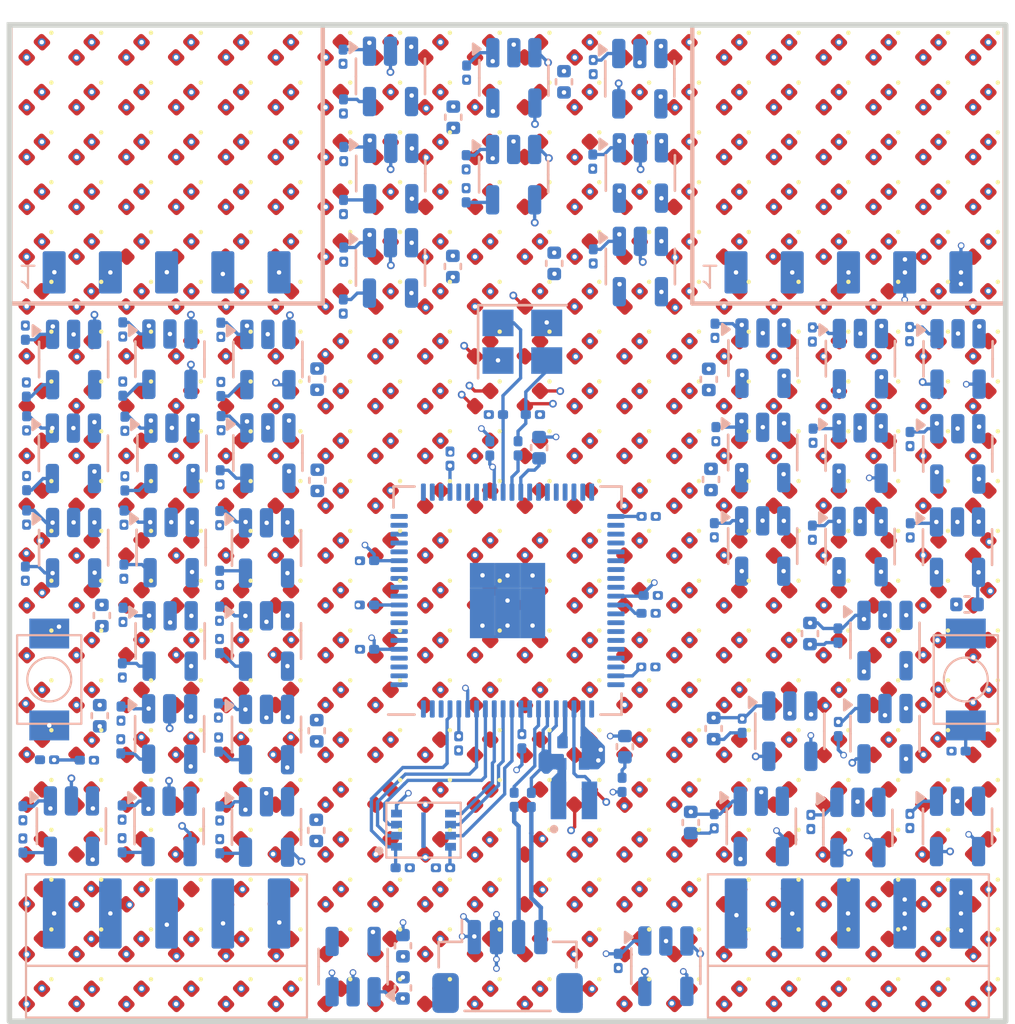
<source format=kicad_pcb>
(kicad_pcb (version 20241229) (generator "pcbnew") (generator_version "9.0")
  (layers (0 "F.Cu" signal) (4 "In1.Cu" power) (6 "In2.Cu" power) (8 "In3.Cu" power) (10 "In4.Cu" signal) (2 "B.Cu" signal) (13 "F.Paste" user) (15 "B.Paste" user) (5 "F.SilkS" user "F.Silkscreen") (7 "B.SilkS" user "B.Silkscreen") (1 "F.Mask" user) (3 "B.Mask" user) (25 "Edge.Cuts" user))
  (net 0 "")
  (net 1 "GND")
  (net 2 "/panel_mcu/XIN")
  (net 3 "Net-(C2-Pad1)")
  (net 4 "+3V3")
  (net 5 "+1V1")
  (net 6 "/panel_mcu/VREG_AVDD")
  (net 7 "+5V")
  (net 8 "/drivers/ROW_00")
  (net 9 "Net-(D1-A)")
  (net 10 "/drivers/ROW_01")
  (net 11 "/drivers/ROW_02")
  (net 12 "/drivers/ROW_03")
  (net 13 "/drivers/ROW_04")
  (net 14 "Net-(D100-A)")
  (net 15 "/drivers/ROW_05")
  (net 16 "/drivers/ROW_06")
  (net 17 "/drivers/ROW_07")
  (net 18 "/drivers/ROW_08")
  (net 19 "/drivers/ROW_09")
  (net 20 "/drivers/ROW_10")
  (net 21 "/drivers/ROW_11")
  (net 22 "/drivers/ROW_12")
  (net 23 "/drivers/ROW_13")
  (net 24 "/drivers/ROW_14")
  (net 25 "/drivers/ROW_15")
  (net 26 "/drivers/ROW_16")
  (net 27 "/drivers/ROW_17")
  (net 28 "Net-(D181-A)")
  (net 29 "/drivers/ROW_18")
  (net 30 "/drivers/ROW_19")
  (net 31 "Net-(D21-A)")
  (net 32 "Net-(D41-A)")
  (net 33 "Net-(D61-A)")
  (net 34 "Net-(D101-A)")
  (net 35 "Net-(D121-A)")
  (net 36 "Net-(D141-A)")
  (net 37 "Net-(D161-A)")
  (net 38 "Net-(D201-A)")
  (net 39 "Net-(D221-A)")
  (net 40 "Net-(D241-A)")
  (net 41 "Net-(D261-A)")
  (net 42 "Net-(D281-A)")
  (net 43 "Net-(D301-A)")
  (net 44 "/panel_mcu/D-")
  (net 45 "/panel_mcu/D+")
  (net 46 "/panel_header/MOSI")
  (net 47 "/panel_header/MISO")
  (net 48 "/panel_header/SCK")
  (net 49 "/panel_header/CS2")
  (net 50 "/panel_header/CS0")
  (net 51 "/panel_header/CS4")
  (net 52 "/panel_header/CS1")
  (net 53 "/panel_header/EINT")
  (net 54 "unconnected-(J5-Pin_2-Pad2)")
  (net 55 "/panel_mcu/VREG_LX")
  (net 56 "/panel_mcu/XIP_CS1n")
  (net 57 "Net-(R2-Pad1)")
  (net 58 "/panel_mcu/QSPI_SS")
  (net 59 "/panel_mcu/~{USB_BOOT}")
  (net 60 "/panel_mcu/XOUT")
  (net 61 "Net-(U2-USB_DP)")
  (net 62 "Net-(U2-USB_DM)")
  (net 63 "Net-(D321-A)")
  (net 64 "Net-(D341-A)")
  (net 65 "Net-(D361-A)")
  (net 66 "Net-(D381-A)")
  (net 67 "/drivers/COL_00")
  (net 68 "/drivers/COL_01")
  (net 69 "/drivers/COL_02")
  (net 70 "/drivers/COL_03")
  (net 71 "/drivers/COL_04")
  (net 72 "/drivers/COL_05")
  (net 73 "/drivers/COL_06")
  (net 74 "/drivers/COL_07")
  (net 75 "/drivers/COL_08")
  (net 76 "/drivers/COL_09")
  (net 77 "/drivers/COL_10")
  (net 78 "/drivers/COL_11")
  (net 79 "/drivers/COL_12")
  (net 80 "/drivers/COL_13")
  (net 81 "/panel_mcu/RUN")
  (net 82 "/panel_mcu/QSPI_SD2")
  (net 83 "/panel_mcu/QSPI_SD1")
  (net 84 "/panel_mcu/QSPI_SD3")
  (net 85 "/panel_mcu/QSPI_SCLK")
  (net 86 "/panel_mcu/QSPI_SD0")
  (net 87 "/drivers/COL_14")
  (net 88 "/drivers/COL_15")
  (net 89 "/drivers/COL_16")
  (net 90 "/drivers/COL_17")
  (net 91 "/drivers/COL_18")
  (net 92 "/drivers/COL_19")
  (net 94 "/drivers/ROW_MCU_09")
  (net 95 "/drivers/COL_MCU_12")
  (net 96 "/drivers/COL_MCU_17")
  (net 97 "/drivers/COL_MCU_11")
  (net 99 "/drivers/COL_MCU_02")
  (net 100 "/drivers/ROW_MCU_11")
  (net 102 "/drivers/COL_MCU_16")
  (net 103 "/drivers/COL_MCU_10")
  (net 104 "/drivers/ROW_MCU_07")
  (net 105 "/drivers/COL_MCU_14")
  (net 106 "/drivers/ROW_MCU_18")
  (net 107 "/drivers/ROW_MCU_10")
  (net 108 "/drivers/ROW_MCU_05")
  (net 109 "/drivers/COL_MCU_13")
  (net 110 "/drivers/COL_MCU_03")
  (net 111 "/drivers/ROW_MCU_06")
  (net 112 "/drivers/COL_MCU_07")
  (net 113 "/drivers/ROW_MCU_16")
  (net 114 "/drivers/ROW_MCU_02")
  (net 115 "/drivers/ROW_MCU_04")
  (net 116 "/drivers/ROW_MCU_08")
  (net 117 "/drivers/COL_MCU_15")
  (net 118 "/drivers/ROW_MCU_00")
  (net 119 "/drivers/COL_MCU_09")
  (net 120 "/drivers/COL_MCU_18")
  (net 121 "/drivers/COL_MCU_06")
  (net 122 "/drivers/COL_MCU_01")
  (net 124 "/drivers/COL_MCU_00")
  (net 125 "/drivers/ROW_MCU_14")
  (net 126 "/drivers/ROW_MCU_19")
  (net 127 "/drivers/ROW_MCU_12")
  (net 128 "/drivers/COL_MCU_05")
  (net 129 "/drivers/ROW_MCU_01")
  (net 130 "/drivers/COL_MCU_04")
  (net 132 "/drivers/ROW_MCU_03")
  (net 133 "/drivers/COL_MCU_08")
  (net 134 "/drivers/ROW_MCU_17")
  (net 135 "/drivers/ROW_MCU_15")
  (net 136 "/drivers/COL_MCU_19")
  (net 137 "/drivers/ROW_MCU_13")
  (footprint "panel_custom:LED_0402_1005Metric" (layer "F.Cu") (at 84.875 73.625 -135)
    (property "Reference" "D275" (hide yes))
    (property "Value" "LED" (hide yes))
  )
  (footprint "panel_custom:LED_0402_1005Metric" (layer "F.Cu") (at 55.625 62.375 -135)
    (property "Reference" "D58" (hide yes))
    (property "Value" "LED" (hide yes))
  )
  (footprint "panel_custom:LED_0402_1005Metric" (layer "F.Cu") (at 60.125 53.375 -135)
    (property "Reference" "D121" (hide yes))
    (property "Value" "LED" (hide yes))
  )
  (footprint "panel_custom:LED_0402_1005Metric" (layer "F.Cu") (at 71.375 89.375 -135)
    (property "Reference" "D229" (hide yes))
    (property "Value" "LED" (hide yes))
  )
  (footprint "panel_custom:LED_0402_1005Metric" (layer "F.Cu") (at 84.875 71.375 -135)
    (property "Reference" "D316" (hide yes))
    (property "Value" "LED" (hide yes))
  )
  (footprint "panel_custom:LED_0402_1005Metric" (layer "F.Cu") (at 75.875 80.375 -135)
    (property "Reference" "D234" (hide yes))
    (property "Value" "LED" (hide yes))
  )
  (footprint "panel_custom:LED_0402_1005Metric" (layer "F.Cu") (at 73.625 69.125 -135)
    (property "Reference" "D176" (hide yes))
    (property "Value" "LED" (hide yes))
  )
  (footprint "panel_custom:LED_0402_1005Metric" (layer "F.Cu") (at 55.625 51.125 -135)
    (property "Reference" "D20" (hide yes))
    (property "Value" "LED" (hide yes))
  )
  (footprint "panel_custom:LED_0402_1005Metric" (layer "F.Cu") (at 93.875 75.875 -135)
    (property "Reference" "D395" (hide yes))
    (property "Value" "LED" (hide yes))
  )
  (footprint "panel_custom:LED_0402_1005Metric" (layer "F.Cu") (at 66.875 89.375 -135)
    (property "Reference" "D152" (hide yes))
    (property "Value" "LED" (hide yes))
  )
  (footprint "panel_custom:LED_0402_1005Metric" (layer "F.Cu") (at 91.625 51.125 -135)
    (property "Reference" "D340" (hide yes))
    (property "Value" "LED" (hide yes))
  )
  (footprint "panel_custom:LED_0402_1005Metric" (layer "F.Cu") (at 87.125 55.625 -135)
    (property "Reference" "D322" (hide yes))
    (property "Value" "LED" (hide yes))
  )
  (footprint "panel_custom:LED_0402_1005Metric" (layer "F.Cu") (at 66.875 87.125 -135)
    (property "Reference" "D112" (hide yes))
    (property "Value" "LED" (hide yes))
  )
  (footprint "panel_custom:LED_0402_1005Metric" (layer "F.Cu") (at 73.625 82.625 -135)
    (property "Reference" "D173" (hide yes))
    (property "Value" "LED" (hide yes))
  )
  (footprint "panel_custom:LED_0402_1005Metric" (layer "F.Cu") (at 87.125 57.875 -135)
    (property "Reference" "D362" (hide yes))
    (property "Value" "LED" (hide yes))
  )
  (footprint "panel_custom:LED_0402_1005Metric" (layer "F.Cu") (at 91.625 73.625 -135)
    (property "Reference" "D335" (hide yes))
    (property "Value" "LED" (hide yes))
  )
  (footprint "panel_custom:LED_0402_1005Metric" (layer "F.Cu") (at 64.625 89.375 -135)
    (property "Reference" "D132" (hide yes))
    (property "Value" "LED" (hide yes))
  )
  (footprint "panel_custom:LED_0402_1005Metric" (layer "F.Cu") (at 91.625 82.625 -135)
    (property "Reference" "D333" (hide yes))
    (property "Value" "LED" (hide yes))
  )
  (footprint "panel_custom:LED_0402_1005Metric" (layer "F.Cu") (at 60.125 57.875 -135)
    (property "Reference" "D122" (hide yes))
    (property "Value" "LED" (hide yes))
  )
  (footprint "panel_custom:LED_0402_1005Metric" (layer "F.Cu") (at 71.375 51.125 -135)
    (property "Reference" "D181" (hide yes))
    (property "Value" "LED" (hide yes))
  )
  (footprint "panel_custom:LED_0402_1005Metric" (layer "F.Cu") (at 71.375 71.375 -135)
    (property "Reference" "D225" (hide yes))
    (property "Value" "LED" (hide yes))
  )
  (footprint "panel_custom:LED_0402_1005Metric" (layer "F.Cu") (at 53.375 82.625 -135)
    (property "Reference" "D28" (hide yes))
    (property "Value" "LED" (hide yes))
  )
  (footprint "panel_custom:LED_0402_1005Metric" (layer "F.Cu") (at 82.625 82.625 -135)
    (property "Reference" "D253" (hide yes))
    (property "Value" "LED" (hide yes))
  )
  (footprint "panel_custom:LED_0402_1005Metric" (layer "F.Cu") (at 82.625 75.875 -135)
    (property "Reference" "D295" (hide yes))
    (property "Value" "LED" (hide yes))
  )
  (footprint "panel_custom:LED_0402_1005Metric" (layer "F.Cu") (at 69.125 57.875 -135)
    (property "Reference" "D202" (hide yes))
    (property "Value" "LED" (hide yes))
  )
  (footprint "panel_custom:LED_0402_1005Metric" (layer "F.Cu") (at 69.125 62.375 -135)
    (property "Reference" "D203" (hide yes))
    (property "Value" "LED" (hide yes))
  )
  (footprint "panel_custom:LED_0402_1005Metric" (layer "F.Cu") (at 69.125 84.875 -135)
    (property "Reference" "D208" (hide yes))
    (property "Value" "LED" (hide yes))
  )
  (footprint "panel_custom:LED_0402_1005Metric" (layer "F.Cu") (at 80.375 80.375 -135)
    (property "Reference" "D307" (hide yes))
    (property "Value" "LED" (hide yes))
  )
  (footprint "panel_custom:LED_0402_1005Metric" (layer "F.Cu") (at 75.875 82.625 -135)
    (property "Reference" "D193" (hide yes))
    (property "Value" "LED" (hide yes))
  )
  (footprint "panel_custom:LED_0402_1005Metric" (layer "F.Cu") (at 82.625 78.125 -135)
    (property "Reference" "D254" (hide yes))
    (property "Value" "LED" (hide yes))
  )
  (footprint "panel_custom:LED_0402_1005Metric" (layer "F.Cu") (at 87.125 75.875 -135)
    (property "Reference" "D366" (hide yes))
    (property "Value" "LED" (hide yes))
  )
  (footprint "panel_custom:LED_0402_1005Metric" (layer "F.Cu") (at 75.875 73.625 -135)
    (property "Reference" "D195" (hide yes))
    (property "Value" "LED" (hide yes))
  )
  (footprint "panel_custom:LED_0402_1005Metric" (layer "F.Cu") (at 62.375 91.625 -135)
    (property "Reference" "D110" (hide yes))
    (property "Value" "LED" (hide yes))
  )
  (footprint "panel_custom:LED_0402_1005Metric" (layer "F.Cu") (at 64.625 80.375 -135)
    (property "Reference" "D134" (hide yes))
    (property "Value" "LED" (hide yes))
  )
  (footprint "panel_custom:LED_0402_1005Metric" (layer "F.Cu") (at 64.625 82.625 -135)
    (property "Reference" "D93" (hide yes))
    (property "Value" "LED" (hide yes))
  )
  (footprint "panel_custom:LED_0402_1005Metric" (layer "F.Cu") (at 55.625 53.375 -135)
    (property "Reference" "D60" (hide yes))
    (property "Value" "LED" (hide yes))
  )
  (footprint "panel_custom:LED_0402_1005Metric" (layer "F.Cu") (at 78.125 69.125 -135)
    (property "Reference" "D245" (hide yes))
    (property "Value" "LED" (hide yes))
  )
  (footprint "panel_custom:LED_0402_1005Metric" (layer "F.Cu") (at 87.125 51.125 -135)
    (property "Reference" "D321" (hide yes))
    (property "Value" "LED" (hide yes))
  )
  (footprint "panel_custom:LED_0402_1005Metric" (layer "F.Cu") (at 51.125 73.625 -135)
    (property "Reference" "D6" (hide yes))
    (property "Value" "LED" (hide yes))
  )
  (footprint "panel_custom:LED_0402_1005Metric" (layer "F.Cu") (at 57.875 64.625 -135)
    (property "Reference" "D37" (hide yes))
    (property "Value" "LED" (hide yes))
  )
  (footprint "panel_custom:LED_0402_1005Metric" (layer "F.Cu") (at 93.875 64.625 -135)
    (property "Reference" "D357" (hide yes))
    (property "Value" "LED" (hide yes))
  )
  (footprint "panel_custom:LED_0402_1005Metric" (layer "F.Cu") (at 64.625 84.875 -135)
    (property "Reference" "D133" (hide yes))
    (property "Value" "LED" (hide yes))
  )
  (footprint "panel_custom:LED_0402_1005Metric" (layer "F.Cu") (at 57.875 82.625 -135)
    (property "Reference" "D33" (hide yes))
    (property "Value" "LED" (hide yes))
  )
  (footprint "panel_custom:LED_0402_1005Metric" (layer "F.Cu") (at 91.625 60.125 -135)
    (property "Reference" "D338" (hide yes))
    (property "Value" "LED" (hide yes))
  )
  (footprint "panel_custom:LED_0402_1005Metric" (layer "F.Cu") (at 66.875 75.875 -135)
    (property "Reference" "D155" (hide yes))
    (property "Value" "LED" (hide yes))
  )
  (footprint "panel_custom:LED_0402_1005Metric" (layer "F.Cu") (at 71.375 55.625 -135)
    (property "Reference" "D182" (hide yes))
    (property "Value" "LED" (hide yes))
  )
  (footprint "panel_custom:LED_0402_1005Metric" (layer "F.Cu") (at 75.875 71.375 -135)
    (property "Reference" "D236" (hide yes))
    (property "Value" "LED" (hide yes))
  )
  (footprint "panel_custom:LED_0402_1005Metric" (layer "F.Cu") (at 75.875 75.875 -135)
    (property "Reference" "D235" (hide yes))
    (property "Value" "LED" (hide yes))
  )
  (footprint "panel_custom:LED_0402_1005Metric" (layer "F.Cu") (at 93.875 93.875 -135)
    (property "Reference" "D391" (hide yes))
    (property "Value" "LED" (hide yes))
  )
  (footprint "panel_custom:LED_0402_1005Metric" (layer "F.Cu") (at 60.125 84.875 -135)
    (property "Reference" "D128" (hide yes))
    (property "Value" "LED" (hide yes))
  )
  (footprint "panel_custom:LED_0402_1005Metric" (layer "F.Cu") (at 84.875 89.375 -135)
    (property "Reference" "D312" (hide yes))
    (property "Value" "LED" (hide yes))
  )
  (footprint "panel_custom:LED_0402_1005Metric" (layer "F.Cu") (at 60.125 69.125 -135)
    (property "Reference" "D85" (hide yes))
    (property "Value" "LED" (hide yes))
  )
  (footprint "panel_custom:LED_0402_1005Metric" (layer "F.Cu") (at 64.625 53.375 -135)
    (property "Reference" "D140" (hide yes))
    (property "Value" "LED" (hide yes))
  )
  (footprint "panel_custom:LED_0402_1005Metric" (layer "F.Cu") (at 71.375 69.125 -135)
    (property "Reference" "D185" (hide yes))
    (property "Value" "LED" (hide yes))
  )
  (footprint "panel_custom:LED_0402_1005Metric" (layer "F.Cu") (at 53.375 51.125 -135)
    (property "Reference" "D21" (hide yes))
    (property "Value" "LED" (hide yes))
  )
  (footprint "panel_custom:LED_0402_1005Metric" (layer "F.Cu") (at 55.625 57.875 -135)
    (property "Reference" "D59" (hide yes))
    (property "Value" "LED" (hide yes))
  )
  (footprint "panel_custom:LED_0402_1005Metric" (layer "F.Cu") (at 57.875 60.125 -135)
    (property "Reference" "D38" (hide yes))
    (property "Value" "LED" (hide yes))
  )
  (footprint "panel_custom:LED_0402_1005Metric" (layer "F.Cu") (at 71.375 84.875 -135)
    (property "Reference" "D228" (hide yes))
    (property "Value" "LED" (hide yes))
  )
  (footprint "panel_custom:LED_0402_1005Metric" (layer "F.Cu") (at 87.125 87.125 -135)
    (property "Reference" "D329" (hide yes))
    (property "Value" "LED" (hide yes))
  )
  (footprint "panel_custom:LED_0402_1005Metric" (layer "F.Cu") (at 64.625 55.625 -135)
    (property "Reference" "D99" (hide yes))
    (property "Value" "LED" (hide yes))
  )
  (footprint "panel_custom:LED_0402_1005Metric" (layer "F.Cu") (at 91.625 84.875 -135)
    (property "Reference" "D373" (hide yes))
    (property "Value" "LED" (hide yes))
  )
  (footprint "panel_custom:LED_0402_1005Metric" (layer "F.Cu") (at 91.625 75.875 -135)
    (property "Reference" "D375" (hide yes))
    (property "Value" "LED" (hide yes))
  )
  (footprint "panel_custom:LED_0402_1005Metric" (layer "F.Cu") (at 62.375 93.875 -135)
    (property "Reference" "D150" (hide yes))
    (property "Value" "LED" (hide yes))
  )
  (footprint "panel_custom:LED_0402_1005Metric" (layer "F.Cu") (at 75.875 53.375 -135)
    (property "Reference" "D240" (hide yes))
    (property "Value" "LED" (hide yes))
  )
  (footprint "panel_custom:LED_0402_1005Metric" (layer "F.Cu") (at 53.375 53.375 -135)
    (property "Reference" "D61" (hide yes))
    (property "Value" "LED" (hide yes))
  )
  (footprint "panel_custom:LED_0402_1005Metric" (layer "F.Cu") (at 93.875 53.375 -135)
    (property "Reference" "D400" (hide yes))
    (property "Value" "LED" (hide yes))
  )
  (footprint "panel_custom:LED_0402_1005Metric" (layer "F.Cu") (at 91.625 64.625 -135)
    (property "Reference" "D337" (hide yes))
    (property "Value" "LED" (hide yes))
  )
  (footprint "panel_custom:LED_0402_1005Metric" (layer "F.Cu") (at 82.625 57.875 -135)
    (property "Reference" "D299" (hide yes))
    (property "Value" "LED" (hide yes))
  )
  (footprint "panel_custom:LED_0402_1005Metric" (layer "F.Cu") (at 71.375 87.125 -135)
    (property "Reference" "D189" (hide yes))
    (property "Value" "LED" (hide yes))
  )
  (footprint "panel_custom:LED_0402_1005Metric" (layer "F.Cu") (at 53.375 71.375 -135)
    (property "Reference" "D65" (hide yes))
    (property "Value" "LED" (hide yes))
  )
  (footprint "panel_custom:LED_0402_1005Metric" (layer "F.Cu") (at 57.875 53.375 -135)
    (property "Reference" "D80" (hide yes))
    (property "Value" "LED" (hide yes))
  )
  (footprint "panel_custom:LED_0402_1005Metric" (layer "F.Cu") (at 89.375 53.375 -135)
    (property "Reference" "D381" (hide yes))
    (property "Value" "LED" (hide yes))
  )
  (footprint "panel_custom:LED_0402_1005Metric" (layer "F.Cu") (at 62.375 69.125 -135)
    (property "Reference" "D105" (hide yes))
    (property "Value" "LED" (hide yes))
  )
  (footprint "panel_custom:LED_0402_1005Metric" (layer "F.Cu") (at 53.375 57.875 -135)
    (property "Reference" "D62" (hide yes))
    (property "Value" "LED" (hide yes))
  )
  (footprint "panel_custom:LED_0402_1005Metric" (layer "F.Cu") (at 71.375 80.375 -135)
    (property "Reference" "D227" (hide yes))
    (property "Value" "LED" (hide yes))
  )
  (footprint "panel_custom:LED_0402_1005Metric" (layer "F.Cu") (at 71.375 93.875 -135)
    (property "Reference" "D230" (hide yes))
    (property "Value" "LED" (hide yes))
  )
  (footprint "panel_custom:LED_0402_1005Metric" (layer "F.Cu") (at 91.625 57.875 -135)
    (property "Reference" "D379" (hide yes))
    (property "Value" "LED" (hide yes))
  )
  (footprint "panel_custom:LED_0402_1005Metric" (layer "F.Cu") (at 93.875 69.125 -135)
    (property "Reference" "D356" (hide yes))
    (property "Value" "LED" (hide yes))
  )
  (footprint "panel_custom:LED_0402_1005Metric" (layer "F.Cu") (at 89.375 89.375 -135)
    (property "Reference" "D389" (hide yes))
    (property "Value" "LED" (hide yes))
  )
  (footprint "panel_custom:LED_0402_1005Metric" (layer "F.Cu") (at 69.125 60.125 -135)
    (property "Reference" "D163" (hide yes))
    (property "Value" "LED" (hide yes))
  )
  (footprint "panel_custom:LED_0402_1005Metric" (layer "F.Cu") (at 75.875 57.875 -135)
    (property "Reference" "D239" (hide yes))
    (property "Value" "LED" (hide yes))
  )
  (footprint "panel_custom:LED_0402_1005Metric" (layer "F.Cu") (at 62.375 62.375 -135)
    (property "Reference" "D143" (hide yes))
    (property "Value" "LED" (hide yes))
  )
  (footprint "panel_custom:LED_0402_1005Metric" (layer "F.Cu") (at 66.875 57.875 -135)
    (property "Reference" "D159" (hide yes))
    (property "Value" "LED" (hide yes))
  )
  (footprint "panel_custom:LED_0402_1005Metric" (layer "F.Cu") (at 53.375 60.125 -135)
    (property "Reference" "D23" (hide yes))
    (property "Value" "LED" (hide yes))
  )
  (footprint "panel_custom:LED_0402_1005Metric" (layer "F.Cu") (at 53.375 78.125 -135)
    (property "Reference" "D27" (hide yes))
    (property "Value" "LED" (hide yes))
  )
  (footprint "panel_custom:LED_0402_1005Metric" (layer "F.Cu") (at 89.375 62.375 -135)
    (property "Reference" "D383" (hide yes))
    (property "Value" "LED" (hide yes))
  )
  (footprint "panel_custom:LED_0402_1005Metric" (layer "F.Cu") (at 84.875 60.125 -135)
    (property "Reference" "D278" (hide yes))
    (property "Value" "LED" (hide yes))
  )
  (footprint "panel_custom:LED_0402_1005Metric" (layer "F.Cu") (at 91.625 78.125 -135)
    (property "Reference" "D334" (hide yes))
    (property "Value" "LED" (hide yes))
  )
  (footprint "panel_custom:LED_0402_1005Metric" (layer "F.Cu") (at 89.375 66.875 -135)
    (property "Reference" "D384" (hide yes))
    (property "Value" "LED" (hide yes))
  )
  (footprint "panel_custom:LED_0402_1005Metric" (layer "F.Cu") (at 84.875 69.125 -135)
    (property "Reference" "D276" (hide yes))
    (property "Value" "LED" (hide yes))
  )
  (footprint "panel_custom:LED_0402_1005Metric" (layer "F.Cu") (at 80.375 69.125 -135)
    (property "Reference" "D265" (hide yes))
    (property "Value" "LED" (hide yes))
  )
  (footprint "panel_custom:LED_0402_1005Metric" (layer "F.Cu") (at 93.875 87.125 -135)
    (property "Reference" "D352" (hide yes))
    (property "Value" "LED" (hide yes))
  )
  (footprint "panel_custom:LED_0402_1005Metric" (layer "F.Cu") (at 91.625 91.625 -135)
    (property "Reference" "D331" (hide yes))
    (property "Value" "LED" (hide yes))
  )
  (footprint "panel_custom:LED_0402_1005Metric" (layer "F.Cu") (at 82.625 53.375 -135)
    (property "Reference" "D300" (hide yes))
    (property "Value" "LED" (hide yes))
  )
  (footprint "panel_custom:LED_0402_1005Metric" (layer "F.Cu") (at 82.625 71.375 -135)
    (property "Reference" "D296" (hide yes))
    (property "Value" "LED" (hide yes))
  )
  (footprint "panel_custom:LED_0402_1005Metric" (layer "F.Cu") (at 53.375 75.875 -135)
    (property "Reference" "D66" (hide yes))
    (property "Value" "LED" (hide yes))
  )
  (footprint "panel_custom:LED_0402_1005Metric" (layer "F.Cu") (at 73.625 57.875 -135)
    (property "Reference" "D219" (hide yes))
    (property "Value" "LED" (hide yes))
  )
  (footprint "panel_custom:LED_0402_1005Metric" (layer "F.Cu") (at 82.625 64.625 -135)
    (property "Reference" "D257" (hide yes))
    (property "Value" "LED" (hide yes))
  )
  (footprint "panel_custom:LED_0402_1005Metric" (layer "F.Cu") (at 87.125 53.375 -135)
    (property "Reference" "D361" (hide yes))
    (property "Value" "LED" (hide yes))
  )
  (footprint "panel_custom:LED_0402_1005Metric" (layer "F.Cu") (at 93.875 80.375 -135)
    (property "Reference" "D394" (hide yes))
    (property "Value" "LED" (hide yes))
  )
  (footprint "panel_custom:LED_0402_1005Metric" (layer "F.Cu") (at 51.125 62.375 -135)
    (property "Reference" "D43" (hide yes))
    (property "Value" "LED" (hide yes))
  )
  (footprint "panel_custom:LED_0402_1005Metric" (layer "F.Cu") (at 71.375 78.125 -135)
    (property "Reference" "D187" (hide yes))
    (property "Value" "LED" (hide yes))
  )
  (footprint "panel_custom:LED_0402_1005Metric" (layer "F.Cu") (at 84.875 66.875 -135)
    (property "Reference" "D317" (hide yes))
    (property "Value" "LED" (hide yes))
  )
  (footprint "panel_custom:LED_0402_1005Metric" (layer "F.Cu") (at 69.125 75.875 -135)
    (property "Reference" "D206" (hide yes))
    (property "Value" "LED" (hide yes))
  )
  (footprint "panel_custom:LED_0402_1005Metric" (layer "F.Cu") (at 80.375 93.875 -135)
    (property "Reference" "D310" (hide yes))
    (property "Value" "LED" (hide yes))
  )
  (footprint "panel_custom:LED_0402_1005Metric" (layer "F.Cu") (at 57.875 89.375 -135)
    (property "Reference" "D72" (hide yes))
    (property "Value" "LED" (hide yes))
  )
  (footprint "panel_custom:LED_0402_1005Metric" (layer "F.Cu") (at 84.875 93.875 -135)
    (property "Reference" "D311" (hide yes))
    (property "Value" "LED" (hide yes))
  )
  (footprint "panel_custom:LED_0402_1005Metric" (layer "F.Cu") (at 89.375 84.875 -135)
    (property "Reference" "D388" (hide yes))
    (property "Value" "LED" (hide yes))
  )
  (footprint "panel_custom:LED_0402_1005Metric" (layer "F.Cu") (at 78.125 62.375 -135)
    (property "Reference" "D283" (hide yes))
    (property "Value" "LED" (hide yes))
  )
  (footprint "panel_custom:LED_0402_1005Metric" (layer "F.Cu") (at 51.125 75.875 -135)
    (property "Reference" "D46" (hide yes))
    (property "Value" "LED" (hide yes))
  )
  (footprint "panel_custom:LED_0402_1005Metric" (layer "F.Cu") (at 69.125 51.125 -135)
    (property "Reference" "D161" (hide yes))
    (property "Value" "LED" (hide yes))
  )
  (footprint "panel_custom:LED_0402_1005Metric" (layer "F.Cu") (at 51.125 60.125 -135)
    (property "Reference" "D3" (hide yes))
    (property "Value" "LED" (hide yes))
  )
  (footprint "panel_custom:LED_0402_1005Metric" (layer "F.Cu") (at 93.875 82.625 -135)
    (property "Reference" "D353" (hide yes))
    (property "Value" "LED" (hide yes))
  )
  (footprint "panel_custom:LED_0402_1005Metric" (layer "F.Cu") (at 71.375 82.625 -135)
    (property "Reference" "D188" (hide yes))
    (property "Value" "LED" (hide yes))
  )
  (footprint "panel_custom:LED_0402_1005Metric" (layer "F.Cu") (at 91.625 69.125 -135)
    (property "Reference" "D336" (hide yes))
    (property "Value" "LED" (hide yes))
  )
  (footprint "panel_custom:LED_0402_1005Metric" (layer "F.Cu") (at 57.875 73.625 -135)
    (property "Reference" "D35" (hide yes))
    (property "Value" "LED" (hide yes))
  )
  (footprint "panel_custom:LED_0402_1005Metric" (layer "F.Cu") (at 87.125 73.625 -135)
    (property "Reference" "D326" (hide yes))
    (property "Value" "LED" (hide yes))
  )
  (footprint "panel_custom:LED_0402_1005Metric" (layer "F.Cu") (at 60.125 71.375 -135)
    (property "Reference" "D125" (hide yes))
    (property "Value" "LED" (hide yes))
  )
  (footprint "panel_custom:LED_0402_1005Metric" (layer "F.Cu") (at 87.125 93.875 -135)
    (property "Reference" "D370" (hide yes))
    (property "Value" "LED" (hide yes))
  )
  (footprint "panel_custom:LED_0402_1005Metric" (layer "F.Cu") (at 51.125 57.875 -135)
    (property "Reference" "D42" (hide yes))
    (property "Value" "LED" (hide yes))
  )
  (footprint "panel_custom:LED_0402_1005Metric" (layer "F.Cu") (at 51.125 80.375 -135)
    (property "Reference" "D47" (hide yes))
    (property "Value" "LED" (hide yes))
  )
  (footprint "panel_custom:LED_0402_1005Metric" (layer "F.Cu") (at 84.875 51.125 -135)
    (property "Reference" "D280" (hide yes))
    (property "Value" "LED" (hide yes))
  )
  (footprint "panel_custom:LED_0402_1005Metric" (layer "F.Cu") (at 69.125 73.625 -135)
    (property "Reference" "D166" (hide yes))
    (property "Value" "LED" (hide yes))
  )
  (footprint "panel_custom:LED_0402_1005Metric" (layer "F.Cu") (at 89.375 75.875 -135)
    (property "Reference" "D386" (hide yes))
    (property "Value" "LED" (hide yes))
  )
  (footprint "panel_custom:LED_0402_1005Metric" (layer "F.Cu") (at 66.875 55.625 -135)
    (property "Reference" "D119" (hide yes))
    (property "Value" "LED" (hide yes))
  )
  (footprint "panel_custom:LED_0402_1005Metric" (layer "F.Cu") (at 55.625 93.875 -135)
    (property "Reference" "D51" (hide yes))
    (property "Value" "LED" (hide yes))
  )
  (footprint "panel_custom:LED_0402_1005Metric" (layer "F.Cu") (at 53.375 87.125 -135)
    (property "Reference" "D29" (hide yes))
    (property "Value" "LED" (hide yes))
  )
  (footprint "panel_custom:LED_0402_1005Metric" (layer "F.Cu") (at 57.875 84.875 -135)
    (property "Reference" "D73" (hide yes))
    (property "Value" "LED" (hide yes))
  )
  (footprint "panel_custom:LED_0402_1005Metric" (layer "F.Cu") (at 53.375 62.375 -135)
    (property "Reference" "D63" (hide yes))
    (property "Value" "LED" (hide yes))
  )
  (footprint "panel_custom:LED_0402_1005Metric" (layer "F.Cu") (at 84.875 82.625 -135)
    (property "Reference" "D273" (hide yes))
    (property "Value" "LED" (hide yes))
  )
  (footprint "panel_custom:LED_0402_1005Metric" (layer "F.Cu") (at 84.875 87.125 -135)
    (property "Reference" "D272" (hide yes))
    (property "Value" "LED" (hide yes))
  )
  (footprint "panel_custom:LED_0402_1005Metric" (layer "F.Cu") (at 78.125 84.875 -135)
    (property "Reference" "D288" (hide yes))
    (property "Value" "LED" (hide yes))
  )
  (footprint "panel_custom:LED_0402_1005Metric" (layer "F.Cu") (at 60.125 66.875 -135)
    (property "Reference" "D124" (hide yes))
    (property "Value" "LED" (hide yes))
  )
  (footprint "panel_custom:LED_0402_1005Metric" (layer "F.Cu") (at 57.875 71.375 -135)
    (property "Reference" "D76" (hide yes))
    (property "Value" "LED" (hide yes))
  )
  (footprint "panel_custom:LED_0402_1005Metric" (layer "F.Cu") (at 93.875 66.875 -135)
    (property "Reference" "D397" (hide yes))
    (property "Value" "LED" (hide yes))
  )
  (footprint "panel_custom:LED_0402_1005Metric" (layer "F.Cu") (at 55.625 60.125 -135)
    (property "Reference" "D18" (hide yes))
    (property "Value" "LED" (hide yes))
  )
  (footprint "panel_custom:LED_0402_1005Metric" (layer "F.Cu") (at 60.125 60.125 -135)
    (property "Reference" "D83" (hide yes))
    (property "Value" "LED" (hide yes))
  )
  (footprint "panel_custom:LED_0402_1005Metric" (layer "F.Cu") (at 51.125 71.375 -135)
    (property "Reference" "D45" (hide yes))
    (property "Value" "LED" (hide yes))
  )
  (footprint "panel_custom:LED_0402_1005Metric" (layer "F.Cu") (at 78.125 53.375 -135)
    (property "Reference" "D281" (hide yes))
    (property "Value" "LED" (hide yes))
  )
  (footprint "panel_custom:LED_0402_1005Metric" (layer "F.Cu") (at 55.625 66.875 -135)
    (property "Reference" "D57" (hide yes))
    (property "Value" "LED" (hide yes))
  )
  (footprint "panel_custom:LED_0402_1005Metric" (layer "F.Cu") (at 84.875 57.875 -135)
    (property "Reference" "D319" (hide yes))
    (property "Value" "LED" (hide yes))
  )
  (footprint "panel_custom:LED_0402_1005Metric" (layer "F.Cu") (at 82.625 55.625 -135)
    (property "Reference" "D259" (hide yes))
    (property "Value" "LED" (hide yes))
  )
  (footprint "panel_custom:LED_0402_1005Metric" (layer "F.Cu") (at 64.625 57.875 -135)
    (property "Reference" "D139" (hide yes))
    (property "Value" "LED" (hide yes))
  )
  (footprint "panel_custom:LED_0402_1005Metric" (layer "F.Cu") (at 62.375 53.375 -135)
    (property "Reference" "D141" (hide yes))
    (property "Value" "LED" (hide yes))
  )
  (footprint "panel_custom:LED_0402_1005Metric" (layer "F.Cu") (at 71.375 64.625 -135)
    (property "Reference" "D184" (hide yes))
    (property "Value" "LED" (hide yes))
  )
  (footprint "panel_custom:LED_0402_1005Metric" (layer "F.Cu") (at 93.875 71.375 -135)
    (property "Reference" "D396" (hide yes))
    (property "Value" "LED" (hide yes))
  )
  (footprint "panel_custom:LED_0402_1005Metric" (layer "F.Cu") (at 93.875 60.125 -135)
    (property "Reference" "D358" (hide yes))
    (property "Value" "LED" (hide yes))
  )
  (footprint "panel_custom:LED_0402_1005Metric" (layer "F.Cu") (at 69.125 55.625 -135)
    (property "Reference" "D162" (hide yes))
    (property "Value" "LED" (hide yes))
  )
  (footprint "panel_custom:LED_0402_1005Metric" (layer "F.Cu") (at 80.375 57.875 -135)
    (property "Reference" "D302" (hide yes))
    (property "Value" "LED" (hide yes))
  )
  (footprint "panel_custom:LED_0402_1005Metric" (layer "F.Cu") (at 62.375 55.625 -135)
    (property "Reference" "D102" (hide yes))
    (property "Value" "LED" (hide yes))
  )
  (footprint "panel_custom:LED_0402_1005Metric" (layer "F.Cu") (at 75.875 60.125 -135)
    (property "Reference" "D198" (hide yes))
    (property "Value" "LED" (hide yes))
  )
  (footprint "panel_custom:LED_0402_1005Metric" (layer "F.Cu") (at 93.875 62.375 -135)
    (property "Reference" "D398" (hide yes))
    (property "Value" "LED" (hide yes))
  )
  (footprint "panel_custom:LED_0402_1005Metric" (layer "F.Cu") (at 66.875 60.125 -135)
    (property "Reference" "D118" (hide yes))
    (property "Value" "LED" (hide yes))
  )
  (footprint "panel_custom:LED_0402_1005Metric" (layer "F.Cu") (at 78.125 93.875 -135)
    (property "Reference" "D290" (hide yes))
    (property "Value" "LED" (hide yes))
  )
  (footprint "panel_custom:LED_0402_1005Metric" (layer "F.Cu") (at 53.375 64.625 -135)
    (property "Reference" "D24" (hide yes))
    (property "Value" "LED" (hide yes))
  )
  (footprint "panel_custom:LED_0402_1005Metric" (layer "F.Cu") (at 55.625 87.125 -135)
    (property "Reference" "D12" (hide yes))
    (property "Value" "LED" (hide yes))
  )
  (footprint "panel_custom:LED_0402_1005Metric" (layer "F.Cu") (at 80.375 55.625 -135)
    (property "Reference" "D262" (hide yes))
    (property "Value" "LED" (hide yes))
  )
  (footprint "panel_custom:LED_0402_1005Metric" (layer "F.Cu") (at 82.625 60.125 -135)
    (property "Reference" "D258" (hide yes))
    (property "Value" "LED" (hide yes))
  )
  (footprint "panel_custom:LED_0402_1005Metric" (layer "F.Cu") (at 75.875 78.125 -135)
    (property "Reference" "D194" (hide yes))
    (property "Value" "LED" (hide yes))
  )
  (footprint "panel_custom:LED_0402_1005Metric" (layer "F.Cu") (at 82.625 89.375 -135)
    (property "Reference" "D292" (hide yes))
    (property "Value" "LED" (hide yes))
  )
  (footprint "panel_custom:LED_0402_1005Metric" (layer "F.Cu") (at 84.875 84.875 -135)
    (property "Reference" "D313" (hide yes))
    (property "Value" "LED" (hide yes))
  )
  (footprint "panel_custom:LED_0402_1005Metric" (layer "F.Cu") (at 87.125 80.375 -135)
    (property "Reference" "D367" (hide yes))
    (property "Value" "LED" (hide yes))
  )
  (footprint "panel_custom:LED_0402_1005Metric" (layer "F.Cu") (at 62.375 73.625 -135)
    (property "Reference" "D106" (hide yes))
    (property "Value" "LED" (hide yes))
  )
  (footprint "panel_custom:LED_0402_1005Metric" (layer "F.Cu") (at 60.125 87.125 -135)
    (property "Reference" "D89" (hide yes))
    (property "Value" "LED" (hide yes))
  )
  (footprint "panel_custom:LED_0402_1005Metric" (layer "F.Cu") (at 71.375 60.125 -135)
    (property "Reference" "D183" (hide yes))
    (property "Value" "LED" (hide yes))
  )
  (footprint "panel_custom:LED_0402_1005Metric" (layer "F.Cu") (at 51.125 91.625 -135)
    (property "Reference" "D10" (hide yes))
    (property "Value" "LED" (hide yes))
  )
  (footprint "panel_custom:LED_0402_1005Metric" (layer "F.Cu") (at 55.625 69.125 -135)
    (property "Reference" "D16" (hide yes))
    (property "Value" "LED" (hide yes))
  )
  (footprint "panel_custom:LED_0402_1005Metric" (layer "F.Cu") (at 64.625 60.125 -135)
    (property "Reference" "D98" (hide yes))
    (property "Value" "LED" (hide yes))
  )
  (footprint "panel_custom:LED_0402_1005Metric" (layer "F.Cu") (at 71.375 73.625 -135)
    (property "Reference" "D186" (hide yes))
    (property "Value" "LED" (hide yes))
  )
  (footprint "panel_custom:LED_0402_1005Metric" (layer "F.Cu") (at 64.625 75.875 -135)
    (property "Reference" "D135" (hide yes))
    (property "Value" "LED" (hide yes))
  )
  (footprint "panel_custom:LED_0402_1005Metric" (layer "F.Cu") (at 60.125 78.125 -135)
    (property "Reference" "D87" (hide yes))
    (property "Value" "LED" (hide yes))
  )
  (footprint "panel_custom:LED_0402_1005Metric" (layer "F.Cu") (at 57.875 55.625 -135)
    (property "Reference" "D39" (hide yes))
    (property "Value" "LED" (hide yes))
  )
  (footprint "panel_custom:LED_0402_1005Metric" (layer "F.Cu") (at 62.375 66.875 -135)
    (property "Reference" "D144" (hide yes))
    (property "Value" "LED" (hide yes))
  )
  (footprint "panel_custom:LED_0402_1005Metric" (layer "F.Cu") (at 60.125 62.375 -135)
    (property "Reference" "D123" (hide yes))
    (property "Value" "LED" (hide yes))
  )
  (footprint "panel_custom:LED_0402_1005Metric" (layer "F.Cu") (at 69.125 80.375 -135)
    (property "Reference" "D207" (hide yes))
    (property "Value" "LED" (hide yes))
  )
  (footprint "panel_custom:LED_0402_1005Metric" (layer "F.Cu") (at 75.875 87.125 -135)
    (property "Reference" "D192" (hide yes))
    (property "Value" "LED" (hide yes))
  )
  (footprint "panel_custom:LED_0402_1005Metric" (layer "F.Cu") (at 84.875 91.625 -135)
    (property "Reference" "D271" (hide yes))
    (property "Value" "LED" (hide yes))
  )
  (footprint "panel_custom:LED_0402_1005Metric" (layer "F.Cu") (at 78.125 60.125 -135)
    (property "Reference" "D243" (hide yes))
    (property "Value" "LED" (hide yes))
  )
  (footprint "panel_custom:LED_0402_1005Metric" (layer "F.Cu") (at 57.875 87.125 -135)
    (property "Reference" "D32" (hide yes))
    (property "Value" "LED" (hide yes))
  )
  (footprint "panel_custom:LED_0402_1005Metric" (layer "F.Cu") (at 78.125 51.125 -135)
    (property "Reference" "D241" (hide yes))
    (property "Value" "LED" (hide yes))
  )
  (footprint "panel_custom:LED_0402_1005Metric" (layer "F.Cu") (at 87.125 69.125 -135)
    (property "Reference" "D325" (hide yes))
    (property "Value" "LED" (hide yes))
  )
  (footprint "panel_custom:LED_0402_1005Metric" (layer "F.Cu") (at 66.875 82.625 -135)
    (property "Reference" "D113" (hide yes))
    (property "Value" "LED" (hide yes))
  )
  (footprint "panel_custom:LED_0402_1005Metric" (layer "F.Cu") (at 87.125 64.625 -135)
    (property "Reference" "D324" (hide yes))
    (property "Value" "LED" (hide yes))
  )
  (footprint "panel_custom:LED_0402_1005Metric" (layer "F.Cu") (at 55.625 64.625 -135)
    (property "Reference" "D17" (hide yes))
    (property "Value" "LED" (hide yes))
  )
  (footprint "panel_custom:LED_0402_1005Metric" (layer "F.Cu") (at 78.125 82.625 -135)
    (property "Reference" "D248" (hide yes))
    (property "Value" "LED" (hide yes))
  )
  (footprint "panel_custom:LED_0402_1005Metric" (layer "F.Cu") (at 73.625 71.375 -135)
    (property "Reference" "D216" (hide yes))
    (property "Value" "LED" (hide yes))
  )
  (footprint "panel_custom:LED_0402_1005Metric" (layer "F.Cu") (at 51.125 69.125 -135)
    (property "Reference" "D5" (hide yes))
    (property "Value" "LED" (hide yes))
  )
  (footprint "panel_custom:LED_0402_1005Metric" (layer "F.Cu") (at 71.375 57.875 -135)
    (property "Reference" "D222" (hide yes))
    (property "Value" "LED" (hide yes))
  )
  (footprint "panel_custom:LED_0402_1005Metric" (layer "F.Cu") (at 53.375 89.375 -135)
    (property "Reference" "D69" (hide yes))
    (property "Value" "LED" (hide yes))
  )
  (footprint "panel_custom:LED_0402_1005Metric" (layer "F.Cu") (at 73.625 55.625 -135)
    (property "Reference" "D179" (hide yes))
    (property "Value" "LED" (hide yes))
  )
  (footprint "panel_custom:LED_0402_1005Metric" (layer "F.Cu") (at 82.625 91.625 -135)
    (property "Reference" "D251" (hide yes))
    (property "Value" "LED" (hide yes))
  )
  (footprint "panel_custom:LED_0402_1005Metric" (layer "F.Cu") (at 71.375 66.875 -135)
    (property "Reference" "D224" (hide yes))
    (property "Value" "LED" (hide yes))
  )
  (footprint "panel_custom:LED_0402_1005Metric" (layer "F.Cu") (at 55.625 84.875 -135)
    (property "Reference" "D53" (hide yes))
    (property "Value" "LED" (hide yes))
  )
  (footprint "panel_custom:LED_0402_1005Metric" (layer "F.Cu") (at 87.125 71.375 -135)
    (property "Reference" "D365" (hide yes))
    (property "Value" "LED" (hide yes))
  )
  (footprint "panel_custom:LED_0402_1005Metric" (layer "F.Cu") (at 71.375 62.375 -135)
    (property "Reference" "D223" (hide yes))
    (property "Value" "LED" (hide yes))
  )
  (footprint "panel_custom:LED_0402_1005Metric" (layer "F.Cu") (at 51.125 78.125 -135)
    (property "Reference" "D7" (hide yes))
    (property "Value" "LED" (hide yes))
  )
  (footprint "panel_custom:LED_0402_1005Metric" (layer "F.Cu") (at 51.125 84.875 -135)
    (property "Reference" "D48" (hide yes))
    (property "Value" "LED" (hide yes))
  )
  (footprint "panel_custom:LED_0402_1005Metric" (layer "F.Cu") (at 55.625 71.375 -135)
    (property "Reference" "D56" (hide yes))
    (property "Value" "LED" (hide yes))
  )
  (footprint "panel_custom:LED_0402_1005Metric" (layer "F.Cu") (at 89.375 71.375 -135)
    (property "Reference" "D385" (hide yes))
    (property "Value" "LED" (hide yes))
  )
  (footprint "panel_custom:LED_0402_1005Metric" (layer "F.Cu") (at 71.375 91.625 -135)
    (property "Reference" "D190" (hide yes))
    (property "Value" "LED" (hide yes))
  )
  (footprint "panel_custom:LED_0402_1005Metric" (layer "F.Cu") (at 64.625 64.625 -135)
    (property "Reference" "D97" (hide yes))
    (property "Value" "LED" (hide yes))
  )
  (footprint "panel_custom:LED_0402_1005Metric" (layer "F.Cu") (at 53.375 84.875 -135)
    (property "Reference" "D68" (hide yes))
    (property "Value" "LED" (hide yes))
  )
  (footprint "panel_custom:LED_0402_1005Metric" (layer "F.Cu") (at 82.625 69.125 -135)
    (property "Reference" "D256" (hide yes))
    (property "Value" "LED" (hide yes))
  )
  (footprint "panel_custom:LED_0402_1005Metric" (layer "F.Cu") (at 80.375 51.125 -135)
    (property "Reference" "D261" (hide yes))
    (property "Value" "LED" (hide yes))
  )
  (footprint "panel_custom:LED_0402_1005Metric" (layer "F.Cu") (at 55.625 75.875 -135)
    (property "Reference" "D55" (hide yes))
    (property "Value" "LED" (hide yes))
  )
  (footprint "panel_custom:LED_0402_1005Metric" (layer "F.Cu") (at 73.625 75.875 -135)
    (property "Reference" "D215" (hide yes))
    (property "Value" "LED" (hide yes))
  )
  (footprint "panel_custom:LED_0402_1005Metric" (layer "F.Cu") (at 93.875 51.125 -135)
    (property "Reference" "D360" (hide yes))
    (property "Value" "LED" (hide yes))
  )
  (footprint "panel_custom:LED_0402_1005Metric" (layer "F.Cu") (at 78.125 75.875 -135)
    (property "Reference" "D286" (hide yes))
    (property "Value" "LED" (hide yes))
  )
  (footprint "panel_custom:LED_0402_1005Metric" (layer "F.Cu") (at 89.375 57.875 -135)
    (property "Reference" "D382" (hide yes))
    (property "Value" "LED" (hide yes))
  )
  (footprint "panel_custom:LED_0402_1005Metric" (layer "F.Cu") (at 57.875 80.375 -135)
    (property "Reference" "D74" (hide yes))
    (property "Value" "LED" (hide yes))
  )
  (footprint "panel_custom:LED_0402_1005Metric" (layer "F.Cu") (at 62.375 57.875 -135)
    (property "Reference" "D142" (hide yes))
    (property "Value" "LED" (hide yes))
  )
  (footprint "panel_custom:LED_0402_1005Metric" (layer "F.Cu") (at 62.375 80.375 -135)
    (property "Reference" "D147" (hide yes))
    (property "Value" "LED" (hide yes))
  )
  (footprint "panel_custom:LED_0402_1005Metric" (layer "F.Cu") (at 75.875 84.875 -135)
    (property "Reference" "D233" (hide yes))
    (property "Value" "LED" (hide yes))
  )
  (footprint "panel_custom:LED_0402_1005Metric" (layer "F.Cu") (at 78.125 71.375 -135)
    (property "Reference" "D285" (hide yes))
    (property "Value" "LED" (hide yes))
  )
  (footprint "panel_custom:LED_0402_1005Metric" (layer "F.Cu") (at 53.375 66.875 -135)
    (property "Reference" "D64" (hide yes))
    (property "Value" "LED" (hide yes))
  )
  (footprint "panel_custom:LED_0402_1005Metric" (layer "F.Cu") (at 51.125 51.125 -135)
    (property "Reference" "D1" (hide yes))
    (property "Value" "LED_T0" (hide yes))
  )
  (footprint "panel_custom:LED_0402_1005Metric" (layer "F.Cu") (at 64.625 71.375 -135)
    (property "Reference" "D136" (hide yes))
    (property "Value" "LED" (hide yes))
  )
  (footprint "panel_custom:LED_0402_1005Metric" (layer "F.Cu") (at 91.625 66.875 -135)
    (property "Reference" "D377" (hide yes))
    (property "Value" "LED" (hide yes))
  )
  (footprint "panel_custom:LED_0402_1005Metric" (layer "F.Cu") (at 82.625 73.625 -135)
    (property "Reference" "D255" (hide yes))
    (property "Value" "LED" (hide yes))
  )
  (footprint "panel_custom:LED_0402_1005Metric" (layer "F.Cu") (at 60.125 89.375 -135)
    (property "Reference" "D129" (hide yes))
    (property "Value" "LED" (hide yes))
  )
  (footprint "panel_custom:LED_0402_1005Metric" (layer "F.Cu") (at 73.625 93.875 -135)
    (property "Reference" "D211" (hide yes))
    (property "Value" "LED" (hide yes))
  )
  (footprint "panel_custom:LED_0402_1005Metric" (layer "F.Cu") (at 51.125 89.375 -135)
    (property "Reference" "D49" (hide yes))
    (property "Value" "LED" (hide yes))
  )
  (footprint "panel_custom:LED_0402_1005Metric" (layer "F.Cu") (at 66.875 91.625 -135)
    (property "Reference" "D111" (hide yes))
    (property "Value" "LED" (hide yes))
  )
  (footprint "panel_custom:LED_0402_1005Metric" (layer "F.Cu") (at 66.875 64.625 -135)
    (property "Reference" "D117" (hide yes))
    (property "Value" "LED" (hide yes))
  )
  (footprint "panel_custom:LED_0402_1005Metric" (layer "F.Cu") (at 66.875 84.875 -135)
    (property "Reference" "D153" (hide yes))
    (property "Value" "LED" (hide yes))
  )
  (footprint "panel_custom:LED_0402_1005Metric" (layer "F.Cu") (at 64.625 73.625 -135)
    (property "Reference" "D95" (hide yes))
    (property "Value" "LED" (hide yes))
  )
  (footprint "panel_custom:LED_0402_1005Metric" (layer "F.Cu") (at 60.125 93.875 -135)
    (property "Reference" "D130" (hide yes))
    (property "Value" "LED" (hide yes))
  )
  (footprint "panel_custom:LED_0402_1005Metric" (layer "F.Cu") (at 62.375 60.125 -135)
    (property "Reference" "D103" (hide yes))
    (property "Value" "LED" (hide yes))
  )
  (footprint "panel_custom:LED_0402_1005Metric" (layer "F.Cu") (at 78.125 55.625 -135)
    (property "Reference" "D242" (hide yes))
    (property "Value" "LED" (hide yes))
  )
  (footprint "panel_custom:LED_0402_1005Metric" (layer "F.Cu") (at 51.125 82.625 -135)
    (property "Reference" "D8" (hide yes))
    (property "Value" "LED" (hide yes))
  )
  (footprint "panel_custom:LED_0402_1005Metric" (layer "F.Cu") (at 78.125 57.875 -135)
    (property "Reference" "D282" (hide yes))
    (property "Value" "LED" (hide yes))
  )
  (footprint "panel_custom:LED_0402_1005Metric" (layer "F.Cu") (at 89.375 55.625 -135)
    (property "Reference" "D342" (hide yes))
    (property "Value" "LED" (hide yes))
  )
  (footprint "panel_custom:LED_0402_1005Metric" (layer "F.Cu") (at 93.875 73.625 -135)
    (property "Reference" "D355" (hide yes))
    (property "Value" "LED" (hide yes))
  )
  (footprint "panel_custom:LED_0402_1005Metric" (layer "F.Cu") (at 84.875 75.875 -135)
    (property "Reference" "D315" (hide yes))
    (property "Value" "LED" (hide yes))
  )
  (footprint "panel_custom:LED_0402_1005Metric" (layer "F.Cu") (at 62.375 71.375 -135)
    (property "Reference" "D145" (hide yes))
    (property "Value" "LED" (hide yes))
  )
  (footprint "panel_custom:LED_0402_1005Metric" (layer "F.Cu") (at 51.125 55.625 -135)
    (property "Reference" "D2" (hide yes))
    (property "Value" "LED" (hide yes))
  )
  (footprint "panel_custom:LED_0402_1005Metric" (layer "F.Cu") (at 73.625 89.375 -135)
    (property "Reference" "D212" (hide yes))
    (property "Value" "LED" (hide yes))
  )
  (footprint "panel_custom:LED_0402_1005Metric" (layer "F.Cu") (at 80.375 71.375 -135)
    (property "Reference" "D305" (hide yes))
    (property "Value" "LED" (hide yes))
  )
  (footprint "panel_custom:LED_0402_1005Metric" (layer "F.Cu") (at 60.125 55.625 -135)
    (property "Reference" "D82" (hide yes))
    (property "Value" "LED" (hide yes))
  )
  (footprint "panel_custom:LED_0402_1005Metric" (layer "F.Cu") (at 73.625 62.375 -135)
    (property "Reference" "D218" (hide yes))
    (property "Value" "LED" (hide yes))
  )
  (footprint "panel_custom:LED_0402_1005Metric" (layer "F.Cu") (at 69.125 69.125 -135)
    (property "Reference" "D165" (hide yes))
    (property "Value" "LED" (hide yes))
  )
  (footprint "panel_custom:LED_0402_1005Metric" (layer "F.Cu") (at 84.875 64.625 -135)
    (property "Reference" "D277" (hide yes))
    (property "Value" "LED" (hide yes))
  )
  (footprint "panel_custom:LED_0402_1005Metric" (layer "F.Cu") (at 75.875 64.625 -135)
    (property "Reference" "D197" (hide yes))
    (property "Value" "LED" (hide yes))
  )
  (footprint "panel_custom:LED_0402_1005Metric" (layer "F.Cu") (at 57.875 93.875 -135)
    (property "Reference" "D71" (hide yes))
    (property "Value" "LED" (hide yes))
  )
  (footprint "panel_custom:LED_0402_1005Metric" (layer "F.Cu") (at 62.375 78.125 -135)
    (property "Reference" "D107" (hide yes))
    (property "Value" "LED" (hide yes))
  )
  (footprint "panel_custom:LED_0402_1005Metric" (layer "F.Cu") (at 75.875 69.125 -135)
    (property "Reference" "D196" (hide yes))
    (property "Value" "LED" (hide yes))
  )
  (footprint "panel_custom:LED_0402_1005Metric" (layer "F.Cu") (at 60.125 82.625 -135)
    (property "Reference" "D88" (hide yes))
    (property "Value" "LED" (hide yes))
  )
  (footprint "panel_custom:LED_0402_1005Metric" (layer "F.Cu") (at 69.125 64.625 -135)
    (property "Reference" "D164" (hide yes))
    (property "Value" "LED" (hide yes))
  )
  (footprint "panel_custom:LED_0402_1005Metric" (layer "F.Cu") (at 60.125 51.125 -135)
    (property "Reference" "D81" (hide yes))
    (property "Value" "LED" (hide yes))
  )
  (footprint "panel_custom:LED_0402_1005Metric" (layer "F.Cu") (at 78.125 66.875 -135)
    (property "Reference" "D284" (hide yes))
    (property "Value" "LED" (hide yes))
  )
  (footprint "panel_custom:LED_0402_1005Metric" (layer "F.Cu") (at 69.125 93.875 -135)
    (property "Reference" "D210" (hide yes))
    (property "Value" "LED" (hide yes))
  )
  (footprint "panel_custom:LED_0402_1005Metric" (layer "F.Cu") (at 51.125 93.875 -135)
    (property "Reference" "D50" (hide yes))
    (property "Value" "LED" (hide yes))
  )
  (footprint "panel_custom:LED_0402_1005Metric" (layer "F.Cu") (at 75.875 91.625 -135)
    (property "Reference" "D191" (hide yes))
    (property "Value" "LED" (hide yes))
  )
  (footprint "panel_custom:LED_0402_1005Metric" (layer "F.Cu") (at 80.375 75.875 -135)
    (property "Reference" "D306" (hide yes))
    (property "Value" "LED" (hide yes))
  )
  (footprint "panel_custom:LED_0402_1005Metric" (layer "F.Cu") (at 89.375 91.625 -135)
    (property "Reference" "D350" (hide yes))
    (property "Value" "LED" (hide yes))
  )
  (footprint "panel_custom:LED_0402_1005Metric" (layer "F.Cu") (at 73.625 51.125 -135)
    (property "Reference" "D180" (hide yes))
    (property "Value" "LED" (hide yes))
  )
  (footprint "panel_custom:LED_0402_1005Metric" (layer "F.Cu") (at 66.875 73.625 -135)
    (property "Reference" "D115" (hide yes))
    (property "Value" "LED" (hide yes))
  )
  (footprint "panel_custom:LED_0402_1005Metric" (layer "F.Cu") (at 55.625 78.125 -135)
    (property "Reference" "D14" (hide yes))
    (property "Value" "LED" (hide yes))
  )
  (footprint "panel_custom:LED_0402_1005Metric" (layer "F.Cu") (at 87.125 84.875 -135)
    (property "Reference" "D368" (hide yes))
    (property "Value" "LED" (hide yes))
  )
  (footprint "panel_custom:LED_0402_1005Metric" (layer "F.Cu") (at 75.875 55.625 -135)
    (property "Reference" "D199" (hide yes))
    (property "Value" "LED" (hide yes))
  )
  (footprint "panel_custom:LED_0402_1005Metric" (layer "F.Cu") (at 57.875 57.875 -135)
    (property "Reference" "D79" (hide yes))
    (property "Value" "LED" (hide yes))
  )
  (footprint "panel_custom:LED_0402_1005Metric" (layer "F.Cu") (at 57.875 69.125 -135)
    (property "Reference" "D36" (hide yes))
    (property "Value" "LED" (hide yes))
  )
  (footprint "panel_custom:LED_0402_1005Metric" (layer "F.Cu") (at 84.875 55.625 -135)
    (property "Reference" "D279" (hide yes))
    (property "Value" "LED" (hide yes))
  )
  (footprint "panel_custom:LED_0402_1005Metric" (layer "F.Cu") (at 87.125 82.625 -135)
    (property "Reference" "D328" (hide yes))
    (property "Value" "LED" (hide yes))
  )
  (footprint "panel_custom:LED_0402_1005Metric" (layer "F.Cu") (at 71.375 53.375 -135)
    (property "Reference" "D221" (hide yes))
    (property "Value" "LED" (hide yes))
  )
  (footprint "panel_custom:LED_0402_1005Metric" (layer "F.Cu") (at 91.625 62.375 -135)
    (property "Reference" "D378" (hide yes))
    (property "Value" "LED" (hide yes))
  )
  (footprint "panel_custom:LED_0402_1005Metric" (layer "F.Cu") (at 87.125 91.625 -135)
    (property "Reference" "D330" (hide yes))
    (property "Value" "LED" (hide yes))
  )
  (footprint "panel_custom:LED_0402_1005Metric" (layer "F.Cu") (at 93.875 84.875 -135)
    (property "Reference" "D393" (hide yes))
    (property "Value" "LED" (hide yes))
  )
  (footprint "panel_custom:LED_0402_1005Metric" (layer "F.Cu") (at 91.625 89.375 -135)
    (property "Reference" "D372" (hide yes))
    (property "Value" "LED" (hide yes))
  )
  (footprint "panel_custom:LED_0402_1005Metric" (layer "F.Cu") (at 55.625 55.625 -135)
    (property "Reference" "D19" (hide yes))
    (property "Value" "LED" (hide yes))
  )
  (footprint "panel_custom:LED_0402_1005Metric" (layer "F.Cu") (at 62.375 89.375 -135)
    (property "Reference" "D149" (hide yes))
    (property "Value" "LED" (hide yes))
  )
  (footprint "panel_custom:LED_0402_1005Metric" (layer "F.Cu") (at 60.125 73.625 -135)
    (property "Reference" "D86" (hide yes))
    (property "Value" "LED" (hide yes))
  )
  (footprint "panel_custom:LED_0402_1005Metric" (layer "F.Cu") (at 80.375 53.375 -135)
    (property "Reference" "D301" (hide yes))
    (property "Value" "LED" (hide yes))
  )
  (footprint "panel_custom:LED_0402_1005Metric" (layer "F.Cu") (at 73.625 80.375 -135)
    (property "Reference" "D214" (hide yes))
    (property "Value" "LED" (hide yes))
  )
  (footprint "panel_custom:LED_0402_1005Metric" (layer "F.Cu") (at 64.625 66.875 -135)
    (property "Reference" "D137" (hide yes))
    (property "Value" "LED" (hide yes))
  )
  (footprint "panel_custom:LED_0402_1005Metric" (layer "F.Cu") (at 73.625 87.125 -135)
    (property "Reference" "D172" (hide yes))
    (property "Value" "LED" (hide yes))
  )
  (footprint "panel_custom:LED_0402_1005Metric" (layer "F.Cu") (at 57.875 75.875 -135)
    (property "Reference" "D75" (hide yes))
    (property "Value" "LED" (hide yes))
  )
  (footprint "panel_custom:LED_0402_1005Metric" (layer "F.Cu") (at 73.625 84.875 -135)
    (property "Reference" "D213" (hide yes))
    (property "Value" "LED" (hide yes))
  )
  (footprint "panel_custom:LED_0402_1005Metric" (layer "F.Cu") (at 66.875 51.125 -135)
    (property "Reference" "D120" (hide yes))
    (property "Value" "LED" (hide yes))
  )
  (footprint "panel_custom:LED_0402_1005Metric" (layer "F.Cu") (at 82.625 66.875 -135)
    (property "Reference" "D297" (hide yes))
    (property "Value" "LED" (hide yes))
  )
  (footprint "panel_custom:LED_0402_1005Metric" (layer "F.Cu") (at 87.125 62.375 -135)
    (property "Reference" "D363" (hide yes))
    (property "Value" "LED" (hide yes))
  )
  (footprint "panel_custom:LED_0402_1005Metric" (layer "F.Cu") (at 82.625 80.375 -135)
    (property "Reference" "D294" (hide yes))
    (property "Value" "LED" (hide yes))
  )
  (footprint "panel_custom:LED_0402_1005Metric" (layer "F.Cu") (at 64.625 93.875 -135)
    (property "Reference" "D131" (hide yes))
    (property "Value" "LED" (hide yes))
  )
  (footprint "panel_custom:LED_0402_1005Metric" (layer "F.Cu") (at 73.625 64.625 -135)
    (property "Reference" "D177" (hide yes))
    (property "Value" "LED" (hide yes))
  )
  (footprint "panel_custom:LED_0402_1005Metric" (layer "F.Cu") (at 64.625 91.625 -135)
    (property "Reference" "D91" (hide yes))
    (property "Value" "LED" (hide yes))
  )
  (footprint "panel_custom:LED_0402_1005Metric" (layer "F.Cu") (at 80.375 91.625 -135)
    (property "Reference" "D270" (hide yes))
    (property "Value" "LED" (hide yes))
  )
  (footprint "panel_custom:LED_0402_1005Metric" (layer "F.Cu") (at 82.625 62.375 -135)
    (property "Reference" "D298" (hide yes))
    (property "Value" "LED" (hide yes))
  )
  (footprint "panel_custom:LED_0402_1005Metric" (layer "F.Cu") (at 55.625 89.375 -135)
    (property "Reference" "D52" (hide yes))
    (property "Value" "LED" (hide yes))
  )
  (footprint "panel_custom:LED_0402_1005Metric" (layer "F.Cu") (at 91.625 93.875 -135)
    (property "Reference" "D371" (hide yes))
    (property "Value" "LED" (hide yes))
  )
  (footprint "panel_custom:LED_0402_1005Metric" (layer "F.Cu") (at 89.375 73.625 -135)
    (property "Reference" "D346" (hide yes))
    (property "Value" "LED" (hide yes))
  )
  (footprint "panel_custom:LED_0402_1005Metric" (layer "F.Cu") (at 69.125 53.375 -135)
    (property "Reference" "D201" (hide yes))
    (property "Value" "LED" (hide yes))
  )
  (footprint "panel_custom:LED_0402_1005Metric" (layer "F.Cu") (at 57.875 62.375 -135)
    (property "Reference" "D78" (hide yes))
    (property "Value" "LED" (hide yes))
  )
  (footprint "panel_custom:LED_0402_1005Metric" (layer "F.Cu") (at 78.125 80.375 -135)
    (property "Reference" "D287" (hide yes))
    (property "Value" "LED" (hide yes))
  )
  (footprint "panel_custom:LED_0402_1005Metric" (layer "F.Cu") (at 80.375 78.125 -135)
    (property "Reference" "D267" (hide yes))
    (property "Value" "LED" (hide yes))
  )
  (footprint "panel_custom:LED_0402_1005Metric" (layer "F.Cu") (at 53.375 93.875 -135)
    (property "Reference" "D70" (hide yes))
    (property "Value" "LED" (hide yes))
  )
  (footprint "panel_custom:LED_0402_1005Metric" (layer "F.Cu") (at 73.625 53.375 -135)
    (property "Reference" "D220" (hide yes))
    (property "Value" "LED" (hide yes))
  )
  (footprint "panel_custom:LED_0402_1005Metric" (layer "F.Cu") (at 73.625 73.625 -135)
    (property "Reference" "D175" (hide yes))
    (property "Value" "LED" (hide yes))
  )
  (footprint "panel_custom:LED_0402_1005Metric" (layer "F.Cu") (at 80.375 73.625 -135)
    (property "Reference" "D266" (hide yes))
    (property "Value" "LED" (hide yes))
  )
  (footprint "panel_custom:LED_0402_1005Metric" (layer "F.Cu") (at 93.875 78.125 -135)
    (property "Reference" "D354" (hide yes))
    (property "Value" "LED" (hide yes))
  )
  (footprint "panel_custom:LED_0402_1005Metric" (layer "F.Cu") (at 66.875 78.125 -135)
    (property "Reference" "D114" (hide yes))
    (property "Value" "LED" (hide yes))
  )
  (footprint "panel_custom:LED_0402_1005Metric" (layer "F.Cu") (at 73.625 78.125 -135)
    (property "Reference" "D174" (hide yes))
    (property "Value" "LED" (hide yes))
  )
  (footprint "panel_custom:LED_0402_1005Metric" (layer "F.Cu") (at 53.375 55.625 -135)
    (property "Reference" "D22" (hide yes))
    (property "Value" "LED" (hide yes))
  )
  (footprint "panel_custom:LED_0402_1005Metric" (layer "F.Cu") (at 87.125 78.125 -135)
    (property "Reference" "D327" (hide yes))
    (property "Value" "LED" (hide yes))
  )
  (footprint "panel_custom:LED_0402_1005Metric" (layer "F.Cu") (at 62.375 87.125 -135)
    (property "Reference" "D109" (hide yes))
    (property "Value" "LED" (hide yes))
  )
  (footprint "panel_custom:LED_0402_1005Metric" (layer "F.Cu") (at 51.125 66.875 -135)
    (property "Reference" "D44" (hide yes))
    (property "Value" "LED" (hide yes))
  )
  (footprint "panel_custom:LED_0402_1005Metric" (layer "F.Cu") (at 57.875 91.625 -135)
    (property "Reference" "D31" (hide yes))
    (property "Value" "LED" (hide yes))
  )
  (footprint "panel_custom:LED_0402_1005Metric" (layer "F.Cu") (at 66.875 80.375 -135)
    (property "Reference" "D154" (hide yes))
    (property "Value" "LED" (hide yes))
  )
  (footprint "panel_custom:LED_0402_1005Metric" (layer "F.Cu") (at 60.125 75.875 -135)
    (property "Reference" "D126" (hide yes))
    (property "Value" "LED" (hide yes))
  )
  (footprint "panel_custom:LED_0402_1005Metric" (layer "F.Cu") (at 60.125 64.625 -135)
    (property "Reference" "D84" (hide yes))
    (property "Value" "LED" (hide yes))
  )
  (footprint "panel_custom:LED_0402_1005Metric" (layer "F.Cu") (at 82.625 87.125 -135)
    (property "Reference" "D252" (hide yes))
    (property "Value" "LED" (hide yes))
  )
  (footprint "panel_custom:LED_0402_1005Metric" (layer "F.Cu") (at 82.625 84.875 -135)
    (property "Reference" "D293" (hide yes))
    (property "Value" "LED" (hide yes))
  )
  (footprint "panel_custom:LED_0402_1005Metric" (layer "F.Cu") (at 62.375 51.125 -135)
    (property "Reference" "D101" (hide yes))
    (property "Value" "LED" (hide yes))
  )
  (footprint "panel_custom:LED_0402_1005Metric" (layer "F.Cu") (at 71.375 75.875 -135)
    (property "Reference" "D226" (hide yes))
    (property "Value" "LED" (hide yes))
  )
  (footprint "panel_custom:LED_0402_1005Metric" (layer "F.Cu") (at 89.375 51.125 -135)
    (property "Reference" "D341" (hide yes))
    (property "Value" "LED" (hide yes))
  )
  (footprint "panel_custom:LED_0402_1005Metric" (layer "F.Cu") (at 69.125 78.125 -135)
    (property "Reference" "D167" (hide yes))
    (property "Value" "LED" (hide yes))
  )
  (footprint "panel_custom:LED_0402_1005Metric" (layer "F.Cu") (at 66.875 53.375 -135)
    (property "Reference" "D160" (hide yes))
    (property "Value" "LED" (hide yes))
  )
  (footprint "panel_custom:LED_0402_1005Metric" (layer "F.Cu") (at 64.625 78.125 -135)
    (property "Reference" "D94" (hide yes))
    (property "Value" "LED" (hide yes))
  )
  (footprint "panel_custom:LED_0402_1005Metric" (layer "F.Cu") (at 62.375 84.875 -135)
    (property "Reference" "D148" (hide yes))
    (property "Value" "LED" (hide yes))
  )
  (footprint "panel_custom:LED_0402_1005Metric" (layer "F.Cu") (at 75.875 62.375 -135)
    (property "Reference" "D238" (hide yes))
    (property "Value" "LED" (hide yes))
  )
  (footprint "panel_custom:LED_0402_1005Metric" (layer "F.Cu") (at 91.625 55.625 -135)
    (property "Reference" "D339" (hide yes))
    (property "Value" "LED" (hide yes))
  )
  (footprint "panel_custom:LED_0402_1005Metric" (layer "F.Cu") (at 75.875 66.875 -135)
    (property "Reference" "D237" (hide yes))
    (property "Value" "LED" (hide yes))
  )
  (footprint "panel_custom:LED_0402_1005Metric" (layer "F.Cu") (at 82.625 93.875 -135)
    (property "Reference" "D291" (hide yes))
    (property "Value" "LED" (hide yes))
  )
  (footprint "panel_custom:LED_0402_1005Metric" (layer "F.Cu") (at 84.875 53.375 -135)
    (property "Reference" "D320" (hide yes))
    (property "Value" "LED" (hide yes))
  )
  (footprint "panel_custom:LED_0402_1005Metric" (layer "F.Cu") (at 82.625 51.125 -135)
    (property "Reference" "D260" (hide yes))
    (property "Value" "LED" (hide yes))
  )
  (footprint "panel_custom:LED_0402_1005Metric" (layer "F.Cu") (at 93.875 89.375 -135)
    (property "Reference" "D392" (hide yes))
    (property "Value" "LED" (hide yes))
  )
  (footprint "panel_custom:LED_0402_1005Metric" (layer "F.Cu") (at 60.125 80.375 -135)
    (property "Reference" "D127" (hide yes))
    (property "Value" "LED" (hide yes))
  )
  (footprint "panel_custom:LED_0402_1005Metric" (layer "F.Cu") (at 75.875 51.125 -135)
    (property "Reference" "D200" (hide yes))
    (property "Value" "LED" (hide yes))
  )
  (footprint "panel_custom:LED_0402_1005Metric" (layer "F.Cu") (at 53.375 80.375 -135)
    (property "Reference" "D67" (hide yes))
    (property "Value" "LED" (hide yes))
  )
  (footprint "panel_custom:LED_0402_1005Metric" (layer "F.Cu") (at 89.375 80.375 -135)
    (property "Reference" "D387" (hide yes))
    (property "Value" "LED" (hide yes))
  )
  (footprint "panel_custom:LED_0402_1005Metric" (layer "F.Cu") (at 60.125 91.625 -135)
    (property "Reference" "D90" (hide yes))
    (property "Value" "LED" (hide yes))
  )
  (footprint "panel_custom:LED_0402_1005Metric" (layer "F.Cu") (at 78.125 64.625 -135)
    (property "Reference" "D244" (hide yes))
    (property "Value" "LED" (hide yes))
  )
  (footprint "panel_custom:LED_0402_1005Metric" (layer "F.Cu") (at 62.375 82.625 -135)
    (property "Reference" "D108" (hide yes))
    (property "Value" "LED" (hide yes))
  )
  (footprint "panel_custom:LED_0402_1005Metric" (layer "F.Cu") (at 62.375 75.875 -135)
    (property "Reference" "D146" (hide yes))
    (property "Value" "LED" (hide yes))
  )
  (footprint "panel_custom:LED_0402_1005Metric" (layer "F.Cu") (at 69.125 71.375 -135)
    (property "Reference" "D205" (hide yes))
    (property "Value" "LED" (hide yes))
  )
  (footprint "panel_custom:LED_0402_1005Metric" (layer "F.Cu") (at 51.125 53.375 -135)
    (property "Reference" "D41" (hide yes))
    (property "Value" "LED" (hide yes))
  )
  (footprint "panel_custom:LED_0402_1005Metric" (layer "F.Cu") (at 69.125 66.875 -135)
    (property "Reference" "D204" (hide yes))
    (property "Value" "LED" (hide yes))
  )
  (footprint "panel_custom:LED_0402_1005Metric" (layer "F.Cu") (at 84.875 78.125 -135)
    (property "Reference" "D274" (hide yes))
    (property "Value" "LED" (hide yes))
  )
  (footprint "panel_custom:LED_0402_1005Metric" (layer "F.Cu") (at 75.875 93.875 -135)
    (property "Reference" "D231" (hide yes))
    (property "Value" "LED" (hide yes))
  )
  (footprint "panel_custom:LED_0402_1005Metric" (layer "F.Cu") (at 93.875 55.625 -135)
    (property "Reference" "D359" (hide yes))
    (property "Value" "LED" (hide yes))
  )
  (footprint "panel_custom:LED_0402_1005Metric" (layer "F.Cu") (at 78.125 73.625 -135)
    (property "Reference" "D246" (hide yes))
    (property "Value" "LED" (hide yes))
  )
  (footprint "panel_custom:LED_0402_1005Metric" (layer "F.Cu") (at 89.375 87.125 -135)
    (property "Reference" "D349" (hide yes))
    (property "Value" "LED" (hide yes))
  )
  (footprint "panel_custom:LED_0402_1005Metric" (layer "F.Cu") (at 80.375 84.875 -135)
    (property "Reference" "D308" (hide yes))
    (property "Value" "LED" (hide yes))
  )
  (footprint "panel_custom:LED_0402_1005Metric" (layer "F.Cu") (at 66.875 93.875 -135)
    (property "Reference" "D151" (hide yes))
    (property "Value" "LED" (hide yes))
  )
  (footprint "panel_custom:LED_0402_1005Metric" (layer "F.Cu") (at 84.875 80.375 -135)
    (property "Reference" "D314" (hide yes))
    (property "Value" "LED" (hide yes))
  )
  (footprint "panel_custom:LED_0402_1005Metric" (layer "F.Cu") (at 89.375 69.125 -135)
    (property "Reference" "D345" (hide yes))
    (property "Value" "LED" (hide yes))
  )
  (footprint "panel_custom:LED_0402_1005Metric" (layer "F.Cu") (at 93.875 57.875 -135)
    (property "Reference" "D399" (hide yes))
    (property "Value" "LED" (hide yes))
  )
  (footprint "panel_custom:LED_0402_1005Metric" (layer "F.Cu") (at 89.375 82.625 -135)
    (property "Reference" "D348" (hide yes))
    (property "Value" "LED" (hide yes))
  )
  (footprint "panel_custom:LED_0402_1005Metric" (layer "F.Cu") (at 80.375 87.125 -135)
    (property "Reference" "D269" (hide yes))
    (property "Value" "LED" (hide yes))
  )
  (footprint "panel_custom:LED_0402_1005Metric" (layer "F.Cu") (at 80.375 60.125 -135)
    (property "Reference" "D263" (hide yes))
    (property "Value" "LED" (hide yes))
  )
  (footprint "panel_custom:LED_0402_1005Metric" (layer "F.Cu") (at 80.375 62.375 -135)
    (property "Reference" "D303" (hide yes))
    (property "Value" "LED" (hide yes))
  )
  (footprint "panel_custom:LED_0402_1005Metric" (layer "F.Cu") (at 55.625 73.625 -135)
    (property "Reference" "D15" (hide yes))
    (property "Value" "LED" (hide yes))
  )
  (footprint "panel_custom:LED_0402_1005Metric" (layer "F.Cu") (at 69.125 91.625 -135)
    (property "Reference" "D170" (hide yes))
    (property "Value" "LED" (hide yes))
  )
  (footprint "panel_custom:LED_0402_1005Metric" (layer "F.Cu") (at 66.875 71.375 -135)
    (property "Reference" "D156" (hide yes))
    (property "Value" "LED" (hide yes))
  )
  (footprint "panel_custom:LED_0402_1005Metric" (layer "F.Cu") (at 51.125 87.125 -135)
    (property "Reference" "D9" (hide yes))
    (property "Value" "LED" (hide yes))
  )
  (footprint "panel_custom:LED_0402_1005Metric" (layer "F.Cu") (at 53.375 69.125 -135)
    (property "Reference" "D25" (hide yes))
    (property "Value" "LED" (hide yes))
  )
  (footprint "panel_custom:LED_0402_1005Metric" (layer "F.Cu") (at 64.625 87.125 -135)
    (property "Reference" "D92" (hide yes))
    (property "Value" "LED" (hide yes))
  )
  (footprint "panel_custom:LED_0402_1005Metric" (layer "F.Cu") (at 93.875 91.625 -135)
    (property "Reference" "D351" (hide yes))
    (property "Value" "LED" (hide yes))
  )
  (footprint "panel_custom:LED_0402_1005Metric" (layer "F.Cu") (at 57.875 51.125 -135)
    (property "Reference" "D40" (hide yes))
    (property "Value" "LED" (hide yes))
  )
  (footprint "panel_custom:LED_0402_1005Metric" (layer "F.Cu") (at 89.375 60.125 -135)
    (property "Reference" "D343" (hide yes))
    (property "Value" "LED" (hide yes))
  )
  (footprint "panel_custom:LED_0402_1005Metric" (layer "F.Cu") (at 69.125 89.375 -135)
    (property "Reference" "D209" (hide yes))
    (property "Value" "LED" (hide yes))
  )
  (footprint "panel_custom:LED_0402_1005Metric" (layer "F.Cu") (at 80.375 64.625 -135)
    (property "Reference" "D264" (hide yes))
    (property "Value" "LED" (hide yes))
  )
  (footprint "panel_custom:LED_0402_1005Metric" (layer "F.Cu") (at 91.625 71.375 -135)
    (property "Reference" "D376" (hide yes))
    (property "Value" "LED" (hide yes))
  )
  (footprint "panel_custom:LED_0402_1005Metric" (layer "F.Cu") (at 78.125 78.125 -135)
    (property "Reference" "D247" (hide yes))
    (property "Value" "LED" (hide yes))
  )
  (footprint "panel_custom:LED_0402_1005Metric" (layer "F.Cu") (at 66.875 62.375 -135)
    (property "Reference" "D158" (hide yes))
    (property "Value" "LED" (hide yes))
  )
  (footprint "panel_custom:LED_0402_1005Metric" (layer "F.Cu") (at 73.625 60.125 -135)
    (property "Reference" "D178" (hide yes))
    (property "Value" "LED" (hide yes))
  )
  (footprint "panel_custom:LED_0402_1005Metric" (layer "F.Cu") (at 91.625 87.125 -135)
    (property "Reference" "D332" (hide yes))
    (property "Value" "LED" (hide yes))
  )
  (footprint "panel_custom:LED_0402_1005Metric" (layer "F.Cu") (at 53.375 73.625 -135)
    (property "Reference" "D26" (hide yes))
    (property "Value" "LED" (hide yes))
  )
  (footprint "panel_custom:LED_0402_1005Metric" (layer "F.Cu") (at 80.375 82.625 -135)
    (property "Reference" "D268" (hide yes))
    (property "Value" "LED" (hide yes))
  )
  (footprint "panel_custom:LED_0402_1005Metric" (layer "F.Cu") (at 64.625 69.125 -135)
    (property "Reference" "D96" (hide yes))
    (property "Value" "LED" (hide yes))
  )
  (footprint "panel_custom:LED_0402_1005Metric" (layer "F.Cu") (at 66.875 69.125 -135)
    (property "Reference" "D116" (hide yes))
    (property "Value" "LED" (hide yes))
  )
  (footprint "panel_custom:LED_0402_1005Metric" (layer "F.Cu") (at 91.625 80.375 -135)
    (property "Reference" "D374" (hide yes))
    (property "Value" "LED" (hide yes))
  )
  (footprint "panel_custom:LED_0402_1005Metric" (layer "F.Cu") (at 64.625 62.375 -135)
    (property "Reference" "D138" (hide yes))
    (property "Value" "LED" (hide yes))
  )
  (footprint "panel_custom:LED_0402_1005Metric" (layer "F.Cu") (at 51.125 64.625 -135)
    (property "Reference" "D4" (hide yes))
    (property "Value" "LED" (hide yes))
  )
  (footprint "panel_custom:LED_0402_1005Metric" (layer "F.Cu") (at 69.125 87.125 -135)
    (property "Reference" "D169" (hide yes))
    (property "Value" "LED" (hide yes))
  )
  (footprint "panel_custom:LED_0402_1005Metric" (layer "F.Cu") (at 64.625 51.125 -135)
    (property "Reference" "D100" (hide yes))
    (property "Value" "LED" (hide yes))
  )
  (footprint "panel_custom:LED_0402_1005Metric" (layer "F.Cu") (at 69.125 82.625 -135)
    (property "Reference" "D168" (hide yes))
    (property "Value" "LED" (hide yes))
  )
  (footprint "panel_custom:LED_0402_1005Metric" (layer "F.Cu") (at 73.625 91.625 -135)
    (property "Reference" "D171" (hide yes))
    (property "Value" "LED" (hide yes))
  )
  (footprint "panel_custom:LED_0402_1005Metric" (layer "F.Cu") (at 73.625 66.875 -135)
    (property "Reference" "D217" (hide yes))
    (property "Value" "LED" (hide yes))
  )
  (footprint "panel_custom:LED_0402_1005Metric" (layer "F.Cu") (at 78.125 89.375 -135)
    (property "Reference" "D289" (hide yes))
    (property "Value" "LED" (hide yes))
  )
  (footprint "panel_custom:LED_0402_1005Metric" (layer "F.Cu") (at 84.875 62.375 -135)
    (property "Reference" "D318" (hide yes))
    (property "Value" "LED" (hide yes))
  )
  (footprint "panel_custom:LED_0402_1005Metric" (layer "F.Cu") (at 78.125 91.625 -135)
    (property "Reference" "D250" (hide yes))
    (property "Value" "LED" (hide yes))
  )
  (footprint "panel_custom:LED_0402_1005Metric" (layer "F.Cu") (at 55.625 91.625 -135)
    (property "Reference" "D11" (hide yes))
    (property "Value" "LED" (hide yes))
  )
  (footprint "panel_custom:LED_0402_1005Metric" (layer "F.Cu") (at 87.125 89.375 -135)
    (property "Reference" "D369" (hide yes))
    (property "Value" "LED" (hide yes))
  )
  (footprint "panel_custom:LED_0402_1005Metric" (layer "F.Cu") (at 53.375 91.625 -135)
    (property "Reference" "D30" (hide yes))
    (property "Value" "LED" (hide yes))
  )
  (footprint "panel_custom:LED_0402_1005Metric" (layer "F.Cu") (at 89.375 78.125 -135)
    (property "Reference" "D347" (hide yes))
    (property "Value" "LED" (hide yes))
  )
  (footprint "panel_custom:LED_0402_1005Metric" (layer "F.Cu") (at 87.125 60.125 -135)
    (property "Reference" "D323" (hide yes))
    (property "Value" "LED" (hide yes))
  )
  (footprint "panel_custom:LED_0402_1005Metric" (layer "F.Cu") (at 66.875 66.875 -135)
    (property "Reference" "D157" (hide yes))
    (property "Value" "LED" (hide yes))
  )
  (footprint "panel_custom:LED_0402_1005Metric" (layer "F.Cu") (at 91.625 53.375 -135)
    (property "Reference" "D380" (hide yes))
    (property "Value" "LED" (hide yes))
  )
  (footprint "panel_custom:LED_0402_1005Metric" (layer "F.Cu") (at 80.375 89.375 -135)
    (property "Reference" "D309" (hide yes))
    (property "Value" "LED" (hide yes))
  )
  (footprint "panel_custom:LED_0402_1005Metric" (layer "F.Cu") (at 89.375 93.875 -135)
    (property "Reference" "D390" (hide yes))
    (property "Value" "LED" (hide yes))
  )
  (footprint "panel_custom:LED_0402_1005Metric" (layer "F.Cu") (at 87.125 66.875 -135)
    (property "Reference" "D364" (hide yes))
    (property "Value" "LED" (hide yes))
  )
  (footprint "panel_custom:LED_0402_1005Metric" (layer "F.Cu") (at 57.875 78.125 -135)
    (property "Reference" "D34" (hide yes))
    (property "Value" "LED" (hide yes))
  )
  (footprint "panel_custom:LED_0402_1005Metric" (layer "F.Cu") (at 55.625 80.375 -135)
    (property "Reference" "D54" (hide yes))
    (property "Value" "LED" (hide yes))
  )
  (footprint "panel_custom:LED_0402_1005Metric" (layer "F.Cu") (at 80.375 66.875 -135)
    (property "Reference" "D304" (hide yes))
    (property "Value" "LED" (hide yes))
  )
  (footprint "panel_custom:LED_0402_1005Metric" (layer "F.Cu") (at 78.125 87.125 -135)
    (property "Reference" "D249" (hide yes))
    (property "Value" "LED" (hide yes))
  )
  (footprint "panel_custom:LED_0402_1005Metric" (layer "F.Cu") (at 55.625 82.625 -135)
    (property "Reference" "D13" (hide yes))
    (property "Value" "LED" (hide yes))
  )
  (footprint "panel_custom:LED_0402_1005Metric" (layer "F.Cu") (at 75.875 89.375 -135)
    (property "Reference" "D232" (hide yes))
    (property "Value" "LED" (hide yes))
  )
  (footprint "panel_custom:LED_0402_1005Metric" (layer "F.Cu") (at 62.375 64.625 -135)
    (property "Reference" "D104" (hide yes))
    (property "Value" "LED" (hide yes))
  )
  (footprint "panel_custom:LED_0402_1005Metric" (layer "F.Cu") (at 57.875 66.875 -135)
    (property "Reference" "D77" (hide yes))
    (property "Value" "LED" (hide yes))
  )
  (footprint "panel_custom:LED_0402_1005Metric" (layer "F.Cu") (at 89.375 64.625 -135)
    (property "Reference" "D344" (hide yes))
    (property "Value" "LED" (hide yes))
  )
  (footprint "panel_custom:ConnRcpt_1x5_SMH-105-02-X-S" (layer "B.Cu") (at 57.1 53.9)
    (property "Reference" "J5" (hide yes))
    (property "Value" "Conn_01x05" (hide yes))
  )
  (footprint "Capacitor_SMD:C_0201_0603Metric" (layer "B.Cu") (at 76.37 51.905 -90)
    (property "Reference" "C40" (hide yes))
    (property "Value" "100nF" (hide yes))
  )
  (footprint "Capacitor_SMD:C_0402_1005Metric" (layer "B.Cu") (at 75.05 52.57 -90)
    (property "Reference" "C70" (hide yes))
    (property "Value" "10uF" (hide yes))
  )
  (footprint "Package_TO_SOT_SMD:SOT-23-5" (layer "B.Cu") (at 88.425 69.3375 -90)
    (property "Reference" "U29" (hide yes))
    (property "Value" "UCC27517" (hide yes))
  )
  (footprint "Package_TO_SOT_SMD:SOT-23-5" (layer "B.Cu") (at 52.9 73.6125 -90)
    (property "Reference" "U12" (hide yes))
    (property "Value" "UCC27517" (hide yes))
  )
  (footprint "Capacitor_SMD:C_0201_0603Metric" (layer "B.Cu") (at 55.09 85.575 -90)
    (property "Reference" "C20" (hide yes))
    (property "Value" "100nF" (hide yes))
  )
  (footprint "Resistor_SMD:R_0201_0603Metric" (layer "B.Cu") (at 72.975 69.125 90)
    (property "Reference" "R5" (hide yes))
    (property "Value" "1k" (hide yes))
  )
  (footprint "Capacitor_SMD:C_0402_1005Metric" (layer "B.Cu") (at 81.81 81.78 -90)
    (property "Reference" "C61" (hide yes))
    (property "Value" "10uF" (hide yes))
  )
  (footprint "Package_TO_SOT_SMD:SOT-23-5" (layer "B.Cu") (at 61.6125 82.05 -90)
    (property "Reference" "U6" (hide yes))
    (property "Value" "UCC27517" (hide yes))
  )
  (footprint "Capacitor_SMD:C_0201_0603Metric" (layer "B.Cu") (at 78.86 79)
    (property "Reference" "C16" (hide yes))
    (property "Value" "100nF" (hide yes))
  )
  (footprint "Capacitor_SMD:C_0201_0603Metric" (layer "B.Cu") (at 59.4975 72.275 -90)
    (property "Reference" "C26" (hide yes))
    (property "Value" "100nF" (hide yes))
  )
  (footprint "Capacitor_SMD:C_0201_0603Metric" (layer "B.Cu") (at 76.37 60.455 -90)
    (property "Reference" "C44" (hide yes))
    (property "Value" "100nF" (hide yes))
  )
  (footprint "Package_TO_SOT_SMD:SOT-23-5" (layer "B.Cu") (at 92.825 73.5875 -90)
    (property "Reference" "U36" (hide yes))
    (property "Value" "UCC27517" (hide yes))
  )
  (footprint "Resistor_SMD:R_0201_0603Metric" (layer "B.Cu") (at 51.7 83.19 180)
    (property "Reference" "R3" (hide yes))
    (property "Value" "1k" (hide yes))
  )
  (footprint "Package_TO_SOT_SMD:SOT-23-5" (layer "B.Cu") (at 57.2125 86.2 -90)
    (property "Reference" "U4" (hide yes))
    (property "Value" "UCC27517" (hide yes))
  )
  (footprint "Capacitor_SMD:C_0201_0603Metric" (layer "B.Cu") (at 86.2 86 -90)
    (property "Reference" "C56" (hide yes))
    (property "Value" "100nF" (hide yes))
  )
  (footprint "Resistor_SMD:R_0201_0603Metric" (layer "B.Cu") (at 77.675 84.325 90)
    (property "Reference" "R6" (hide yes))
    (property "Value" "33" (hide yes))
  )
  (footprint "Package_TO_SOT_SMD:SOT-23-5" (layer "B.Cu") (at 78.475 52.43 -90)
    (property "Reference" "U24" (hide yes))
    (property "Value" "UCC27517" (hide yes))
  )
  (footprint "Package_TO_SOT_SMD:SOT-23-5" (layer "B.Cu") (at 88.425 73.5625 -90)
    (property "Reference" "U32" (hide yes))
    (property "Value" "UCC27517" (hide yes))
  )
  (footprint "Package_TO_SOT_SMD:SOT-23-5" (layer "B.Cu") (at 84.025 73.5375 -90)
    (property "Reference" "U33" (hide yes))
    (property "Value" "UCC27517" (hide yes))
  )
  (footprint "panel_custom:JST_SH_BM04B-SRSS-TB_1x04-1MP_P1.00mm_Vertical" (layer "B.Cu") (at 72.5 92.525)
    (property "Reference" "J1" (hide yes))
    (property "Value" "Conn_01x04" (hide yes))
  )
  (footprint "panel_custom:ConnRcpt_1x5_SMH-105-02-X-S" (layer "B.Cu") (at 87.9 53.9)
    (property "Reference" "J4" (hide yes))
    (property "Value" "Conn_01x05" (hide yes))
  )
  (footprint "Capacitor_SMD:C_0201_0603Metric" (layer "B.Cu") (at 55.12 63.755 -90)
    (property "Reference" "C36" (hide yes))
    (property "Value" "100nF" (hide yes))
  )
  (footprint "Resistor_SMD:R_0201_0603Metric" (layer "B.Cu") (at 72.8 85 90)
    (property "Reference" "R7" (hide yes))
    (property "Value" "27" (hide yes))
  )
  (footprint "Capacitor_SMD:C_0402_1005Metric" (layer "B.Cu") (at 63.9 66 -90)
    (property "Reference" "C74" (hide yes))
    (property "Value" "10uF" (hide yes))
  )
  (footprint "panel_custom:flashmem_PSON50P300X200X60-9N" (layer "B.Cu") (at 68.705 86.37)
    (property "Reference" "U1" (hide yes))
    (property "Value" "APS6404L-3SQR" (hide yes))
  )
  (footprint "Package_TO_SOT_SMD:SOT-23-5" (layer "B.Cu") (at 84.0375 65.05 -90)
    (property "Reference" "U27" (hide yes))
    (property "Value" "UCC27517" (hide yes))
  )
  (footprint "Capacitor_SMD:C_0201_0603Metric" (layer "B.Cu") (at 65.1 55.835 -90)
    (property "Reference" "C33" (hide yes))
    (property "Value" "100nF" (hide yes))
  )
  (footprint "Capacitor_SMD:C_0201_0603Metric" (layer "B.Cu") (at 59.49 76.595 -90)
    (property "Reference" "C24" (hide yes))
    (property "Value" "100nF" (hide yes))
  )
  (footprint "Capacitor_SMD:C_0201_0603Metric" (layer "B.Cu") (at 55.215 68.0125 -90)
    (property "Reference" "C30" (hide yes))
    (property "Value" "100nF" (hide yes))
  )
  (footprint "Capacitor_SMD:C_0402_1005Metric" (layer "B.Cu") (at 70.05 54.17 -90)
    (property "Reference" "C69" (hide yes))
    (property "Value" "10uF" (hide yes))
  )
  (footprint "Package_TO_SOT_SMD:SOT-23-5" (layer "B.Cu") (at 52.9 65.1125 -90)
    (property "Reference" "U16" (hide yes))
    (property "Value" "UCC27517" (hide yes))
  )
  (footprint "Capacitor_SMD:C_0201_0603Metric" (layer "B.Cu") (at 69.585 88.07 180)
    (property "Reference" "C3" (hide yes))
    (property "Value" "100nF" (hide yes))
  )
  (footprint "Resistor_SMD:R_0201_0603Metric" (layer "B.Cu") (at 59.49 78.055 90)
    (property "Reference" "R14" (hide yes))
    (property "Value" "270" (hide yes))
  )
  (footprint "Package_TO_SOT_SMD:SOT-23-5" (layer "B.Cu") (at 61.675 69.3375 -90)
    (property "Reference" "U13" (hide yes))
    (property "Value" "UCC27517" (hide yes))
  )
  (footprint "Resistor_SMD:R_0201_0603Metric" (layer "B.Cu") (at 59.52 70.435 -90)
    (property "Reference" "R19" (hide yes))
    (property "Value" "270" (hide yes))
  )
  (footprint "Package_TO_SOT_SMD:SOT-23-5" (layer "B.Cu") (at 57.34 69.35 -90)
    (property "Reference" "U14" (hide yes))
    (property "Value" "UCC27517" (hide yes))
  )
  (footprint "Capacitor_SMD:C_0201_0603Metric" (layer "B.Cu") (at 87.425 77.58 -90)
    (property "Reference" "C51" (hide yes))
    (property "Value" "100nF" (hide yes))
  )
  (footprint "Crystal:Crystal_SMD_3225-4Pin_3.2x2.5mm" (layer "B.Cu") (at 73.17 64.31)
    (property "Reference" "Y1" (hide yes))
    (property "Value" "ABM8-272-T3" (hide yes))
  )
  (footprint "Resistor_SMD:R_0201_0603Metric" (layer "B.Cu") (at 67.765 88.07 180)
    (property "Reference" "R1" (hide yes))
    (property "Value" "10k" (hide yes))
  )
  (footprint "Capacitor_SMD:C_0402_1005Metric" (layer "B.Cu") (at 67.775 91.59 -90)
    (property "Reference" "C68" (hide yes))
    (property "Value" "10uF" (hide yes))
  )
  (footprint "Resistor_SMD:R_0201_0603Metric" (layer "B.Cu") (at 50.61 87.065 90)
    (property "Reference" "R11" (hide yes))
    (property "Value" "270" (hide yes))
  )
  (footprint "Capacitor_SMD:C_0201_0603Metric" (layer "B.Cu") (at 90.66 63.965 -90)
    (property "Reference" "C47" (hide yes))
    (property "Value" "100nF" (hide yes))
  )
  (footprint "Capacitor_SMD:C_0402_1005Metric" (layer "B.Cu") (at 70.03 60.91 -90)
    (property "Reference" "C60" (hide yes))
    (property "Value" "10uF" (hide yes))
  )
  (footprint "Resistor_SMD:R_0201_0603Metric" (layer "B.Cu") (at 92.875 82.8 180)
    (property "Reference" "R2" (hide yes))
    (property "Value" "1k" (hide yes))
  )
  (footprint "Capacitor_SMD:C_0201_0603Metric" (layer "B.Cu") (at 73.645 67.6)
    (property "Reference" "C2" (hide yes))
    (property "Value" "15pF" (hide yes))
  )
  (footprint "Capacitor_SMD:C_0201_0603Metric" (layer "B.Cu") (at 65.1 60.375 -90)
    (property "Reference" "C34" (hide yes))
    (property "Value" "100nF" (hide yes))
  )
  (footprint "Capacitor_SMD:C_0402_1005Metric" (layer "B.Cu") (at 74.61 60.77 -90)
    (property "Reference" "C73" (hide yes))
    (property "Value" "10uF" (hide yes))
  )
  (footprint "Capacitor_SMD:C_0201_0603Metric" (layer "B.Cu") (at 50.775 67.995 -90)
    (property "Reference" "C31" (hide yes))
    (property "Value" "100nF" (hide yes))
  )
  (footprint "Capacitor_SMD:C_0201_0603Metric" (layer "B.Cu") (at 50.775 72.25 -90)
    (property "Reference" "C28" (hide yes))
    (property "Value" "100nF" (hide yes))
  )
  (footprint "Resistor_SMD:R_0201_0603Metric" (layer "B.Cu") (at 55.12 66.43 90)
    (property "Reference" "R26" (hide yes))
    (property "Value" "270" (hide yes))
  )
  (footprint "Capacitor_SMD:C_0201_0603Metric" (layer "B.Cu") (at 78.87 76.575)
    (property "Reference" "C9" (hide yes))
    (property "Value" "100nF" (hide yes))
  )
  (footprint "panel_custom:PinHeader_1x5_M20-8890545R" (layer "B.Cu") (at 87.9 90.135)
    (property "Reference" "J2" (hide yes))
    (property "Value" "Conn_01x05" (hide yes))
  )
  (footprint "Capacitor_SMD:C_0402_1005Metric" (layer "B.Cu") (at 80.775 86.025 -90)
    (property "Reference" "C65" (hide yes))
    (property "Value" "10uF" (hide yes))
  )
  (footprint "Package_TO_SOT_SMD:SOT-23-5" (layer "B.Cu") (at 85.25 81.8975 -90)
    (property "Reference" "U38" (hide yes))
    (property "Value" "UCC27517" (hide yes))
  )
  (footprint "Package_TO_SOT_SMD:SOT-23-5" (layer "B.Cu") (at 65.525 92.5325 90)
    (property "Reference" "U43" (hide yes))
    (property "Value" "AP2112K-3.3" (hide yes))
  )
  (footprint "Capacitor_SMD:C_0201_0603Metric" (layer "B.Cu") (at 81.91 68.485 -90)
    (property "Reference" "C46" (hide yes))
    (property "Value" "100nF" (hide yes))
  )
  (footprint "Resistor_SMD:R_0201_0603Metric" (layer "B.Cu") (at 53.5 83.21 180)
    (property "Reference" "R4" (hide yes))
    (property "Value" "10k" (hide yes))
  )
  (footprint "Capacitor_SMD:C_0201_0603Metric" (layer "B.Cu") (at 70.65 52.155 -90)
    (property "Reference" "C39" (hide yes))
    (property "Value" "100nF" (hide yes))
  )
  (footprint "Resistor_SMD:R_0201_0603Metric" (layer "B.Cu") (at 55.1 79.155 -90)
    (property "Reference" "R15" (hide yes))
    (property "Value" "270" (hide yes))
  )
  (footprint "Capacitor_SMD:C_0201_0603Metric" (layer "B.Cu") (at 76.35 56.175 -90)
    (property "Reference" "C41" (hide yes))
    (property "Value" "100nF" (hide yes))
  )
  (footprint "Capacitor_SMD:C_0201_0603Metric" (layer "B.Cu") (at 73.15 82.355 -90)
    (property "Reference" "C17" (hide yes))
    (property "Value" "100nF" (hide yes))
  )
  (footprint "panel_custom:PinHeader_1x5_M20-8890545R" (layer "B.Cu") (at 57.1 90.135)
    (property "Reference" "J3" (hide yes))
    (property "Value" "Conn_01x05" (hide yes))
  )
  (footprint "Resistor_SMD:R_0201_0603Metric" (layer "B.Cu") (at 59.500001 87.095 90)
    (property "Reference" "R9" (hide yes))
    (property "Value" "270" (hide yes))
  )
  (footprint "Capacitor_SMD:C_0402_1005Metric" (layer "B.Cu") (at 63.88 81.88 -90)
    (property "Reference" "C64" (hide yes))
    (property "Value" "10uF" (hide yes))
  )
  (footprint "panel_custom:TS-1088-AR02016" (layer "B.Cu") (at 51.8 79.565 -90)
    (property "Reference" "SW1" (hide yes))
    (property "Value" "SW_Push" (hide yes))
  )
  (footprint "RP2350_80QFN_minimal:C_0402_1005Metric_small_pads" (layer "B.Cu") (at 75.5 82.4)
    (property "Reference" "C4" (hide yes))
    (property "Value" "4.7uF" (hide yes))
  )
  (footprint "Capacitor_SMD:C_0402_1005Metric" (layer "B.Cu") (at 54.08 81.2 -90)
    (property "Reference" "C62" (hide yes))
    (property "Value" "10uF" (hide yes))
  )
  (footprint "Resistor_SMD:R_0201_0603Metric" (layer "B.Cu") (at 59.55 66.445 90)
    (property "Reference" "R25" (hide yes))
    (property "Value" "270" (hide yes))
  )
  (footprint "Capacitor_SMD:C_0201_0603Metric" (layer "B.Cu") (at 65.07 51.435 -90)
    (property "Reference" "C37" (hide yes))
    (property "Value" "100nF" (hide yes))
  )
  (footprint "Package_TO_SOT_SMD:SOT-23-5" (layer "B.Cu") (at 67.2125 60.975 -90)
    (property "Reference" "U18" (hide yes))
    (property "Value" "UCC27517" (hide yes))
  )
  (footprint "Resistor_SMD:R_0201_0603Metric" (layer "B.Cu") (at 73.575 85.005 90)
    (property "Reference" "R8" (hide yes))
    (property "Value" "27" (hide yes))
  )
  (footprint "Resistor_SMD:R_0201_0603Metric" (layer "B.Cu") (at 55.03 82.585 90)
    (property "Reference" "R13" (hide yes))
    (property "Value" "270" (hide yes))
  )
  (footprint "Resistor_SMD:R_0201_0603Metric" (layer "B.Cu") (at 70.63 57.695 90)
    (property "Reference" "R28" (hide yes))
    (property "Value" "270" (hide yes))
  )
  (footprint "Resistor_SMD:R_0201_0603Metric" (layer "B.Cu") (at 59.45 82.505 90)
    (property "Reference" "R12" (hide yes))
    (property "Value" "270" (hide yes))
  )
  (footprint "Package_TO_SOT_SMD:SOT-23-5" (layer "B.Cu") (at 78.5 56.6875 -90)
    (property "Reference" "U25" (hide yes))
    (property "Value" "UCC27517" (hide yes))
  )
  (footprint "Capacitor_SMD:C_0201_0603Metric" (layer "B.Cu") (at 86.27 72.935 -90)
    (property "Reference" "C48" (hide yes))
    (property "Value" "100nF" (hide yes))
  )
  (footprint "Capacitor_SMD:C_0402_1005Metric" (layer "B.Cu") (at 86.16 77.49 -90)
    (property "Reference" "C63" (hide yes))
    (property "Value" "10uF" (hide yes))
  )
  (footprint "Resistor_SMD:R_0201_0603Metric" (layer "B.Cu") (at 50.765 66.47 90)
    (property "Reference" "R22" (hide yes))
    (property "Value" "270" (hide yes))
  )
  (footprint "Package_TO_SOT_SMD:SOT-23-5" (layer "B.Cu") (at 61.675 65.1125 -90)
    (property "Reference" "U19" (hide yes))
    (property "Value" "UCC27517" (hide yes))
  )
  (footprint "Capacitor_SMD:C_0201_0603Metric" (layer "B.Cu") (at 86.3 68.555 -90)
    (property "Reference" "C45" (hide yes))
    (property "Value" "100nF" (hide yes))
  )
  (footprint "Package_TO_SOT_SMD:SOT-23-5" (layer "B.Cu") (at 52.89 69.35 -90)
    (property "Reference" "U15" (hide yes))
    (property "Value" "UCC27517" (hide yes))
  )
  (footprint "Capacitor_SMD:C_0201_0603Metric" (layer "B.Cu") (at 70.29 82.45 -90)
    (property "Reference" "C18" (hide yes))
    (property "Value" "100nF" (hide yes))
  )
  (footprint "Package_TO_SOT_SMD:SOT-23-5" (layer "B.Cu") (at 79.65 92.5125 -90)
    (property "Reference" "U42" (hide yes))
    (property "Value" "UCC27517" (hide yes))
  )
  (footprint "Resistor_SMD:R_0201_0603Metric" (layer "B.Cu") (at 50.72 74.785 -90)
    (property "Reference" "R18" (hide yes))
    (property "Value" "270" (hide yes))
  )
  (footprint "Capacitor_SMD:C_0402_1005Metric" (layer "B.Cu") (at 54.175 76.675 -90)
    (property "Reference" "C59" (hide yes))
    (property "Value" "10uF" (hide yes))
  )
  (footprint "Capacitor_SMD:C_0201_0603Metric" (layer "B.Cu") (at 66.155 78.2 180)
    (property "Reference" "C10" (hide yes))
    (property "Value" "100nF" (hide yes))
  )
  (footprint "Package_TO_SOT_SMD:SOT-23-5" (layer "B.Cu") (at 72.775 56.7625 -90)
    (property "Reference" "U22" (hide yes))
    (property "Value" "UCC27517" (hide yes))
  )
  (footprint "Package_TO_SOT_SMD:SOT-23-5" (layer "B.Cu") (at 92.85 65.0875 -90)
    (property "Reference" "U31" (hide yes))
    (property "Value" "UCC27517" (hide yes))
  )
  (footprint "Package_TO_SOT_SMD:SOT-23-5" (layer "B.Cu") (at 67.2125 52.325 -90)
    (property "Reference" "U21" (hide yes))
    (property "Value" "UCC27517" (hide yes))
  )
  (footprint "Package_TO_SOT_SMD:SOT-23-5" (layer "B.Cu") (at 88.4375 65.075 -90)
    (property "Reference" "U26" (hide yes))
    (property "Value" "UCC27517" (hide yes))
  )
  (footprint "RP2350_80QFN_minimal:RP2350-QFN-80-1EP_10x10_P0.4mm_EP3.4x3.4mm_ThermalVias" (layer "B.Cu") (at 72.5 76)
    (property "Reference" "U2" (hide yes))
    (property "Value" "RP2354B_80QFN" (hide yes))
  )
  (footprint "Capacitor_SMD:C_0201_0603Metric" (layer "B.Cu") (at 59.5 85.615 -90)
    (property "Reference" "C19" (hide yes))
    (property "Value" "100nF" (hide yes))
  )
  (footprint "Capacitor_SMD:C_0201_0603Metric" (layer "B.Cu") (at 86.27 63.985 -90)
    (property "Reference" "C42" (hide yes))
    (property "Value" "100nF" (hide yes))
  )
  (footprint "Package_TO_SOT_SMD:SOT-23-5" (layer "B.Cu") (at 72.785 52.3925 -90)
    (property "Reference" "U23" (hide yes))
    (property "Value" "UCC27517" (hide yes))
  )
  (footprint "Package_TO_SOT_SMD:SOT-23-5" (layer "B.Cu") (at 57.305 73.605 -90)
    (property "Reference" "U11" (hide yes))
    (property "Value" "UCC27517" (hide yes))
  )
  (footprint "Resistor_SMD:R_0201_0603Metric" (layer "B.Cu") (at 50.775 70.695 90)
    (property "Reference" "R21" (hide yes))
    (property "Value" "270" (hide yes))
  )
  (footprint "Package_TO_SOT_SMD:SOT-23-5" (layer "B.Cu") (at 67.225 56.7125 -90)
    (property "Reference" "U17" (hide yes))
    (property "Value" "UCC27517" (hide yes))
  )
  (footprint "Capacitor_SMD:C_0201_0603Metric" (layer "B.Cu") (at 71.7 69.13 90)
    (property "Reference" "C13" (hide yes))
    (property "Value" "100nF" (hide yes))
  )
  (footprint "Capacitor_SMD:C_0201_0603Metric" (layer "B.Cu") (at 50.61 85.605 -90)
    (property "Reference" "C21" (hide yes))
    (property "Value" "100nF" (hide yes))
  )
  (footprint "Resistor_SMD:R_0201_0603Metric" (layer "B.Cu") (at 55.215 70.7075 90)
    (property "Reference" "R20" (hide yes))
    (property "Value" "270" (hide yes))
  )
  (footprint "Capacitor_SMD:C_0201_0603Metric" (layer "B.Cu") (at 59.55 63.77 -90)
    (property "Reference" "C35" (hide yes))
    (property "Value" "100nF" (hide yes))
  )
  (footprint "Capacitor_SMD:C_0201_0603Metric" (layer "B.Cu") (at 81.8375 85.9675 -90)
    (property "Reference" "C57" (hide yes))
    (property "Value" "100nF" (hide yes))
  )
  (footprint "Capacitor_SMD:C_0201_0603Metric" (layer "B.Cu") (at 90.69 72.83 -90)
    (property "Reference" "C52" (hide yes))
    (property "Value" "100nF" (hide yes))
  )
  (footprint "Capacitor_SMD:C_0402_1005Metric" (layer "B.Cu") (at 63.86 86.38 -90)
    (property "Reference" "C66" (hide yes))
    (property "Value" "10uF" (hide yes))
  )
  (footprint "Capacitor_SMD:C_0402_1005Metric" (layer "B.Cu") (at 81.69 70.53 -90)
    (property "Reference" "C71" (hide yes))
    (property "Value" "10uF" (hide yes))
  )
  (footprint "Capacitor_SMD:C_0201_0603Metric" (layer "B.Cu") (at 55.175 72.255 -90)
    (property "Reference" "C27" (hide yes))
    (property "Value" "100nF" (hide yes))
  )
  (footprint "Capacitor_SMD:C_0402_1005Metric" (layer "B.Cu") (at 73.925 69.095 90)
    (property "Reference" "C8" (hide yes))
    (property "Value" "4.7uF" (hide yes))
  )
  (footprint "Package_TO_SOT_SMD:SOT-23-5" (layer "B.Cu") (at 92.8375 69.375 -90)
    (property "Reference" "U34" (hide yes))
    (property "Value" "UCC27517" (hide yes))
  )
  (footprint "Package_TO_SOT_SMD:SOT-23-5" (layer "B.Cu") (at 78.5 60.9125 -90)
    (property "Reference" "U28" (hide yes))
    (property "Value" "UCC27517" (hide yes))
  )
  (footprint "Capacitor_SMD:C_0402_1005Metric" (layer "B.Cu") (at 81.59 66.01 -90)
    (property "Reference" "C72" (hide yes))
    (property "Value" "10uF" (hide yes))
  )
  (footprint "Capacitor_SMD:C_0201_0603Metric" (layer "B.Cu") (at 78.97 75.77)
    (property "Reference" "C15" (hide yes))
    (property "Value" "100nF" (hide yes))
  )
  (footprint "Package_TO_SOT_SMD:SOT-23-5" (layer "B.Cu") (at 88.325 86.25 -90)
    (property "Reference" "U40" (hide yes))
    (property "Value" "UCC27517" (hide yes))
  )
  (footprint "Capacitor_SMD:C_0201_0603Metric" (layer "B.Cu") (at 66.155 74.2 180)
    (property "Reference" "C11" (hide yes))
    (property "Value" "100nF" (hide yes))
  )
  (footprint "Package_TO_SOT_SMD:SOT-23-5" (layer "B.Cu") (at 57.26 77.825 -90)
    (property "Reference" "U9" (hide yes))
    (property "Value" "UCC27517" (hide yes))
  )
  (footprint "Capacitor_SMD:C_0201_0603Metric" (layer "B.Cu") (at 55.13 76.645 -90)
    (property "Reference" "C25" (hide yes))
    (property "Value" "100nF" (hide yes))
  )
  (footprint "Package_TO_SOT_SMD:SOT-23-5" (layer "B.Cu") (at 92.825 86.2 -90)
    (property "Reference" "U39" (hide yes))
    (property "Value" "UCC27517" (hide yes))
  )
  (footprint "RP2350_80QFN_minimal:L_pol_2016" (layer "B.Cu") (at 75.5 85.025)
    (property "Reference" "L1" (hide yes))
    (property "Value" "3.3uH" (hide yes))
  )
  (footprint "Capacitor_SMD:C_0201_0603Metric" (layer "B.Cu") (at 59.44 80.965 -90)
    (property "Reference" "C22" (hide yes))
    (property "Value" "100nF" (hide yes))
  )
  (footprint "Capacitor_SMD:C_0201_0603Metric" (layer "B.Cu") (at 66.145 76.2 180)
    (property "Reference" "C6" (hide yes))
    (property "Value" "100nF" (hide yes))
  )
  (footprint "Package_TO_SOT_SMD:SOT-23-5" (layer "B.Cu") (at 61.6125 86.225 -90)
    (property "Reference" "U3" (hide yes))
    (property "Value" "UCC27517" (hide yes))
  )
  (footprint "Capacitor_SMD:C_0402_1005Metric" (layer "B.Cu") (at 63.91 70.57 -90)
    (property "Reference" "C75" (hide yes))
    (property "Value" "10uF" (hide yes))
  )
  (footprint "Capacitor_SMD:C_0201_0603Metric" (layer "B.Cu") (at 87.44 81.805 -90)
    (property "Reference" "C53" (hide yes))
    (property "Value" "100nF" (hide yes))
  )
  (footprint "Package_TO_SOT_SMD:SOT-23-5" (layer "B.Cu") (at 84.025 69.3125 -90)
    (property "Reference" "U30" (hide yes))
    (property "Value" "UCC27517" (hide yes))
  )
  (footprint "Package_TO_SOT_SMD:SOT-23-5" (layer "B.Cu") (at 83.9625 86.2 -90)
    (property "Reference" "U41" (hide yes))
    (property "Value" "UCC27517" (hide yes))
  )
  (footprint "Resistor_SMD:R_0201_0603Metric" (layer "B.Cu") (at 55.17 74.695 -90)
    (property "Reference" "R17" (hide yes))
    (property "Value" "270" (hide yes))
  )
  (footprint "RP2350_80QFN_minimal:C_0402_1005Metric_small_pads" (layer "B.Cu") (at 75.44 83.375)
    (property "Reference" "C5" (hide yes))
    (property "Value" "4.7uF" (hide yes))
  )
  (footprint "Package_TO_SOT_SMD:SOT-23-5" (layer "B.Cu") (at 52.8 86.1875 -90)
    (property "Reference" "U5" (hide yes))
    (property "Value" "UCC27517" (hide yes))
  )
  (footprint "Capacitor_SMD:C_0201_0603Metric" (layer "B.Cu") (at 90.68 68.705 -90)
    (property "Reference" "C50" (hide yes))
    (property "Value" "100nF" (hide yes))
  )
  (footprint "Resistor_SMD:R_0201_0603Metric" (layer "B.Cu") (at 65.09 58.225 -90)
    (property "Reference" "R23" (hide yes))
    (property "Value" "270" (hide yes))
  )
  (footprint "Package_TO_SOT_SMD:SOT-23-5" (layer "B.Cu") (at 61.6125 77.825 -90)
    (property "Reference" "U8" (hide yes))
    (property "Value" "UCC27517" (hide yes))
  )
  (footprint "Capacitor_SMD:C_0402_1005Metric" (layer "B.Cu") (at 67.775 93.495 90)
    (property "Reference" "C67" (hide yes))
    (property "Value" "10uF" (hide yes))
  )
  (footprint "Capacitor_SMD:C_0201_0603Metric" (layer "B.Cu") (at 81.87 63.815 -90)
    (property "Reference" "C43" (hide yes))
    (property "Value" "100nF" (hide yes))
  )
  (footprint "panel_custom:TS-1088-AR02016" (layer "B.Cu") (at 93.2 79.565 90)
    (property "Reference" "SW2" (hide yes))
    (property "Value" "SW_Push" (hide yes))
  )
  (footprint "Resistor_SMD:R_0201_0603Metric" (layer "B.Cu") (at 65.0875 53.6825 -90)
    (property "Reference" "R27" (hide yes))
    (property "Value" "270" (hide yes))
  )
  (footprint "Capacitor_SMD:C_0201_0603Metric" (layer "B.Cu") (at 70.63 56.205 -90)
    (property "Reference" "C38" (hide yes))
    (property "Value" "100nF" (hide yes))
  )
  (footprint "Capacitor_SMD:C_0201_0603Metric" (layer "B.Cu") (at 81.84 72.825 -90)
    (property "Reference" "C49" (hide yes))
    (property "Value" "100nF" (hide yes))
  )
  (footprint "Capacitor_SMD:C_0201_0603Metric" (layer "B.Cu") (at 55.04 81.105 -90)
    (property "Reference" "C23" (hide yes))
    (property "Value" "100nF" (hide yes))
  )
  (footprint "Package_TO_SOT_SMD:SOT-23-5" (layer "B.Cu") (at 89.55 77.805 -90)
    (property "Reference" "U35" (hide yes))
    (property "Value" "UCC27517" (hide yes))
  )
  (footprint "Capacitor_SMD:C_0201_0603Metric" (layer "B.Cu") (at 59.56 67.9875 -90)
    (property "Reference" "C29" (hide yes))
    (property "Value" "100nF" (hide yes))
  )
  (footprint "Capacitor_SMD:C_0201_0603Metric" (layer "B.Cu") (at 90.675 85.955 -90)
    (property "Reference" "C55" (hide yes))
    (property "Value" "100nF" (hide yes))
  )
  (footprint "Resistor_SMD:R_0201_0603Metric" (layer "B.Cu") (at 59.4975 74.975 -90)
    (property "Reference" "R16" (hide yes))
    (property "Value" "270" (hide yes))
  )
  (footprint "Capacitor_SMD:C_0402_1005Metric" (layer "B.Cu") (at 77.8 82.6 90)
    (property "Reference" "C7" (hide yes))
    (property "Value" "4.7uF" (hide yes))
  )
  (footprint "Resistor_SMD:R_0201_0603Metric" (layer "B.Cu") (at 65.08 62.72 -90)
    (property "Reference" "R24" (hide yes))
    (property "Value" "270" (hide yes))
  )
  (footprint "Capacitor_SMD:C_0201_0603Metric" (layer "B.Cu") (at 50.72 63.9 90)
    (property "Reference" "C32" (hide yes))
    (property "Value" "100nF" (hide yes))
  )
  (footprint "Capacitor_SMD:C_0201_0603Metric" (layer "B.Cu") (at 69.9 69.59 90)
    (property "Reference" "C12" (hide yes))
    (property "Value" "100nF" (hide yes))
  )
  (footprint "Capacitor_SMD:C_0402_1005Metric" (layer "B.Cu") (at 93.255 76.175)
    (property "Reference" "C76" (hide yes))
    (property "Value" "10uF" (hide yes))
  )
  (footprint "Package_TO_SOT_SMD:SOT-23-5" (layer "B.Cu") (at 89.55 82.0125 -90)
    (property "Reference" "U37" (hide yes))
    (property "Value" "UCC27517" (hide yes))
  )
  (footprint "Capacitor_SMD:C_0201_0603Metric" (layer "B.Cu") (at 78.875 72.2)
    (property "Reference" "C14" (hide yes))
    (property "Value" "100nF" (hide yes))
  )
  (footprint "Capacitor_SMD:C_0201_0603Metric" (layer "B.Cu") (at 83.1 81.655 -90)
    (property "Reference" "C54" (hide yes))
    (property "Value" "100nF" (hide yes))
  )
  (footprint "Package_TO_SOT_SMD:SOT-23-5" (layer "B.Cu") (at 57.25 65.0975 -90)
    (property "Reference" "U20" (hide yes))
    (property "Value" "UCC27517" (hide yes))
  )
  (footprint "Capacitor_SMD:C_0201_0603Metric" (layer "B.Cu") (at 77.5 92.275 -90)
    (property "Reference" "C58" (hide yes))
    (property "Value" "100nF" (hide yes))
  )
  (footprint "Resistor_SMD:R_0201_0603Metric" (layer "B.Cu") (at 55.09 87.055 90)
    (property "Reference" "R10" (hide yes))
    (property "Value" "270" (hide yes))
  )
  (footprint "Package_TO_SOT_SMD:SOT-23-5" (layer "B.Cu") (at 57.2375 82.025 -90)
    (property "Reference" "U7" (hide yes))
    (property "Value" "UCC27517" (hide yes))
  )
  (footprint "Capacitor_SMD:C_0201_0603Metric" (layer "B.Cu") (at 71.975 67.6 180)
    (property "Reference" "C1" (hide yes))
    (property "Value" "15pF" (hide yes))
  )
  (footprint "Package_TO_SOT_SMD:SOT-23-5" (layer "B.Cu") (at 61.6125 73.625 -90)
    (property "Reference" "U10" (hide yes))
    (property "Value" "UCC27517" (hide yes))
  )
  (gr_line (start 75.95 82.675) (end 75.95 83.325) (stroke (width 0.2)) (layer "B.Cu") (net 1))
  (gr_rect (start 50 50) (end 95 95) (stroke (width 0.25)) (fill no) (layer "Edge.Cuts"))
  (via (at 57.25 63.96) (size 0.35) (drill 0.2) (layers "F.Cu" "B.Cu") (net 1))
  (via (at 79.2 72.2) (size 0.3) (drill 0.2) (layers "F.Cu" "B.Cu") (net 1))
  (via (at 70.03 61.39) (size 0.35) (drill 0.2) (layers "F.Cu" "B.Cu") (net 1))
  (via (at 55.09 85.9) (size 0.35) (drill 0.2) (layers "F.Cu" "B.Cu") (net 1))
  (via (at 70.64 56.54) (size 0.35) (drill 0.2) (layers "F.Cu" "B.Cu") (net 1))
  (via (at 88.84 70.46) (size 0.3) (drill 0.2) (layers "F.Cu" "B.Cu") (net 1))
  (via (at 65.07 51.75) (size 0.35) (drill 0.2) (layers "F.Cu" "B.Cu") (net 1))
  (via (at 59.55 64.09) (size 0.35) (drill 0.2) (layers "F.Cu" "B.Cu") (net 1))
  (via (at 90.66 64.29) (size 0.3) (drill 0.2) (layers "F.Cu" "B.Cu") (net 1))
  (via (at 73.74 54.48) (size 0.35) (drill 0.2) (layers "F.Cu" "B.Cu") (net 1))
  (via (at 58.29 70.11) (size 0.35) (drill 0.2) (layers "F.Cu" "B.Cu") (net 1))
  (via (at 65.79 74.23) (size 0.3) (drill 0.2) (layers "F.Cu" "B.Cu") (net 1))
  (via (at 85.25 81.1) (size 0.3) (drill 0.2) (layers "F.Cu" "B.Cu") (net 1))
  (via (at 81.81 82.27) (size 0.3) (drill 0.2) (layers "F.Cu" "B.Cu") (net 1))
  (via (at 93.33 86.56) (size 0.3) (drill 0.2) (layers "F.Cu" "B.Cu") (net 1))
  (via (at 89.55 76.67) (size 0.3) (drill 0.2) (layers "F.Cu" "B.Cu") (net 1))
  (via (at 70.29 82.76) (size 0.3) (drill 0.2) (layers "F.Cu" "B.Cu") (net 1))
  (via (at 90.45 61.18) (size 0.3) (drill 0.2) (layers "F.Cu" "B.Cu") (net 1))
  (via (at 78.61 60.71) (size 0.35) (drill 0.2) (layers "F.Cu" "B.Cu") (net 1))
  (via (at 86.3 68.875) (size 0.3) (drill 0.2) (layers "F.Cu" "B.Cu") (net 1))
  (via (at 54.18 77.15) (size 0.35) (drill 0.2) (layers "F.Cu" "B.Cu") (net 1))
  (via (at 84.97 74.67) (size 0.3) (drill 0.2) (layers "F.Cu" "B.Cu") (net 1))
  (via (at 73.73 58.93) (size 0.35) (drill 0.2) (layers "F.Cu" "B.Cu") (net 1))
  (via (at 65.1 56.15) (size 0.35) (drill 0.2) (layers "F.Cu" "B.Cu") (net 1))
  (via (at 72.91 83.65) (size 0.3) (drill 0.2) (layers "F.Cu" "B.Cu") (net 1))
  (via (at 69.26 88.07) (size 0.3) (drill 0.2) (layers "F.Cu" "B.Cu") (net 1))
  (via (at 90.44 90.8) (size 0.3) (drill 0.2) (layers "F.Cu" "B.Cu") (net 1))
  (via (at 63.88 82.37) (size 0.35) (drill 0.2) (layers "F.Cu" "B.Cu") (net 1))
  (via (at 86.16 77.98) (size 0.3) (drill 0.2) (layers "F.Cu" "B.Cu") (net 1))
  (via (at 67.77 93.01) (size 0.3) (drill 0.2) (layers "F.Cu" "B.Cu") (net 1))
  (via (at 57.26 76.99) (size 0.35) (drill 0.2) (layers "F.Cu" "B.Cu") (net 1))
  (via (at 81.59 66.49) (size 0.35) (drill 0.2) (layers "F.Cu" "B.Cu") (net 1))
  (via (at 62.56 74.76) (size 0.35) (drill 0.2) (layers "F.Cu" "B.Cu") (net 1))
  (via (at 88.74 86.63) (size 0.3) (drill 0.2) (layers "F.Cu" "B.Cu") (net 1))
  (via (at 88.31 85.08) (size 0.3) (drill 0.2) (layers "F.Cu" "B.Cu") (net 1))
  (via (at 53.76 87.7) (size 0.35) (drill 0.2) (layers "F.Cu" "B.Cu") (net 1))
  (via (at 78.47 51.7) (size 0.35) (drill 0.2) (layers "F.Cu" "B.Cu") (net 1))
  (via (at 92.55 82.79) (size 0.3) (drill 0.2) (layers "F.Cu" "B.Cu") (net 1))
  (via (at 61.62 72.49) (size 0.35) (drill 0.2) (layers "F.Cu" "B.Cu") (net 1))
  (via (at 61.6 84.7) (size 0.35) (drill 0.2) (layers "F.Cu" "B.Cu") (net 1))
  (via (at 73.96 67.6) (size 0.3) (drill 0.2) (layers "F.Cu" "B.Cu") (net 1))
  (via (at 84.03 68.17) (size 0.3) (drill 0.2) (layers "F.Cu" "B.Cu") (net 1))
  (via (at 57.24 81.77) (size 0.35) (drill 0.2) (layers "F.Cu" "B.Cu") (net 1))
  (via (at 52.89 68.21) (size 0.35) (drill 0.2) (layers "F.Cu" "B.Cu") (net 1))
  (via (at 92.82 85.06) (size 0.3) (drill 0.2) (layers "F.Cu" "B.Cu") (net 1))
  (via (at 93.22 66.23) (size 0.3) (drill 0.2) (layers "F.Cu" "B.Cu") (net 1))
  (via (at 71.32 68.23) (size 0.3) (drill 0.2) (layers "F.Cu" "B.Cu") (net 1))
  (via (at 71 91.17) (size 0.3) (drill 0.2) (layers "F.Cu" "B.Cu") (net 1))
  (via (at 55.13 76.97) (size 0.35) (drill 0.2) (layers "F.Cu" "B.Cu") (net 1))
  (via (at 84.99 65.85) (size 0.35) (drill 0.2) (layers "F.Cu" "B.Cu") (net 1))
  (via (at 70.45 91.17) (size 0.3) (drill 0.2) (layers "F.Cu" "B.Cu") (net 1))
  (via (at 88.44 63.94) (size 0.3) (drill 0.2) (layers "F.Cu" "B.Cu") (net 1))
  (via (at 79.45 62.06) (size 0.35) (drill 0.2) (layers "F.Cu" "B.Cu") (net 1))
  (via (at 92.83 68.23) (size 0.3) (drill 0.2) (layers "F.Cu" "B.Cu") (net 1))
  (via (at 62.63 70.16) (size 0.35) (drill 0.2) (layers "F.Cu" "B.Cu") (net 1))
  (via (at 65.75 76.21) (size 0.3) (drill 0.2) (layers "F.Cu" "B.Cu") (net 1))
  (via (at 59.56 68.3075) (size 0.35) (drill 0.2) (layers "F.Cu" "B.Cu") (net 1))
  (via (at 75.05 53.05) (size 0.35) (drill 0.2) (layers "F.Cu" "B.Cu") (net 1))
  (via (at 90.44 90.14) (size 0.3) (drill 0.2) (layers "F.Cu" "B.Cu") (net 1))
  (via (at 50.78 72.57) (size 0.35) (drill 0.2) (layers "F.Cu" "B.Cu") (net 1))
  (via (at 54.08 81.68) (size 0.35) (drill 0.2) (layers "F.Cu" "B.Cu") (net 1))
  (via (at 73.63 77.13) (size 0.3) (drill 0.2) (layers "F.Cu" "B.Cu") (net 1))
  (via (at 93.79 70.51) (size 0.3) (drill 0.2) (layers "F.Cu" "B.Cu") (net 1))
  (via (at 68.18 57.85) (size 0.35) (drill 0.2) (layers "F.Cu" "B.Cu") (net 1))
  (via (at 77.51 92.6) (size 0.3) (drill 0.2) (layers "F.Cu" "B.Cu") (net 1))
  (via (at 90.67 86.27) (size 0.3) (drill 0.2) (layers "F.Cu" "B.Cu") (net 1))
  (via (at 57.21 84.14) (size 0.35) (drill 0.2) (layers "F.Cu" "B.Cu") (net 1))
  (via (at 76.6 83.22) (size 0.3) (drill 0.2) (layers "F.Cu" "B.Cu") (net 1))
  (via (at 90.44 89.5) (size 0.3) (drill 0.2) (layers "F.Cu" "B.Cu") (net 1))
  (via (at 81.68 71.01) (size 0.3) (drill 0.2) (layers "F.Cu" "B.Cu") (net 1))
  (via (at 79.45 57.83) (size 0.35) (drill 0.2) (layers "F.Cu" "B.Cu") (net 1))
  (via (at 50.61 85.92) (size 0.35) (drill 0.2) (layers "F.Cu" "B.Cu") (net 1))
  (via (at 89.37 74.7) (size 0.3) (drill 0.2) (layers "F.Cu" "B.Cu") (net 1))
  (via (at 58.2 65.34) (size 0.35) (drill 0.2) (layers "F.Cu" "B.Cu") (net 1))
  (via (at 57.31 72.46) (size 0.35) (drill 0.2) (layers "F.Cu" "B.Cu") (net 1))
  (via (at 78.51 56.52) (size 0.35) (drill 0.2) (layers "F.Cu" "B.Cu") (net 1))
  (via (at 52.9 63.98) (size 0.35) (drill 0.2) (layers "F.Cu" "B.Cu") (net 1))
  (via (at 92.85 63.94) (size 0.3) (drill 0.2) (layers "F.Cu" "B.Cu") (net 1))
  (via (at 72.5 74.87) (size 0.3) (drill 0.2) (layers "F.Cu" "B.Cu") (net 1))
  (via (at 67.21 52.13) (size 0.35) (drill 0.2) (layers "F.Cu" "B.Cu") (net 1))
  (via (at 89.39 65.91) (size 0.3) (drill 0.2) (layers "F.Cu" "B.Cu") (net 1))
  (via (at 81.91 68.8) (size 0.3) (drill 0.2) (layers "F.Cu" "B.Cu") (net 1))
  (via (at 71.366667 77.133333) (size 0.3) (drill 0.2) (layers "F.Cu" "B.Cu") (net 1))
  (via (at 86.27 73.25) (size 0.3) (drill 0.2) (layers "F.Cu" "B.Cu") (net 1))
  (via (at 86.2 86.32) (size 0.3) (drill 0.2) (layers "F.Cu" "B.Cu") (net 1))
  (via (at 65.83 78.2) (size 0.3) (drill 0.2) (layers "F.Cu" "B.Cu") (net 1))
  (via (at 77.14 82.12) (size 0.3) (drill 0.2) (layers "F.Cu" "B.Cu") (net 1))
  (via (at 71.65 67.6) (size 0.3) (drill 0.2) (layers "F.Cu" "B.Cu") (net 1))
  (via (at 81.8375 86.2875) (size 0.3) (drill 0.2) (layers "F.Cu" "B.Cu") (net 1))
  (via (at 61.61 76.96) (size 0.35) (drill 0.2) (layers "F.Cu" "B.Cu") (net 1))
  (via (at 58.21 78.96) (size 0.35) (drill 0.2) (layers "F.Cu" "B.Cu") (net 1))
  (via (at 61.67 63.97) (size 0.35) (drill 0.2) (layers "F.Cu" "B.Cu") (net 1))
  (via (at 69.92 69.32) (size 0.3) (drill 0.2) (layers "F.Cu" "B.Cu") (net 1))
  (via (at 53.85 74.74) (size 0.35) (drill 0.2) (layers "F.Cu" "B.Cu") (net 1))
  (via (at 86.27 64.3) (size 0.3) (drill 0.2) (layers "F.Cu" "B.Cu") (net 1))
  (via (at 84.97 70.29) (size 0.3) (drill 0.2) (layers "F.Cu" "B.Cu") (net 1))
  (via (at 58.25 74.71) (size 0.35) (drill 0.2) (layers "F.Cu" "B.Cu") (net 1))
  (via (at 62.56 78.96) (size 0.35) (drill 0.2) (layers "F.Cu" "B.Cu") (net 1))
  (via (at 57.8 86.18) (size 0.35) (drill 0.2) (layers "F.Cu" "B.Cu") (net 1))
  (via (at 89.55 81.18) (size 0.3) (drill 0.2) (layers "F.Cu" "B.Cu") (net 1))
  (via (at 52.24 77.18) (size 0.35) (drill 0.2) (layers "F.Cu" "B.Cu") (net 1))
  (via (at 67.23 60.86) (size 0.35) (drill 0.2) (layers "F.Cu" "B.Cu") (net 1))
  (via (at 76.71 82.74) (size 0.3) (drill 0.2) (layers "F.Cu" "B.Cu") (net 1))
  (via (at 92.82 72.45) (size 0.3) (drill 0.2) (layers "F.Cu" "B.Cu") (net 1))
  (via (at 90.5 78.94) (size 0.3) (drill 0.2) (layers "F.Cu" "B.Cu") (net 1))
  (via (at 59.49 76.91) (size 0.35) (drill 0.2) (layers "F.Cu" "B.Cu") (net 1))
  (via (at 76.38 52.23) (size 0.35) (drill 0.2) (layers "F.Cu" "B.Cu") (net 1))
  (via (at 81.84 73.14) (size 0.3) (drill 0.2) (layers "F.Cu" "B.Cu") (net 1))
  (via (at 63.9 66.48) (size 0.35) (drill 0.2) (layers "F.Cu" "B.Cu") (net 1))
  (via (at 55.12 64.08) (size 0.35) (drill 0.2) (layers "F.Cu" "B.Cu") (net 1))
  (via (at 84.03 63.92) (size 0.35) (drill 0.2) (layers "F.Cu" "B.Cu") (net 1))
  (via (at 63.19 87.78) (size 0.35) (drill 0.2) (layers "F.Cu" "B.Cu") (net 1))
  (via (at 70.05 54.65) (size 0.35) (drill 0.2) (layers "F.Cu" "B.Cu") (net 1))
  (via (at 63.86 86.86) (size 0.35) (drill 0.2) (layers "F.Cu" "B.Cu") (net 1))
  (via (at 81.87 64.14) (size 0.35) (drill 0.2) (layers "F.Cu" "B.Cu") (net 1))
  (via (at 58.19 83.49) (size 0.35) (drill 0.2) (layers "F.Cu" "B.Cu") (net 1))
  (via (at 57.34 68.2) (size 0.35) (drill 0.2) (layers "F.Cu" "B.Cu") (net 1))
  (via (at 68.02 84.7) (size 0.3) (drill 0.2) (layers "F.Cu" "B.Cu") (net 1))
  (via (at 79.18 79) (size 0.3) (drill 0.2) (layers "F.Cu" "B.Cu") (net 1))
  (via (at 79.42 53.24) (size 0.35) (drill 0.2) (layers "F.Cu" "B.Cu") (net 1))
  (via (at 61.68 68.19) (size 0.35) (drill 0.2) (layers "F.Cu" "B.Cu") (net 1))
  (via (at 90.5 83.15) (size 0.3) (drill 0.2) (layers "F.Cu" "B.Cu") (net 1))
  (via (at 79.29 75.77) (size 0.3) (drill 0.2) (layers "F.Cu" "B.Cu") (net 1))
  (via (at 52.8 84.03) (size 0.35) (drill 0.2) (layers "F.Cu" "B.Cu") (net 1))
  (via (at 72.77 55.26) (size 0.35) (drill 0.2) (layers "F.Cu" "B.Cu") (net 1))
  (via (at 72.78 50.89) (size 0.35) (drill 0.2) (layers "F.Cu" "B.Cu") (net 1))
  (via (at 50.78 68.32) (size 0.35) (drill 0.2) (layers "F.Cu" "B.Cu") (net 1))
  (via (at 59.49 72.6) (size 0.35) (drill 0.2) (layers "F.Cu" "B.Cu") (net 1))
  (via (at 88.42 72.42) (size 0.3) (drill 0.2) (layers "F.Cu" "B.Cu") (net 1))
  (via (at 79.19 76.575) (size 0.3) (drill 0.2) (layers "F.Cu" "B.Cu") (net 1))
  (via (at 90.69 73.14) (size 0.3) (drill 0.2) (layers "F.Cu" "B.Cu") (net 1))
  (via (at 80.44 92.75) (size 0.3) (drill 0.2) (layers "F.Cu" "B.Cu") (net 1))
  (via (at 68.17 53.19) (size 0.35) (drill 0.2) (layers "F.Cu" "B.Cu") (net 1))
  (via (at 55.04 81.43) (size 0.35) (drill 0.2) (layers "F.Cu" "B.Cu") (net 1))
  (via (at 71.37 74.86) (size 0.3) (drill 0.2) (layers "F.Cu" "B.Cu") (net 1))
  (via (at 67.78 92.08) (size 0.3) (drill 0.2) (layers "F.Cu" "B.Cu") (net 1))
  (via (at 84.65 86.39) (size 0.3) (drill 0.2) (layers "F.Cu" "B.Cu") (net 1))
  (via (at 62.04 66.16) (size 0.35) (drill 0.2) (layers "F.Cu" "B.Cu") (net 1))
  (via (at 74.69 68.61) (size 0.3) (drill 0.2) (layers "F.Cu" "B.Cu") (net 1))
  (via (at 93.775 74.725) (size 0.3) (drill 0.2) (layers "F.Cu" "B.Cu") (net 1))
  (via (at 59.5 85.94) (size 0.35) (drill 0.2) (layers "F.Cu" "B.Cu") (net 1))
  (via (at 90.68 69.02) (size 0.3) (drill 0.2) (layers "F.Cu" "B.Cu") (net 1))
  (via (at 68.16 62.11) (size 0.35) (drill 0.2) (layers "F.Cu" "B.Cu") (net 1))
  (via (at 55.18 72.58) (size 0.35) (drill 0.2) (layers "F.Cu" "B.Cu") (net 1))
  (via (at 74.62 61.24) (size 0.35) (drill 0.2) (layers "F.Cu" "B.Cu") (net 1))
  (via (at 63.91 71.05) (size 0.35) (drill 0.2) (layers "F.Cu" "B.Cu") (net 1))
  (via (at 79.66 91.38) (size 0.3) (drill 0.2) (layers "F.Cu" "B.Cu") (net 1))
  (via (at 83.96 84.65) (size 0.3) (drill 0.2) (layers "F.Cu" "B.Cu") (net 1))
  (via (at 55.22 68.34) (size 0.35) (drill 0.2) (layers "F.Cu" "B.Cu") (net 1))
  (via (at 90.45 60.59) (size 0.35) (drill 0.2) (layers "F.Cu" "B.Cu") (net 1))
  (via (at 76.35 56.495) (size 0.35) (drill 0.2) (layers "F.Cu" "B.Cu") (net 1))
  (via (at 65.52 92.8) (size 0.3) (drill 0.2) (layers "F.Cu" "B.Cu") (net 1))
  (via (at 62.55 83.54) (size 0.35) (drill 0.2) (layers "F.Cu" "B.Cu") (net 1))
  (via (at 87.68 82.98) (size 0.3) (drill 0.2) (layers "F.Cu" "B.Cu") (net 1))
  (via (at 84.02 72.39) (size 0.3) (drill 0.2) (layers "F.Cu" "B.Cu") (net 1))
  (via (at 86.2 82.09) (size 0.3) (drill 0.2) (layers "F.Cu" "B.Cu") (net 1))
  (via (at 59.45 81.3) (size 0.35) (drill 0.2) (layers "F.Cu" "B.Cu") (net 1))
  (via (at 72.5 76) (size 0.3) (drill 0.2) (layers "F.Cu" "B.Cu") (net 1))
  (via (at 70.65 52.47) (size 0.35) (drill 0.2) (layers "F.Cu" "B.Cu") (net 1))
  (via (at 72.5 77.13) (size 0.3) (drill 0.2) (layers "F.Cu" "B.Cu") (net 1))
  (via (at 70.51 90.27) (size 0.3) (drill 0.2) (layers "F.Cu" "B.Cu") (net 1))
  (via (at 53.84 70.17) (size 0.35) (drill 0.2) (layers "F.Cu" "B.Cu") (net 1))
  (via (at 74.27 63.44) (size 0.3) (drill 0.2) (layers "F.Cu" "B.Cu") (net 1))
  (via (at 61.61 81.29) (size 0.35) (drill 0.2) (layers "F.Cu" "B.Cu") (net 1))
  (via (at 50.72 63.58) (size 0.35) (drill 0.2) (layers "F.Cu" "B.Cu") (net 1))
  (via (at 52.9 72.47) (size 0.35) (drill 0.2) (layers "F.Cu" "B.Cu") (net 1))
  (via (at 67.22 56.52) (size 0.35) (drill 0.2) (layers "F.Cu" "B.Cu") (net 1))
  (via (at 65.1 60.7) (size 0.35) (drill 0.2) (layers "F.Cu" "B.Cu") (net 1))
  (via (at 76.37 60.78) (size 0.35) (drill 0.2) (layers "F.Cu" "B.Cu") (net 1))
  (via (at 73.63 74.87) (size 0.3) (drill 0.2) (layers "F.Cu" "B.Cu") (net 1))
  (via (at 90.44 62.41) (size 0.3) (drill 0.2) (layers "F.Cu" "B.Cu") (net 1))
  (via (at 88.41 68.2) (size 0.3) (drill 0.2) (layers "F.Cu" "B.Cu") (net 1))
  (via (at 72.07 65.15) (size 0.3) (drill 0.2) (layers "F.Cu" "B.Cu") (net 1))
  (segment (start 81.81 82.27) (end 82.27 82.27) (width 0.15) (layer "B.Cu") (net 1))
  (segment (start 65.525 93.315) (end 65.525 93.67) (width 0.15) (layer "B.Cu") (net 1))
  (segment (start 62.13 66.25) (end 62.04 66.16) (width 0.15) (layer "B.Cu") (net 1))
  (segment (start 79.45 57.825) (end 79.45 57.83) (width 0.15) (layer "B.Cu") (net 1))
  (segment (start 65.835 78.2) (end 65.83 78.2) (width 0.15) (layer "B.Cu") (net 1))
  (segment (start 76.35 56.49) (end 76.35 56.495) (width 0.15) (layer "B.Cu") (net 1))
  (segment (start 90.447 61.177) (end 90.45 61.18) (width 0.15) (layer "B.Cu") (net 1))
  (segment (start 72.5 77.133333) (end 72.5 77.13) (width 0.15) (layer "B.Cu") (net 1))
  (segment (start 58.29 70.4875) (end 58.29 70.11) (width 0.15) (layer "B.Cu") (net 1))
  (segment (start 57.2375 81.7675) (end 57.24 81.77) (width 0.15) (layer "B.Cu") (net 1))
  (segment (start 74.685 68.615) (end 74.69 68.61) (width 0.15) (layer "B.Cu") (net 1))
  (segment (start 63.86 86.86) (end 63.85 86.86) (width 0.15) (layer "B.Cu") (net 1))
  (segment (start 65.76 76.2) (end 65.75 76.21) (width 0.15) (layer "B.Cu") (net 1))
  (segment (start 71 91.2) (end 71 91.17) (width 0.15) (layer "B.Cu") (net 1))
  (segment (start 55.215 68.3325) (end 55.215 68.335) (width 0.15) (layer "B.Cu") (net 1))
  (segment (start 90.5 78.9425) (end 90.5 78.94) (width 0.15) (layer "B.Cu") (net 1))
  (segment (start 80.6 92.91) (end 80.44 92.75) (width 0.15) (layer "B.Cu") (net 1))
  (segment (start 67.485 85.62) (end 67.485 85.235) (width 0.15) (layer "B.Cu") (net 1))
  (segment (start 68.1625 53.4625) (end 68.1625 53.1975) (width 0.15) (layer "B.Cu") (net 1))
  (segment (start 73.725 57.9) (end 73.725 58.925) (width 0.15) (layer "B.Cu") (net 1))
  (segment (start 70.63 56.53) (end 70.64 56.54) (width 0.15) (layer "B.Cu") (net 1))
  (segment (start 75.955 83.375) (end 76.445 83.375) (width 0.15) (layer "B.Cu") (net 1))
  (segment (start 59.49 76.915) (end 59.49 76.91) (width 0.15) (layer "B.Cu") (net 1))
  (segment (start 71 91.2) (end 71 90.76) (width 0.15) (layer "B.Cu") (net 1))
  (segment (start 79.45 62.05) (end 79.45 62.06) (width 0.15) (layer "B.Cu") (net 1))
  (segment (start 82.05 82.24) (end 82.04 82.25) (width 0.15) (layer "B.Cu") (net 1))
  (segment (start 55.13 76.965) (end 55.13 76.97) (width 0.15) (layer "B.Cu") (net 1))
  (segment (start 89.375 70.475) (end 89.37 70.47) (width 0.15) (layer "B.Cu") (net 1))
  (segment (start 93.775 86.965) (end 93.775 87.3375) (width 0.15) (layer "B.Cu") (net 1))
  (segment (start 93.37 86.56) (end 93.775 86.965) (width 0.15) (layer "B.Cu") (net 1))
  (segment (start 88.425 72.425) (end 88.42 72.42) (width 0.15) (layer "B.Cu") (net 1))
  (segment (start 72.775 55.265) (end 72.77 55.26) (width 0.15) (layer "B.Cu") (net 1))
  (segment (start 76.015 82.4) (end 76.37 82.4) (width 0.15) (layer "B.Cu") (net 1))
  (segment (start 65.1 56.155) (end 65.1 56.15) (width 0.15) (layer "B.Cu") (net 1))
  (segment (start 77.8 82.12) (end 77.14 82.12) (width 0.15) (layer "B.Cu") (net 1))
  (segment (start 76.375 52.225) (end 76.38 52.23) (width 0.15) (layer "B.Cu") (net 1))
  (segment (start 84.025 68.175) (end 84.03 68.17) (width 0.15) (layer "B.Cu") (net 1))
  (segment (start 61.6125 84.7125) (end 61.6 84.7) (width 0.15) (layer "B.Cu") (net 1))
  (segment (start 65.525 94.095) (end 65.525 93.67) (width 0.15) (layer "B.Cu") (net 1))
  (segment (start 72.775 55.625) (end 72.775 55.265) (width 0.15) (layer "B.Cu") (net 1))
  (segment (start 73.735 54.475) (end 73.74 54.48) (width 0.15) (layer "B.Cu") (net 1))
  (segment (start 73.633333 77.133333) (end 73.63 77.13) (width 0.15) (layer "B.Cu") (net 1))
  (segment (start 89.37 70.47) (end 89.36 70.46) (width 0.15) (layer "B.Cu") (net 1))
  (segment (start 65.82 74.2) (end 65.79 74.23) (width 0.15) (layer "B.Cu") (net 1))
  (segment (start 62.7725 87.3625) (end 63.19 87.78) (width 0.15) (layer "B.Cu") (net 1))
  (segment (start 70.63 56.525) (end 70.63 56.53) (width 0.15) (layer "B.Cu") (net 1))
  (segment (start 53.75 87.69) (end 53.76 87.7) (width 0.15) (layer "B.Cu") (net 1))
  (segment (start 92.825 85.0625) (end 92.8225 85.0625) (width 0.15) (layer "B.Cu") (net 1))
  (segment (start 88.325 85.1125) (end 88.325 85.095) (width 0.15) (layer "B.Cu") (net 1))
  (segment (start 55.215 68.335) (end 55.22 68.34) (width 0.15) (layer "B.Cu") (net 1))
  (segment (start 85.25 80.76) (end 85.25 81.1) (width 0.15) (layer "B.Cu") (net 1))
  (segment (start 86.2 83.03) (end 86.2 82.09) (width 0.15) (layer "B.Cu") (net 1))
  (segment (start 57.2125 84.1425) (end 57.21 84.14) (width 0.15) (layer "B.Cu") (net 1))
  (segment (start 81.91 68.805) (end 81.91 68.8) (width 0.15) (layer "B.Cu") (net 1))
  (segment (start 90.45 60.59) (end 90.45 61.18) (width 0.15) (layer "B.Cu") (net 1))
  (segment (start 55.175 72.575) (end 55.18 72.58) (width 0.15) (layer "B.Cu") (net 1))
  (segment (start 69.9 69.27) (end 69.9 69.3) (width 0.15) (layer "B.Cu") (net 1))
  (segment (start 71.363334 77.13) (end 71.36 77.13) (width 0.15) (layer "B.Cu") (net 1))
  (segment (start 65.52 94.1) (end 65.525 94.095) (width 0.15) (layer "B.Cu") (net 1))
  (segment (start 75.9 82.285) (end 76.015 82.4) (width 0.15) (layer "B.Cu") (net 1))
  (segment (start 61.6125 72.4875) (end 61.6175 72.4875) (width 0.15) (layer "B.Cu") (net 1))
  (segment (start 92.85 63.95) (end 92.85 63.94) (width 0.15) (layer "B.Cu") (net 1))
  (segment (start 86.2 83.035) (end 86.2 83.03) (width 0.15) (layer "B.Cu") (net 1))
  (segment (start 89.375 74.7) (end 89.37 74.7) (width 0.15) (layer "B.Cu") (net 1))
  (segment (start 89.36 70.46) (end 88.84 70.46) (width 0.15) (layer "B.Cu") (net 1))
  (segment (start 57.305 72.465) (end 57.31 72.46) (width 0.15) (layer "B.Cu") (net 1))
  (segment (start 67.485 85.235) (end 68.02 84.7) (width 0.15) (layer "B.Cu") (net 1))
  (segment (start 62.625 66.25) (end 62.13 66.25) (width 0.15) (layer "B.Cu") (net 1))
  (segment (start 84.025 72.395) (end 84.02 72.39) (width 0.15) (layer "B.Cu") (net 1))
  (segment (start 67.2125 51.1875) (end 67.2125 52.1275) (width 0.15) (layer "B.Cu") (net 1))
  (segment (start 71.363334 77.13) (end 71.366667 77.133333) (width 0.15) (layer "B.Cu") (net 1))
  (segment (start 93.7875 70.5125) (end 93.79 70.51) (width 0.15) (layer "B.Cu") (net 1))
  (segment (start 72.5 74.866667) (end 72.5 74.87) (width 0.15) (layer "B.Cu") (net 1))
  (segment (start 75.9 80.8965) (end 75.9 82.285) (width 0.15) (layer "B.Cu") (net 1))
  (segment (start 82.565 81.975) (end 83.1 81.975) (width 0.15) (layer "B.Cu") (net 1))
  (segment (start 53.75 87.325) (end 53.75 87.69) (width 0.15) (layer "B.Cu") (net 1))
  (segment (start 59.495 72.595) (end 59.49 72.6) (width 0.15) (layer "B.Cu") (net 1))
  (segment (start 57.34 68.2125) (end 57.34 68.2) (width 0.15) (layer "B.Cu") (net 1))
  (segment (start 53.85 74.75) (end 53.85 74.74) (width 0.15) (layer "B.Cu") (net 1))
  (segment (start 88.79 86.63) (end 89.275 87.115) (width 0.15) (layer "B.Cu") (net 1))
  (segment (start 90.69 73.15) (end 90.69 73.14) (width 0.15) (layer "B.Cu") (net 1))
  (segment (start 71.7 68.81) (end 71.7 68.61) (width 0.15) (layer "B.Cu") (net 1))
  (segment (start 90.44 90.135) (end 90.44 89.5) (width 0.15) (layer "B.Cu") (net 1))
  (segment (start 90.68 69.025) (end 90.68 69.02) (width 0.15) (layer "B.Cu") (net 1))
  (segment (start 81.87 64.135) (end 81.87 64.14) (width 0.15) (layer "B.Cu") (net 1))
  (segment (start 58.1625 87.3375) (end 58.1625 86.5425) (width 0.15) (layer "B.Cu") (net 1))
  (segment (start 50.61 85.925) (end 50.61 85.92) (width 0.15) (layer "B.Cu") (net 1))
  (segment (start 58.21 78.9625) (end 58.21 78.96) (width 0.15) (layer "B.Cu") (net 1))
  (segment (start 67.225 55.575) (end 67.225 56.515) (width 0.15) (layer "B.Cu") (net 1))
  (segment (start 65.52 93.31) (end 65.525 93.315) (width 0.15) (layer "B.Cu") (net 1))
  (segment (start 54.175 77.155) (end 54.18 77.15) (width 0.15) (layer "B.Cu") (net 1))
  (segment (start 93.33 86.56) (end 93.37 86.56) (width 0.15) (layer "B.Cu") (net 1))
  (segment (start 88.325 85.095) (end 88.31 85.08) (width 0.15) (layer "B.Cu") (net 1))
  (segment (start 92.8375 68.2375) (end 92.83 68.23) (width 0.15) (layer "B.Cu") (net 1))
  (segment (start 83.9625 85.0625) (end 83.9625 84.6525) (width 0.15) (layer "B.Cu") (net 1))
  (segment (start 67.2125 60.8425) (end 67.23 60.86) (width 0.15) (layer "B.Cu") (net 1))
  (segment (start 54.08 81.68) (end 54.09 81.68) (width 0.15) (layer "B.Cu") (net 1))
  (segment (start 52.9 63.975) (end 52.9 63.98) (width 0.15) (layer "B.Cu") (net 1))
  (segment (start 59.44 81.285) (end 59.44 81.29) (width 0.15) (layer "B.Cu") (net 1))
  (segment (start 79.425 53.5675) (end 79.425 53.245) (width 0.15) (layer "B.Cu") (net 1))
  (segment (start 89.275 87.115) (end 89.275 87.3875) (width 0.15) (layer "B.Cu") (net 1))
  (segment (start 71.655 67.5) (end 71.68 67.5) (width 0.15) (layer "B.Cu") (net 1))
  (segment (start 88.425 68.2) (end 88.41 68.2) (width 0.15) (layer "B.Cu") (net 1))
  (segment (start 78.5 60.6) (end 78.61 60.71) (width 0.15) (layer "B.Cu") (net 1))
  (segment (start 82.27 82.27) (end 82.565 81.975) (width 0.15) (layer "B.Cu") (net 1))
  (segment (start 92.825 72.45) (end 92.82 72.45) (width 0.15) (layer "B.Cu") (net 1))
  (segment (start 87.44 82.74) (end 87.68 82.98) (width 0.15) (layer "B.Cu") (net 1))
  (segment (start 89.55 76.6675) (end 89.55 76.67) (width 0.15) (layer "B.Cu") (net 1))
  (segment (start 59.44 81.29) (end 59.45 81.3) (width 0.15) (layer "B.Cu") (net 1))
  (segment (start 73.15 83.41) (end 72.91 83.65) (width 0.15) (layer "B.Cu") (net 1))
  (segment (start 58.255 74.715) (end 58.25 74.71) (width 0.15) (layer "B.Cu") (net 1))
  (segment (start 71.655 67.6) (end 71.65 67.6) (width 0.15) (layer "B.Cu") (net 1))
  (segment (start 59.4975 72.595) (end 59.495 72.595) (width 0.15) (layer "B.Cu") (net 1))
  (segment (start 77.5 92.595) (end 77.505 92.595) (width 0.15) (layer "B.Cu") (net 1))
  (segment (start 89.3875 66.2125) (end 89.3875 65.9125) (width 0.15) (layer "B.Cu") (net 1))
  (segment (start 88.74 86.63) (end 88.79 86.63) (width 0.15) (layer "B.Cu") (net 1))
  (segment (start 55.04 81.425) (end 55.04 81.43) (width 0.15) (layer "B.Cu") (net 1))
  (segment (start 90.66 64.285) (end 90.66 64.29) (width 0.15) (layer "B.Cu") (net 1))
  (segment (start 79.425 53.245) (end 79.42 53.24) (width 0.15) (layer "B.Cu") (net 1))
  (segment (start 50.775 72.57) (end 50.78 72.57) (width 0.15) (layer "B.Cu") (net 1))
  (segment (start 84.0375 63.9125) (end 84.03 63.92) (width 0.15) (layer "B.Cu") (net 1))
  (segment (start 67.225 56.515) (end 67.22 56.52) (width 0.15) (layer "B.Cu") (net 1))
  (segment (start 82.05 82.23) (end 82.05 82.24) (width 0.15) (layer "B.Cu") (net 1))
  (segment (start 72.07 65.16) (end 72.07 65.15) (width 0.15) (layer "B.Cu") (net 1))
  (segment (start 51.93 77.49) (end 52.24 77.18) (width 0.15) (layer "B.Cu") (net 1))
  (segment (start 90.44 61.177) (end 90.447 61.177) (width 0.15) (layer "B.Cu") (net 1))
  (segment (start 74.61 61.25) (end 74.62 61.24) (width 0.15) (layer "B.Cu") (net 1))
  (segment (start 62.625 70.475) (end 62.625 70.165) (width 0.15) (layer "B.Cu") (net 1))
  (segment (start 73.735 53.53) (end 73.735 54.475) (width 0.15) (layer "B.Cu") (net 1))
  (segment (start 52.8 85.05) (end 52.8 84.03) (width 0.15) (layer "B.Cu") (net 1))
  (segment (start 62.5625 83.1875) (end 62.5625 83.5275) (width 0.15) (layer "B.Cu") (net 1))
  (segment (start 84.9875 65.8525) (end 84.99 65.85) (width 0.15) (layer "B.Cu") (net 1))
  (segment (start 58.2 66.235) (end 58.2 65.34) (width 0.15) (layer "B.Cu") (net 1))
  (segment (start 70.05 54.65) (end 70.04 54.65) (width 0.15) (layer "B.Cu") (net 1))
  (segment (start 72.785 50.895) (end 72.78 50.89) (width 0.15) (layer "B.Cu") (net 1))
  (segment (start 58.1875 83.4875) (end 58.19 83.49) (width 0.15) (layer "B.Cu") (net 1))
  (segment (start 63.88 82.36) (end 63.88 82.37) (width 0.15) (layer "B.Cu") (net 1))
  (segment (start 80.6 93.65) (end 80.6 92.91) (width 0.15) (layer "B.Cu") (net 1))
  (segment (start 62.5625 74.7625) (end 62.56 74.76) (width 0.15) (layer "B.Cu") (net 1))
  (segment (start 81.84 73.145) (end 81.84 73.14) (width 0.15) (layer "B.Cu") (net 1))
  (segment (start 84.025 72.4) (end 84.025 72.395) (width 0.15) (layer "B.Cu") (net 1))
  (segment (start 70.29 82.77) (end 70.29 82.76) (width 0.15) (layer "B.Cu") (net 1))
  (segment (start 51.8 77.49) (end 51.93 77.49) (width 0.15) (layer "B.Cu") (net 1))
  (segment (start 76.37 52.225) (end 76.375 52.225) (width 0.15) (layer "B.Cu") (net 1))
  (segment (start 71 90.76) (end 70.51 90.27) (width 0.15) (layer "B.Cu") (net 1))
  (segment (start 86.16 77.97) (end 86.16 77.98) (width 0.15) (layer "B.Cu") (net 1))
  (segment (start 73.725 58.925) (end 73.73 58.93) (width 0.15) (layer "B.Cu") (net 1))
  (segment (start 93.735 74.765) (end 93.775 74.725) (width 0.15) (layer "B.Cu") (net 1))
  (segment (start 90.44 61.177) (end 90.44 62.41) (width 0.15) (layer "B.Cu") (net 1))
  (segment (start 62.5625 83.5275) (end 62.55 83.54) (width 0.15) (layer "B.Cu") (net 1))
  (segment (start 93.8 66.225) (end 93.225 66.225) (width 0.15) (layer "B.Cu") (net 1))
  (segment (start 58.255 74.7425) (end 58.255 74.715) (width 0.15) (layer "B.Cu") (net 1))
  (segment (start 52.89 68.2125) (end 52.89 68.21) (width 0.15) (layer "B.Cu") (net 1))
  (segment (start 76.37 82.4) (end 76.71 82.74) (width 0.15) (layer "B.Cu") (net 1))
  (segment (start 86.16 77.98) (end 86.81 77.98) (width 0.15) (layer "B.Cu") (net 1))
  (segment (start 71.366667 74.863333) (end 71.37 74.86) (width 0.15) (layer "B.Cu") (net 1))
  (segment (start 61.6125 76.9575) (end 61.61 76.96) (width 0.15) (layer "B.Cu") (net 1))
  (segment (start 84.975 74.675) (end 84.97 74.67) (width 0.15) (layer "B.Cu") (net 1))
  (segment (start 73.633333 74.866667) (end 73.63 74.87) (width 0.15) (layer "B.Cu") (net 1))
  (segment (start 89.55 80.875) (end 89.55 81.18) (width 0.15) (layer "B.Cu") (net 1))
  (segment (start 78.5 56.51) (end 78.51 56.52) (width 0.15) (layer "B.Cu") (net 1))
  (segment (start 65.52 92.8) (end 65.52 93.31) (width 0.15) (layer "B.Cu") (net 1))
  (segment (start 61.6125 85.0875) (end 61.6125 84.7125) (width 0.15) (layer "B.Cu") (net 1))
  (segment (start 84.9125 86.6525) (end 84.65 86.39) (width 0.15) (layer "B.Cu") (net 1))
  (segment (start 78.5 55.55) (end 78.5 56.51) (width 0.15) (layer "B.Cu") (net 1))
  (segment (start 58.1625 86.5425) (end 57.8 86.18) (width 0.15) (layer "B.Cu") (net 1))
  (segment (start 71.65 67.5) (end 71.655 67.5) (width 0.15) (layer "B.Cu") (net 1))
  (segment (start 65.825 76.2) (end 65.76 76.2) (width 0.15) (layer "B.Cu") (net 1))
  (segment (start 65.07 51.755) (end 65.07 51.75) (width 0.15) (layer "B.Cu") (net 1))
  (segment (start 73.965 67.6) (end 73.96 67.6) (width 0.15) (layer "B.Cu") (net 1))
  (segment (start 81.69 71.01) (end 81.68 71.01) (width 0.15) (layer "B.Cu") (net 1))
  (segment (start 86.2 86.32) (end 86.19 86.33) (width 0.15) (layer "B.Cu") (net 1))
  (segment (start 71.366667 74.866667) (end 71.366667 74.863333) (width 0.15) (layer "B.Cu") (net 1))
  (segment (start 87.44 82.125) (end 87.44 82.74) (width 0.15) (layer "B.Cu") (net 1))
  (segment (start 86.27 73.255) (end 86.27 73.25) (width 0.15) (layer "B.Cu") (net 1))
  (segment (start 93.735 76.175) (end 93.735 74.765) (width 0.15) (layer "B.Cu") (net 1))
  (segment (start 76.37 60.775) (end 76.37 60.78) (width 0.15) (layer "B.Cu") (net 1))
  (segment (start 61.6125 80.9125) (end 61.6125 81.2875) (width 0.15) (layer "B.Cu") (net 1))
  (segment (start 68.1625 62.1125) (end 68.16 62.11) (width 0.15) (layer "B.Cu") (net 1))
  (segment (start 62.625 70.165) (end 62.63 70.16) (width 0.15) (layer "B.Cu") (net 1))
  (segment (start 59.5 85.935) (end 59.5 85.94) (width 0.15) (layer "B.Cu") (net 1))
  (segment (start 57.26 76.6875) (end 57.26 76.99) (width 0.15) (layer "B.Cu") (net 1))
  (segment (start 61.6175 72.4875) (end 61.62 72.49) (width 0.15) (layer "B.Cu") (net 1))
  (segment (start 71.7 68.61) (end 71.32 68.23) (width 0.15) (layer "B.Cu") (net 1))
  (segment (start 81.59 66.49) (end 81.58 66.49) (width 0.15) (layer "B.Cu") (net 1))
  (segment (start 92.555 82.795) (end 92.55 82.79) (width 0.15) (layer "B.Cu") (net 1))
  (segment (start 61.6125 76.6875) (end 61.6125 76.9575) (width 0.15) (layer "B.Cu") (net 1))
  (segment (start 89.3875 65.9125) (end 89.39 65.91) (width 0.15) (layer "B.Cu") (net 1))
  (segment (start 53.84 70.4875) (end 53.84 70.17) (width 0.15) (layer "B.Cu") (net 1))
  (segment (start 57.2375 80.8875) (end 57.2375 81.7675) (width 0.15) (layer "B.Cu") (net 1))
  (segment (start 72.785 51.255) (end 72.785 50.895) (width 0.15) (layer "B.Cu") (net 1))
  (segment (start 79.655 91.375) (end 79.66 91.38) (width 0.15) (layer "B.Cu") (net 1))
  (segment (start 78.475 51.695) (end 78.47 51.7) (width 0.15) (layer "B.Cu") (net 1))
  (segment (start 58.1875 83.1625) (end 58.1875 83.4875) (width 0.15) (layer "B.Cu") (net 1))
  (segment (start 83.9625 84.6525) (end 83.96 84.65) (width 0.15) (layer "B.Cu") (net 1))
  (segment (start 84.9125 87.3375) (end 84.9125 86.6525) (width 0.15) (layer "B.Cu") (net 1))
  (segment (start 70.65 52.475) (end 70.65 52.47) (width 0.15) (layer "B.Cu") (net 1))
  (segment (start 52.9 72.475) (end 52.9 72.47) (width 0.15) (layer "B.Cu") (net 1))
  (segment (start 61.675 63.975) (end 61.67 63.97) (width 0.15) (layer "B.Cu") (net 1))
  (segment (start 78.475 51.2925) (end 78.475 51.695) (width 0.15) (layer "B.Cu") (net 1))
  (segment (start 55.09 85.895) (end 55.09 85.9) (width 0.15) (layer "B.Cu") (net 1))
  (segment (start 69.9 69.3) (end 69.92 69.32) (width 0.15) (layer "B.Cu") (net 1))
  (segment (start 67.2125 59.8375) (end 67.2125 60.8425) (width 0.15) (layer "B.Cu") (net 1))
  (segment (start 61.675 68.2) (end 61.675 68.195) (width 0.15) (layer "B.Cu") (net 1))
  (segment (start 50.775 68.315) (end 50.78 68.32) (width 0.15) (layer "B.Cu") (net 1))
  (segment (start 78.5 59.775) (end 78.5 60.6) (width 0.15) (layer "B.Cu") (net 1))
  (segment (start 90.675 86.275) (end 90.67 86.27) (width 0.15) (layer "B.Cu") (net 1))
  (segment (start 65.1 60.695) (end 65.1 60.7) (width 0.15) (layer "B.Cu") (net 1))
  (segment (start 57.305 72.4675) (end 57.305 72.465) (width 0.15) (layer "B.Cu") (net 1))
  (segment (start 77.505 92.595) (end 77.51 92.6) (width 0.15) (layer "B.Cu") (net 1))
  (segment (start 79.65 91.375) (end 79.655 91.375) (width 0.15) (layer "B.Cu") (net 1))
  (segment (start 65.835 74.2) (end 65.82 74.2) (width 0.15) (layer "B.Cu") (net 1))
  (segment (start 81.62 86.505) (end 81.8375 86.2875) (width 0.15) (layer "B.Cu") (net 1))
  (segment (start 92.555 82.8) (end 92.555 82.795) (width 0.15) (layer "B.Cu") (net 1))
  (segment (start 90.44 90.135) (end 90.44 90.8) (width 0.15) (layer "B.Cu") (net 1))
  (segment (start 67.775 93.015) (end 67.77 93.01) (width 0.15) (layer "B.Cu") (net 1))
  (segment (start 88.4375 63.9375) (end 88.44 63.94) (width 0.15) (layer "B.Cu") (net 1))
  (segment (start 67.2125 52.1275) (end 67.21 52.13) (width 0.15) (layer "B.Cu") (net 1))
  (segment (start 74.27 63.46) (end 74.27 63.44) (width 0.15) (layer "B.Cu") (net 1))
  (segment (start 92.8225 85.0625) (end 92.82 85.06) (width 0.15) (layer "B.Cu") (net 1))
  (segment (start 86.89 77.9) (end 87.425 77.9) (width 0.15) (layer "B.Cu") (net 1))
  (segment (start 73.15 82.675) (end 73.15 83.41) (width 0.15) (layer "B.Cu") (net 1))
  (segment (start 67.775 92.075) (end 67.78 92.08) (width 0.15) (layer "B.Cu") (net 1))
  (segment (start 69.265 88.07) (end 69.26 88.07) (width 0.15) (layer "B.Cu") (net 1))
  (segment (start 90.44 60.6) (end 90.45 60.59) (width 0.15) (layer "B.Cu") (net 1))
  (segment (start 62.625 70.475) (end 62.63 70.47) (width 0.15) (layer "B.Cu") (net 1))
  (segment (start 84.975 70.295) (end 84.97 70.29) (width 0.15) (layer "B.Cu") (net 1))
  (segment (start 90.44 61.177) (end 90.44 60.6) (width 0.15) (layer "B.Cu") (net 1))
  (segment (start 79.195 72.2) (end 79.2 72.2) (width 0.15) (layer "B.Cu") (net 1))
  (segment (start 68.175 57.85) (end 68.18 57.85) (width 0.15) (layer "B.Cu") (net 1))
  (segment (start 57.2125 85.0625) (end 57.2125 84.1425) (width 0.15) (layer "B.Cu") (net 1))
  (segment (start 61.6125 81.2875) (end 61.61 81.29) (width 0.15) (layer "B.Cu") (net 1))
  (segment (start 71 91.17) (end 70.45 91.17) (width 0.15) (layer "B.Cu") (net 1))
  (segment (start 62.5625 78.9625) (end 62.56 78.96) (width 0.15) (layer "B.Cu") (net 1))
  (segment (start 84.975 70.45) (end 84.975 70.295) (width 0.15) (layer "B.Cu") (net 1))
  (segment (start 55.12 64.075) (end 55.12 64.08) (width 0.15) (layer "B.Cu") (net 1))
  (segment (start 93.225 66.225) (end 93.22 66.23) (width 0.15) (layer "B.Cu") (net 1))
  (segment (start 81.81 82.26) (end 81.81 82.27) (width 0.15) (layer "B.Cu") (net 1))
  (segment (start 76.445 83.375) (end 76.6 83.22) (width 0.15) (layer "B.Cu") (net 1))
  (segment (start 62.5625 87.3625) (end 62.7725 87.3625) (width 0.15) (layer "B.Cu") (net 1))
  (segment (start 67.775 92.07) (end 67.775 92.075) (width 0.15) (layer "B.Cu") (net 1))
  (segment (start 86.27 64.305) (end 86.27 64.3) (width 0.15) (layer "B.Cu") (net 1))
  (segment (start 79.19 76.575) (end 79.2 76.575) (width 0.15) (layer "B.Cu") (net 1))
  (segment (start 80.775 86.505) (end 81.62 86.505) (width 0.15) (layer "B.Cu") (net 1))
  (segment (start 61.675 68.195) (end 61.68 68.19) (width 0.15) (layer "B.Cu") (net 1))
  (segment (start 86.81 77.98) (end 86.89 77.9) (width 0.15) (layer "B.Cu") (net 1))
  (segment (start 73.925 68.615) (end 74.685 68.615) (width 0.15) (layer "B.Cu") (net 1))
  (segment (start 75.05 53.05) (end 75.04 53.05) (width 0.15) (layer "B.Cu") (net 1))
  (segment (start 84.9875 66.1875) (end 84.9875 65.8525) (width 0.15) (layer "B.Cu") (net 1))
  (segment (start 90.44 90.14) (end 90.44 90.135) (width 0.15) (layer "B.Cu") (net 1))
  (segment (start 68.1625 53.1975) (end 68.17 53.19) (width 0.15) (layer "B.Cu") (net 1))
  (segment (start 72.3 67.505) (end 72.295 67.5) (width 0.15) (layer "B.Cu") (net 2))
  (segment (start 72.295 67.6) (end 72.295 66.745) (width 0.15) (layer "B.Cu") (net 2))
  (segment (start 72.3 67.605) (end 72.295 67.6) (width 0.15) (layer "B.Cu") (net 2))
  (segment (start 73.09 63.77) (end 72.78 63.46) (width 0.15) (layer "B.Cu") (net 2))
  (segment (start 72.78 63.46) (end 72.07 63.46) (width 0.15) (layer "B.Cu") (net 2))
  (segment (start 72.3 71.1035) (end 72.3 67.605) (width 0.15) (layer "B.Cu") (net 2))
  (segment (start 72.295 71.0985) (end 72.3 71.1035) (width 0.15) (layer "B.Cu") (net 2))
  (segment (start 72.295 66.745) (end 73.09 65.95) (width 0.15) (layer "B.Cu") (net 2))
  (segment (start 73.09 65.95) (end 73.09 63.77) (width 0.15) (layer "B.Cu") (net 2))
  (segment (start 72.975 68.805) (end 72.975 68.35) (width 0.15) (layer "B.Cu") (net 3))
  (segment (start 73.325 66.575) (end 74.27 65.63) (width 0.15) (layer "B.Cu") (net 3))
  (segment (start 74.27 65.63) (end 74.27 65.16) (width 0.15) (layer "B.Cu") (net 3))
  (segment (start 73.325 67.6) (end 73.325 66.575) (width 0.15) (layer "B.Cu") (net 3))
  (segment (start 72.975 68.35) (end 73.325 68) (width 0.15) (layer "B.Cu") (net 3))
  (segment (start 73.325 68) (end 73.325 67.6) (width 0.15) (layer "B.Cu") (net 3))
  (via (at 68.08 88.07) (size 0.3) (drill 0.2) (layers "F.Cu" "B.Cu") (net 4))
  (via (at 69.9 69.91) (size 0.3) (drill 0.2) (layers "F.Cu" "B.Cu") (net 4))
  (via (at 66.42 90.97) (size 0.3) (drill 0.2) (layers "F.Cu" "B.Cu") (net 4))
  (via (at 71.825 69.965) (size 0.3) (drill 0.2) (layers "F.Cu" "B.Cu") (net 4))
  (via (at 66.36 77.68) (size 0.3) (drill 0.2) (layers "F.Cu" "B.Cu") (net 4))
  (via (at 73.15 82.035) (size 0.3) (drill 0.2) (layers "F.Cu" "B.Cu") (net 4))
  (via (at 66.06 73.49) (size 0.3) (drill 0.2) (layers "F.Cu" "B.Cu") (net 4))
  (via (at 67.78 90.54) (size 0.3) (drill 0.2) (layers "F.Cu" "B.Cu") (net 4))
  (via (at 78.54 79) (size 0.3) (drill 0.2) (layers "F.Cu" "B.Cu") (net 4))
  (via (at 78.555 72.2) (size 0.3) (drill 0.2) (layers "F.Cu" "B.Cu") (net 4))
  (via (at 53.81 83.22) (size 0.35) (drill 0.2) (layers "F.Cu" "B.Cu") (net 4))
  (via (at 70.3 82.13) (size 0.3) (drill 0.2) (layers "F.Cu" "B.Cu") (net 4))
  (via (at 69.9 88.07) (size 0.3) (drill 0.2) (layers "F.Cu" "B.Cu") (net 4))
  (via (at 77.26 84.65) (size 0.3) (drill 0.2) (layers "F.Cu" "B.Cu") (net 4))
  (via (at 79.13 75.19) (size 0.3) (drill 0.2) (layers "F.Cu" "B.Cu") (net 4))
  (segment (start 77.675 84.645) (end 77.265 84.645) (width 0.15) (layer "B.Cu") (net 4))
  (segment (start 71.9 71.1035) (end 71.9 70.04) (width 0.15) (layer "B.Cu") (net 4))
  (segment (start 66.475 78.2) (end 67.6035 78.2) (width 0.15) (layer "B.Cu") (net 4))
  (segment (start 71.9 70.04) (end 71.825 69.965) (width 0.15) (layer "B.Cu") (net 4))
  (segment (start 66.475 74.2) (end 66.475 73.905) (width 0.15) (layer "B.Cu") (net 4))
  (segment (start 77.3965 72.2) (end 78.555 72.2) (width 0.15) (layer "B.Cu") (net 4))
  (segment (start 71.7 69.84) (end 71.825 69.965) (width 0.15) (layer "B.Cu") (net 4))
  (segment (start 77.3965 75.8) (end 78.62 75.8) (width 0.15) (layer "B.Cu") (net 4))
  (segment (start 53.82 83.21) (end 53.81 83.22) (width 0.15) (layer "B.Cu") (net 4))
  (segment (start 66.475 73.905) (end 66.06 73.49) (width 0.15) (layer "B.Cu") (net 4))
  (segment (start 78.14 79.4) (end 78.54 79) (width 0.15) (layer "B.Cu") (net 4))
  (segment (start 73.15 80.9465) (end 73.1 80.8965) (width 0.15) (layer "B.Cu") (net 4))
  (segment (start 70.3 82.13) (end 70.3 80.8965) (width 0.15) (layer "B.Cu") (net 4))
  (segment (start 75.1 80.8965) (end 75.1 82.285) (width 0.15) (layer "B.Cu") (net 4))
  (segment (start 67.78 91.11) (end 67.78 90.54) (width 0.15) (layer "B.Cu") (net 4))
  (segment (start 71.7 69.45) (end 71.7 69.84) (width 0.15) (layer "B.Cu") (net 4))
  (segment (start 73.1 80.8965) (end 73.5 80.8965) (width 0.15) (layer "B.Cu") (net 4))
  (segment (start 69.9 88.07) (end 69.9 87.145) (width 0.15) (layer "B.Cu") (net 4))
  (segment (start 67.775 91.11) (end 67.78 91.11) (width 0.15) (layer "B.Cu") (net 4))
  (segment (start 70.29 82.13) (end 70.3 82.13) (width 0.15) (layer "B.Cu") (net 4))
  (segment (start 69.9 69.91) (end 69.9 71.1035) (width 0.15) (layer "B.Cu") (net 4))
  (segment (start 69.905 88.07) (end 69.9 88.07) (width 0.15) (layer "B.Cu") (net 4))
  (segment (start 66.475 78.2) (end 66.475 77.795) (width 0.15) (layer "B.Cu") (net 4))
  (segment (start 77.265 84.645) (end 77.26 84.65) (width 0.15) (layer "B.Cu") (net 4))
  (segment (start 78.62 75.8) (end 78.65 75.77) (width 0.15) (layer "B.Cu") (net 4))
  (segment (start 69.9 87.145) (end 69.925 87.12) (width 0.15) (layer "B.Cu") (net 4))
  (segment (start 77.3965 79.4) (end 78.14 79.4) (width 0.15) (layer "B.Cu") (net 4))
  (segment (start 66.475 74.2) (end 67.6035 74.2) (width 0.15) (layer "B.Cu") (net 4))
  (segment (start 66.475 91.025) (end 66.42 90.97) (width 0.15) (layer "B.Cu") (net 4))
  (segment (start 78.65 75.67) (end 79.13 75.19) (width 0.15) (layer "B.Cu") (net 4))
  (segment (start 78.65 75.77) (end 78.65 75.67) (width 0.15) (layer "B.Cu") (net 4))
  (segment (start 66.475 77.795) (end 66.36 77.68) (width 0.15) (layer "B.Cu") (net 4))
  (segment (start 66.475 91.395) (end 66.475 91.025) (width 0.15) (layer "B.Cu") (net 4))
  (segment (start 68.085 88.07) (end 68.08 88.07) (width 0.15) (layer "B.Cu") (net 4))
  (segment (start 75.1 82.285) (end 74.985 82.4) (width 0.15) (layer "B.Cu") (net 4))
  (segment (start 73.15 82.035) (end 73.15 80.9465) (width 0.15) (layer "B.Cu") (net 4))
  (segment (start 74.7 80.8965) (end 74.7 81.65) (width 0.15) (layer "B.Cu") (net 5))
  (segment (start 73.44 70.11) (end 73.72 70.11) (width 0.15) (layer "B.Cu") (net 5))
  (segment (start 66.465 76.2) (end 67.6035 76.2) (width 0.15) (layer "B.Cu") (net 5))
  (segment (start 73.1 70.45) (end 73.44 70.11) (width 0.15) (layer "B.Cu") (net 5))
  (segment (start 73.925 69.905) (end 73.925 69.575) (width 0.15) (layer "B.Cu") (net 5))
  (segment (start 74.4 81.95) (end 74.4 83.225) (width 0.15) (layer "B.Cu") (net 5))
  (segment (start 74.55 83.375) (end 74.925 83.375) (width 0.15) (layer "B.Cu") (net 5))
  (segment (start 73.72 70.11) (end 73.925 69.905) (width 0.15) (layer "B.Cu") (net 5))
  (segment (start 77.89 76.2) (end 77.3965 76.2) (width 0.15) (layer "B.Cu") (net 5))
  (segment (start 74.925 83.375) (end 74.925 84.9) (width 0.15) (layer "B.Cu") (net 5))
  (segment (start 73.1 71.1035) (end 73.1 70.45) (width 0.15) (layer "B.Cu") (net 5))
  (segment (start 74.925 84.9) (end 74.8 85.025) (width 0.15) (layer "B.Cu") (net 5))
  (segment (start 74.4 83.225) (end 74.55 83.375) (width 0.15) (layer "B.Cu") (net 5))
  (segment (start 74.7 81.65) (end 74.4 81.95) (width 0.15) (layer "B.Cu") (net 5))
  (segment (start 78.265 76.575) (end 77.89 76.2) (width 0.15) (layer "B.Cu") (net 5))
  (segment (start 78.55 76.575) (end 78.265 76.575) (width 0.15) (layer "B.Cu") (net 5))
  (segment (start 77.8 83.53) (end 77.675 83.655) (width 0.15) (layer "B.Cu") (net 6))
  (segment (start 77.675 83.655) (end 77.675 84.005) (width 0.15) (layer "B.Cu") (net 6))
  (segment (start 77.8 83.08) (end 77.8 83.53) (width 0.15) (layer "B.Cu") (net 6))
  (via (at 72 92.62) (size 0.3) (drill 0.2) (layers "F.Cu" "B.Cu") (net 7))
  (via (at 81.68 70.04) (size 0.3) (drill 0.2) (layers "F.Cu" "B.Cu") (net 7))
  (via (at 81.59 65.54) (size 0.35) (drill 0.2) (layers "F.Cu" "B.Cu") (net 7))
  (via (at 54.17 76.19) (size 0.35) (drill 0.2) (layers "F.Cu" "B.Cu") (net 7))
  (via (at 90.68 85.66) (size 0.3) (drill 0.2) (layers "F.Cu" "B.Cu") (net 7))
  (via (at 86.2 85.68) (size 0.3) (drill 0.2) (layers "F.Cu" "B.Cu") (net 7))
  (via (at 83.1 81.335) (size 0.3) (drill 0.2) (layers "F.Cu" "B.Cu") (net 7))
  (via (at 75.05 52.09) (size 0.35) (drill 0.2) (layers "F.Cu" "B.Cu") (net 7))
  (via (at 56.28 85.41) (size 0.35) (drill 0.2) (layers "F.Cu" "B.Cu") (net 7))
  (via (at 66.28 55.21) (size 0.35) (drill 0.2) (layers "F.Cu" "B.Cu") (net 7))
  (via (at 92.98 61.18) (size 0.3) (drill 0.2) (layers "F.Cu" "B.Cu") (net 7))
  (via (at 92.98 61.7) (size 0.35) (drill 0.2) (layers "F.Cu" "B.Cu") (net 7))
  (via (at 56.29 80.88) (size 0.35) (drill 0.2) (layers "F.Cu" "B.Cu") (net 7))
  (via (at 76.95 91.95) (size 0.3) (drill 0.2) (layers "F.Cu" "B.Cu") (net 7))
  (via (at 83.08 63.55) (size 0.35) (drill 0.2) (layers "F.Cu" "B.Cu") (net 7))
  (via (at 60.66 80.92) (size 0.35) (drill 0.2) (layers "F.Cu" "B.Cu") (net 7))
  (via (at 51.95 72.48) (size 0.35) (drill 0.2) (layers "F.Cu" "B.Cu") (net 7))
  (via (at 87.47 67.95) (size 0.3) (drill 0.2) (layers "F.Cu" "B.Cu") (net 7))
  (via (at 63.86 85.91) (size 0.35) (drill 0.2) (layers "F.Cu" "B.Cu") (net 7))
  (via (at 72 92.2) (size 0.3) (drill 0.2) (layers "F.Cu" "B.Cu") (net 7))
  (via (at 64.57 92.81) (size 0.3) (drill 0.2) (layers "F.Cu" "B.Cu") (net 7))
  (via (at 51.94 68.21) (size 0.35) (drill 0.2) (layers "F.Cu" "B.Cu") (net 7))
  (via (at 63.87 81.38) (size 0.35) (drill 0.2) (layers "F.Cu" "B.Cu") (net 7))
  (via (at 71.83 56.03) (size 0.35) (drill 0.2) (layers "F.Cu" "B.Cu") (net 7))
  (via (at 83.07 67.9) (size 0.3) (drill 0.2) (layers "F.Cu" "B.Cu") (net 7))
  (via (at 92.99 90.9) (size 0.3) (drill 0.2) (layers "F.Cu" "B.Cu") (net 7))
  (via (at 70.05 53.69) (size 0.35) (drill 0.2) (layers "F.Cu" "B.Cu") (net 7))
  (via (at 60.66 76.69) (size 0.35) (drill 0.2) (layers "F.Cu" "B.Cu") (net 7))
  (via (at 91.89 68) (size 0.3) (drill 0.2) (layers "F.Cu" "B.Cu") (net 7))
  (via (at 67.77 93.97) (size 0.3) (drill 0.2) (layers "F.Cu" "B.Cu") (net 7))
  (via (at 71.83 51.64) (size 0.35) (drill 0.2) (layers "F.Cu" "B.Cu") (net 7))
  (via (at 56.36 72.46) (size 0.35) (drill 0.2) (layers "F.Cu" "B.Cu") (net 7))
  (via (at 56.3 63.59) (size 0.35) (drill 0.2) (layers "F.Cu" "B.Cu") (net 7))
  (via (at 63.92 70.1) (size 0.35) (drill 0.2) (layers "F.Cu" "B.Cu") (net 7))
  (via (at 87.44 81.48) (size 0.3) (drill 0.2) (layers "F.Cu" "B.Cu") (net 7))
  (via (at 92.76 76.17) (size 0.3) (drill 0.2) (layers "F.Cu" "B.Cu") (net 7))
  (via (at 92.98 90.13) (size 0.3) (drill 0.2) (layers "F.Cu" "B.Cu") (net 7))
  (via (at 60.73 63.59) (size 0.35) (drill 0.2) (layers "F.Cu" "B.Cu") (net 7))
  (via (at 77.55 55.24) (size 0.35) (drill 0.2) (layers "F.Cu" "B.Cu") (net 7))
  (via (at 76.37 51.59) (size 0.35) (drill 0.2) (layers "F.Cu" "B.Cu") (net 7))
  (via (at 60.73 67.91) (size 0.35) (drill 0.2) (layers "F.Cu" "B.Cu") (net 7))
  (via (at 87.47 72.42) (size 0.3) (drill 0.2) (layers "F.Cu" "B.Cu") (net 7))
  (via (at 92.98 89.2) (size 0.3) (drill 0.2) (layers "F.Cu" "B.Cu") (net 7))
  (via (at 72 90.17) (size 0.3) (drill 0.2) (layers "F.Cu" "B.Cu") (net 7))
  (via (at 90.67 63.65) (size 0.3) (drill 0.2) (layers "F.Cu" "B.Cu") (net 7))
  (via (at 81.81 81.29) (size 0.3) (drill 0.2) (layers "F.Cu" "B.Cu") (net 7))
  (via (at 91.87 72.45) (size 0.3) (drill 0.2) (layers "F.Cu" "B.Cu") (net 7))
  (via (at 60.66 85.45) (size 0.35) (drill 0.2) (layers "F.Cu" "B.Cu") (net 7))
  (via (at 74.61 60.29) (size 0.35) (drill 0.2) (layers "F.Cu" "B.Cu") (net 7))
  (via (at 77.55 59.46) (size 0.35) (drill 0.2) (layers "F.Cu" "B.Cu") (net 7))
  (via (at 66.27 59.48) (size 0.35) (drill 0.2) (layers "F.Cu" "B.Cu") (net 7))
  (via (at 60.67 72.45) (size 0.35) (drill 0.2) (layers "F.Cu" "B.Cu") (net 7))
  (via (at 83.07 72.39) (size 0.3) (drill 0.2) (layers "F.Cu" "B.Cu") (net 7))
  (via (at 56.39 67.87) (size 0.35) (drill 0.2) (layers "F.Cu" "B.Cu") (net 7))
  (via (at 54.08 80.72) (size 0.35) (drill 0.2) (layers "F.Cu" "B.Cu") (net 7))
  (via (at 66.26 50.81) (size 0.35) (drill 0.2) (layers "F.Cu" "B.Cu") (net 7))
  (via (at 86.17 77.01) (size 0.3) (drill 0.2) (layers "F.Cu" "B.Cu") (net 7))
  (via (at 70.03 60.43) (size 0.35) (drill 0.2) (layers "F.Cu" "B.Cu") (net 7))
  (via (at 80.78 85.54) (size 0.3) (drill 0.2) (layers "F.Cu" "B.Cu") (net 7))
  (via (at 56.31 76.68) (size 0.35) (drill 0.2) (layers "F.Cu" "B.Cu") (net 7))
  (via (at 86.27 63.66) (size 0.3) (drill 0.2) (layers "F.Cu" "B.Cu") (net 7))
  (via (at 88.6 76.84) (size 0.3) (drill 0.2) (layers "F.Cu" "B.Cu") (net 7))
  (via (at 92.99 59.97) (size 0.3) (drill 0.2) (layers "F.Cu" "B.Cu") (net 7))
  (via (at 51.96 63.62) (size 0.35) (drill 0.2) (layers "F.Cu" "B.Cu") (net 7))
  (via (at 63.9 65.53) (size 0.35) (drill 0.2) (layers "F.Cu" "B.Cu") (net 7))
  (via (at 51.85 85.39) (size 0.35) (drill 0.2) (layers "F.Cu" "B.Cu") (net 7))
  (segment (start 88.2125 76.6675) (end 88.6 76.6675) (width 0.15) (layer "B.Cu") (net 7))
  (segment (start 86.2 85.68) (end 86.8075 85.68) (width 0.15) (layer "B.Cu") (net 7))
  (segment (start 66.2625 51.1875) (end 66.2625 50.8125) (width 0.15) (layer "B.Cu") (net 7))
  (segment (start 55.89 63.96) (end 56.3 63.96) (width 0.15) (layer "B.Cu") (net 7))
  (segment (start 60.325 63.975) (end 60.725 63.975) (width 0.15) (layer "B.Cu") (net 7))
  (segment (start 63.9 65.52) (end 63.9 65.53) (width 0.15) (layer "B.Cu") (net 7))
  (segment (start 70.63 55.885) (end 71.015 55.885) (width 0.15) (layer "B.Cu") (net 7))
  (segment (start 75.05 52.09) (end 75.05 52.1) (width 0.15) (layer "B.Cu") (net 7))
  (segment (start 72 90.17) (end 72 91.2) (width 0.15) (layer "B.Cu") (net 7))
  (segment (start 63.88 81.39) (end 63.87 81.38) (width 0.15) (layer "B.Cu") (net 7))
  (segment (start 80.89 85.65) (end 81.835 85.65) (width 0.15) (layer "B.Cu") (net 7))
  (segment (start 87.605 81.485) (end 88.215 80.875) (width 0.15) (layer "B.Cu") (net 7))
  (segment (start 65.8325 59.8375) (end 66.2625 59.8375) (width 0.15) (layer "B.Cu") (net 7))
  (segment (start 51.385 63.975) (end 51.95 63.975) (width 0.15) (layer "B.Cu") (net 7))
  (segment (start 87.375 85.1125) (end 87.375 85.475) (width 0.15) (layer "B.Cu") (net 7))
  (segment (start 92.775 76.175) (end 92.765 76.175) (width 0.15) (layer "B.Cu") (net 7))
  (segment (start 59.4975 71.955) (end 59.755 71.955) (width 0.15) (layer "B.Cu") (net 7))
  (segment (start 70.05 53.69) (end 70.04 53.69) (width 0.15) (layer "B.Cu") (net 7))
  (segment (start 77.625 91.955) (end 78.205 91.375) (width 0.15) (layer "B.Cu") (net 7))
  (segment (start 63.91 70.09) (end 63.92 70.1) (width 0.15) (layer "B.Cu") (net 7))
  (segment (start 55.12 63.435) (end 55.365 63.435) (width 0.15) (layer "B.Cu") (net 7))
  (segment (start 56.39 68.2125) (end 56.39 67.87) (width 0.15) (layer "B.Cu") (net 7))
  (segment (start 90.69 72.51) (end 91.815 72.51) (width 0.15) (layer "B.Cu") (net 7))
  (segment (start 83.74 80.76) (end 84.3 80.76) (width 0.15) (layer "B.Cu") (net 7))
  (segment (start 60.27 80.92) (end 60.66 80.92) (width 0.15) (layer "B.Cu") (net 7))
  (segment (start 55.8575 85.0625) (end 56.2625 85.0625) (width 0.15) (layer "B.Cu") (net 7))
  (segment (start 90.66 63.645) (end 90.665 63.645) (width 0.15) (layer "B.Cu") (net 7))
  (segment (start 92.765 76.175) (end 92.76 76.17) (width 0.15) (layer "B.Cu") (net 7))
  (segment (start 60.725 67.915) (end 60.73 67.91) (width 0.15) (layer "B.Cu") (net 7))
  (segment (start 76.35 55.855) (end 76.865 55.855) (width 0.15) (layer "B.Cu") (net 7))
  (segment (start 56.2875 80.8875) (end 56.2875 80.8825) (width 0.15) (layer "B.Cu") (net 7))
  (segment (start 83.075 72.395) (end 83.07 72.39) (width 0.15) (layer "B.Cu") (net 7))
  (segment (start 60.18 76.69) (end 60.66 76.69) (width 0.15) (layer "B.Cu") (net 7))
  (segment (start 70.65 51.835) (end 70.665 51.835) (width 0.15) (layer "B.Cu") (net 7))
  (segment (start 81.81 81.29) (end 83.055 81.29) (width 0.15) (layer "B.Cu") (net 7))
  (segment (start 59.9375 67.6675) (end 60.47 68.2) (width 0.15) (layer "B.Cu") (net 7))
  (segment (start 88.6 76.6675) (end 88.6 76.84) (width 0.15) (layer "B.Cu") (net 7))
  (segment (start 91.815 72.51) (end 91.875 72.45) (width 0.15) (layer "B.Cu") (net 7))
  (segment (start 55.365 63.435) (end 55.89 63.96) (width 0.15) (layer "B.Cu") (net 7))
  (segment (start 72 91.2) (end 72 92.2) (width 0.15) (layer "B.Cu") (net 7))
  (segment (start 65.1 60.055) (end 65.615 60.055) (width 0.15) (layer "B.Cu") (net 7))
  (segment (start 87.44 81.485) (end 87.605 81.485) (width 0.15) (layer "B.Cu") (net 7))
  (segment (start 55.13 76.325) (end 55.335 76.325) (width 0.15) (layer "B.Cu") (net 7))
  (segment (start 91.875 85.0625) (end 91.2475 85.0625) (width 0.15) (layer "B.Cu") (net 7))
  (segment (start 50.72 64.22) (end 51.14 64.22) (width 0.15) (layer "B.Cu") (net 7))
  (segment (start 59.755 71.955) (end 60.25 72.45) (width 0.15) (layer "B.Cu") (net 7))
  (segment (start 70.665 51.835) (end 71.245 51.255) (width 0.15) (layer "B.Cu") (net 7))
  (segment (start 50.905 67.675) (end 51.44 68.21) (width 0.15) (layer "B.Cu") (net 7))
  (segment (start 76.705 60.135) (end 77.065 59.775) (width 0.15) (layer "B.Cu") (net 7))
  (segment (start 51.95 63.975) (end 51.95 63.63) (width 0.15) (layer "B.Cu") (net 7))
  (segment (start 83.1 81.335) (end 83.165 81.335) (width 0.15) (layer "B.Cu") (net 7))
  (segment (start 91.8875 68.0025) (end 91.89 68) (width 0.15) (layer "B.Cu") (net 7))
  (segment (start 71.245 51.255) (end 71.835 51.255) (width 0.15) (layer "B.Cu") (net 7))
  (segment (start 65.1 55.515) (end 66.215 55.515) (width 0.15) (layer "B.Cu") (net 7))
  (segment (start 64.575 93.67) (end 64.575 92.815) (width 0.15) (layer "B.Cu") (net 7))
  (segment (start 87.375 85.475) (end 87.42 85.52) (width 0.15) (layer "B.Cu") (net 7))
  (segment (start 56.2625 85.0625) (end 56.2625 85.3925) (width 0.15) (layer "B.Cu") (net 7))
  (segment (start 76.955 91.955) (end 76.95 91.95) (width 0.15) (layer "B.Cu") (net 7))
  (segment (start 87.0175 63.9375) (end 87.4875 63.9375) (width 0.15) (layer "B.Cu") (net 7))
  (segment (start 87.44 81.485) (end 87.44 81.48) (width 0.15) (layer "B.Cu") (net 7))
  (segment (start 83.165 81.335) (end 83.74 80.76) (width 0.15) (layer "B.Cu") (net 7))
  (segment (start 91.2475 85.0625) (end 90.675 85.635) (width 0.15) (layer "B.Cu") (net 7))
  (segment (start 91.875 72.45) (end 91.87 72.45) (width 0.15) (layer "B.Cu") (net 7))
  (segment (start 83.055 81.29) (end 83.1 81.335) (width 0.15) (layer "B.Cu") (net 7))
  (segment (start 92.98 61.177) (end 92.98 61.7) (width 0.15) (layer "B.Cu") (net 7))
  (segment (start 66.275 55.215) (end 66.28 55.21) (width 0.15) (layer "B.Cu") (net 7))
  (segment (start 82.66 72.39) (end 83.07 72.39) (width 0.15) (layer "B.Cu") (net 7))
  (segment (start 70.03 60.43) (end 70.02 60.43) (width 0.15) (layer "B.Cu") (net 7))
  (segment (start 71.275 55.625) (end 71.825 55.625) (width 0.15) (layer "B.Cu") (net 7))
  (segment (start 59.56 67.6675) (end 59.9375 67.6675) (width 0.15) (layer "B.Cu") (net 7))
  (segment (start 82.0925 85.6475) (end 82.6775 85.0625) (width 0.15) (layer "B.Cu") (net 7))
  (segment (start 65.615 60.055) (end 65.8325 59.8375) (width 0.15) (layer "B.Cu") (net 7))
  (segment (start 55.4025 67.6925) (end 55.9225 68.2125) (width 0.15) (layer "B.Cu") (net 7))
  (segment (start 67.775 93.975) (end 67.77 93.97) (width 0.15) (layer "B.Cu") (net 7))
  (segment (start 51.94 68.2125) (end 51.94 68.21) (width 0.15) (layer "B.Cu") (net 7))
  (segment (start 76.865 55.855) (end 77.17 55.55) (width 0.15) (layer "B.Cu") (net 7))
  (segment (start 76.73 51.59) (end 77.0275 51.2925) (width 0.15) (layer "B.Cu") (net 7))
  (segment (start 91.4725 68.2375) (end 91.8875 68.2375) (width 0.15) (layer "B.Cu") (net 7))
  (segment (start 60.6625 72.4575) (end 60.67 72.45) (width 0.15) (layer "B.Cu") (net 7))
  (segment (start 82.67 63.495) (end 83.0875 63.9125) (width 0.15) (layer "B.Cu") (net 7))
  (segment (start 81.8375 85.6475) (end 81.835 85.65) (width 0.15) (layer "B.Cu") (net 7))
  (segment (start 77.5 91.955) (end 77.625 91.955) (width 0.15) (layer "B.Cu") (net 7))
  (segment (start 71.825 55.625) (end 71.825 56.025) (width 0.15) (layer "B.Cu") (net 7))
  (segment (start 80.775 85.545) (end 80.78 85.54) (width 0.15) (layer "B.Cu") (net 7))
  (segment (start 92.98 61.177) (end 92.98 61.18) (width 0.15) (layer "B.Cu") (net 7))
  (segment (start 59.44 80.645) (end 59.995 80.645) (width 0.15) (layer "B.Cu") (net 7))
  (segment (start 55.305 71.935) (end 55.83 72.46) (width 0.15) (layer "B.Cu") (net 7))
  (segment (start 51.85 85.05) (end 51.85 85.39) (width 0.15) (layer "B.Cu") (net 7))
  (segment (start 67.265 93.975) (end 67.775 93.975) (width 0.15) (layer "B.Cu") (net 7))
  (segment (start 66.275 55.575) (end 66.275 55.215) (width 0.15) (layer "B.Cu") (net 7))
  (segment (start 66.2625 50.8125) (end 66.26 50.81) (width 0.15) (layer "B.Cu") (net 7))
  (segment (start 76.37 51.59) (end 76.73 51.59) (width 0.15) (layer "B.Cu") (net 7))
  (segment (start 83.0125 85.0625) (end 83.0125 85.3425) (width 0.15) (layer "B.Cu") (net 7))
  (segment (start 92.98 90.89) (end 92.99 90.9) (width 0.15) (layer "B.Cu") (net 7))
  (segment (start 87.475 72.425) (end 87.47 72.42) (width 0.15) (layer "B.Cu") (net 7))
  (segment (start 56.355 72.4675) (end 56.355 72.465) (width 0.15) (layer "B.Cu") (net 7))
  (segment (start 92.98 90.135) (end 92.98 90.89) (width 0.15) (layer "B.Cu") (net 7))
  (segment (start 59.995 80.645) (end 60.27 80.92) (width 0.15) (layer "B.Cu") (net 7))
  (segment (start 55.175 71.935) (end 55.305 71.935) (width 0.15) (layer "B.Cu") (net 7))
  (segment (start 59.55 63.45) (end 59.8 63.45) (width 0.15) (layer "B.Cu") (net 7))
  (segment (start 60.6625 76.6875) (end 60.66 76.69) (width 0.15) (layer "B.Cu") (net 7))
  (segment (start 50.61 85.285) (end 51.085 85.285) (width 0.15) (layer "B.Cu") (net 7))
  (segment (start 56.2875 80.8825) (end 56.29 80.88) (width 0.15) (layer "B.Cu") (net 7))
  (segment (start 66.475 93.67) (end 66.96 93.67) (width 0.15) (layer "B.Cu") (net 7))
  (segment (start 76.37 51.585) (end 76.37 51.59) (width 0.15) (layer "B.Cu") (net 7))
  (segment (start 60.6625 72.4875) (end 60.6625 72.4575) (width 0.15) (layer "B.Cu") (net 7))
  (segment (start 66.215 55.515) (end 66.275 55.575) (width 0.15) (layer "B.Cu") (net 7))
  (segment (start 90.665 63.645) (end 90.67 63.65) (width 0.15) (layer "B.Cu") (net 7))
  (segment (start 59.5 85.295) (end 59.965 85.295) (width 0.15) (layer "B.Cu") (net 7))
  (segment (start 55.665 85.255) (end 55.8575 85.0625) (width 0.15) (layer "B.Cu") (net 7))
  (segment (start 55.6225 80.8875) (end 56.2875 80.8875) (width 0.15) (layer "B.Cu") (net 7))
  (segment (start 65.07 51.115) (end 66.19 51.115) (width 0.15) (layer "B.Cu") (net 7))
  (segment (start 87.005 72.425) (end 87.475 72.425) (width 0.15) (layer "B.Cu") (net 7))
  (segment (start 81.91 68.165) (end 83.065 68.165) (width 0.15) (layer "B.Cu") (net 7))
  (segment (start 60.725 63.975) (end 60.725 63.595) (width 0.15) (layer "B.Cu") (net 7))
  (segment (start 56.2625 85.3925) (end 56.28 85.41) (width 0.15) (layer "B.Cu") (net 7))
  (segment (start 59.765 76.275) (end 60.18 76.69) (width 0.15) (layer "B.Cu") (net 7))
  (segment (start 56.355 72.465) (end 56.36 72.46) (width 0.15) (layer "B.Cu") (net 7))
  (segment (start 86.8075 85.68) (end 87.375 85.1125) (width 0.15) (layer "B.Cu") (net 7))
  (segment (start 82.6775 85.0625) (end 83.0125 85.0625) (width 0.15) (layer "B.Cu") (net 7))
  (segment (start 81.69 70.05) (end 81.68 70.04) (width 0.15) (layer "B.Cu") (net 7))
  (segment (start 91.23 63.65) (end 91.53 63.95) (width 0.15) (layer "B.Cu") (net 7))
  (segment (start 64.575 92.815) (end 64.57 92.81) (width 0.15) (layer "B.Cu") (net 7))
  (segment (start 51.32 85.05) (end 51.85 85.05) (width 0.15) (layer "B.Cu") (net 7))
  (segment (start 60.725 68.2) (end 60.725 67.915) (width 0.15) (layer "B.Cu") (net 7))
  (segment (start 83.0875 63.9125) (end 83.0875 63.5575) (width 0.15) (layer "B.Cu") (net 7))
  (segment (start 54.175 76.195) (end 54.17 76.19) (width 0.15) (layer "B.Cu") (net 7))
  (segment (start 92.98 90.135) (end 92.98 90.68) (width 0.15) (layer "B.Cu") (net 7))
  (segment (start 77.5 91.955) (end 76.955 91.955) (width 0.15) (layer "B.Cu") (net 7))
  (segment (start 66.41 93.23) (end 66.41 93.21) (width 0.15) (layer "B.Cu") (net 7))
  (segment (start 55.04 80.785) (end 55.515 80.785) (width 0.15) (layer "B.Cu") (net 7))
  (segment (start 92.98 61.177) (end 92.98 59.98) (width 0.15) (layer "B.Cu") (net 7))
  (segment (start 56.3 63.96) (end 56.3 63.59) (width 0.15) (layer "B.Cu") (net 7))
  (segment (start 60.1725 85.0875) (end 60.6625 85.0875) (width 0.15) (layer "B.Cu") (net 7))
  (segment (start 83.075 68.175) (end 83.075 67.905) (width 0.15) (layer "B.Cu") (net 7))
  (segment (start 91.325 68.385) (end 91.4725 68.2375) (width 0.15) (layer "B.Cu") (net 7))
  (segment (start 66.96 93.67) (end 67.265 93.975) (width 0.15) (layer "B.Cu") (net 7))
  (segment (start 71.835 51.635) (end 71.83 51.64) (width 0.15) (layer "B.Cu") (net 7))
  (segment (start 90.68 68.385) (end 91.325 68.385) (width 0.15) (layer "B.Cu") (net 7))
  (segment (start 92.98 59.98) (end 92.99 59.97) (width 0.15) (layer "B.Cu") (net 7))
  (segment (start 87.475 68.2) (end 87.475 67.955) (width 0.15) (layer "B.Cu") (net 7))
  (segment (start 55.9225 68.2125) (end 56.39 68.2125) (width 0.15) (layer "B.Cu") (net 7))
  (segment (start 90.67 63.65) (end 91.23 63.65) (width 0.15) (layer "B.Cu") (net 7))
  (segment (start 60.47 68.2) (end 60.725 68.2) (width 0.15) (layer "B.Cu") (net 7))
  (segment (start 59.49 76.275) (end 59.765 76.275) (width 0.15) (layer "B.Cu") (net 7))
  (segment (start 63.88 81.4) (end 63.88 81.39) (width 0.15) (layer "B.Cu") (net 7))
  (segment (start 87.475 67.955) (end 87.47 67.95) (width 0.15) (layer "B.Cu") (net 7))
  (segment (start 51.11 71.93) (end 51.655 72.475) (width 0.15) (layer "B.Cu") (net 7))
  (segment (start 50.775 71.93) (end 51.11 71.93) (width 0.15) (layer "B.Cu") (net 7))
  (segment (start 51.95 63.63) (end 51.96 63.62) (width 0.15) (layer "B.Cu") (net 7))
  (segment (start 60.725 63.595) (end 60.73 63.59) (width 0.15) (layer "B.Cu") (net 7))
  (segment (start 87.425 77.26) (end 87.62 77.26) (width 0.15) (layer "B.Cu") (net 7))
  (segment (start 86.16 77.01) (end 86.17 77.01) (width 0.15) (layer "B.Cu") (net 7))
  (segment (start 66.19 51.115) (end 66.2625 51.1875) (width 0.15) (layer "B.Cu") (net 7))
  (segment (start 86.17 77.01) (end 86.51 77.01) (width 0.15) (layer "B.Cu") (net 7))
  (segment (start 51.085 85.285) (end 51.32 85.05) (width 0.15) (layer "B.Cu") (net 7))
  (segment (start 72 92.2) (end 72 92.62) (width 0.15) (layer "B.Cu") (net 7))
  (segment (start 86.3 68.235) (end 87.44 68.235) (width 0.15) (layer "B.Cu") (net 7))
  (segment (start 77.17 55.55) (end 77.55 55.55) (width 0.15) (layer "B.Cu") (net 7))
  (segment (start 87.62 77.26) (end 88.2125 76.6675) (width 0.15) (layer "B.Cu") (net 7))
  (segment (start 56.31 76.6875) (end 56.31 76.68) (width 0.15) (layer "B.Cu") (net 7))
  (segment (start 92.98 90.135) (end 92.98 90.13) (width 0.15) (layer "B.Cu") (net 7))
  (segment (start 87.44 68.235) (end 87.475 68.2) (width 0.15) (layer "B.Cu") (net 7))
  (segment (start 78.205 91.375) (end 78.7 91.375) (width 0.15) (layer "B.Cu") (net 7))
  (segment (start 77.55 55.55) (end 77.55 55.24) (width 0.15) (layer "B.Cu") (net 7))
  (segment (start 81.87 63.495) (end 82.67 63.495) (width 0.15) (layer "B.Cu") (net 7))
  (segment (start 77.55 59.775) (end 77.55 59.46) (width 0.15) (layer "B.Cu") (net 7))
  (segment (start 66.475 93.295) (end 66.41 93.23) (width 0.15) (layer "B.Cu") (net 7))
  (segment (start 83.065 68.165) (end 83.075 68.175) (width 0.15) (layer "B.Cu") (net 7))
  (segment (start 77.065 59.775) (end 77.55 59.775) (width 0.15) (layer "B.Cu") (net 7))
  (segment (start 60.6625 85.0875) (end 60.6625 85.4475) (width 0.15) (layer "B.Cu") (net 7))
  (segment (start 86.815 72.615) (end 87.005 72.425) (width 0.15) (layer "B.Cu") (net 7))
  (segment (start 55.62 80.89) (end 55.6225 80.8875) (width 0.15) (layer "B.Cu") (net 7))
  (segment (start 71.825 56.025) (end 71.83 56.03) (width 0.15) (layer "B.Cu") (net 7))
  (segment (start 60.6625 85.4475) (end 60.66 85.45) (width 0.15) (layer "B.Cu") (net 7))
  (segment (start 55.83 72.46) (end 56.36 72.46) (width 0.15) (layer "B.Cu") (net 7))
  (segment (start 76.37 60.135) (end 76.705 60.135) (width 0.15) (layer "B.Cu") (net 7))
  (segment (start 59.8 63.45) (end 60.325 63.975) (width 0.15) (layer "B.Cu") (net 7))
  (segment (start 92.98 90.135) (end 92.98 89.2) (width 0.15) (layer "B.Cu") (net 7))
  (segment (start 80.78 85.54) (end 80.89 85.65) (width 0.15) (layer "B.Cu") (net 7))
  (segment (start 66.2625 59.8375) (end 66.2625 59.4875) (width 0.15) (layer "B.Cu") (net 7))
  (segment (start 63.86 85.9) (end 63.86 85.91) (width 0.15) (layer "B.Cu") (net 7))
  (segment (start 51.655 72.475) (end 51.95 72.475) (width 0.15) (layer "B.Cu") (net 7))
  (segment (start 77.0275 51.2925) (end 77.525 51.2925) (width 0.15) (layer "B.Cu") (net 7))
  (segment (start 90.675 85.655) (end 90.68 85.66) (width 0.15) (layer "B.Cu") (net 7))
  (segment (start 71.015 55.885) (end 71.275 55.625) (width 0.15) (layer "B.Cu") (net 7))
  (segment (start 55.515 80.785) (end 55.62 80.89) (width 0.15) (layer "B.Cu") (net 7))
  (segment (start 51.14 64.22) (end 51.385 63.975) (width 0.15) (layer "B.Cu") (net 7))
  (segment (start 81.84 72.505) (end 82.545 72.505) (width 0.15) (layer "B.Cu") (net 7))
  (segment (start 55.09 85.255) (end 55.665 85.255) (width 0.15) (layer "B.Cu") (net 7))
  (segment (start 50.775 67.675) (end 50.905 67.675) (width 0.15) (layer "B.Cu") (net 7))
  (segment (start 81.8375 85.6475) (end 82.0925 85.6475) (width 0.15) (layer "B.Cu") (net 7))
  (segment (start 86.27 72.615) (end 86.815 72.615) (width 0.15) (layer "B.Cu") (net 7))
  (segment (start 82.545 72.505) (end 82.66 72.39) (width 0.15) (layer "B.Cu") (net 7))
  (segment (start 59.965 85.295) (end 60.1725 85.0875) (width 0.15) (layer "B.Cu") (net 7))
  (segment (start 60.25 72.45) (end 60.67 72.45) (width 0.15) (layer "B.Cu") (net 7))
  (segment (start 71.835 51.255) (end 71.835 51.635) (width 0.15) (layer "B.Cu") (net 7))
  (segment (start 86.76 77.26) (end 87.425 77.26) (width 0.15) (layer "B.Cu") (net 7))
  (segment (start 81.81 81.3) (end 81.81 81.29) (width 0.15) (layer "B.Cu") (net 7))
  (segment (start 86.27 63.665) (end 86.27 63.66) (width 0.15) (layer "B.Cu") (net 7))
  (segment (start 81.59 65.53) (end 81.59 65.54) (width 0.15) (layer "B.Cu") (net 7))
  (segment (start 88.215 80.875) (end 88.6 80.875) (width 0.15) (layer "B.Cu") (net 7))
  (segment (start 66.2625 59.4875) (end 66.27 59.48) (width 0.15) (layer "B.Cu") (net 7))
  (segment (start 83.0875 63.5575) (end 83.08 63.55) (width 0.15) (layer "B.Cu") (net 7))
  (segment (start 83.075 67.905) (end 83.07 67.9) (width 0.15) (layer "B.Cu") (net 7))
  (segment (start 55.215 67.6925) (end 55.4025 67.6925) (width 0.15) (layer "B.Cu") (net 7))
  (segment (start 55.335 76.325) (end 55.6975 76.6875) (width 0.15) (layer "B.Cu") (net 7))
  (segment (start 90.675 85.635) (end 90.675 85.655) (width 0.15) (layer "B.Cu") (net 7))
  (segment (start 83.075 72.4) (end 83.075 72.395) (width 0.15) (layer "B.Cu") (net 7))
  (segment (start 51.44 68.21) (end 51.94 68.21) (width 0.15) (layer "B.Cu") (net 7))
  (segment (start 60.6625 80.9125) (end 60.6625 80.9175) (width 0.15) (layer "B.Cu") (net 7))
  (segment (start 86.74 63.66) (end 87.0175 63.9375) (width 0.15) (layer "B.Cu") (net 7))
  (segment (start 55.6975 76.6875) (end 56.31 76.6875) (width 0.15) (layer "B.Cu") (net 7))
  (segment (start 66.475 93.67) (end 66.475 93.295) (width 0.15) (layer "B.Cu") (net 7))
  (segment (start 91.8875 68.2375) (end 91.8875 68.0025) (width 0.15) (layer "B.Cu") (net 7))
  (segment (start 83.0125 85.3425) (end 83.02 85.35) (width 0.15) (layer "B.Cu") (net 7))
  (segment (start 51.95 72.475) (end 51.95 72.48) (width 0.15) (layer "B.Cu") (net 7))
  (segment (start 60.6625 80.9175) (end 60.66 80.92) (width 0.15) (layer "B.Cu") (net 7))
  (segment (start 86.27 63.66) (end 86.74 63.66) (width 0.15) (layer "B.Cu") (net 7))
  (segment (start 91.53 63.95) (end 91.9 63.95) (width 0.15) (layer "B.Cu") (net 7))
  (segment (start 86.51 77.01) (end 86.76 77.26) (width 0.15) (layer "B.Cu") (net 7))
  (segment (start 60.467947 50.782053) (end 60.47 50.78) (width 0.15) (layer "F.Cu") (net 8))
  (segment (start 80.717947 53.032053) (end 80.72 53.03) (width 0.15) (layer "F.Cu") (net 8))
  (segment (start 69.467947 53.037947) (end 69.47 53.04) (width 0.15) (layer "F.Cu") (net 8))
  (segment (start 60.462053 53.032053) (end 60.46 53.03) (width 0.15) (layer "F.Cu") (net 8))
  (segment (start 62.717947 50.782053) (end 62.717947 50.772053) (width 0.15) (layer "F.Cu") (net 8))
  (segment (start 87.467947 53.032053) (end 87.47 53.03) (width 0.15) (layer "F.Cu") (net 8))
  (segment (start 62.717947 50.772053) (end 62.72 50.77) (width 0.15) (layer "F.Cu") (net 8))
  (segment (start 62.717947 53.032053) (end 62.717947 53.037947) (width 0.15) (layer "F.Cu") (net 8))
  (segment (start 80.717947 50.782053) (end 80.72 50.78) (width 0.15) (layer "F.Cu") (net 8))
  (segment (start 78.467947 53.032053) (end 78.467947 53.037947) (width 0.15) (layer "F.Cu") (net 8))
  (segment (start 89.717947 53.032053) (end 89.717947 53.037947) (width 0.15) (layer "F.Cu") (net 8))
  (segment (start 89.717947 50.782053) (end 89.712053 50.782053) (width 0.15) (layer "F.Cu") (net 8))
  (segment (start 89.712053 50.782053) (end 89.71 50.78) (width 0.15) (layer "F.Cu") (net 8))
  (segment (start 53.717947 50.782053) (end 53.72 50.78) (width 0.15) (layer "F.Cu") (net 8))
  (segment (start 89.717947 53.037947) (end 89.72 53.04) (width 0.15) (layer "F.Cu") (net 8))
  (segment (start 51.467947 53.032053) (end 51.47 53.03) (width 0.15) (layer "F.Cu") (net 8))
  (segment (start 69.467947 53.032053) (end 69.467947 53.037947) (width 0.15) (layer "F.Cu") (net 8))
  (segment (start 78.467947 53.037947) (end 78.47 53.04) (width 0.15) (layer "F.Cu") (net 8))
  (segment (start 87.467947 50.782053) (end 87.47 50.78) (width 0.15) (layer "F.Cu") (net 8))
  (segment (start 51.462053 50.782053) (end 51.46 50.78) (width 0.15) (layer "F.Cu") (net 8))
  (segment (start 60.467947 53.032053) (end 60.462053 53.032053) (width 0.15) (layer "F.Cu") (net 8))
  (segment (start 62.717947 53.037947) (end 62.72 53.04) (width 0.15) (layer "F.Cu") (net 8))
  (segment (start 53.717947 53.032053) (end 53.72 53.03) (width 0.15) (layer "F.Cu") (net 8))
  (segment (start 51.467947 50.782053) (end 51.462053 50.782053) (width 0.15) (layer "F.Cu") (net 8))
  (segment (start 69.467947 50.782053) (end 69.47 50.78) (width 0.15) (layer "F.Cu") (net 8))
  (via (at 51.47 53.03) (size 0.35) (drill 0.2) (layers "F.Cu" "B.Cu") (net 8))
  (via (at 89.71 50.78) (size 0.35) (drill 0.2) (layers "F.Cu" "B.Cu") (net 8))
  (via (at 60.46 53.03) (size 0.35) (drill 0.2) (layers "F.Cu" "B.Cu") (net 8))
  (via (at 89.72 53.04) (size 0.35) (drill 0.2) (layers "F.Cu" "B.Cu") (net 8))
  (via (at 69.47 53.04) (size 0.35) (drill 0.2) (layers "F.Cu" "B.Cu") (net 8))
  (via (at 78.47 53.04) (size 0.35) (drill 0.2) (layers "F.Cu" "B.Cu") (net 8))
  (via (at 71.84 53.9) (size 0.35) (drill 0.2) (layers "F.Cu" "B.Cu") (net 8))
  (via (at 60.47 50.78) (size 0.35) (drill 0.2) (layers "F.Cu" "B.Cu") (net 8))
  (via (at 53.72 53.03) (size 0.35) (drill 0.2) (layers "F.Cu" "B.Cu") (net 8))
  (via (at 62.72 53.04) (size 0.35) (drill 0.2) (layers "F.Cu" "B.Cu") (net 8))
  (via (at 53.72 50.78) (size 0.35) (drill 0.2) (layers "F.Cu" "B.Cu") (net 8))
  (via (at 80.72 53.03) (size 0.35) (drill 0.2) (layers "F.Cu" "B.Cu") (net 8))
  (via (at 69.47 50.78) (size 0.35) (drill 0.2) (layers "F.Cu" "B.Cu") (net 8))
  (via (at 87.47 50.78) (size 0.35) (drill 0.2) (layers "F.Cu" "B.Cu") (net 8))
  (via (at 51.46 50.78) (size 0.35) (drill 0.2) (layers "F.Cu" "B.Cu") (net 8))
  (via (at 80.72 50.78) (size 0.35) (drill 0.2) (layers "F.Cu" "B.Cu") (net 8))
  (via (at 62.72 50.77) (size 0.35) (drill 0.2) (layers "F.Cu" "B.Cu") (net 8))
  (via (at 87.47 53.03) (size 0.35) (drill 0.2) (layers "F.Cu" "B.Cu") (net 8))
  (segment (start 71.835 53.895) (end 71.84 53.9) (width 0.15) (layer "B.Cu") (net 8))
  (segment (start 71.835 53.53) (end 71.835 53.895) (width 0.15) (layer "B.Cu") (net 8))
  (segment (start 50.782053 73.872053) (end 50.77 73.86) (width 0.15) (layer "F.Cu") (net 9))
  (segment (start 50.782053 82.947947) (end 50.79 82.94) (width 0.15) (layer "F.Cu") (net 9))
  (segment (start 50.782053 91.967947) (end 50.782053 91.972053) (width 0.15) (layer "F.Cu") (net 9))
  (segment (start 50.782053 60.467947) (end 50.78 60.47) (width 0.15) (layer "F.Cu") (net 9))
  (segment (start 50.782053 82.967947) (end 50.782053 82.947947) (width 0.15) (layer "F.Cu") (net 9))
  (segment (start 55.282053 69.467947) (end 55.29 69.46) (width 0.15) (layer "F.Cu") (net 9))
  (segment (start 50.782053 55.967947) (end 50.78 55.97) (width 0.15) (layer "F.Cu") (net 9))
  (segment (start 50.782053 64.967947) (end 50.782053 64.962053) (width 0.15) (layer "F.Cu") (net 9))
  (segment (start 55.292053 64.967947) (end 55.3 64.96) (width 0.15) (layer "F.Cu") (net 9))
  (segment (start 55.282053 55.967947) (end 55.28 55.97) (width 0.15) (layer "F.Cu") (net 9))
  (segment (start 55.282053 91.967947) (end 55.28 91.97) (width 0.15) (layer "F.Cu") (net 9))
  (segment (start 50.782053 73.967947) (end 50.782053 73.872053) (width 0.15) (layer "F.Cu") (net 9))
  (segment (start 50.782053 64.962053) (end 50.78 64.96) (width 0.15) (layer "F.Cu") (net 9))
  (segment (start 50.782053 69.467947) (end 50.79 69.46) (width 0.15) (layer "F.Cu") (net 9))
  (segment (start 50.782053 51.467947) (end 50.78 51.47) (width 0.15) (layer "F.Cu") (net 9))
  (segment (start 50.782053 78.467947) (end 50.782053 78.492053) (width 0.15) (layer "F.Cu") (net 9))
  (segment (start 50.782053 78.492053) (end 50.79 78.5) (width 0.15) (layer "F.Cu") (net 9))
  (segment (start 55.282053 64.967947) (end 55.292053 64.967947) (width 0.15) (layer "F.Cu") (net 9))
  (segment (start 50.782053 91.972053) (end 50.79 91.98) (width 0.15) (layer "F.Cu") (net 9))
  (segment (start 55.282053 51.467947) (end 55.28 51.47) (width 0.15) (layer "F.Cu") (net 9))
  (via (at 50.78 64.96) (size 0.35) (drill 0.2) (layers "F.Cu" "B.Cu") (net 9))
  (via (at 50.79 69.46) (size 0.35) (drill 0.2) (layers "F.Cu" "B.Cu") (net 9))
  (via (at 50.78 51.47) (size 0.35) (drill 0.2) (layers "F.Cu" "B.Cu") (net 9))
  (via (at 50.78 55.97) (size 0.35) (drill 0.2) (layers "F.Cu" "B.Cu") (net 9))
  (via (at 50.79 82.94) (size 0.35) (drill 0.2) (layers "F.Cu" "B.Cu") (net 9))
  (via (at 55.29 69.46) (size 0.35) (drill 0.2) (layers "F.Cu" "B.Cu") (net 9))
  (via (at 50.79 91.98) (size 0.35) (drill 0.2) (layers "F.Cu" "B.Cu") (net 9))
  (via (at 55.28 55.97) (size 0.35) (drill 0.2) (layers "F.Cu" "B.Cu") (net 9))
  (via (at 50.78 60.47) (size 0.35) (drill 0.2) (layers "F.Cu" "B.Cu") (net 9))
  (via (at 50.77 73.86) (size 0.35) (drill 0.2) (layers "F.Cu" "B.Cu") (net 9))
  (via (at 55.28 91.97) (size 0.35) (drill 0.2) (layers "F.Cu" "B.Cu") (net 9))
  (via (at 59.5 86.78) (size 0.35) (drill 0.2) (layers "F.Cu" "B.Cu") (net 9))
  (via (at 55.28 51.47) (size 0.35) (drill 0.2) (layers "F.Cu" "B.Cu") (net 9))
  (via (at 55.3 64.96) (size 0.35) (drill 0.2) (layers "F.Cu" "B.Cu") (net 9))
  (via (at 50.79 78.5) (size 0.35) (drill 0.2) (layers "F.Cu" "B.Cu") (net 9))
  (segment (start 59.500001 86.779999) (end 59.5 86.78) (width 0.15) (layer "B.Cu") (net 9))
  (segment (start 59.500001 86.775) (end 59.500001 86.779999) (width 0.15) (layer "B.Cu") (net 9))
  (segment (start 60.467947 57.532053) (end 60.467947 57.537947) (width 0.15) (layer "F.Cu") (net 10))
  (segment (start 80.717947 57.532053) (end 80.72 57.53) (width 0.15) (layer "F.Cu") (net 10))
  (segment (start 89.717947 55.282053) (end 89.72 55.28) (width 0.15) (layer "F.Cu") (net 10))
  (segment (start 62.717947 55.282053) (end 62.72 55.28) (width 0.15) (layer "F.Cu") (net 10))
  (segment (start 69.467947 57.532053) (end 69.47 57.53) (width 0.15) (layer "F.Cu") (net 10))
  (segment (start 53.717947 57.532053) (end 53.72 57.53) (width 0.15) (layer "F.Cu") (net 10))
  (segment (start 62.717947 57.532053) (end 62.72 57.53) (width 0.15) (layer "F.Cu") (net 10))
  (segment (start 69.467947 55.282053) (end 69.467947 55.287947) (width 0.15) (layer "F.Cu") (net 10))
  (segment (start 78.467947 57.532053) (end 78.47 57.53) (width 0.15) (layer "F.Cu") (net 10))
  (segment (start 89.717947 57.532053) (end 89.717947 57.537947) (width 0.15) (layer "F.Cu") (net 10))
  (segment (start 53.717947 55.282053) (end 53.72 55.28) (width 0.15) (layer "F.Cu") (net 10))
  (segment (start 69.467947 55.287947) (end 69.47 55.29) (width 0.15) (layer "F.Cu") (net 10))
  (segment (start 60.467947 57.537947) (end 60.47 57.54) (width 0.15) (layer "F.Cu") (net 10))
  (segment (start 80.717947 55.272053) (end 80.72 55.27) (width 0.15) (layer "F.Cu") (net 10))
  (segment (start 87.467947 55.282053) (end 87.47 55.28) (width 0.15) (layer "F.Cu") (net 10))
  (segment (start 80.717947 55.282053) (end 80.717947 55.272053) (width 0.15) (layer "F.Cu") (net 10))
  (segment (start 51.467947 55.282053) (end 51.47 55.28) (width 0.15) (layer "F.Cu") (net 10))
  (segment (start 51.467947 57.532053) (end 51.47 57.53) (width 0.15) (layer "F.Cu") (net 10))
  (segment (start 87.467947 57.532053) (end 87.47 57.53) (width 0.15) (layer "F.Cu") (net 10))
  (segment (start 89.717947 57.537947) (end 89.72 57.54) (width 0.15) (layer "F.Cu") (net 10))
  (segment (start 60.467947 55.282053) (end 60.47 55.28) (width 0.15) (layer "F.Cu") (net 10))
  (via (at 80.72 55.27) (size 0.35) (drill 0.2) (layers "F.Cu" "B.Cu") (net 10))
  (via (at 87.47 55.28) (size 0.35) (drill 0.2) (layers "F.Cu" "B.Cu") (net 10))
  (via (at 80.72 57.53) (size 0.35) (drill 0.2) (layers "F.Cu" "B.Cu") (net 10))
  (via (at 77.52 52.64) (size 0.35) (drill 0.2) (layers "F.Cu" "B.Cu") (net 10))
  (via (at 60.47 55.28) (size 0.35) (drill 0.2) (layers "F.Cu" "B.Cu") (net 10))
  (via (at 69.47 55.29) (size 0.35) (drill 0.2) (layers "F.Cu" "B.Cu") (net 10))
  (via (at 60.47 57.54) (size 0.35) (drill 0.2) (layers "F.Cu" "B.Cu") (net 10))
  (via (at 69.47 57.53) (size 0.35) (drill 0.2) (layers "F.Cu" "B.Cu") (net 10))
  (via (at 53.72 55.28) (size 0.35) (drill 0.2) (layers "F.Cu" "B.Cu") (net 10))
  (via (at 89.72 57.54) (size 0.35) (drill 0.2) (layers "F.Cu" "B.Cu") (net 10))
  (via (at 87.47 57.53) (size 0.35) (drill 0.2) (layers "F.Cu" "B.Cu") (net 10))
  (via (at 62.72 57.53) (size 0.35) (drill 0.2) (layers "F.Cu" "B.Cu") (net 10))
  (via (at 89.72 55.28) (size 0.35) (drill 0.2) (layers "F.Cu" "B.Cu") (net 10))
  (via (at 53.72 57.53) (size 0.35) (drill 0.2) (layers "F.Cu" "B.Cu") (net 10))
  (via (at 51.47 57.53) (size 0.35) (drill 0.2) (layers "F.Cu" "B.Cu") (net 10))
  (via (at 51.47 55.28) (size 0.35) (drill 0.2) (layers "F.Cu" "B.Cu") (net 10))
  (via (at 62.72 55.28) (size 0.35) (drill 0.2) (layers "F.Cu" "B.Cu") (net 10))
  (via (at 78.47 57.53) (size 0.35) (drill 0.2) (layers "F.Cu" "B.Cu") (net 10))
  (segment (start 77.525 53.5675) (end 77.525 52.645) (width 0.15) (layer "B.Cu") (net 10))
  (segment (start 77.525 52.645) (end 77.52 52.64) (width 0.15) (layer "B.Cu") (net 10))
  (segment (start 71.717947 62.037947) (end 71.72 62.04) (width 0.15) (layer "F.Cu") (net 11))
  (segment (start 89.717947 59.782053) (end 89.72 59.78) (width 0.15) (layer "F.Cu") (net 11))
  (segment (start 53.692053 62.032053) (end 53.69 62.03) (width 0.15) (layer "F.Cu") (net 11))
  (segment (start 60.467947 62.032053) (end 60.522053 62.032053) (width 0.15) (layer "F.Cu") (net 11))
  (segment (start 71.717947 59.782053) (end 71.72 59.78) (width 0.15) (layer "F.Cu") (net 11))
  (segment (start 69.467947 59.782053) (end 69.47 59.78) (width 0.15) (layer "F.Cu") (net 11))
  (segment (start 60.522053 62.032053) (end 60.53 62.04) (width 0.15) (layer "F.Cu") (net 11))
  (segment (start 62.717947 59.782053) (end 62.72 59.78) (width 0.15) (layer "F.Cu") (net 11))
  (segment (start 60.467947 59.782053) (end 60.47 59.78) (width 0.15) (layer "F.Cu") (net 11))
  (segment (start 80.722053 59.782053) (end 80.73 59.79) (width 0.15) (layer "F.Cu") (net 11))
  (segment (start 69.467947 62.032053) (end 69.47 62.03) (width 0.15) (layer "F.Cu") (net 11))
  (segment (start 53.717947 59.782053) (end 53.72 59.78) (width 0.15) (layer "F.Cu") (net 11))
  (segment (start 51.467947 59.787947) (end 51.47 59.79) (width 0.15) (layer "F.Cu") (net 11))
  (segment (start 51.467947 59.782053) (end 51.467947 59.787947) (width 0.15) (layer "F.Cu") (net 11))
  (segment (start 53.717947 62.032053) (end 53.692053 62.032053) (width 0.15) (layer "F.Cu") (net 11))
  (segment (start 71.717947 62.032053) (end 71.717947 62.037947) (width 0.15) (layer "F.Cu") (net 11))
  (segment (start 80.717947 59.782053) (end 80.722053 59.782053) (width 0.15) (layer "F.Cu") (net 11))
  (segment (start 87.467947 59.782053) (end 87.47 59.78) (width 0.15) (layer "F.Cu") (net 11))
  (segment (start 78.467947 62.032053) (end 78.47 62.03) (width 0.15) (layer "F.Cu") (net 11))
  (segment (start 80.717947 62.032053) (end 80.72 62.03) (width 0.15) (layer "F.Cu") (net 11))
  (via (at 71.72 62.04) (size 0.35) (drill 0.2) (layers "F.Cu" "B.Cu") (net 11))
  (via (at 53.72 59.78) (size 0.35) (drill 0.2) (layers "F.Cu" "B.Cu") (net 11))
  (via (at 77.56 57.49) (size 0.35) (drill 0.2) (layers "F.Cu" "B.Cu") (net 11))
  (via (at 60.47 59.78) (size 0.35) (drill 0.2) (layers "F.Cu" "B.Cu") (net 11))
  (via (at 87.47 59.78) (size 0.35) (drill 0.2) (layers "F.Cu" "B.Cu") (net 11))
  (via (at 69.47 59.78) (size 0.35) (drill 0.2) (layers "F.Cu" "B.Cu") (net 11))
  (via (at 80.73 59.79) (size 0.35) (drill 0.2) (layers "F.Cu" "B.Cu") (net 11))
  (via (at 71.72 59.78) (size 0.35) (drill 0.2) (layers "F.Cu" "B.Cu") (net 11))
  (via (at 62.72 59.78) (size 0.35) (drill 0.2) (layers "F.Cu" "B.Cu") (net 11))
  (via (at 80.72 62.03) (size 0.35) (drill 0.2) (layers "F.Cu" "B.Cu") (net 11))
  (via (at 60.53 62.04) (size 0.35) (drill 0.2) (layers "F.Cu" "B.Cu") (net 11))
  (via (at 89.72 59.78) (size 0.35) (drill 0.2) (layers "F.Cu" "B.Cu") (net 11))
  (via (at 51.47 59.79) (size 0.35) (drill 0.2) (layers "F.Cu" "B.Cu") (net 11))
  (via (at 69.47 62.03) (size 0.35) (drill 0.2) (layers "F.Cu" "B.Cu") (net 11))
  (via (at 78.47 62.03) (size 0.35) (drill 0.2) (layers "F.Cu" "B.Cu") (net 11))
  (via (at 53.69 62.03) (size 0.35) (drill 0.2) (layers "F.Cu" "B.Cu") (net 11))
  (segment (start 77.55 57.825) (end 77.55 57.5) (width 0.15) (layer "B.Cu") (net 11))
  (segment (start 77.55 57.5) (end 77.56 57.49) (width 0.15) (layer "B.Cu") (net 11))
  (segment (start 69.467947 64.282053) (end 69.47 64.28) (width 0.15) (layer "F.Cu") (net 12))
  (segment (start 78.467947 64.287947) (end 78.47 64.29) (width 0.15) (layer "F.Cu") (net 12))
  (segment (start 80.717947 66.532053) (end 80.72 66.53) (width 0.15) (layer "F.Cu") (net 12))
  (segment (start 69.467947 66.532053) (end 69.462053 66.532053) (width 0.15) (layer "F.Cu") (net 12))
  (segment (start 78.467947 64.282053) (end 78.467947 64.287947) (width 0.15) (layer "F.Cu") (net 12))
  (segment (start 80.717947 64.282053) (end 80.72 64.28) (width 0.15) (layer "F.Cu") (net 12))
  (segment (start 78.467947 66.532053) (end 78.467947 66.537947) (width 0.15) (layer "F.Cu") (net 12))
  (segment (start 69.462053 66.532053) (end 69.46 66.53) (width 0.15) (layer "F.Cu") (net 12))
  (segment (start 71.022053 66.532053) (end 70.78 66.29) (width 0.15) (layer "F.Cu") (net 12))
  (segment (start 71.717947 66.532053) (end 71.022053 66.532053) (width 0.15) (layer "F.Cu") (net 12))
  (segment (start 78.467947 66.537947) (end 78.47 66.54) (width 0.15) (layer "F.Cu") (net 12))
  (via (at 70.78 66.29) (size 0.35) (drill 0.2) (layers "F.Cu" "B.Cu") (net 12))
  (via (at 80.72 66.53) (size 0.35) (drill 0.2) (layers "F.Cu" "B.Cu") (net 12))
  (via (at 80.72 64.28) (size 0.35) (drill 0.2) (layers "F.Cu" "B.Cu") (net 12))
  (via (at 87.467947 66.532053) (size 0.35) (drill 0.2) (layers "F.Cu" "B.Cu") (net 12))
  (via (at 69.46 66.53) (size 0.35) (drill 0.2) (layers "F.Cu" "B.Cu") (net 12))
  (via (at 78.47 64.29) (size 0.35) (drill 0.2) (layers "F.Cu" "B.Cu") (net 12))
  (via (at 78.47 66.54) (size 0.35) (drill 0.2) (layers "F.Cu" "B.Cu") (net 12))
  (via (at 69.47 64.28) (size 0.35) (drill 0.2) (layers "F.Cu" "B.Cu") (net 12))
  (segment (start 87.4875 66.5125) (end 87.467947 66.532053) (width 0.15) (layer "B.Cu") (net 12))
  (segment (start 87.4875 66.2125) (end 87.4875 66.5125) (width 0.15) (layer "B.Cu") (net 12))
  (segment (start 78.467947 71.032053) (end 78.48 71.02) (width 0.15) (layer "F.Cu") (net 13))
  (segment (start 69.467947 68.782053) (end 69.47 68.78) (width 0.15) (layer "F.Cu") (net 13))
  (segment (start 80.717947 71.032053) (end 80.717947 71.037947) (width 0.15) (layer "F.Cu") (net 13))
  (segment (start 80.717947 68.782053) (end 80.72 68.78) (width 0.15) (layer "F.Cu") (net 13))
  (segment (start 80.717947 71.037947) (end 80.72 71.04) (width 0.15) (layer "F.Cu") (net 13))
  (segment (start 78.467947 68.782053) (end 78.47 68.78) (width 0.15) (layer "F.Cu") (net 13))
  (via (at 69.47 68.78) (size 0.35) (drill 0.2) (layers "F.Cu" "B.Cu") (net 13))
  (via (at 78.48 71.02) (size 0.35) (drill 0.2) (layers "F.Cu" "B.Cu") (net 13))
  (via (at 80.72 68.78) (size 0.35) (drill 0.2) (layers "F.Cu" "B.Cu") (net 13))
  (via (at 78.47 68.78) (size 0.35) (drill 0.2) (layers "F.Cu" "B.Cu") (net 13))
  (via (at 83.1 65.81) (size 0.35) (drill 0.2) (layers "F.Cu" "B.Cu") (net 13))
  (via (at 80.72 71.04) (size 0.35) (drill 0.2) (layers "F.Cu" "B.Cu") (net 13))
  (segment (start 83.0875 65.8225) (end 83.1 65.81) (width 0.15) (layer "B.Cu") (net 13))
  (segment (start 83.0875 66.1875) (end 83.0875 65.8225) (width 0.15) (layer "B.Cu") (net 13))
  (segment (start 64.282053 55.967947) (end 64.28 55.97) (width 0.15) (layer "F.Cu") (net 14))
  (segment (start 59.782053 55.967947) (end 59.78 55.97) (width 0.15) (layer "F.Cu") (net 14))
  (segment (start 64.287947 69.467947) (end 64.29 69.47) (width 0.15) (layer "F.Cu") (net 14))
  (segment (start 59.787947 69.467947) (end 59.79 69.47) (width 0.15) (layer "F.Cu") (net 14))
  (segment (start 64.282053 87.467947) (end 64.282053 87.462053) (width 0.15) (layer "F.Cu") (net 14))
  (segment (start 64.282053 87.462053) (end 64.28 87.46) (width 0.15) (layer "F.Cu") (net 14))
  (segment (start 59.782053 64.967947) (end 59.78 64.97) (width 0.15) (layer "F.Cu") (net 14))
  (segment (start 64.282053 78.467947) (end 64.29 78.46) (width 0.15) (layer "F.Cu") (net 14))
  (segment (start 59.782053 73.952053) (end 59.78 73.95) (width 0.15) (layer "F.Cu") (net 14))
  (segment (start 64.287947 82.967947) (end 64.29 82.97) (width 0.15) (layer "F.Cu") (net 14))
  (segment (start 64.282053 51.467947) (end 64.29 51.46) (width 0.15) (layer "F.Cu") (net 14))
  (segment (start 64.282053 64.967947) (end 64.282053 64.882053) (width 0.15) (layer "F.Cu") (net 14))
  (segment (start 64.282053 69.467947) (end 64.287947 69.467947) (width 0.15) (layer "F.Cu") (net 14))
  (segment (start 64.282053 82.967947) (end 64.287947 82.967947) (width 0.15) (layer "F.Cu") (net 14))
  (segment (start 64.282053 64.882053) (end 64.27 64.87) (width 0.15) (layer "F.Cu") (net 14))
  (segment (start 64.282053 60.467947) (end 64.28 60.47) (width 0.15) (layer "F.Cu") (net 14))
  (segment (start 59.782053 91.967947) (end 59.782053 92.067947) (width 0.15) (layer "F.Cu") (net 14))
  (segment (start 59.782053 92.067947) (end 59.78 92.07) (width 0.15) (layer "F.Cu") (net 14))
  (segment (start 64.282053 73.967947) (end 64.29 73.96) (width 0.15) (layer "F.Cu") (net 14))
  (segment (start 59.782053 51.467947) (end 59.79 51.46) (width 0.15) (layer "F.Cu") (net 14))
  (segment (start 59.782053 73.967947) (end 59.782053 73.952053) (width 0.15) (layer "F.Cu") (net 14))
  (segment (start 59.782053 69.467947) (end 59.787947 69.467947) (width 0.15) (layer "F.Cu") (net 14))
  (segment (start 64.282053 64.967947) (end 64.28 64.97) (width 0.15) (layer "F.Cu") (net 14))
  (via (at 59.79 69.47) (size 0.35) (drill 0.2) (layers "F.Cu" "B.Cu") (net 14))
  (via (at 59.79 51.46) (size 0.35) (drill 0.2) (layers "F.Cu" "B.Cu") (net 14))
  (via (at 64.29 69.47) (size 0.35) (drill 0.2) (layers "F.Cu" "B.Cu") (net 14))
  (via (at 55.03 82.26) (size 0.35) (drill 0.2) (layers "F.Cu" "B.Cu") (net 14))
  (via (at 64.29 78.46) (size 0.35) (drill 0.2) (layers "F.Cu" "B.Cu") (net 14))
  (via (at 59.78 64.97) (size 0.35) (drill 0.2) (layers "F.Cu" "B.Cu") (net 14))
  (via (at 64.29 73.96) (size 0.35) (drill 0.2) (layers "F.Cu" "B.Cu") (net 14))
  (via (at 64.28 87.46) (size 0.35) (drill 0.2) (layers "F.Cu" "B.Cu") (net 14))
  (via (at 64.29 51.46) (size 0.35) (drill 0.2) (layers "F.Cu" "B.Cu") (net 14))
  (via (at 64.28 55.97) (size 0.35) (drill 0.2) (layers "F.Cu" "B.Cu") (net 14))
  (via (at 59.78 55.97) (size 0.35) (drill 0.2) (layers "F.Cu" "B.Cu") (net 14))
  (via (at 64.29 82.97) (size 0.35) (drill 0.2) (layers "F.Cu" "B.Cu") (net 14))
  (via (at 64.28 60.47) (size 0.35) (drill 0.2) (layers "F.Cu" "B.Cu") (net 14))
  (via (at 64.27 64.87) (size 0.35) (drill 0.2) (layers "F.Cu" "B.Cu") (net 14))
  (via (at 59.78 73.95) (size 0.35) (drill 0.2) (layers "F.Cu" "B.Cu") (net 14))
  (via (at 59.78 92.07) (size 0.35) (drill 0.2) (layers "F.Cu" "B.Cu") (net 14))
  (segment (start 55.03 82.265) (end 55.03 82.26) (width 0.15) (layer "B.Cu") (net 14))
  (segment (start 69.467947 75.532053) (end 69.47 75.53) (width 0.15) (layer "F.Cu") (net 15))
  (segment (start 51.467947 75.532053) (end 51.467947 75.637947) (width 0.15) (layer "F.Cu") (net 15))
  (segment (start 80.717947 73.272053) (end 80.72 73.27) (width 0.15) (layer "F.Cu") (net 15))
  (segment (start 78.467947 73.282053) (end 78.467947 73.297947) (width 0.15) (layer "F.Cu") (net 15))
  (segment (start 51.467947 75.637947) (end 51.48 75.65) (width 0.15) (layer "F.Cu") (net 15))
  (segment (start 78.467947 73.297947) (end 78.47 73.3) (width 0.15) (layer "F.Cu") (net 15))
  (segment (start 69.477947 73.282053) (end 69.48 73.28) (width 0.15) (layer "F.Cu") (net 15))
  (segment (start 71.717947 73.282053) (end 71.72 73.28) (width 0.15) (layer "F.Cu") (net 15))
  (segment (start 51.417947 73.282053) (end 51.4 73.3) (width 0.15) (layer "F.Cu") (net 15))
  (segment (start 51.467947 73.282053) (end 51.417947 73.282053) (width 0.15) (layer "F.Cu") (net 15))
  (segment (start 69.467947 73.282053) (end 69.477947 73.282053) (width 0.15) (layer "F.Cu") (net 15))
  (segment (start 80.717947 73.282053) (end 80.717947 73.272053) (width 0.15) (layer "F.Cu") (net 15))
  (segment (start 80.717947 75.532053) (end 80.71 75.54) (width 0.15) (layer "F.Cu") (net 15))
  (via (at 51.48 75.65) (size 0.35) (drill 0.2) (layers "F.Cu" "B.Cu") (net 15))
  (via (at 78.47 73.3) (size 0.35) (drill 0.2) (layers "F.Cu" "B.Cu") (net 15))
  (via (at 51.4 73.3) (size 0.35) (drill 0.2) (layers "F.Cu" "B.Cu") (net 15))
  (via (at 77.56 61.71) (size 0.35) (drill 0.2) (layers "F.Cu" "B.Cu") (net 15))
  (via (at 71.72 73.28) (size 0.35) (drill 0.2) (layers "F.Cu" "B.Cu") (net 15))
  (via (at 69.47 75.53) (size 0.35) (drill 0.2) (layers "F.Cu" "B.Cu") (net 15))
  (via (at 80.71 75.54) (size 0.35) (drill 0.2) (layers "F.Cu" "B.Cu") (net 15))
  (via (at 69.48 73.28) (size 0.35) (drill 0.2) (layers "F.Cu" "B.Cu") (net 15))
  (via (at 80.72 73.27) (size 0.35) (drill 0.2) (layers "F.Cu" "B.Cu") (net 15))
  (segment (start 77.55 61.72) (end 77.56 61.71) (width 0.15) (layer "B.Cu") (net 15))
  (segment (start 77.55 62.05) (end 77.55 61.72) (width 0.15) (layer "B.Cu") (net 15))
  (segment (start 80.717947 77.782053) (end 80.72 77.78) (width 0.15) (layer "F.Cu") (net 16))
  (segment (start 60.467947 77.782053) (end 60.467947 77.777947) (width 0.15) (layer "F.Cu") (net 16))
  (segment (start 71.717947 80.032053) (end 71.72 80.03) (width 0.15) (layer "F.Cu") (net 16))
  (segment (start 87.467947 80.032053) (end 87.47 80.03) (width 0.15) (layer "F.Cu") (net 16))
  (segment (start 69.467947 80.032053) (end 69.47 80.03) (width 0.15) (layer "F.Cu") (net 16))
  (segment (start 60.467947 77.777947) (end 60.46 77.77) (width 0.15) (layer "F.Cu") (net 16))
  (segment (start 69.467947 77.782053) (end 69.467947 77.797947) (width 0.15) (layer "F.Cu") (net 16))
  (segment (start 78.467947 80.032053) (end 78.47 80.03) (width 0.15) (layer "F.Cu") (net 16))
  (segment (start 53.717947 80.032053) (end 53.72 80.03) (width 0.15) (layer "F.Cu") (net 16))
  (segment (start 78.467947 77.782053) (end 78.47 77.78) (width 0.15) (layer "F.Cu") (net 16))
  (segment (start 89.717947 77.782053) (end 89.72 77.78) (width 0.15) (layer "F.Cu") (net 16))
  (segment (start 80.722053 80.032053) (end 80.73 80.04) (width 0.15) (layer "F.Cu") (net 16))
  (segment (start 62.717947 77.782053) (end 62.73 77.77) (width 0.15) (layer "F.Cu") (net 16))
  (segment (start 80.717947 80.032053) (end 80.722053 80.032053) (width 0.15) (layer "F.Cu") (net 16))
  (segment (start 51.467947 80.032053) (end 51.47 80.03) (width 0.15) (layer "F.Cu") (net 16))
  (segment (start 69.467947 77.797947) (end 69.47 77.8) (width 0.15) (layer "F.Cu") (net 16))
  (segment (start 53.717947 77.807947) (end 53.72 77.81) (width 0.15) (layer "F.Cu") (net 16))
  (segment (start 53.717947 77.782053) (end 53.717947 77.807947) (width 0.15) (layer "F.Cu") (net 16))
  (via (at 87.47 70.16) (size 0.35) (drill 0.2) (layers "F.Cu" "B.Cu") (net 16))
  (via (at 87.47 80.03) (size 0.35) (drill 0.2) (layers "F.Cu" "B.Cu") (net 16))
  (via (at 62.73 77.77) (size 0.35) (drill 0.2) (layers "F.Cu" "B.Cu") (net 16))
  (via (at 51.47 80.03) (size 0.35) (drill 0.2) (layers "F.Cu" "B.Cu") (net 16))
  (via (at 80.73 80.04) (size 0.35) (drill 0.2) (layers "F.Cu" "B.Cu") (net 16))
  (via (at 78.47 80.03) (size 0.35) (drill 0.2) (layers "F.Cu" "B.Cu") (net 16))
  (via (at 53.72 77.81) (size 0.35) (drill 0.2) (layers "F.Cu" "B.Cu") (net 16))
  (via (at 69.47 80.03) (size 0.35) (drill 0.2) (layers "F.Cu" "B.Cu") (net 16))
  (via (at 71.72 80.03) (size 0.35) (drill 0.2) (layers "F.Cu" "B.Cu") (net 16))
  (via (at 78.47 77.78) (size 0.35) (drill 0.2) (layers "F.Cu" "B.Cu") (net 16))
  (via (at 80.72 77.78) (size 0.35) (drill 0.2) (layers "F.Cu" "B.Cu") (net 16))
  (via (at 53.72 80.03) (size 0.35) (drill 0.2) (layers "F.Cu" "B.Cu") (net 16))
  (via (at 69.47 77.8) (size 0.35) (drill 0.2) (layers "F.Cu" "B.Cu") (net 16))
  (via (at 89.72 77.78) (size 0.35) (drill 0.2) (layers "F.Cu" "B.Cu") (net 16))
  (via (at 60.46 77.77) (size 0.35) (drill 0.2) (layers "F.Cu" "B.Cu") (net 16))
  (segment (start 87.475 70.165) (end 87.47 70.16) (width 0.15) (layer "B.Cu") (net 16))
  (segment (start 87.475 70.475) (end 87.475 70.165) (width 0.15) (layer "B.Cu") (net 16))
  (segment (start 69.467947 84.532053) (end 69.467947 84.557947) (width 0.15) (layer "F.Cu") (net 17))
  (segment (start 53.717947 82.282053) (end 53.717947 82.317947) (width 0.15) (layer "F.Cu") (net 17))
  (segment (start 89.717947 82.282053) (end 89.72 82.28) (width 0.15) (layer "F.Cu") (net 17))
  (segment (start 62.717947 82.282053) (end 62.717947 82.177947) (width 0.15) (layer "F.Cu") (net 17))
  (segment (start 80.722053 82.282053) (end 80.73 82.29) (width 0.15) (layer "F.Cu") (net 17))
  (segment (start 62.717947 82.177947) (end 62.71 82.17) (width 0.15) (layer "F.Cu") (net 17))
  (segment (start 60.467947 82.167947) (end 60.46 82.16) (width 0.15) (layer "F.Cu") (net 17))
  (segment (start 78.467947 82.272053) (end 78.47 82.27) (width 0.15) (layer "F.Cu") (net 17))
  (segment (start 80.717947 82.282053) (end 80.722053 82.282053) (width 0.15) (layer "F.Cu") (net 17))
  (segment (start 60.467947 82.282053) (end 60.467947 82.167947) (width 0.15) (layer "F.Cu") (net 17))
  (segment (start 78.467947 82.282053) (end 78.467947 82.272053) (width 0.15) (layer "F.Cu") (net 17))
  (segment (start 78.462053 84.532053) (end 78.46 84.53) (width 0.15) (layer "F.Cu") (net 17))
  (segment (start 80.717947 84.532053) (end 80.72 84.53) (width 0.15) (layer "F.Cu") (net 17))
  (segment (start 53.717947 82.317947) (end 53.72 82.32) (width 0.15) (layer "F.Cu") (net 17))
  (segment (start 69.467947 84.557947) (end 69.47 84.56) (width 0.15) (layer "F.Cu") (net 17))
  (segment (start 78.467947 84.532053) (end 78.462053 84.532053) (width 0.15) (layer "F.Cu") (net 17))
  (via (at 80.72 84.53) (size 0.35) (drill 0.2) (layers "F.Cu" "B.Cu") (net 17))
  (via (at 53.72 82.32) (size 0.35) (drill 0.2) (layers "F.Cu" "B.Cu") (net 17))
  (via (at 80.73 82.29) (size 0.35) (drill 0.2) (layers "F.Cu" "B.Cu") (net 17))
  (via (at 78.46 84.53) (size 0.35) (drill 0.2) (layers "F.Cu" "B.Cu") (net 17))
  (via (at 83.08 70.1) (size 0.35) (drill 0.2) (layers "F.Cu" "B.Cu") (net 17))
  (via (at 62.71 82.17) (size 0.35) (drill 0.2) (layers "F.Cu" "B.Cu") (net 17))
  (via (at 78.47 82.27) (size 0.35) (drill 0.2) (layers "F.Cu" "B.Cu") (net 17))
  (via (at 69.47 84.56) (size 0.35) (drill 0.2) (layers "F.Cu" "B.Cu") (net 17))
  (via (at 89.72 82.28) (size 0.35) (drill 0.2) (layers "F.Cu" "B.Cu") (net 17))
  (via (at 60.46 82.16) (size 0.35) (drill 0.2) (layers "F.Cu" "B.Cu") (net 17))
  (segment (start 83.075 70.105) (end 83.08 70.1) (width 0.15) (layer "B.Cu") (net 17))
  (segment (start 83.075 70.45) (end 83.075 70.105) (width 0.15) (layer "B.Cu") (net 17))
  (segment (start 78.452053 89.032053) (end 78.45 89.03) (width 0.15) (layer "F.Cu") (net 18))
  (segment (start 78.467947 86.782053) (end 78.467947 86.787947) (width 0.15) (layer "F.Cu") (net 18))
  (segment (start 71.717947 86.792053) (end 71.69 86.82) (width 0.15) (layer "F.Cu") (net 18))
  (segment (start 53.717947 89.032053) (end 53.702053 89.032053) (width 0.15) (layer "F.Cu") (net 18))
  (segment (start 60.467947 89.032053) (end 60.522053 89.032053) (width 0.15) (layer "F.Cu") (net 18))
  (segment (start 78.467947 86.787947) (end 78.47 86.79) (width 0.15) (layer "F.Cu") (net 18))
  (segment (start 71.717947 89.032053) (end 71.742053 89.032053) (width 0.15) (layer "F.Cu") (net 18))
  (segment (start 60.522053 89.032053) (end 60.53 89.04) (width 0.15) (layer "F.Cu") (net 18))
  (segment (start 69.467947 89.042053) (end 69.46 89.05) (width 0.15) (layer "F.Cu") (net 18))
  (segment (start 80.717947 89.032053) (end 80.732053 89.032053) (width 0.15) (layer "F.Cu") (net 18))
  (segment (start 69.467947 89.032053) (end 69.467947 89.042053) (width 0.15) (layer "F.Cu") (net 18))
  (segment (start 71.742053 89.032053) (end 71.76 89.05) (width 0.15) (layer "F.Cu") (net 18))
  (segment (start 80.732053 89.032053) (end 80.74 89.04) (width 0.15) (layer "F.Cu") (net 18))
  (segment (start 71.717947 86.782053) (end 71.717947 86.792053) (width 0.15) (layer "F.Cu") (net 18))
  (segment (start 53.702053 89.032053) (end 53.68 89.01) (width 0.15) (layer "F.Cu") (net 18))
  (segment (start 78.467947 89.032053) (end 78.452053 89.032053) (width 0.15) (layer "F.Cu") (net 18))
  (via (at 91.25 66.13) (size 0.35) (drill 0.2) (layers "F.Cu" "B.Cu") (net 18))
  (via (at 71.69 86.82) (size 0.35) (drill 0.2) (layers "F.Cu" "B.Cu") (net 18))
  (via (at 53.68 89.01) (size 0.35) (drill 0.2) (layers "F.Cu" "B.Cu") (net 18))
  (via (at 69.46 89.05) (size 0.35) (drill 0.2) (layers "F.Cu" "B.Cu") (net 18))
  (via (at 78.47 86.79) (size 0.35) (drill 0.2) (layers "F.Cu" "B.Cu") (net 18))
  (via (at 78.45 89.03) (size 0.35) (drill 0.2) (layers "F.Cu" "B.Cu") (net 18))
  (via (at 71.76 89.05) (size 0.35) (drill 0.2) (layers "F.Cu" "B.Cu") (net 18))
  (via (at 80.74 89.04) (size 0.35) (drill 0.2) (layers "F.Cu" "B.Cu") (net 18))
  (via (at 60.53 89.04) (size 0.35) (drill 0.2) (layers "F.Cu" "B.Cu") (net 18))
  (segment (start 91.9 66.225) (end 91.345 66.225) (width 0.15) (layer "B.Cu") (net 18))
  (segment (start 91.345 66.225) (end 91.25 66.13) (width 0.15) (layer "B.Cu") (net 18))
  (segment (start 60.492053 91.282053) (end 60.5 91.29) (width 0.15) (layer "F.Cu") (net 19))
  (segment (start 87.467947 93.532053) (end 87.467947 93.537947) (width 0.15) (layer "F.Cu") (net 19))
  (segment (start 69.467947 91.282053) (end 69.467947 91.287947) (width 0.15) (layer "F.Cu") (net 19))
  (segment (start 53.692053 91.282053) (end 53.69 91.28) (width 0.15) (layer "F.Cu") (net 19))
  (segment (start 62.737947 93.532053) (end 62.74 93.53) (width 0.15) (layer "F.Cu") (net 19))
  (segment (start 71.717947 93.532053) (end 71.727947 93.532053) (width 0.15) (layer "F.Cu") (net 19))
  (segment (start 69.467947 91.287947) (end 69.47 91.29) (width 0.15) (layer "F.Cu") (net 19))
  (segment (start 53.717947 91.282053) (end 53.692053 91.282053) (width 0.15) (layer "F.Cu") (net 19))
  (segment (start 60.467947 93.532053) (end 60.47 93.53) (width 0.15) (layer "F.Cu") (net 19))
  (segment (start 89.717947 93.537947) (end 89.72 93.54) (width 0.15) (layer "F.Cu") (net 19))
  (segment (start 71.727947 93.532053) (end 71.73 93.53) (width 0.15) (layer "F.Cu") (net 19))
  (segment (start 89.717947 93.532053) (end 89.717947 93.537947) (width 0.15) (layer "F.Cu") (net 19))
  (segment (start 87.467947 93.537947) (end 87.47 93.54) (width 0.15) (layer "F.Cu") (net 19))
  (segment (start 51.467947 93.522053) (end 51.47 93.52) (width 0.15) (layer "F.Cu") (net 19))
  (segment (start 62.717947 93.532053) (end 62.737947 93.532053) (width 0.15) (layer "F.Cu") (net 19))
  (segment (start 53.717947 93.532053) (end 53.717947 93.547947) (width 0.15) (layer "F.Cu") (net 19))
  (segment (start 51.467947 93.532053) (end 51.467947 93.522053) (width 0.15) (layer "F.Cu") (net 19))
  (segment (start 53.717947 93.547947) (end 53.73 93.56) (width 0.15) (layer "F.Cu") (net 19))
  (segment (start 60.467947 91.282053) (end 60.492053 91.282053) (width 0.15) (layer "F.Cu") (net 19))
  (via (at 60.5 91.29) (size 0.35) (drill 0.2) (layers "F.Cu" "B.Cu") (net 19))
  (via (at 60.47 93.53) (size 0.35) (drill 0.2) (layers "F.Cu" "B.Cu") (net 19))
  (via (at 69.47 91.29) (size 0.35) (drill 0.2) (layers "F.Cu" "B.Cu") (net 19))
  (via (at 53.73 93.56) (size 0.35) (drill 0.2) (layers "F.Cu" "B.Cu") (net 19))
  (via (at 87.48 74.7) (size 0.35) (drill 0.2) (layers "F.Cu" "B.Cu") (net 19))
  (via (at 53.69 91.28) (size 0.35) (drill 0.2) (layers "F.Cu" "B.Cu") (net 19))
  (via (at 51.47 93.52) (size 0.35) (drill 0.2) (layers "F.Cu" "B.Cu") (net 19))
  (via (at 62.74 93.53) (size 0.35) (drill 0.2) (layers "F.Cu" "B.Cu") (net 19))
  (via (at 71.73 93.53) (size 0.35) (drill 0.2) (layers "F.Cu" "B.Cu") (net 19))
  (via (at 87.47 93.54) (size 0.35) (drill 0.2) (layers "F.Cu" "B.Cu") (net 19))
  (via (at 89.72 93.54) (size 0.35) (drill 0.2) (layers "F.Cu" "B.Cu") (net 19))
  (segment (start 87.475 74.7) (end 87.48 74.7) (width 0.15) (layer "B.Cu") (net 19))
  (segment (start 73.967947 93.537947) (end 73.97 93.54) (width 0.15) (layer "F.Cu") (net 20))
  (segment (start 91.967947 91.282053) (end 91.967947 91.277947) (width 0.15) (layer "F.Cu") (net 20))
  (segment (start 82.967947 93.532053) (end 82.982053 93.532053) (width 0.15) (layer "F.Cu") (net 20))
  (segment (start 94.217947 91.297947) (end 94.22 91.3) (width 0.15) (layer "F.Cu") (net 20))
  (segment (start 91.967947 93.532053) (end 91.977947 93.532053) (width 0.15) (layer "F.Cu") (net 20))
  (segment (start 55.952053 91.282053) (end 55.95 91.28) (width 0.15) (layer "F.Cu") (net 20))
  (segment (start 55.967947 91.282053) (end 55.952053 91.282053) (width 0.15) (layer "F.Cu") (net 20))
  (segment (start 94.217947 91.282053) (end 94.217947 91.297947) (width 0.15) (layer "F.Cu") (net 20))
  (segment (start 73.967947 93.532053) (end 73.967947 93.537947) (width 0.15) (layer "F.Cu") (net 20))
  (segment (start 94.222053 93.532053) (end 94.23 93.54) (width 0.15) (layer "F.Cu") (net 20))
  (segment (start 58.217947 93.532053) (end 58.22 93.53) (width 0.15) (layer "F.Cu") (net 20))
  (segment (start 94.217947 93.532053) (end 94.222053 93.532053) (width 0.15) (layer "F.Cu") (net 20))
  (segment (start 82.982053 93.532053) (end 82.99 93.54) (width 0.15) (layer "F.Cu") (net 20))
  (segment (start 76.217947 93.532053) (end 76.312053 93.532053) (width 0.15) (layer "F.Cu") (net 20))
  (segment (start 76.217947 91.287947) (end 76.22 91.29) (width 0.15) (layer "F.Cu") (net 20))
  (segment (start 91.967947 91.277947) (end 91.96 91.27) (width 0.15) (layer "F.Cu") (net 20))
  (segment (start 55.967947 93.532053) (end 55.97 93.53) (width 0.15) (layer "F.Cu") (net 20))
  (segment (start 58.217947 91.282053) (end 58.217947 91.287947) (width 0.15) (layer "F.Cu") (net 20))
  (segment (start 76.312053 93.532053) (end 76.32 93.54) (width 0.15) (layer "F.Cu") (net 20))
  (segment (start 85.217947 93.532053) (end 85.23 93.52) (width 0.15) (layer "F.Cu") (net 20))
  (segment (start 58.217947 91.287947) (end 58.22 91.29) (width 0.15) (layer "F.Cu") (net 20))
  (segment (start 76.217947 91.282053) (end 76.217947 91.287947) (width 0.15) (layer "F.Cu") (net 20))
  (segment (start 91.977947 93.532053) (end 91.98 93.53) (width 0.15) (layer "F.Cu") (net 20))
  (via (at 82.99 93.54) (size 0.35) (drill 0.2) (layers "F.Cu" "B.Cu") (net 20))
  (via (at 73.97 93.54) (size 0.35) (drill 0.2) (layers "F.Cu" "B.Cu") (net 20))
  (via (at 55.97 93.53) (size 0.35) (drill 0.2) (layers "F.Cu" "B.Cu") (net 20))
  (via (at 83.08 74.67) (size 0.35) (drill 0.2) (layers "F.Cu" "B.Cu") (net 20))
  (via (at 55.95 91.28) (size 0.35) (drill 0.2) (layers "F.Cu" "B.Cu") (net 20))
  (via (at 94.22 91.3) (size 0.35) (drill 0.2) (layers "F.Cu" "B.Cu") (net 20))
  (via (at 91.96 91.27) (size 0.35) (drill 0.2) (layers "F.Cu" "B.Cu") (net 20))
  (via (at 58.22 93.53) (size 0.35) (drill 0.2) (layers "F.Cu" "B.Cu") (net 20))
  (via (at 76.32 93.54) (size 0.35) (drill 0.2) (layers "F.Cu" "B.Cu") (net 20))
  (via (at 91.98 93.53) (size 0.35) (drill 0.2) (layers "F.Cu" "B.Cu") (net 20))
  (via (at 85.23 93.52) (size 0.35) (drill 0.2) (layers "F.Cu" "B.Cu") (net 20))
  (via (at 58.22 91.29) (size 0.35) (drill 0.2) (layers "F.Cu" "B.Cu") (net 20))
  (via (at 76.22 91.29) (size 0.35) (drill 0.2) (layers "F.Cu" "B.Cu") (net 20))
  (via (at 94.23 93.54) (size 0.35) (drill 0.2) (layers "F.Cu" "B.Cu") (net 20))
  (segment (start 83.075 74.675) (end 83.08 74.67) (width 0.15) (layer "B.Cu") (net 20))
  (segment (start 76.217947 89.032053) (end 76.217947 89.052053) (width 0.15) (layer "F.Cu") (net 21))
  (segment (start 76.217947 86.782053) (end 76.217947 86.797947) (width 0.15) (layer "F.Cu") (net 21))
  (segment (start 74.057947 86.782053) (end 74.08 86.76) (width 0.15) (layer "F.Cu") (net 21))
  (segment (start 64.967947 86.782053) (end 64.972053 86.782053) (width 0.15) (layer "F.Cu") (net 21))
  (segment (start 94.217947 89.037947) (end 94.23 89.05) (width 0.15) (layer "F.Cu") (net 21))
  (segment (start 76.217947 89.052053) (end 76.21 89.06) (width 0.15) (layer "F.Cu") (net 21))
  (segment (start 55.967947 89.032053) (end 55.972053 89.032053) (width 0.15) (layer "F.Cu") (net 21))
  (segment (start 64.987947 89.032053) (end 64.99 89.03) (width 0.15) (layer "F.Cu") (net 21))
  (segment (start 67.217947 89.032053) (end 67.22 89.03) (width 0.15) (layer "F.Cu") (net 21))
  (segment (start 73.967947 86.782053) (end 74.057947 86.782053) (width 0.15) (layer "F.Cu") (net 21))
  (segment (start 64.972053 86.782053) (end 64.98 86.79) (width 0.15) (layer "F.Cu") (net 21))
  (segment (start 73.967947 89.032053) (end 74.062053 89.032053) (width 0.15) (layer "F.Cu") (net 21))
  (segment (start 91.982053 89.032053) (end 91.99 89.04) (width 0.15) (layer "F.Cu") (net 21))
  (segment (start 91.967947 89.032053) (end 91.982053 89.032053) (width 0.15) (layer "F.Cu") (net 21))
  (segment (start 55.972053 89.032053) (end 55.98 89.04) (width 0.15) (layer "F.Cu") (net 21))
  (segment (start 64.967947 89.032053) (end 64.987947 89.032053) (width 0.15) (layer "F.Cu") (net 21))
  (segment (start 74.062053 89.032053) (end 74.09 89.06) (width 0.15) (layer "F.Cu") (net 21))
  (segment (start 94.217947 89.032053) (end 94.217947 89.037947) (width 0.15) (layer "F.Cu") (net 21))
  (segment (start 76.217947 86.797947) (end 76.22 86.8) (width 0.15) (layer "F.Cu") (net 21))
  (via (at 64.98 86.79) (size 0.35) (drill 0.2) (layers "F.Cu" "B.Cu") (net 21))
  (via (at 76.22 86.8) (size 0.35) (drill 0.2) (layers "F.Cu" "B.Cu") (net 21))
  (via (at 91.99 89.04) (size 0.35) (drill 0.2) (layers "F.Cu" "B.Cu") (net 21))
  (via (at 74.09 89.06) (size 0.35) (drill 0.2) (layers "F.Cu" "B.Cu") (net 21))
  (via (at 64.99 89.03) (size 0.35) (drill 0.2) (layers "F.Cu" "B.Cu") (net 21))
  (via (at 76.21 89.06) (size 0.35) (drill 0.2) (layers "F.Cu" "B.Cu") (net 21))
  (via (at 55.98 89.04) (size 0.35) (drill 0.2) (layers "F.Cu" "B.Cu") (net 21))
  (via (at 74.08 86.76) (size 0.35) (drill 0.2) (layers "F.Cu" "B.Cu") (net 21))
  (via (at 94.23 89.05) (size 0.35) (drill 0.2) (layers "F.Cu" "B.Cu") (net 21))
  (via (at 91.89 70.2) (size 0.35) (drill 0.2) (layers "F.Cu" "B.Cu") (net 21))
  (via (at 67.22 89.03) (size 0.35) (drill 0.2) (layers "F.Cu" "B.Cu") (net 21))
  (segment (start 91.8875 70.2025) (end 91.89 70.2) (width 0.15) (layer "B.Cu") (net 21))
  (segment (start 91.8875 70.5125) (end 91.8875 70.2025) (width 0.15) (layer "B.Cu") (net 21))
  (segment (start 91.967947 82.277947) (end 91.91 82.22) (width 0.15) (layer "F.Cu") (net 22))
  (segment (start 64.967947 82.292053) (end 64.96 82.3) (width 0.15) (layer "F.Cu") (net 22))
  (segment (start 55.967947 82.282053) (end 55.967947 82.177947) (width 0.15) (layer "F.Cu") (net 22))
  (segment (start 58.217947 82.282053) (end 58.217947 82.147947) (width 0.15) (layer "F.Cu") (net 22))
  (segment (start 76.217947 84.532053) (end 76.392053 84.532053) (width 0.15) (layer "F.Cu") (net 22))
  (segment (start 64.977947 84.532053) (end 64.98 84.53) (width 0.15) (layer "F.Cu") (net 22))
  (segment (start 64.967947 82.282053) (end 64.967947 82.292053) (width 0.15) (layer "F.Cu") (net 22))
  (segment (start 67.217947 82.282053) (end 67.22 82.28) (width 0.15) (layer "F.Cu") (net 22))
  (segment (start 64.967947 84.532053) (end 64.977947 84.532053) (width 0.15) (layer "F.Cu") (net 22))
  (segment (start 55.967947 82.177947) (end 55.96 82.17) (width 0.15) (layer "F.Cu") (net 22))
  (segment (start 85.217947 82.282053) (end 85.22 82.28) (width 0.15) (layer "F.Cu") (net 22))
  (segment (start 76.392053 84.532053) (end 76.96 85.1) (width 0.15) (layer "F.Cu") (net 22))
  (segment (start 91.967947 82.282053) (end 91.967947 82.277947) (width 0.15) (layer "F.Cu") (net 22))
  (segment (start 58.217947 82.147947) (end 58.21 82.14) (width 0.15) (layer "F.Cu") (net 22))
  (via (at 67.22 82.28) (size 0.35) (drill 0.2) (layers "F.Cu" "B.Cu") (net 22))
  (via (at 55.96 82.17) (size 0.35) (drill 0.2) (layers "F.Cu" "B.Cu") (net 22))
  (via (at 76.96 85.1) (size 0.35) (drill 0.2) (layers "F.Cu" "B.Cu") (net 22))
  (via (at 88.6 79.21) (size 0.35) (drill 0.2) (layers "F.Cu" "B.Cu") (net 22))
  (via (at 91.91 82.22) (size 0.35) (drill 0.2) (layers "F.Cu" "B.Cu") (net 22))
  (via (at 64.98 84.53) (size 0.35) (drill 0.2) (layers "F.Cu" "B.Cu") (net 22))
  (via (at 85.22 82.28) (size 0.35) (drill 0.2) (layers "F.Cu" "B.Cu") (net 22))
  (via (at 58.21 82.14) (size 0.35) (drill 0.2) (layers "F.Cu" "B.Cu") (net 22))
  (via (at 64.96 82.3) (size 0.35) (drill 0.2) (layers "F.Cu" "B.Cu") (net 22))
  (segment (start 88.6 78.9425) (end 88.6 79.21) (width 0.15) (layer "B.Cu") (net 22))
  (segment (start 82.967947 80.012053) (end 82.97 80.01) (width 0.15) (layer "F.Cu") (net 23))
  (segment (start 55.972053 77.782053) (end 55.98 77.79) (width 0.15) (layer "F.Cu") (net 23))
  (segment (start 58.217947 77.782053) (end 58.232053 77.782053) (width 0.15) (layer "F.Cu") (net 23))
  (segment (start 91.967947 80.032053) (end 91.967947 80.017947) (width 0.15) (layer "F.Cu") (net 23))
  (segment (start 73.967947 80.032053) (end 73.97 80.03) (width 0.15) (layer "F.Cu") (net 23))
  (segment (start 76.217947 77.782053) (end 76.217947 77.797947) (width 0.15) (layer "F.Cu") (net 23))
  (segment (start 55.967947 77.782053) (end 55.972053 77.782053) (width 0.15) (layer "F.Cu") (net 23))
  (segment (start 85.217947 77.772053) (end 85.22 77.77) (width 0.15) (layer "F.Cu") (net 23))
  (segment (start 94.217947 80.032053) (end 94.227947 80.032053) (width 0.15) (layer "F.Cu") (net 23))
  (segment (start 91.967947 80.017947) (end 91.96 80.01) (width 0.15) (layer "F.Cu") (net 23))
  (segment (start 94.227947 80.032053) (end 94.23 80.03) (width 0.15) (layer "F.Cu") (net 23))
  (segment (start 76.217947 80.032053) (end 76.22 80.03) (width 0.15) (layer "F.Cu") (net 23))
  (segment (start 91.927947 77.782053) (end 91.92 77.79) (width 0.15) (layer "F.Cu") (net 23))
  (segment (start 64.967947 77.782053) (end 64.977947 77.782053) (width 0.15) (layer "F.Cu") (net 23))
  (segment (start 76.217947 77.797947) (end 76.22 77.8) (width 0.15) (layer "F.Cu") (net 23))
  (segment (start 85.217947 77.782053) (end 85.217947 77.772053) (width 0.15) (layer "F.Cu") (net 23))
  (segment (start 64.977947 77.782053) (end 64.98 77.78) (width 0.15) (layer "F.Cu") (net 23))
  (segment (start 82.967947 80.032053) (end 82.967947 80.012053) (width 0.15) (layer "F.Cu") (net 23))
  (segment (start 82.967947 77.782053) (end 82.97 77.78) (width 0.15) (layer "F.Cu") (net 23))
  (segment (start 58.232053 77.782053) (end 58.24 77.79) (width 0.15) (layer "F.Cu") (net 23))
  (segment (start 64.967947 80.032053) (end 64.97 80.03) (width 0.15) (layer "F.Cu") (net 23))
  (segment (start 91.967947 77.782053) (end 91.927947 77.782053) (width 0.15) (layer "F.Cu") (net 23))
  (via (at 76.22 77.8) (size 0.35) (drill 0.2) (layers "F.Cu" "B.Cu") (net 23))
  (via (at 73.97 80.03) (size 0.35) (drill 0.2) (layers "F.Cu" "B.Cu") (net 23))
  (via (at 91.96 80.01) (size 0.35) (drill 0.2) (layers "F.Cu" "B.Cu") (net 23))
  (via (at 55.98 77.79) (size 0.35) (drill 0.2) (layers "F.Cu" "B.Cu") (net 23))
  (via (at 91.92 77.79) (size 0.35) (drill 0.2) (layers "F.Cu" "B.Cu") (net 23))
  (via (at 82.97 80.01) (size 0.35) (drill 0.2) (layers "F.Cu" "B.Cu") (net 23))
  (via (at 64.97 80.03) (size 0.35) (drill 0.2) (layers "F.Cu" "B.Cu") (net 23))
  (via (at 85.22 77.77) (size 0.35) (drill 0.2) (layers "F.Cu" "B.Cu") (net 23))
  (via (at 58.24 77.79) (size 0.35) (drill 0.2) (layers "F.Cu" "B.Cu") (net 23))
  (via (at 91.88 74.72) (size 0.35) (drill 0.2) (layers "F.Cu" "B.Cu") (net 23))
  (via (at 64.98 77.78) (size 0.35) (drill 0.2) (layers "F.Cu" "B.Cu") (net 23))
  (via (at 82.97 77.78) (size 0.35) (drill 0.2) (layers "F.Cu" "B.Cu") (net 23))
  (via (at 94.23 80.03) (size 0.35) (drill 0.2) (layers "F.Cu" "B.Cu") (net 23))
  (via (at 76.22 80.03) (size 0.35) (drill 0.2) (layers "F.Cu" "B.Cu") (net 23))
  (segment (start 91.875 74.725) (end 91.88 74.72) (width 0.15) (layer "B.Cu") (net 23))
  (segment (start 76.217947 73.287947) (end 76.22 73.29) (width 0.15) (layer "F.Cu") (net 24))
  (segment (start 94.217947 73.282053) (end 94.217947 73.307947) (width 0.15) (layer "F.Cu") (net 24))
  (segment (start 76.217947 75.537947) (end 76.23 75.55) (width 0.15) (layer "F.Cu") (net 24))
  (segment (start 64.967947 75.532053) (end 64.962053 75.532053) (width 0.15) (layer "F.Cu") (net 24))
  (segment (start 64.967947 73.287947) (end 64.97 73.29) (width 0.15) (layer "F.Cu") (net 24))
  (segment (start 94.272053 75.532053) (end 94.31 75.57) (width 0.15) (layer "F.Cu") (net 24))
  (segment (start 73.967947 73.282053) (end 73.97 73.28) (width 0.15) (layer "F.Cu") (net 24))
  (segment (start 94.217947 73.307947) (end 94.26 73.35) (width 0.15) (layer "F.Cu") (net 24))
  (segment (start 76.217947 75.532053) (end 76.217947 75.537947) (width 0.15) (layer "F.Cu") (net 24))
  (segment (start 64.962053 75.532053) (end 64.96 75.53) (width 0.15) (layer "F.Cu") (net 24))
  (segment (start 94.217947 75.532053) (end 94.272053 75.532053) (width 0.15) (layer "F.Cu") (net 24))
  (segment (start 76.217947 73.282053) (end 76.217947 73.287947) (width 0.15) (layer "F.Cu") (net 24))
  (segment (start 64.967947 73.282053) (end 64.967947 73.287947) (width 0.15) (layer "F.Cu") (net 24))
  (via (at 64.96 75.53) (size 0.35) (drill 0.2) (layers "F.Cu" "B.Cu") (net 24))
  (via (at 88.073011 83.328095) (size 0.35) (drill 0.2) (layers "F.Cu" "B.Cu") (net 24))
  (via (at 76.22 73.29) (size 0.35) (drill 0.2) (layers "F.Cu" "B.Cu") (net 24))
  (via (at 94.31 75.57) (size 0.35) (drill 0.2) (layers "F.Cu" "B.Cu") (net 24))
  (via (at 64.97 73.29) (size 0.35) (drill 0.2) (layers "F.Cu" "B.Cu") (net 24))
  (via (at 73.97 73.28) (size 0.35) (drill 0.2) (layers "F.Cu" "B.Cu") (net 24))
  (via (at 94.26 73.35) (size 0.35) (drill 0.2) (layers "F.Cu" "B.Cu") (net 24))
  (via (at 76.23 75.55) (size 0.35) (drill 0.2) (layers "F.Cu" "B.Cu") (net 24))
  (segment (start 88.6 83.15) (end 88.251106 83.15) (width 0.15) (layer "B.Cu") (net 24))
  (segment (start 88.251106 83.15) (end 88.073011 83.328095) (width 0.15) (layer "B.Cu") (net 24))
  (segment (start 64.967947 68.782053) (end 64.97 68.78) (width 0.15) (layer "F.Cu") (net 25))
  (segment (start 76.217947 68.782053) (end 76.217947 68.787947) (width 0.15) (layer "F.Cu") (net 25))
  (segment (start 76.217947 68.787947) (end 76.22 68.79) (width 0.15) (layer "F.Cu") (net 25))
  (segment (start 67.217947 68.782053) (end 67.217947 68.787947) (width 0.15) (layer "F.Cu") (net 25))
  (segment (start 64.967947 71.037947) (end 64.97 71.04) (width 0.15) (layer "F.Cu") (net 25))
  (segment (start 67.217947 71.032053) (end 67.22 71.03) (width 0.15) (layer "F.Cu") (net 25))
  (segment (start 64.967947 71.032053) (end 64.967947 71.037947) (width 0.15) (layer "F.Cu") (net 25))
  (segment (start 67.217947 68.787947) (end 67.22 68.79) (width 0.15) (layer "F.Cu") (net 25))
  (via (at 64.97 68.78) (size 0.35) (drill 0.2) (layers "F.Cu" "B.Cu") (net 25))
  (via (at 67.22 71.03) (size 0.35) (drill 0.2) (layers "F.Cu" "B.Cu") (net 25))
  (via (at 67.22 68.79) (size 0.35) (drill 0.2) (layers "F.Cu" "B.Cu") (net 25))
  (via (at 83.71 83.04) (size 0.35) (drill 0.2) (layers "F.Cu" "B.Cu") (net 25))
  (via (at 64.97 71.04) (size 0.35) (drill 0.2) (layers "F.Cu" "B.Cu") (net 25))
  (via (at 76.22 68.79) (size 0.35) (drill 0.2) (layers "F.Cu" "B.Cu") (net 25))
  (segment (start 83.715 83.035) (end 83.71 83.04) (width 0.15) (layer "B.Cu") (net 25))
  (segment (start 84.3 83.035) (end 83.715 83.035) (width 0.15) (layer "B.Cu") (net 25))
  (segment (start 64.967947 64.282053) (end 64.967947 64.287947) (width 0.15) (layer "F.Cu") (net 26))
  (segment (start 67.217947 66.532053) (end 67.22 66.53) (width 0.15) (layer "F.Cu") (net 26))
  (segment (start 74.872053 66.532053) (end 74.88 66.54) (width 0.15) (layer "F.Cu") (net 26))
  (segment (start 73.967947 66.532053) (end 73.967947 66.537947) (width 0.15) (layer "F.Cu") (net 26))
  (segment (start 76.217947 64.282053) (end 76.22 64.28) (width 0.15) (layer "F.Cu") (net 26))
  (segment (start 67.222053 64.282053) (end 67.23 64.29) (width 0.15) (layer "F.Cu") (net 26))
  (segment (start 73.967947 66.532053) (end 74.872053 66.532053) (width 0.15) (layer "F.Cu") (net 26))
  (segment (start 64.967947 64.287947) (end 64.97 64.29) (width 0.15) (layer "F.Cu") (net 26))
  (segment (start 67.217947 64.282053) (end 67.222053 64.282053) (width 0.15) (layer "F.Cu") (net 26))
  (segment (start 64.97 66.53) (end 64.967947 66.532053) (width 0.15) (layer "F.Cu") (net 26))
  (segment (start 76.217947 66.532053) (end 76.22 66.53) (width 0.15) (layer "F.Cu") (net 26))
  (segment (start 73.967947 66.537947) (end 73.97 66.54) (width 0.15) (layer "F.Cu") (net 26))
  (via (at 76.22 64.28) (size 0.35) (drill 0.2) (layers "F.Cu" "B.Cu") (net 26))
  (via (at 74.88 66.54) (size 0.35) (drill 0.2) (layers "F.Cu" "B.Cu") (net 26))
  (via (at 92.49 87.33) (size 0.35) (drill 0.2) (layers "F.Cu" "B.Cu") (net 26))
  (via (at 67.23 64.29) (size 0.35) (drill 0.2) (layers "F.Cu" "B.Cu") (net 26))
  (via (at 76.22 66.53) (size 0.35) (drill 0.2) (layers "F.Cu" "B.Cu") (net 26))
  (via (at 64.97 64.29) (size 0.35) (drill 0.2) (layers "F.Cu" "B.Cu") (net 26))
  (via (at 64.967947 66.532053) (size 0.35) (drill 0.2) (layers "F.Cu" "B.Cu") (net 26))
  (via (at 67.22 66.53) (size 0.35) (drill 0.2) (layers "F.Cu" "B.Cu") (net 26))
  (segment (start 91.875 87.3375) (end 92.4825 87.3375) (width 0.15) (layer "B.Cu") (net 26))
  (segment (start 92.4825 87.3375) (end 92.49 87.33) (width 0.15) (layer "B.Cu") (net 26))
  (segment (start 76.217947 62.032053) (end 76.22 62.03) (width 0.15) (layer "F.Cu") (net 27))
  (segment (start 94.217947 59.787947) (end 94.22 59.79) (width 0.15) (layer "F.Cu") (net 27))
  (segment (start 73.967947 62.032053) (end 73.97 62.03) (width 0.15) (layer "F.Cu") (net 27))
  (segment (start 67.217947 62.032053) (end 67.217947 62.037947) (width 0.15) (layer "F.Cu") (net 27))
  (segment (start 91.967947 62.032053) (end 91.97 62.03) (width 0.15) (layer "F.Cu") (net 27))
  (segment (start 67.217947 62.037947) (end 67.22 62.04) (width 0.15) (layer "F.Cu") (net 27))
  (segment (start 58.217947 59.782053) (end 58.22 59.78) (width 0.15) (layer "F.Cu") (net 27))
  (segment (start 82.977947 59.782053) (end 82.98 59.78) (width 0.15) (layer "F.Cu") (net 27))
  (segment (start 91.967947 59.782053) (end 91.967947 59.787947) (width 0.15) (layer "F.Cu") (net 27))
  (segment (start 94.217947 62.022053) (end 94.22 62.02) (width 0.15) (layer "F.Cu") (net 27))
  (segment (start 94.217947 62.032053) (end 94.217947 62.022053) (width 0.15) (layer "F.Cu") (net 27))
  (segment (start 55.967947 62.032053) (end 55.97 62.03) (width 0.15) (layer "F.Cu") (net 27))
  (segment (start 85.217947 59.782053) (end 85.227947 59.782053) (width 0.15) (layer "F.Cu") (net 27))
  (segment (start 94.217947 59.782053) (end 94.217947 59.787947) (width 0.15) (layer "F.Cu") (net 27))
  (segment (start 91.967947 59.787947) (end 91.97 59.79) (width 0.15) (layer "F.Cu") (net 27))
  (segment (start 55.967947 59.782053) (end 55.97 59.78) (width 0.15) (layer "F.Cu") (net 27))
  (segment (start 58.217947 62.032053) (end 58.22 62.03) (width 0.15) (layer "F.Cu") (net 27))
  (segment (start 85.227947 59.782053) (end 85.23 59.78) (width 0.15) (layer "F.Cu") (net 27))
  (segment (start 82.967947 59.782053) (end 82.977947 59.782053) (width 0.15) (layer "F.Cu") (net 27))
  (segment (start 73.967947 59.782053) (end 73.97 59.78) (width 0.15) (layer "F.Cu") (net 27))
  (via (at 67.22 62.04) (size 0.35) (drill 0.2) (layers "F.Cu" "B.Cu") (net 27))
  (via (at 76.22 62.03) (size 0.35) (drill 0.2) (layers "F.Cu" "B.Cu") (net 27))
  (via (at 58.22 59.78) (size 0.35) (drill 0.2) (layers "F.Cu" "B.Cu") (net 27))
  (via (at 82.98 59.78) (size 0.35) (drill 0.2) (layers "F.Cu" "B.Cu") (net 27))
  (via (at 55.97 62.03) (size 0.35) (drill 0.2) (layers "F.Cu" "B.Cu") (net 27))
  (via (at 94.22 62.02) (size 0.35) (drill 0.2) (layers "F.Cu" "B.Cu") (net 27))
  (via (at 87.92 87.39) (size 0.35) (drill 0.2) (layers "F.Cu" "B.Cu") (net 27))
  (via (at 73.97 62.03) (size 0.35) (drill 0.2) (layers "F.Cu" "B.Cu") (net 27))
  (via (at 91.97 59.79) (size 0.35) (drill 0.2) (layers "F.Cu" "B.Cu") (net 27))
  (via (at 73.97 59.78) (size 0.35) (drill 0.2) (layers "F.Cu" "B.Cu") (net 27))
  (via (at 85.23 59.78) (size 0.35) (drill 0.2) (layers "F.Cu" "B.Cu") (net 27))
  (via (at 94.22 59.79) (size 0.35) (drill 0.2) (layers "F.Cu" "B.Cu") (net 27))
  (via (at 58.22 62.03) (size 0.35) (drill 0.2) (layers "F.Cu" "B.Cu") (net 27))
  (via (at 55.97 59.78) (size 0.35) (drill 0.2) (layers "F.Cu" "B.Cu") (net 27))
  (via (at 91.97 62.03) (size 0.35) (drill 0.2) (layers "F.Cu" "B.Cu") (net 27))
  (segment (start 87.375 87.3875) (end 87.9175 87.3875) (width 0.15) (layer "B.Cu") (net 27))
  (segment (start 87.9175 87.3875) (end 87.92 87.39) (width 0.15) (layer "B.Cu") (net 27))
  (segment (start 71.032053 87.497947) (end 71.03 87.5) (width 0.15) (layer "F.Cu") (net 28))
  (segment (start 71.032053 73.967947) (end 71.032053 73.952053) (width 0.15) (layer "F.Cu") (net 28))
  (segment (start 75.532053 69.467947) (end 75.53 69.47) (width 0.15) (layer "F.Cu") (net 28))
  (segment (start 71.022053 69.467947) (end 71.02 69.47) (width 0.15) (layer "F.Cu") (net 28))
  (segment (start 75.532053 55.967947) (end 75.532053 55.972053) (width 0.15) (layer "F.Cu") (net 28))
  (segment (start 71.032053 73.952053) (end 71.03 73.95) (width 0.15) (layer "F.Cu") (net 28))
  (segment (start 75.522053 91.967947) (end 75.51 91.98) (width 0.15) (layer "F.Cu") (net 28))
  (segment (start 75.532053 87.467947) (end 75.522053 87.467947) (width 0.15) (layer "F.Cu") (net 28))
  (segment (start 71.032053 87.467947) (end 71.032053 87.497947) (width 0.15) (layer "F.Cu") (net 28))
  (segment (start 70.997947 64.967947) (end 70.99 64.96) (width 0.15) (layer "F.Cu") (net 28))
  (segment (start 75.532053 60.467947) (end 75.53 60.47) (width 0.15) (layer "F.Cu") (net 28))
  (segment (start 75.532053 55.972053) (end 75.54 55.98) (width 0.15) (layer "F.Cu") (net 28))
  (segment (start 75.567947 64.967947) (end 75.58 64.98) (width 0.15) (layer "F.Cu") (net 28))
  (segment (start 75.522053 87.467947) (end 75.52 87.47) (width 0.15) (layer "F.Cu") (net 28))
  (segment (start 75.532053 78.462053) (end 75.53 78.46) (width 0.15) (layer "F.Cu") (net 28))
  (segment (start 75.532053 73.967947) (end 75.53 73.97) (width 0.15) (layer "F.Cu") (net 28))
  (segment (start 75.532053 64.967947) (end 75.567947 64.967947) (width 0.15) (layer "F.Cu") (net 28))
  (segment (start 71.032053 69.467947) (end 71.022053 69.467947) (width 0.15) (layer "F.Cu") (net 28))
  (segment (start 75.532053 51.467947) (end 75.537947 51.467947) (width 0.15) (layer "F.Cu") (net 28))
  (segment (start 71.032053 64.967947) (end 71.017947 64.967947) (width 0.15) (layer "F.Cu") (net 28))
  (segment (start 75.532053 91.967947) (end 75.522053 91.967947) (width 0.15) (layer "F.Cu") (net 28))
  (segment (start 71.032053 60.467947) (end 71.03 60.47) (width 0.15) (layer "F.Cu") (net 28))
  (segment (start 75.537947 51.467947) (end 75.54 51.47) (width 0.15) (layer "F.Cu") (net 28))
  (segment (start 71.032053 64.967947) (end 70.997947 64.967947) (width 0.15) (layer "F.Cu") (net 28))
  (segment (start 75.532053 78.467947) (end 75.532053 78.462053) (width 0.15) (layer "F.Cu") (net 28))
  (segment (start 71.017947 64.967947) (end 70.54 64.49) (width 0.15) (layer "F.Cu") (net 28))
  (segment (start 71.032053 78.467947) (end 71.04 78.46) (width 0.15) (layer "F.Cu") (net 28))
  (via (at 75.58 64.98) (size 0.35) (drill 0.2) (layers "F.Cu" "B.Cu") (net 28))
  (via (at 71.02 69.47) (size 0.35) (drill 0.2) (layers "F.Cu" "B.Cu") (net 28))
  (via (at 75.53 73.97) (size 0.35) (drill 0.2) (layers "F.Cu" "B.Cu") (net 28))
  (via (at 75.53 78.46) (size 0.35) (drill 0.2) (layers "F.Cu" "B.Cu") (net 28))
  (via (at 75.54 51.47) (size 0.35) (drill 0.2) (layers "F.Cu" "B.Cu") (net 28))
  (via (at 70.54 64.49) (size 0.35) (drill 0.2) (layers "F.Cu" "B.Cu") (net 28))
  (via (at 75.54 55.98) (size 0.35) (drill 0.2) (layers "F.Cu" "B.Cu") (net 28))
  (via (at 71.03 73.95) (size 0.35) (drill 0.2) (layers "F.Cu" "B.Cu") (net 28))
  (via (at 71.04 78.46) (size 0.35) (drill 0.2) (layers "F.Cu" "B.Cu") (net 28))
  (via (at 75.52 87.47) (size 0.35) (drill 0.2) (layers "F.Cu" "B.Cu") (net 28))
  (via (at 75.53 69.47) (size 0.35) (drill 0.2) (layers "F.Cu" "B.Cu") (net 28))
  (via (at 75.53 60.47) (size 0.35) (drill 0.2) (layers "F.Cu" "B.Cu") (net 28))
  (via (at 71.03 87.5) (size 0.35) (drill 0.2) (layers "F.Cu" "B.Cu") (net 28))
  (via (at 50.72 75.11) (size 0.35) (drill 0.2) (layers "F.Cu" "B.Cu") (net 28))
  (via (at 75.51 91.98) (size 0.35) (drill 0.2) (layers "F.Cu" "B.Cu") (net 28))
  (via (at 71.03 60.47) (size 0.35) (drill 0.2) (layers "F.Cu" "B.Cu") (net 28))
  (segment (start 50.72 75.105) (end 50.72 75.11) (width 0.15) (layer "B.Cu") (net 28))
  (segment (start 58.217947 55.282053) (end 58.22 55.28) (width 0.15) (layer "F.Cu") (net 29))
  (segment (start 55.967947 57.532053) (end 55.967947 57.522053) (width 0.15) (layer "F.Cu") (net 29))
  (segment (start 94.217947 57.532053) (end 94.22 57.53) (width 0.15) (layer "F.Cu") (net 29))
  (segment (start 67.217947 57.532053) (end 67.217947 57.537947) (width 0.15) (layer "F.Cu") (net 29))
  (segment (start 76.217947 55.282053) (end 76.22 55.28) (width 0.15) (layer "F.Cu") (net 29))
  (segment (start 91.967947 55.282053) (end 91.97 55.28) (width 0.15) (layer "F.Cu") (net 29))
  (segment (start 91.967947 57.532053) (end 91.97 57.53) (width 0.15) (layer "F.Cu") (net 29))
  (segment (start 85.217947 55.282053) (end 85.22 55.28) (width 0.15) (layer "F.Cu") (net 29))
  (segment (start 55.967947 55.282053) (end 55.97 55.28) (width 0.15) (layer "F.Cu") (net 29))
  (segment (start 85.217947 57.532053) (end 85.22 57.53) (width 0.15) (layer "F.Cu") (net 29))
  (segment (start 76.217947 57.532053) (end 76.22 57.53) (width 0.15) (layer "F.Cu") (net 29))
  (segment (start 67.217947 57.537947) (end 67.22 57.54) (width 0.15) (layer "F.Cu") (net 29))
  (segment (start 58.212053 57.532053) (end 58.21 57.53) (width 0.15) (layer "F.Cu") (net 29))
  (segment (start 82.967947 55.287947) (end 82.97 55.29) (width 0.15) (layer "F.Cu") (net 29))
  (segment (start 82.967947 57.537947) (end 82.97 57.54) (width 0.15) (layer "F.Cu") (net 29))
  (segment (start 82.967947 55.282053) (end 82.967947 55.287947) (width 0.15) (layer "F.Cu") (net 29))
  (segment (start 82.967947 57.532053) (end 82.967947 57.537947) (width 0.15) (layer "F.Cu") (net 29))
  (segment (start 55.967947 57.522053) (end 55.97 57.52) (width 0.15) (layer "F.Cu") (net 29))
  (segment (start 94.22 55.28) (end 94.217947 55.282053) (width 0.15) (layer "F.Cu") (net 29))
  (segment (start 58.217947 57.532053) (end 58.212053 57.532053) (width 0.15) (layer "F.Cu") (net 29))
  (via (at 76.22 57.53) (size 0.35) (drill 0.2) (layers "F.Cu" "B.Cu") (net 29))
  (via (at 91.97 55.28) (size 0.35) (drill 0.2) (layers "F.Cu" "B.Cu") (net 29))
  (via (at 58.22 55.28) (size 0.35) (drill 0.2) (layers "F.Cu" "B.Cu") (net 29))
  (via (at 85.22 55.28) (size 0.35) (drill 0.2) (layers "F.Cu" "B.Cu") (net 29))
  (via (at 91.967947 57.532053) (size 0.35) (drill 0.2) (layers "F.Cu" "B.Cu") (net 29))
  (via (at 85.22 57.53) (size 0.35) (drill 0.2) (layers "F.Cu" "B.Cu") (net 29))
  (via (at 94.217947 55.282053) (size 0.35) (drill 0.2) (layers "F.Cu" "B.Cu") (net 29))
  (via (at 94.22 57.53) (size 0.35) (drill 0.2) (layers "F.Cu" "B.Cu") (net 29))
  (via (at 83.02 87.67) (size 0.35) (drill 0.2) (layers "F.Cu" "B.Cu") (net 29))
  (via (at 58.21 57.53) (size 0.35) (drill 0.2) (layers "F.Cu" "B.Cu") (net 29))
  (via (at 55.97 57.52) (size 0.35) (drill 0.2) (layers "F.Cu" "B.Cu") (net 29))
  (via (at 55.97 55.28) (size 0.35) (drill 0.2) (layers "F.Cu" "B.Cu") (net 29))
  (via (at 82.97 57.54) (size 0.35) (drill 0.2) (layers "F.Cu" "B.Cu") (net 29))
  (via (at 67.22 57.54) (size 0.35) (drill 0.2) (layers "F.Cu" "B.Cu") (net 29))
  (via (at 82.97 55.29) (size 0.35) (drill 0.2) (layers "F.Cu" "B.Cu") (net 29))
  (segment (start 83.0125 87.3375) (end 83.0125 87.6625) (width 0.15) (layer "B.Cu") (net 29))
  (segment (start 83.0125 87.6625) (end 83.02 87.67) (width 0.15) (layer "B.Cu") (net 29))
  (segment (start 82.967947 53.037947) (end 82.97 53.04) (width 0.15) (layer "F.Cu") (net 30))
  (segment (start 58.212053 50.782053) (end 58.21 50.78) (width 0.15) (layer "F.Cu") (net 30))
  (segment (start 67.217947 53.032053) (end 67.22 53.03) (width 0.15) (layer "F.Cu") (net 30))
  (segment (start 58.217947 50.782053) (end 58.212053 50.782053) (width 0.15) (layer "F.Cu") (net 30))
  (segment (start 85.217947 50.782053) (end 85.22 50.78) (width 0.15) (layer "F.Cu") (net 30))
  (segment (start 76.217947 53.032053) (end 76.212053 53.032053) (width 0.15) (layer "F.Cu") (net 30))
  (segment (start 91.962053 53.032053) (end 91.96 53.03) (width 0.15) (layer "F.Cu") (net 30))
  (segment (start 94.217947 50.782053) (end 94.22 50.78) (width 0.15) (layer "F.Cu") (net 30))
  (segment (start 55.967947 53.032053) (end 55.97 53.03) (width 0.15) (layer "F.Cu") (net 30))
  (segment (start 58.217947 53.032053) (end 58.217947 53.037947) (width 0.15) (layer "F.Cu") (net 30))
  (segment (start 76.217947 50.782053) (end 76.22 50.78) (width 0.15) (layer "F.Cu") (net 30))
  (segment (start 85.217947 53.032053) (end 85.22 53.03) (width 0.15) (layer "F.Cu") (net 30))
  (segment (start 76.212053 53.032053) (end 76.21 53.03) (width 0.15) (layer "F.Cu") (net 30))
  (segment (start 82.967947 53.032053) (end 82.967947 53.037947) (width 0.15) (layer "F.Cu") (net 30))
  (segment (start 94.217947 53.032053) (end 94.22 53.03) (width 0.15) (layer "F.Cu") (net 30))
  (segment (start 82.967947 50.782053) (end 82.97 50.78) (width 0.15) (layer "F.Cu") (net 30))
  (segment (start 91.967947 50.782053) (end 91.967947 50.787947) (width 0.15) (layer "F.Cu") (net 30))
  (segment (start 55.967947 50.782053) (end 55.97 50.78) (width 0.15) (layer "F.Cu") (net 30))
  (segment (start 91.967947 50.787947) (end 91.97 50.79) (width 0.15) (layer "F.Cu") (net 30))
  (segment (start 58.217947 53.037947) (end 58.22 53.04) (width 0.15) (layer "F.Cu") (net 30))
  (segment (start 91.967947 53.032053) (end 91.962053 53.032053) (width 0.15) (layer "F.Cu") (net 30))
  (via (at 78.7 92.76) (size 0.35) (drill 0.2) (layers "F.Cu" "B.Cu") (net 30))
  (via (at 55.97 50.78) (size 0.35) (drill 0.2) (layers "F.Cu" "B.Cu") (net 30))
  (via (at 91.96 53.03) (size 0.35) (drill 0.2) (layers "F.Cu" "B.Cu") (net 30))
  (via (at 58.21 50.78) (size 0.35) (drill 0.2) (layers "F.Cu" "B.Cu") (net 30))
  (via (at 76.22 50.78) (size 0.35) (drill 0.2) (layers "F.Cu" "B.Cu") (net 30))
  (via (at 94.22 50.78) (size 0.35) (drill 0.2) (layers "F.Cu" "B.Cu") (net 30))
  (via (at 55.97 53.03) (size 0.35) (drill 0.2) (layers "F.Cu" "B.Cu") (net 30))
  (via (at 91.97 50.79) (size 0.35) (drill 0.2) (layers "F.Cu" "B.Cu") (net 30))
  (via (at 85.22 53.03) (size 0.35) (drill 0.2) (layers "F.Cu" "B.Cu") (net 30))
  (via (at 82.97 53.04) (size 0.35) (drill 0.2) (layers "F.Cu" "B.Cu") (net 30))
  (via (at 82.97 50.78) (size 0.35) (drill 0.2) (layers "F.Cu" "B.Cu") (net 30))
  (via (at 94.22 53.03) (size 0.35) (drill 0.2) (layers "F.Cu" "B.Cu") (net 30))
  (via (at 67.22 53.03) (size 0.35) (drill 0.2) (layers "F.Cu" "B.Cu") (net 30))
  (via (at 85.22 50.78) (size 0.35) (drill 0.2) (layers "F.Cu" "B.Cu") (net 30))
  (via (at 58.22 53.04) (size 0.35) (drill 0.2) (layers "F.Cu" "B.Cu") (net 30))
  (via (at 76.21 53.03) (size 0.35) (drill 0.2) (layers "F.Cu" "B.Cu") (net 30))
  (segment (start 78.7 93.65) (end 78.7 92.76) (width 0.15) (layer "B.Cu") (net 30))
  (segment (start 57.517947 82.967947) (end 57.51 82.96) (width 0.15) (layer "F.Cu") (net 31))
  (segment (start 53.032053 51.467947) (end 53.032053 51.477947) (width 0.15) (layer "F.Cu") (net 31))
  (segment (start 57.532053 69.462053) (end 57.53 69.46) (width 0.15) (layer "F.Cu") (net 31))
  (segment (start 57.532053 87.467947) (end 57.507947 87.467947) (width 0.15) (layer "F.Cu") (net 31))
  (segment (start 53.032053 51.477947) (end 53.03 51.48) (width 0.15) (layer "F.Cu") (net 31))
  (segment (start 53.032053 91.967947) (end 53.037947 91.967947) (width 0.15) (layer "F.Cu") (net 31))
  (segment (start 53.032053 73.972053) (end 53.04 73.98) (width 0.15) (layer "F.Cu") (net 31))
  (segment (start 53.032053 73.967947) (end 53.032053 73.972053) (width 0.15) (layer "F.Cu") (net 31))
  (segment (start 57.532053 73.967947) (end 57.537947 73.967947) (width 0.15) (layer "F.Cu") (net 31))
  (segment (start 57.537947 73.967947) (end 57.54 73.97) (width 0.15) (layer "F.Cu") (net 31))
  (segment (start 53.032053 69.467947) (end 53.032053 69.462053) (width 0.15) (layer "F.Cu") (net 31))
  (segment (start 53.032053 60.462053) (end 53.03 60.46) (width 0.15) (layer "F.Cu") (net 31))
  (segment (start 57.507947 87.467947) (end 57.5 87.46) (width 0.15) (layer "F.Cu") (net 31))
  (segment (start 53.037947 91.967947) (end 53.04 91.97) (width 0.15) (layer "F.Cu") (net 31))
  (segment (start 57.532053 69.467947) (end 57.532053 69.462053) (width 0.15) (layer "F.Cu") (net 31))
  (segment (start 57.532053 55.967947) (end 57.53 55.97) (width 0.15) (layer "F.Cu") (net 31))
  (segment (start 53.032053 69.462053) (end 53.03 69.46) (width 0.15) (layer "F.Cu") (net 31))
  (segment (start 57.532053 51.467947) (end 57.532053 51.462053) (width 0.15) (layer "F.Cu") (net 31))
  (segment (start 53.037947 55.967947) (end 53.04 55.97) (width 0.15) (layer "F.Cu") (net 31))
  (segment (start 53.032053 64.972053) (end 53.05 64.99) (width 0.15) (layer "F.Cu") (net 31))
  (segment (start 57.532053 91.967947) (end 57.532053 92.052053) (width 0.15) (layer "F.Cu") (net 31))
  (segment (start 57.537947 64.967947) (end 57.54 64.97) (width 0.15) (layer "F.Cu") (net 31))
  (segment (start 53.032053 60.467947) (end 53.032053 60.462053) (width 0.15) (layer "F.Cu") (net 31))
  (segment (start 57.532053 78.452053) (end 57.53 78.45) (width 0.15) (layer "F.Cu") (net 31))
  (segment (start 53.032053 64.967947) (end 53.032053 64.972053) (width 0.15) (layer "F.Cu") (net 31))
  (segment (start 57.532053 51.462053) (end 57.53 51.46) (width 0.15) (layer "F.Cu") (net 31))
  (segment (start 57.532053 78.467947) (end 57.532053 78.452053) (width 0.15) (layer "F.Cu") (net 31))
  (segment (start 57.532053 82.967947) (end 57.517947 82.967947) (width 0.15) (layer "F.Cu") (net 31))
  (segment (start 53.032053 55.967947) (end 53.037947 55.967947) (width 0.15) (layer "F.Cu") (net 31))
  (segment (start 57.532053 92.052053) (end 57.55 92.07) (width 0.15) (layer "F.Cu") (net 31))
  (segment (start 53.032053 78.467947) (end 53.03 78.47) (width 0.15) (layer "F.Cu") (net 31))
  (segment (start 57.532053 64.967947) (end 57.537947 64.967947) (width 0.15) (layer "F.Cu") (net 31))
  (via (at 57.54 64.97) (size 0.35) (drill 0.2) (layers "F.Cu" "B.Cu") (net 31))
  (via (at 57.53 69.46) (size 0.35) (drill 0.2) (layers "F.Cu" "B.Cu") (net 31))
  (via (at 57.5 87.46) (size 0.35) (drill 0.2) (layers "F.Cu" "B.Cu") (net 31))
  (via (at 57.55 92.07) (size 0.35) (drill 0.2) (layers "F.Cu" "B.Cu") (net 31))
  (via (at 57.53 55.97) (size 0.35) (drill 0.2) (layers "F.Cu" "B.Cu") (net 31))
  (via (at 53.03 69.46) (size 0.35) (drill 0.2) (layers "F.Cu" "B.Cu") (net 31))
  (via (at 53.04 55.97) (size 0.35) (drill 0.2) (layers "F.Cu" "B.Cu") (net 31))
  (via (at 53.04 73.98) (size 0.35) (drill 0.2) (layers "F.Cu" "B.Cu") (net 31))
  (via (at 53.04 91.97) (size 0.35) (drill 0.2) (layers "F.Cu" "B.Cu") (net 31))
  (via (at 55.09 86.74) (size 0.35) (drill 0.2) (layers "F.Cu" "B.Cu") (net 31))
  (via (at 53.05 64.99) (size 0.35) (drill 0.2) (layers "F.Cu" "B.Cu") (net 31))
  (via (at 53.03 60.46) (size 0.35) (drill 0.2) (layers "F.Cu" "B.Cu") (net 31))
  (via (at 53.03 78.47) (size 0.35) (drill 0.2) (layers "F.Cu" "B.Cu") (net 31))
  (via (at 57.53 78.45) (size 0.35) (drill 0.2) (layers "F.Cu" "B.Cu") (net 31))
  (via (at 57.54 73.97) (size 0.35) (drill 0.2) (layers "F.Cu" "B.Cu") (net 31))
  (via (at 57.53 51.46) (size 0.35) (drill 0.2) (layers "F.Cu" "B.Cu") (net 31))
  (via (at 57.51 82.96) (size 0.35) (drill 0.2) (layers "F.Cu" "B.Cu") (net 31))
  (via (at 53.03 51.48) (size 0.35) (drill 0.2) (layers "F.Cu" "B.Cu") (net 31))
  (segment (start 55.09 86.735) (end 55.09 86.74) (width 0.15) (layer "B.Cu") (net 31))
  (segment (start 55.407947 89.717947) (end 55.43 89.74) (width 0.15) (layer "F.Cu") (net 32))
  (segment (start 55.282053 53.717947) (end 55.28 53.72) (width 0.15) (layer "F.Cu") (net 32))
  (segment (start 50.787947 58.217947) (end 50.79 58.22) (width 0.15) (layer "F.Cu") (net 32))
  (segment (start 55.282053 94.217947) (end 55.282053 94.232053) (width 0.15) (layer "F.Cu") (net 32))
  (segment (start 55.287947 62.717947) (end 55.29 62.72) (width 0.15) (layer "F.Cu") (net 32))
  (segment (start 50.782053 62.712053) (end 50.78 62.71) (width 0.15) (layer "F.Cu") (net 32))
  (segment (start 50.782053 80.717947) (end 50.782053 80.702053) (width 0.15) (layer "F.Cu") (net 32))
  (segment (start 55.282053 58.217947) (end 55.28 58.22) (width 0.15) (layer "F.Cu") (net 32))
  (segment (start 55.282053 94.232053) (end 55.29 94.24) (width 0.15) (layer "F.Cu") (net 32))
  (segment (start 50.782053 53.717947) (end 50.78 53.72) (width 0.15) (layer "F.Cu") (net 32))
  (segment (start 50.782053 76.217947) (end 50.78 76.22) (width 0.15) (layer "F.Cu") (net 32))
  (segment (start 50.782053 89.707947) (end 50.8 89.69) (width 0.15) (layer "F.Cu") (net 32))
  (segment (start 50.782053 62.717947) (end 50.782053 62.712053) (width 0.15) (layer "F.Cu") (net 32))
  (segment (start 50.782053 94.217947) (end 50.78 94.22) (width 0.15) (layer "F.Cu") (net 32))
  (segment (start 55.282053 62.717947) (end 55.287947 62.717947) (width 0.15) (layer "F.Cu") (net 32))
  (segment (start 50.782053 80.702053) (end 50.73 80.65) (width 0.15) (layer "F.Cu") (net 32))
  (segment (start 50.782053 58.217947) (end 50.787947 58.217947) (width 0.15) (layer "F.Cu") (net 32))
  (segment (start 50.782053 89.717947) (end 50.782053 89.707947) (width 0.15) (layer "F.Cu") (net 32))
  (segment (start 55.282053 89.717947) (end 55.407947 89.717947) (width 0.15) (layer "F.Cu") (net 32))
  (via (at 55.29 94.24) (size 0.35) (drill 0.2) (layers "F.Cu" "B.Cu") (net 32))
  (via (at 50.79 58.22) (size 0.35) (drill 0.2) (layers "F.Cu" "B.Cu") (net 32))
  (via (at 55.29 62.72) (size 0.35) (drill 0.2) (layers "F.Cu" "B.Cu") (net 32))
  (via (at 50.78 76.22) (size 0.35) (drill 0.2) (layers "F.Cu" "B.Cu") (net 32))
  (via (at 55.43 89.74) (size 0.35) (drill 0.2) (layers "F.Cu" "B.Cu") (net 32))
  (via (at 55.28 58.22) (size 0.35) (drill 0.2) (layers "F.Cu" "B.Cu") (net 32))
  (via (at 50.78 53.72) (size 0.35) (drill 0.2) (layers "F.Cu" "B.Cu") (net 32))
  (via (at 50.78 94.22) (size 0.35) (drill 0.2) (layers "F.Cu" "B.Cu") (net 32))
  (via (at 50.78 62.71) (size 0.35) (drill 0.2) (layers "F.Cu" "B.Cu") (net 32))
  (via (at 50.73 80.65) (size 0.35) (drill 0.2) (layers "F.Cu" "B.Cu") (net 32))
  (via (at 50.8 89.69) (size 0.35) (drill 0.2) (layers "F.Cu" "B.Cu") (net 32))
  (via (at 50.6 86.74) (size 0.35) (drill 0.2) (layers "F.Cu" "B.Cu") (net 32))
  (via (at 55.28 53.72) (size 0.35) (drill 0.2) (layers "F.Cu" "B.Cu") (net 32))
  (segment (start 50.61 86.745) (end 50.605 86.745) (width 0.15) (layer "B.Cu") (net 32))
  (segment (start 50.605 86.745) (end 50.6 86.74) (width 0.15) (layer "B.Cu") (net 32))
  (segment (start 53.032053 76.217947) (end 53.037947 76.217947) (width 0.15) (layer "F.Cu") (net 33))
  (segment (start 53.032053 67.217947) (end 53.032053 67.202053) (width 0.15) (layer "F.Cu") (net 33))
  (segment (start 53.032053 67.202053) (end 53.03 67.2) (width 0.15) (layer "F.Cu") (net 33))
  (segment (start 57.532053 67.217947) (end 57.532053 67.207947) (width 0.15) (layer "F.Cu") (net 33))
  (segment (start 57.532053 62.717947) (end 57.547947 62.717947) (width 0.15) (layer "F.Cu") (net 33))
  (segment (start 53.022053 89.717947) (end 53.02 89.72) (width 0.15) (layer "F.Cu") (net 33))
  (segment (start 57.532053 94.217947) (end 57.53 94.22) (width 0.15) (layer "F.Cu") (net 33))
  (segment (start 53.032053 94.217947) (end 53.04 94.21) (width 0.15) (layer "F.Cu") (net 33))
  (segment (start 53.032053 80.717947) (end 53.03 80.72) (width 0.15) (layer "F.Cu") (net 33))
  (segment (start 53.037947 76.217947) (end 53.04 76.22) (width 0.15) (layer "F.Cu") (net 33))
  (segment (start 57.532053 53.717947) (end 57.53 53.72) (width 0.15) (layer "F.Cu") (net 33))
  (segment (start 53.032053 89.717947) (end 53.022053 89.717947) (width 0.15) (layer "F.Cu") (net 33))
  (segment (start 53.032053 62.717947) (end 53.037947 62.717947) (width 0.15) (layer "F.Cu") (net 33))
  (segment (start 53.037947 62.717947) (end 53.04 62.72) (width 0.15) (layer "F.Cu") (net 33))
  (segment (start 57.547947 62.717947) (end 57.55 62.72) (width 0.15) (layer "F.Cu") (net 33))
  (segment (start 57.532053 58.217947) (end 57.53 58.22) (width 0.15) (layer "F.Cu") (net 33))
  (segment (start 57.532053 67.207947) (end 57.54 67.2) (width 0.15) (layer "F.Cu") (net 33))
  (segment (start 53.032053 53.717947) (end 53.03 53.72) (width 0.15) (layer "F.Cu") (net 33))
  (segment (start 53.032053 58.217947) (end 53.03 58.22) (width 0.15) (layer "F.Cu") (net 33))
  (via (at 57.55 62.72) (size 0.35) (drill 0.2) (layers "F.Cu" "B.Cu") (net 33))
  (via (at 53.04 94.21) (size 0.35) (drill 0.2) (layers "F.Cu" "B.Cu") (net 33))
  (via (at 57.53 53.72) (size 0.35) (drill 0.2) (layers "F.Cu" "B.Cu") (net 33))
  (via (at 57.53 94.22) (size 0.35) (drill 0.2) (layers "F.Cu" "B.Cu") (net 33))
  (via (at 57.53 58.22) (size 0.35) (drill 0.2) (layers "F.Cu" "B.Cu") (net 33))
  (via (at 53.02 89.72) (size 0.35) (drill 0.2) (layers "F.Cu" "B.Cu") (net 33))
  (via (at 53.03 58.22) (size 0.35) (drill 0.2) (layers "F.Cu" "B.Cu") (net 33))
  (via (at 53.03 67.2) (size 0.35) (drill 0.2) (layers "F.Cu" "B.Cu") (net 33))
  (via (at 53.03 53.72) (size 0.35) (drill 0.2) (layers "F.Cu" "B.Cu") (net 33))
  (via (at 53.03 80.72) (size 0.35) (drill 0.2) (layers "F.Cu" "B.Cu") (net 33))
  (via (at 59.44 82.18) (size 0.35) (drill 0.2) (layers "F.Cu" "B.Cu") (net 33))
  (via (at 53.04 62.72) (size 0.35) (drill 0.2) (layers "F.Cu" "B.Cu") (net 33))
  (via (at 57.54 67.2) (size 0.35) (drill 0.2) (layers "F.Cu" "B.Cu") (net 33))
  (via (at 53.04 76.22) (size 0.35) (drill 0.2) (layers "F.Cu" "B.Cu") (net 33))
  (segment (start 59.445 82.185) (end 59.44 82.18) (width 0.15) (layer "B.Cu") (net 33))
  (segment (start 59.45 82.185) (end 59.445 82.185) (width 0.15) (layer "B.Cu") (net 33))
  (segment (start 61.927947 87.467947) (end 61.91 87.45) (width 0.15) (layer "F.Cu") (net 34))
  (segment (start 62.032053 69.467947) (end 62.03 69.47) (width 0.15) (layer "F.Cu") (net 34))
  (segment (start 62.032053 87.467947) (end 61.927947 87.467947) (width 0.15) (layer "F.Cu") (net 34))
  (segment (start 62.032053 82.967947) (end 61.917947 82.967947) (width 0.15) (layer "F.Cu") (net 34))
  (segment (start 62.032053 55.967947) (end 62.03 55.97) (width 0.15) (layer "F.Cu") (net 34))
  (segment (start 62.032053 73.962053) (end 62.01 73.94) (width 0.15) (layer "F.Cu") (net 34))
  (segment (start 62.032053 91.967947) (end 62.032053 92.042053) (width 0.15) (layer "F.Cu") (net 34))
  (segment (start 62.032053 92.042053) (end 62.06 92.07) (width 0.15) (layer "F.Cu") (net 34))
  (segment (start 62.032053 73.967947) (end 62.032053 73.962053) (width 0.15) (layer "F.Cu") (net 34))
  (segment (start 62.032053 51.467947) (end 62.037947 51.467947) (width 0.15) (layer "F.Cu") (net 34))
  (segment (start 66.532053 82.967947) (end 66.54 82.96) (width 0.15) (layer "F.Cu") (net 34))
  (segment (start 66.532053 69.462053) (end 66.53 69.46) (width 0.15) (layer "F.Cu") (net 34))
  (segment (start 62.037947 51.467947) (end 62.04 51.47) (width 0.15) (layer "F.Cu") (net 34))
  (segment (start 66.542053 87.467947) (end 66.55 87.46) (width 0.15) (layer "F.Cu") (net 34))
  (segment (start 62.032053 64.967947) (end 62.03 64.97) (width 0.15) (layer "F.Cu") (net 34))
  (segment (start 66.532053 87.467947) (end 66.542053 87.467947) (width 0.15) (layer "F.Cu") (net 34))
  (segment (start 66.532053 69.467947) (end 66.532053 69.462053) (width 0.15) (layer "F.Cu") (net 34))
  (segment (start 62.032053 78.467947) (end 61.937947 78.467947) (width 0.15) (layer "F.Cu") (net 34))
  (segment (start 61.937947 78.467947) (end 61.91 78.44) (width 0.15) (layer "F.Cu") (net 34))
  (segment (start 66.532053 64.967947) (end 66.53 64.97) (width 0.15) (layer "F.Cu") (net 34))
  (segment (start 61.917947 82.967947) (end 61.91 82.96) (width 0.15) (layer "F.Cu") (net 34))
  (via (at 66.53 64.97) (size 0.35) (drill 0.2) (layers "F.Cu" "B.Cu") (net 34))
  (via (at 62.06 92.07) (size 0.35) (drill 0.2) (layers "F.Cu" "B.Cu") (net 34))
  (via (at 66.53 69.46) (size 0.35) (drill 0.2) (layers "F.Cu" "B.Cu") (net 34))
  (via (at 66.55 87.46) (size 0.35) (drill 0.2) (layers "F.Cu" "B.Cu") (net 34))
  (via (at 62.03 64.97) (size 0.35) (drill 0.2) (layers "F.Cu" "B.Cu") (net 34))
  (via (at 66.54 82.96) (size 0.35) (drill 0.2) (layers "F.Cu" "B.Cu") (net 34))
  (via (at 61.91 82.96) (size 0.35) (drill 0.2) (layers "F.Cu" "B.Cu") (net 34))
  (via (at 61.91 78.44) (size 0.35) (drill 0.2) (layers "F.Cu" "B.Cu") (net 34))
  (via (at 61.91 87.45) (size 0.35) (drill 0.2) (layers "F.Cu" "B.Cu") (net 34))
  (via (at 59.49 77.74) (size 0.35) (drill 0.2) (layers "F.Cu" "B.Cu") (net 34))
  (via (at 62.04 51.47) (size 0.35) (drill 0.2) (layers "F.Cu" "B.Cu") (net 34))
  (via (at 62.03 69.47) (size 0.35) (drill 0.2) (layers "F.Cu" "B.Cu") (net 34))
  (via (at 62.01 73.94) (size 0.35) (drill 0.2) (layers "F.Cu" "B.Cu") (net 34))
  (via (at 62.03 55.97) (size 0.35) (drill 0.2) (layers "F.Cu" "B.Cu") (net 34))
  (segment (start 59.49 77.735) (end 59.49 77.74) (width 0.15) (layer "B.Cu") (net 34))
  (segment (start 64.287947 67.217947) (end 64.29 67.22) (width 0.15) (layer "F.Cu") (net 35))
  (segment (start 59.782053 53.717947) (end 59.78 53.72) (width 0.15) (layer "F.Cu") (net 35))
  (segment (start 64.282053 62.717947) (end 64.28 62.72) (width 0.15) (layer "F.Cu") (net 35))
  (segment (start 64.282053 67.217947) (end 64.287947 67.217947) (width 0.15) (layer "F.Cu") (net 35))
  (segment (start 64.287947 58.217947) (end 64.29 58.22) (width 0.15) (layer "F.Cu") (net 35))
  (segment (start 59.782053 94.217947) (end 59.787947 94.217947) (width 0.15) (layer "F.Cu") (net 35))
  (segment (start 64.282053 53.717947) (end 64.28 53.72) (width 0.15) (layer "F.Cu") (net 35))
  (segment (start 59.787947 94.217947) (end 59.79 94.22) (width 0.15) (layer "F.Cu") (net 35))
  (segment (start 64.282053 76.217947) (end 64.28 76.22) (width 0.15) (layer "F.Cu") (net 35))
  (segment (start 64.282053 85.217947) (end 64.28 85.22) (width 0.15) (layer "F.Cu") (net 35))
  (segment (start 59.782053 58.217947) (end 59.78 58.22) (width 0.15) (layer "F.Cu") (net 35))
  (segment (start 64.282053 71.717947) (end 64.28 71.72) (width 0.15) (layer "F.Cu") (net 35))
  (segment (start 64.282053 58.217947) (end 64.287947 58.217947) (width 0.15) (layer "F.Cu") (net 35))
  (segment (start 59.787947 62.717947) (end 59.79 62.72) (width 0.15) (layer "F.Cu") (net 35))
  (segment (start 59.782053 62.717947) (end 59.787947 62.717947) (width 0.15) (layer "F.Cu") (net 35))
  (segment (start 64.282053 89.717947) (end 64.29 89.71) (width 0.15) (layer "F.Cu") (net 35))
  (segment (start 64.282053 80.717947) (end 64.282053 80.712053) (width 0.15) (layer "F.Cu") (net 35))
  (segment (start 64.282053 80.712053) (end 64.28 80.71) (width 0.15) (layer "F.Cu") (net 35))
  (via (at 64.29 67.22) (size 0.35) (drill 0.2) (layers "F.Cu" "B.Cu") (net 35))
  (via (at 64.28 85.22) (size 0.35) (drill 0.2) (layers "F.Cu" "B.Cu") (net 35))
  (via (at 64.28 53.72) (size 0.35) (drill 0.2) (layers "F.Cu" "B.Cu") (net 35))
  (via (at 64.28 76.22) (size 0.35) (drill 0.2) (layers "F.Cu" "B.Cu") (net 35))
  (via (at 64.28 62.72) (size 0.35) (drill 0.2) (layers "F.Cu" "B.Cu") (net 35))
  (via (at 64.28 80.71) (size 0.35) (drill 0.2) (layers "F.Cu" "B.Cu") (net 35))
  (via (at 59.79 94.22) (size 0.35) (drill 0.2) (layers "F.Cu" "B.Cu") (net 35))
  (via (at 55.11 79.48) (size 0.35) (drill 0.2) (layers "F.Cu" "B.Cu") (net 35))
  (via (at 59.79 62.72) (size 0.35) (drill 0.2) (layers "F.Cu" "B.Cu") (net 35))
  (via (at 64.29 89.71) (size 0.35) (drill 0.2) (layers "F.Cu" "B.Cu") (net 35))
  (via (at 59.78 58.22) (size 0.35) (drill 0.2) (layers "F.Cu" "B.Cu") (net 35))
  (via (at 64.28 71.72) (size 0.35) (drill 0.2) (layers "F.Cu" "B.Cu") (net 35))
  (via (at 64.29 58.22) (size 0.35) (drill 0.2) (layers "F.Cu" "B.Cu") (net 35))
  (via (at 59.78 53.72) (size 0.35) (drill 0.2) (layers "F.Cu" "B.Cu") (net 35))
  (segment (start 55.105 79.475) (end 55.11 79.48) (width 0.15) (layer "B.Cu") (net 35))
  (segment (start 55.1 79.475) (end 55.105 79.475) (width 0.15) (layer "B.Cu") (net 35))
  (segment (start 66.532053 71.717947) (end 66.537947 71.717947) (width 0.15) (layer "F.Cu") (net 36))
  (segment (start 66.532053 89.717947) (end 66.54 89.71) (width 0.15) (layer "F.Cu") (net 36))
  (segment (start 66.537947 80.717947) (end 66.54 80.72) (width 0.15) (layer "F.Cu") (net 36))
  (segment (start 62.032053 53.717947) (end 62.03 53.72) (width 0.15) (layer "F.Cu") (net 36))
  (segment (start 62.032053 67.217947) (end 62.037947 67.217947) (width 0.15) (layer "F.Cu") (net 36))
  (segment (start 62.032053 62.717947) (end 62.03 62.72) (width 0.15) (layer "F.Cu") (net 36))
  (segment (start 62.032053 58.217947) (end 62.03 58.22) (width 0.15) (layer "F.Cu") (net 36))
  (segment (start 62.032053 94.217947) (end 62.037947 94.217947) (width 0.15) (layer "F.Cu") (net 36))
  (segment (start 66.532053 80.717947) (end 66.537947 80.717947) (width 0.15) (layer "F.Cu") (net 36))
  (segment (start 62.037947 94.217947) (end 62.05 94.23) (width 0.15) (layer "F.Cu") (net 36))
  (segment (start 66.532053 67.217947) (end 66.53 67.22) (width 0.15) (layer "F.Cu") (net 36))
  (segment (start 62.037947 67.217947) (end 62.04 67.22) (width 0.15) (layer "F.Cu") (net 36))
  (segment (start 66.537947 71.717947) (end 66.54 71.72) (width 0.15) (layer "F.Cu") (net 36))
  (via (at 62.04 67.22) (size 0.35) (drill 0.2) (layers "F.Cu" "B.Cu") (net 36))
  (via (at 62.03 53.72) (size 0.35) (drill 0.2) (layers "F.Cu" "B.Cu") (net 36))
  (via (at 66.53 67.22) (size 0.35) (drill 0.2) (layers "F.Cu" "B.Cu") (net 36))
  (via (at 59.49 75.3) (size 0.35) (drill 0.2) (layers "F.Cu" "B.Cu") (net 36))
  (via (at 62.05 94.23) (size 0.35) (drill 0.2) (layers "F.Cu" "B.Cu") (net 36))
  (via (at 66.54 71.72) (size 0.35) (drill 0.2) (layers "F.Cu" "B.Cu") (net 36))
  (via (at 66.54 89.71) (size 0.35) (drill 0.2) (layers "F.Cu" "B.Cu") (net 36))
  (via (at 62.03 62.72) (size 0.35) (drill 0.2) (layers "F.Cu" "B.Cu") (net 36))
  (via (at 62.03 58.22) (size 0.35) (drill 0.2) (layers "F.Cu" "B.Cu") (net 36))
  (via (at 66.54 80.72) (size 0.35) (drill 0.2) (layers "F.Cu" "B.Cu") (net 36))
  (segment (start 59.4975 75.295) (end 59.495 75.295) (width 0.15) (layer "B.Cu") (net 36))
  (segment (start 59.495 75.295) (end 59.49 75.3) (width 0.15) (layer "B.Cu") (net 36))
  (segment (start 73.282053 60.467947) (end 73.287947 60.467947) (width 0.15) (layer "F.Cu") (net 37))
  (segment (start 68.787947 60.467947) (end 68.8 60.48) (width 0.15) (layer "F.Cu") (net 37))
  (segment (start 68.782053 82.967947) (end 68.78 82.97) (width 0.15) (layer "F.Cu") (net 37))
  (segment (start 68.782053 64.967947) (end 68.78 64.97) (width 0.15) (layer "F.Cu") (net 37))
  (segment (start 73.287947 60.467947) (end 73.29 60.47) (width 0.15) (layer "F.Cu") (net 37))
  (segment (start 68.782053 73.947947) (end 68.79 73.94) (width 0.15) (layer "F.Cu") (net 37))
  (segment (start 68.782053 60.467947) (end 68.787947 60.467947) (width 0.15) (layer "F.Cu") (net 37))
  (segment (start 68.782053 55.967947) (end 68.807947 55.967947) (width 0.15) (layer "F.Cu") (net 37))
  (segment (start 68.782053 87.582053) (end 68.79 87.59) (width 0.15) (layer "F.Cu") (net 37))
  (segment (start 73.282053 73.967947) (end 73.282053 73.957947) (width 0.15) (layer "F.Cu") (net 37))
  (segment (start 68.782053 91.967947) (end 68.79 91.96) (width 0.15) (layer "F.Cu") (net 37))
  (segment (start 73.282053 73.957947) (end 73.29 73.95) (width 0.15) (layer "F.Cu") (net 37))
  (segment (start 68.782053 78.467947) (end 68.79 78.46) (width 0.15) (layer "F.Cu") (net 37))
  (segment (start 68.782053 69.467947) (end 68.78 69.47) (width 0.15) (layer "F.Cu") (net 37))
  (segment (start 73.282053 78.467947) (end 73.29 78.46) (width 0.15) (layer "F.Cu") (net 37))
  (segment (start 68.782053 87.467947) (end 68.782053 87.582053) (width 0.15) (layer "F.Cu") (net 37))
  (segment (start 68.807947 55.967947) (end 68.83 55.99) (width 0.15) (layer "F.Cu") (net 37))
  (segment (start 68.782053 73.967947) (end 68.782053 73.947947) (width 0.15) (layer "F.Cu") (net 37))
  (via (at 68.78 64.97) (size 0.35) (drill 0.2) (layers "F.Cu" "B.Cu") (net 37))
  (via (at 73.29 73.95) (size 0.35) (drill 0.2) (layers "F.Cu" "B.Cu") (net 37))
  (via (at 68.78 69.47) (size 0.35) (drill 0.2) (layers "F.Cu" "B.Cu") (net 37))
  (via (at 68.78 82.97) (size 0.35) (drill 0.2) (layers "F.Cu" "B.Cu") (net 37))
  (via (at 73.29 60.47) (size 0.35) (drill 0.2) (layers "F.Cu" "B.Cu") (net 37))
  (via (at 68.79 87.59) (size 0.35) (drill 0.2) (layers "F.Cu" "B.Cu") (net 37))
  (via (at 68.79 91.96) (size 0.35) (drill 0.2) (layers "F.Cu" "B.Cu") (net 37))
  (via (at 68.8 60.48) (size 0.35) (drill 0.2) (layers "F.Cu" "B.Cu") (net 37))
  (via (at 68.83 55.99) (size 0.35) (drill 0.2) (layers "F.Cu" "B.Cu") (net 37))
  (via (at 73.29 78.46) (size 0.35) (drill 0.2) (layers "F.Cu" "B.Cu") (net 37))
  (via (at 68.79 73.94) (size 0.35) (drill 0.2) (layers "F.Cu" "B.Cu") (net 37))
  (via (at 68.79 78.46) (size 0.35) (drill 0.2) (layers "F.Cu" "B.Cu") (net 37))
  (via (at 55.17 75.02) (size 0.35) (drill 0.2) (layers "F.Cu" "B.Cu") (net 37))
  (segment (start 55.17 75.015) (end 55.17 75.02) (width 0.15) (layer "B.Cu") (net 37))
  (segment (start 68.782053 85.217947) (end 68.787947 85.217947) (width 0.15) (layer "F.Cu") (net 38))
  (segment (start 68.782053 62.717947) (end 68.782053 62.742053) (width 0.15) (layer "F.Cu") (net 38))
  (segment (start 68.787947 85.217947) (end 68.79 85.22) (width 0.15) (layer "F.Cu") (net 38))
  (segment (start 73.282053 62.642053) (end 73.28 62.64) (width 0.15) (layer "F.Cu") (net 38))
  (segment (start 73.282053 62.717947) (end 73.257947 62.717947) (width 0.15) (layer "F.Cu") (net 38))
  (segment (start 73.287947 94.217947) (end 73.29 94.22) (width 0.15) (layer "F.Cu") (net 38))
  (segment (start 73.257947 62.717947) (end 72.76 62.22) (width 0.15) (layer "F.Cu") (net 38))
  (segment (start 73.282053 62.717947) (end 73.282053 62.642053) (width 0.15) (layer "F.Cu") (net 38))
  (segment (start 68.782053 67.217947) (end 68.78 67.22) (width 0.15) (layer "F.Cu") (net 38))
  (segment (start 73.282053 94.217947) (end 73.287947 94.217947) (width 0.15) (layer "F.Cu") (net 38))
  (segment (start 68.782053 89.717947) (end 68.782053 89.692053) (width 0.15) (layer "F.Cu") (net 38))
  (segment (start 68.782053 76.212053) (end 68.78 76.21) (width 0.15) (layer "F.Cu") (net 38))
  (segment (start 73.39 67.11) (end 74.55 67.11) (width 0.15) (layer "F.Cu") (net 38))
  (segment (start 68.782053 53.722053) (end 68.83 53.77) (width 0.15) (layer "F.Cu") (net 38))
  (segment (start 73.282053 67.217947) (end 73.39 67.11) (width 0.15) (layer "F.Cu") (net 38))
  (segment (start 68.782053 53.717947) (end 68.782053 53.722053) (width 0.15) (layer "F.Cu") (net 38))
  (segment (start 68.782053 62.742053) (end 68.81 62.77) (width 0.15) (layer "F.Cu") (net 38))
  (segment (start 68.782053 89.692053) (end 68.78 89.69) (width 0.15) (layer "F.Cu") (net 38))
  (segment (start 68.782053 76.217947) (end 68.782053 76.212053) (width 0.15) (layer "F.Cu") (net 38))
  (via (at 68.78 76.21) (size 0.35) (drill 0.2) (layers "F.Cu" "B.Cu") (net 38))
  (via (at 68.81 62.77) (size 0.35) (drill 0.2) (layers "F.Cu" "B.Cu") (net 38))
  (via (at 68.78 89.69) (size 0.35) (drill 0.2) (layers "F.Cu" "B.Cu") (net 38))
  (via (at 68.79 85.22) (size 0.35) (drill 0.2) (layers "F.Cu" "B.Cu") (net 38))
  (via (at 68.83 53.77) (size 0.35) (drill 0.2) (layers "F.Cu" "B.Cu") (net 38))
  (via (at 59.52 70.76) (size 0.35) (drill 0.2) (layers "F.Cu" "B.Cu") (net 38))
  (via (at 68.78 67.22) (size 0.35) (drill 0.2) (layers "F.Cu" "B.Cu") (net 38))
  (via (at 72.76 62.22) (size 0.35) (drill 0.2) (layers "F.Cu" "B.Cu") (net 38))
  (via (at 73.29 94.22) (size 0.35) (drill 0.2) (layers "F.Cu" "B.Cu") (net 38))
  (via (at 74.55 67.11) (size 0.35) (drill 0.2) (layers "F.Cu" "B.Cu") (net 38))
  (segment (start 59.52 70.755) (end 59.52 70.76) (width 0.15) (layer "B.Cu") (net 38))
  (segment (start 75.532053 62.717947) (end 75.53 62.72) (width 0.15) (layer "F.Cu") (net 39))
  (segment (start 75.532053 89.717947) (end 75.532053 89.727947) (width 0.15) (layer "F.Cu") (net 39))
  (segment (start 71.022053 94.217947) (end 71.02 94.22) (width 0.15) (layer "F.Cu") (net 39))
  (segment (start 71.032053 67.217947) (end 70.947947 67.217947) (width 0.15) (layer "F.Cu") (net 39))
  (segment (start 71.032053 53.717947) (end 71.04 53.71) (width 0.15) (layer "F.Cu") (net 39))
  (segment (start 75.532053 76.217947) (end 75.53 76.22) (width 0.15) (layer "F.Cu") (net 39))
  (segment (start 71.032053 89.717947) (end 71.017947 89.717947) (width 0.15) (layer "F.Cu") (net 39))
  (segment (start 75.532053 86.217947) (end 75.37 86.38) (width 0.15) (layer "F.Cu") (net 39))
  (segment (start 75.537947 58.217947) (end 75.54 58.22) (width 0.15) (layer "F.Cu") (net 39))
  (segment (start 70.947947 67.217947) (end 70.43 66.7) (width 0.15) (layer "F.Cu") (net 39))
  (segment (start 75.532053 67.217947) (end 75.53 67.22) (width 0.15) (layer "F.Cu") (net 39))
  (segment (start 75.532053 85.217947) (end 75.532053 86.217947) (width 0.15) (layer "F.Cu") (net 39))
  (segment (start 71.017947 89.717947) (end 71.01 89.71) (width 0.15) (layer "F.Cu") (net 39))
  (segment (start 71.032053 62.717947) (end 71.03 62.72) (width 0.15) (layer "F.Cu") (net 39))
  (segment (start 75.532053 53.717947) (end 75.53 53.72) (width 0.15) (layer "F.Cu") (net 39))
  (segment (start 75.532053 58.217947) (end 75.537947 58.217947) (width 0.15) (layer "F.Cu") (net 39))
  (segment (start 75.532053 89.727947) (end 75.53 89.73) (width 0.15) (layer "F.Cu") (net 39))
  (segment (start 71.032053 94.217947) (end 71.022053 94.217947) (width 0.15) (layer "F.Cu") (net 39))
  (via (at 75.53 76.22) (size 0.35) (drill 0.2) (layers "F.Cu" "B.Cu") (net 39))
  (via (at 55.22 70.39) (size 0.35) (drill 0.2) (layers "F.Cu" "B.Cu") (net 39))
  (via (at 75.53 89.73) (size 0.35) (drill 0.2) (layers "F.Cu" "B.Cu") (net 39))
  (via (at 70.43 66.7) (size 0.35) (drill 0.2) (layers "F.Cu" "B.Cu") (net 39))
  (via (at 71.02 94.22) (size 0.35) (drill 0.2) (layers "F.Cu" "B.Cu") (net 39))
  (via (at 75.53 62.72) (size 0.35) (drill 0.2) (layers "F.Cu" "B.Cu") (net 39))
  (via (at 71.04 53.71) (size 0.35) (drill 0.2) (layers "F.Cu" "B.Cu") (net 39))
  (via (at 75.37 86.38) (size 0.35) (drill 0.2) (layers "F.Cu" "B.Cu") (net 39))
  (via (at 75.53 67.22) (size 0.35) (drill 0.2) (layers "F.Cu" "B.Cu") (net 39))
  (via (at 71.01 89.71) (size 0.35) (drill 0.2) (layers "F.Cu" "B.Cu") (net 39))
  (via (at 71.03 62.72) (size 0.35) (drill 0.2) (layers "F.Cu" "B.Cu") (net 39))
  (via (at 75.53 53.72) (size 0.35) (drill 0.2) (layers "F.Cu" "B.Cu") (net 39))
  (via (at 75.54 58.22) (size 0.35) (drill 0.2) (layers "F.Cu" "B.Cu") (net 39))
  (segment (start 55.215 70.3875) (end 55.2175 70.3875) (width 0.15) (layer "B.Cu") (net 39))
  (segment (start 55.2175 70.3875) (end 55.22 70.39) (width 0.15) (layer "B.Cu") (net 39))
  (segment (start 82.282053 91.967947) (end 82.282053 92.052053) (width 0.15) (layer "F.Cu") (net 40))
  (segment (start 82.282053 92.052053) (end 82.29 92.06) (width 0.15) (layer "F.Cu") (net 40))
  (segment (start 82.287947 64.967947) (end 82.29 64.97) (width 0.15) (layer "F.Cu") (net 40))
  (segment (start 82.287947 87.467947) (end 82.29 87.47) (width 0.15) (layer "F.Cu") (net 40))
  (segment (start 77.782053 87.467947) (end 77.772053 87.467947) (width 0.15) (layer "F.Cu") (net 40))
  (segment (start 82.282053 87.467947) (end 82.287947 87.467947) (width 0.15) (layer "F.Cu") (net 40))
  (segment (start 82.287947 51.467947) (end 82.29 51.47) (width 0.15) (layer "F.Cu") (net 40))
  (segment (start 82.282053 73.967947) (end 82.282053 73.962053) (width 0.15) (layer "F.Cu") (net 40))
  (segment (start 77.782053 69.467947) (end 77.78 69.47) (width 0.15) (layer "F.Cu") (net 40))
  (segment (start 82.282053 69.462053) (end 82.28 69.46) (width 0.15) (layer "F.Cu") (net 40))
  (segment (start 82.282053 51.467947) (end 82.287947 51.467947) (width 0.15) (layer "F.Cu") (net 40))
  (segment (start 82.282053 78.467947) (end 82.28 78.47) (width 0.15) (layer "F.Cu") (net 40))
  (segment (start 82.282053 64.967947) (end 82.287947 64.967947) (width 0.15) (layer "F.Cu") (net 40))
  (segment (start 77.782053 64.967947) (end 77.78 64.97) (width 0.15) (layer "F.Cu") (net 40))
  (segment (start 82.282053 55.967947) (end 82.28 55.97) (width 0.15) (layer "F.Cu") (net 40))
  (segment (start 82.282053 82.967947) (end 82.3 82.95) (width 0.15) (layer "F.Cu") (net 40))
  (segment (start 82.282053 73.962053) (end 82.28 73.96) (width 0.15) (layer "F.Cu") (net 40))
  (segment (start 82.282053 69.467947) (end 82.282053 69.462053) (width 0.15) (layer "F.Cu") (net 40))
  (segment (start 77.772053 87.467947) (end 77.77 87.47) (width 0.15) (layer "F.Cu") (net 40))
  (via (at 77.77 87.47) (size 0.35) (drill 0.2) (layers "F.Cu" "B.Cu") (net 40))
  (via (at 82.29 87.47) (size 0.35) (drill 0.2) (layers "F.Cu" "B.Cu") (net 40))
  (via (at 82.29 92.06) (size 0.35) (drill 0.2) (layers "F.Cu" "B.Cu") (net 40))
  (via (at 82.28 73.96) (size 0.35) (drill 0.2) (layers "F.Cu" "B.Cu") (net 40))
  (via (at 82.29 51.47) (size 0.35) (drill 0.2) (layers "F.Cu" "B.Cu") (net 40))
  (via (at 82.28 69.46) (size 0.35) (drill 0.2) (layers "F.Cu" "B.Cu") (net 40))
  (via (at 77.78 64.97) (size 0.35) (drill 0.2) (layers "F.Cu" "B.Cu") (net 40))
  (via (at 82.29 64.97) (size 0.35) (drill 0.2) (layers "F.Cu" "B.Cu") (net 40))
  (via (at 77.78 69.47) (size 0.35) (drill 0.2) (layers "F.Cu" "B.Cu") (net 40))
  (via (at 82.28 78.47) (size 0.35) (drill 0.2) (layers "F.Cu" "B.Cu") (net 40))
  (via (at 82.3 82.95) (size 0.35) (drill 0.2) (layers "F.Cu" "B.Cu") (net 40))
  (via (at 50.78 70.38) (size 0.35) (drill 0.2) (layers "F.Cu" "B.Cu") (net 40))
  (via (at 82.28 55.97) (size 0.35) (drill 0.2) (layers "F.Cu" "B.Cu") (net 40))
  (segment (start 50.775 70.375) (end 50.78 70.38) (width 0.15) (layer "B.Cu") (net 40))
  (segment (start 80.032053 73.967947) (end 80.037947 73.967947) (width 0.15) (layer "F.Cu") (net 41))
  (segment (start 80.037947 78.467947) (end 80.04 78.47) (width 0.15) (layer "F.Cu") (net 41))
  (segment (start 84.532053 55.962053) (end 84.53 55.96) (width 0.15) (layer "F.Cu") (net 41))
  (segment (start 80.032053 87.467947) (end 80.047947 87.467947) (width 0.15) (layer "F.Cu") (net 41))
  (segment (start 80.037947 64.967947) (end 80.04 64.97) (width 0.15) (layer "F.Cu") (net 41))
  (segment (start 80.032053 78.467947) (end 80.037947 78.467947) (width 0.15) (layer "F.Cu") (net 41))
  (segment (start 84.532053 69.467947) (end 84.53 69.47) (width 0.15) (layer "F.Cu") (net 41))
  (segment (start 84.532053 78.467947) (end 84.532053 78.462053) (width 0.15) (layer "F.Cu") (net 41))
  (segment (start 84.532053 51.467947) (end 84.532053 51.462053) (width 0.15) (layer "F.Cu") (net 41))
  (segment (start 80.037947 69.467947) (end 80.04 69.47) (width 0.15) (layer "F.Cu") (net 41))
  (segment (start 80.032053 69.467947) (end 80.037947 69.467947) (width 0.15) (layer "F.Cu") (net 41))
  (segment (start 80.037947 60.467947) (end 80.07 60.5) (width 0.15) (layer "F.Cu") (net 41))
  (segment (start 84.532053 64.967947) (end 84.532053 64.962053) (width 0.15) (layer "F.Cu") (net 41))
  (segment (start 84.497947 60.467947) (end 84.49 60.46) (width 0.15) (layer "F.Cu") (net 41))
  (segment (start 84.532053 78.462053) (end 84.53 78.46) (width 0.15) (layer "F.Cu") (net 41))
  (segment (start 80.047947 87.467947) (end 80.05 87.47) (width 0.15) (layer "F.Cu") (net 41))
  (segment (start 84.532053 91.967947) (end 84.537947 91.967947) (width 0.15) (layer "F.Cu") (net 41))
  (segment (start 80.032053 64.967947) (end 80.037947 64.967947) (width 0.15) (layer "F.Cu") (net 41))
  (segment (start 80.032053 60.467947) (end 80.037947 60.467947) (width 0.15) (layer "F.Cu") (net 41))
  (segment (start 80.037947 73.967947) (end 80.04 73.97) (width 0.15) (layer "F.Cu") (net 41))
  (segment (start 84.532053 55.967947) (end 84.532053 55.962053) (width 0.15) (layer "F.Cu") (net 41))
  (segment (start 80.032053 82.967947) (end 80.03 82.97) (width 0.15) (layer "F.Cu") (net 41))
  (segment (start 84.532053 60.467947) (end 84.497947 60.467947) (width 0.15) (layer "F.Cu") (net 41))
  (segment (start 84.532053 51.462053) (end 84.53 51.46) (width 0.15) (layer "F.Cu") (net 41))
  (segment (start 84.537947 91.967947) (end 84.54 91.97) (width 0.15) (layer "F.Cu") (net 41))
  (segment (start 84.532053 64.962053) (end 84.53 64.96) (width 0.15) (layer "F.Cu") (net 41))
  (via (at 84.53 78.46) (size 0.35) (drill 0.2) (layers "F.Cu" "B.Cu") (net 41))
  (via (at 80.04 78.47) (size 0.35) (drill 0.2) (layers "F.Cu" "B.Cu") (net 41))
  (via (at 84.53 51.46) (size 0.35) (drill 0.2) (layers "F.Cu" "B.Cu") (net 41))
  (via (at 80.04 64.97) (size 0.35) (drill 0.2) (layers "F.Cu" "B.Cu") (net 41))
  (via (at 84.53 64.96) (size 0.35) (drill 0.2) (layers "F.Cu" "B.Cu") (net 41))
  (via (at 80.07 60.5) (size 0.35) (drill 0.2) (layers "F.Cu" "B.Cu") (net 41))
  (via (at 84.49 60.46) (size 0.35) (drill 0.2) (layers "F.Cu" "B.Cu") (net 41))
  (via (at 84.53 55.96) (size 0.35) (drill 0.2) (layers "F.Cu" "B.Cu") (net 41))
  (via (at 84.54 91.97) (size 0.35) (drill 0.2) (layers "F.Cu" "B.Cu") (net 41))
  (via (at 80.05 87.47) (size 0.35) (drill 0.2) (layers "F.Cu" "B.Cu") (net 41))
  (via (at 84.53 69.47) (size 0.35) (drill 0.2) (layers "F.Cu" "B.Cu") (net 41))
  (via (at 80.04 73.97) (size 0.35) (drill 0.2) (layers "F.Cu" "B.Cu") (net 41))
  (via (at 50.77 66.15) (size 0.35) (drill 0.2) (layers "F.Cu" "B.Cu") (net 41))
  (via (at 80.04 69.47) (size 0.35) (drill 0.2) (layers "F.Cu" "B.Cu") (net 41))
  (via (at 80.03 82.97) (size 0.35) (drill 0.2) (layers "F.Cu" "B.Cu") (net 41))
  (segment (start 50.765 66.15) (end 50.77 66.15) (width 0.15) (layer "B.Cu") (net 41))
  (segment (start 77.782053 94.217947) (end 77.777947 94.217947) (width 0.15) (layer "F.Cu") (net 42))
  (segment (start 82.282053 80.717947) (end 82.292053 80.717947) (width 0.15) (layer "F.Cu") (net 42))
  (segment (start 82.282053 62.712053) (end 82.28 62.71) (width 0.15) (layer "F.Cu") (net 42))
  (segment (start 82.282053 71.712053) (end 82.28 71.71) (width 0.15) (layer "F.Cu") (net 42))
  (segment (start 82.282053 94.217947) (end 82.287947 94.217947) (width 0.15) (layer "F.Cu") (net 42))
  (segment (start 82.287947 94.217947) (end 82.3 94.23) (width 0.15) (layer "F.Cu") (net 42))
  (segment (start 77.782053 67.217947) (end 77.787947 67.217947) (width 0.15) (layer "F.Cu") (net 42))
  (segment (start 77.787947 67.217947) (end 77.79 67.22) (width 0.15) (layer "F.Cu") (net 42))
  (segment (start 77.782053 85.287947) (end 77.78 85.29) (width 0.15) (layer "F.Cu") (net 42))
  (segment (start 82.292053 80.717947) (end 82.3 80.71) (width 0.15) (layer "F.Cu") (net 42))
  (segment (start 82.282053 53.717947) (end 82.28 53.72) (width 0.15) (layer "F.Cu") (net 42))
  (segment (start 82.287947 58.217947) (end 82.29 58.22) (width 0.15) (layer "F.Cu") (net 42))
  (segment (start 82.282053 67.217947) (end 82.28 67.22) (width 0.15) (layer "F.Cu") (net 42))
  (segment (start 82.282053 76.217947) (end 82.28 76.22) (width 0.15) (layer "F.Cu") (net 42))
  (segment (start 77.782053 89.717947) (end 77.787947 89.717947) (width 0.15) (layer "F.Cu") (net 42))
  (segment (start 77.782053 80.717947) (end 77.79 80.71) (width 0.15) (layer "F.Cu") (net 42))
  (segment (start 82.282053 62.717947) (end 82.282053 62.712053) (width 0.15) (layer "F.Cu") (net 42))
  (segment (start 77.787947 89.717947) (end 77.79 89.72) (width 0.15) (layer "F.Cu") (net 42))
  (segment (start 77.782053 85.217947) (end 77.782053 85.287947) (width 0.15) (layer "F.Cu") (net 42))
  (segment (start 82.282053 71.717947) (end 82.282053 71.712053) (width 0.15) (layer "F.Cu") (net 42))
  (segment (start 82.282053 58.217947) (end 82.287947 58.217947) (width 0.15) (layer "F.Cu") (net 42))
  (segment (start 77.777947 94.217947) (end 77.77 94.21) (width 0.15) (layer "F.Cu") (net 42))
  (segment (start 77.782053 71.717947) (end 77.78 71.72) (width 0.15) (layer "F.Cu") (net 42))
  (via (at 77.77 94.21) (size 0.35) (drill 0.2) (layers "F.Cu" "B.Cu") (net 42))
  (via (at 77.78 71.72) (size 0.35) (drill 0.2) (layers "F.Cu" "B.Cu") (net 42))
  (via (at 77.79 67.22) (size 0.35) (drill 0.2) (layers "F.Cu" "B.Cu") (net 42))
  (via (at 82.3 80.71) (size 0.35) (drill 0.2) (layers "F.Cu" "B.Cu") (net 42))
  (via (at 82.29 58.22) (size 0.35) (drill 0.2) (layers "F.Cu" "B.Cu") (net 42))
  (via (at 77.79 89.72) (size 0.35) (drill 0.2) (layers "F.Cu" "B.Cu") (net 42))
  (via (at 77.79 80.71) (size 0.35) (drill 0.2) (layers "F.Cu" "B.Cu") (net 42))
  (via (at 82.28 53.72) (size 0.35) (drill 0.2) (layers "F.Cu" "B.Cu") (net 42))
  (via (at 82.28 67.22) (size 0.35) (drill 0.2) (layers "F.Cu" "B.Cu") (net 42))
  (via (at 65.09 58.55) (size 0.35) (drill 0.2) (layers "F.Cu" "B.Cu") (net 42))
  (via (at 82.28 71.71) (size 0.35) (drill 0.2) (layers "F.Cu" "B.Cu") (net 42))
  (via (at 82.3 94.23) (size 0.35) (drill 0.2) (layers "F.Cu" "B.Cu") (net 42))
  (via (at 77.78 85.29) (size 0.35) (drill 0.2) (layers "F.Cu" "B.Cu") (net 42))
  (via (at 82.28 76.22) (size 0.35) (drill 0.2) (layers "F.Cu" "B.Cu") (net 42))
  (via (at 82.28 62.71) (size 0.35) (drill 0.2) (layers "F.Cu" "B.Cu") (net 42))
  (segment (start 65.09 58.545) (end 65.09 58.55) (width 0.15) (layer "B.Cu") (net 42))
  (segment (start 80.032053 76.212053) (end 80.03 76.21) (width 0.15) (layer "F.Cu") (net 43))
  (segment (start 80.032053 85.217947) (end 80.03 85.22) (width 0.15) (layer "F.Cu") (net 43))
  (segment (start 80.032053 80.702053) (end 80.03 80.7) (width 0.15) (layer "F.Cu") (net 43))
  (segment (start 84.532053 94.207947) (end 84.54 94.2) (width 0.15) (layer "F.Cu") (net 43))
  (segment (start 79.947947 94.217947) (end 79.92 94.19) (width 0.15) (layer "F.Cu") (net 43))
  (segment (start 84.537947 76.217947) (end 84.54 76.22) (width 0.15) (layer "F.Cu") (net 43))
  (segment (start 84.532053 62.712053) (end 84.53 62.71) (width 0.15) (layer "F.Cu") (net 43))
  (segment (start 84.517947 89.717947) (end 84.5 89.7) (width 0.15) (layer "F.Cu") (net 43))
  (segment (start 84.532053 67.217947) (end 84.53 67.22) (width 0.15) (layer "F.Cu") (net 43))
  (segment (start 84.532053 53.717947) (end 84.53 53.72) (width 0.15) (layer "F.Cu") (net 43))
  (segment (start 80.037947 89.717947) (end 80.04 89.72) (width 0.15) (layer "F.Cu") (net 43))
  (segment (start 80.032053 76.217947) (end 80.032053 76.212053) (width 0.15) (layer "F.Cu") (net 43))
  (segment (start 80.032053 89.717947) (end 80.037947 89.717947) (width 0.15) (layer "F.Cu") (net 43))
  (segment (start 80.032053 71.717947) (end 80.03 71.72) (width 0.15) (layer "F.Cu") (net 43))
  (segment (start 80.032053 67.217947) (end 80.03 67.22) (width 0.15) (layer "F.Cu") (net 43))
  (segment (start 84.532053 89.717947) (end 84.517947 89.717947) (width 0.15) (layer "F.Cu") (net 43))
  (segment (start 84.532053 76.217947) (end 84.537947 76.217947) (width 0.15) (layer "F.Cu") (net 43))
  (segment (start 84.532053 94.217947) (end 84.532053 94.207947) (width 0.15) (layer "F.Cu") (net 43))
  (segment (start 84.532053 62.717947) (end 84.532053 62.712053) (width 0.15) (layer "F.Cu") (net 43))
  (segment (start 80.067947 53.717947) (end 80.08 53.73) (width 0.15) (layer "F.Cu") (net 43))
  (segment (start 80.032053 62.717947) (end 80.032053 62.722053) (width 0.15) (layer "F.Cu") (net 43))
  (segment (start 80.032053 62.722053) (end 80.08 62.77) (width 0.15) (layer "F.Cu") (net 43))
  (segment (start 80.032053 80.717947) (end 80.032053 80.702053) (width 0.15) (layer "F.Cu") (net 43))
  (segment (start 80.032053 94.217947) (end 79.947947 94.217947) (width 0.15) (layer "F.Cu") (net 43))
  (segment (start 80.032053 53.717947) (end 80.067947 53.717947) (width 0.15) (layer "F.Cu") (net 43))
  (segment (start 84.532053 58.217947) (end 84.53 58.22) (width 0.15) (layer "F.Cu") (net 43))
  (via (at 80.04 89.72) (size 0.35) (drill 0.2) (layers "F.Cu" "B.Cu") (net 43))
  (via (at 80.03 76.21) (size 0.35) (drill 0.2) (layers "F.Cu" "B.Cu") (net 43))
  (via (at 80.08 62.77) (size 0.35) (drill 0.2) (layers "F.Cu" "B.Cu") (net 43))
  (via (at 80.03 67.22) (size 0.35) (drill 0.2) (layers "F.Cu" "B.Cu") (net 43))
  (via (at 80.03 85.22) (size 0.35) (drill 0.2) (layers "F.Cu" "B.Cu") (net 43))
  (via (at 80.03 80.7) (size 0.35) (drill 0.2) (layers "F.Cu" "B.Cu") (net 43))
  (via (at 84.53 58.22) (size 0.35) (drill 0.2) (layers "F.Cu" "B.Cu") (net 43))
  (via (at 84.54 76.22) (size 0.35) (drill 0.2) (layers "F.Cu" "B.Cu") (net 43))
  (via (at 80.08 53.73) (size 0.35) (drill 0.2) (layers "F.Cu" "B.Cu") (net 43))
  (via (at 84.5 89.7) (size 0.35) (drill 0.2) (layers "F.Cu" "B.Cu") (net 43))
  (via (at 65.08 63.04) (size 0.35) (drill 0.2) (layers "F.Cu" "B.Cu") (net 43))
  (via (at 84.54 94.2) (size 0.35) (drill 0.2) (layers "F.Cu" "B.Cu") (net 43))
  (via (at 84.53 62.71) (size 0.35) (drill 0.2) (layers "F.Cu" "B.Cu") (net 43))
  (via (at 80.03 71.72) (size 0.35) (drill 0.2) (layers "F.Cu" "B.Cu") (net 43))
  (via (at 84.53 67.22) (size 0.35) (drill 0.2) (layers "F.Cu" "B.Cu") (net 43))
  (via (at 79.92 94.19) (size 0.35) (drill 0.2) (layers "F.Cu" "B.Cu") (net 43))
  (via (at 84.53 53.72) (size 0.35) (drill 0.2) (layers "F.Cu" "B.Cu") (net 43))
  (segment (start 73.575 85.325) (end 73.575 89.435) (width 0.2) (layer "B.Cu") (net 44))
  (segment (start 74 89.88) (end 74 91.2) (width 0.2) (layer "B.Cu") (net 44))
  (segment (start 73.57 86.51) (end 73.575 86.505) (width 0.2) (layer "B.Cu") (net 44))
  (segment (start 74.01 89.87) (end 74 89.88) (width 0.2) (layer "B.Cu") (net 44))
  (segment (start 73.575 89.435) (end 74.01 89.87) (width 0.2) (layer "B.Cu") (net 44))
  (segment (start 73 91.2) (end 73 86.19) (width 0.2) (layer "B.Cu") (net 45))
  (segment (start 73 86.19) (end 72.8 85.99) (width 0.2) (layer "B.Cu") (net 45))
  (segment (start 72.8 85.99) (end 72.8 85.32) (width 0.2) (layer "B.Cu") (net 45))
  (via (at 85.36 61.18) (size 0.35) (drill 0.2) (layers "F.Cu" "B.Cu") (net 46))
  (via (at 85.36 90.14) (size 0.35) (drill 0.2) (layers "F.Cu" "B.Cu") (net 46))
  (segment (start 85.36 90.135) (end 85.36 90.14) (width 0.15) (layer "B.Cu") (net 46))
  (segment (start 85.36 61.177) (end 85.36 61.18) (width 0.15) (layer "B.Cu") (net 46))
  (via (at 82.84 90.21) (size 0.35) (drill 0.2) (layers "F.Cu" "B.Cu") (net 47))
  (via (at 82.82 61.18) (size 0.35) (drill 0.2) (layers "F.Cu" "B.Cu") (net 47))
  (segment (start 82.82 90.135) (end 82.82 90.19) (width 0.15) (layer "B.Cu") (net 47))
  (segment (start 82.82 90.19) (end 82.84 90.21) (width 0.15) (layer "B.Cu") (net 47))
  (segment (start 82.82 61.177) (end 82.82 61.18) (width 0.15) (layer "B.Cu") (net 47))
  (via (at 87.88 90.13) (size 0.35) (drill 0.2) (layers "F.Cu" "B.Cu") (net 48))
  (via (at 87.9 61.18) (size 0.35) (drill 0.2) (layers "F.Cu" "B.Cu") (net 48))
  (segment (start 87.885 90.135) (end 87.88 90.13) (width 0.15) (layer "B.Cu") (net 48))
  (segment (start 87.9 90.135) (end 87.885 90.135) (width 0.15) (layer "B.Cu") (net 48))
  (segment (start 87.9 61.177) (end 87.9 61.18) (width 0.15) (layer "B.Cu") (net 48))
  (via (at 59.64 61.25) (size 0.35) (drill 0.2) (layers "F.Cu" "B.Cu") (net 49))
  (via (at 57.11 90.64) (size 0.35) (drill 0.2) (layers "F.Cu" "B.Cu") (net 49))
  (segment (start 57.1 90.63) (end 57.11 90.64) (width 0.15) (layer "B.Cu") (net 49))
  (segment (start 59.64 61.177) (end 59.64 61.25) (width 0.15) (layer "B.Cu") (net 49))
  (segment (start 57.1 90.135) (end 57.1 90.63) (width 0.15) (layer "B.Cu") (net 49))
  (segment (start 57.1 90.135) (end 57.1 90.14) (width 0.15) (layer "B.Cu") (net 49))
  (via (at 62.19 90.54) (size 0.35) (drill 0.2) (layers "F.Cu" "B.Cu") (net 50))
  (segment (start 62.18 90.135) (end 62.18 90.53) (width 0.15) (layer "B.Cu") (net 50))
  (segment (start 62.18 90.53) (end 62.19 90.54) (width 0.15) (layer "B.Cu") (net 50))
  (via (at 54.56 90.13) (size 0.35) (drill 0.2) (layers "F.Cu" "B.Cu") (net 51))
  (via (at 57.11 61.17) (size 0.35) (drill 0.2) (layers "F.Cu" "B.Cu") (net 51))
  (segment (start 57.103 61.177) (end 57.11 61.17) (width 0.15) (layer "B.Cu") (net 51))
  (segment (start 57.1 61.177) (end 57.103 61.177) (width 0.15) (layer "B.Cu") (net 51))
  (segment (start 54.56 90.135) (end 54.56 90.13) (width 0.15) (layer "B.Cu") (net 51))
  (via (at 59.65 90.58) (size 0.35) (drill 0.2) (layers "F.Cu" "B.Cu") (net 52))
  (via (at 62.18 61.18) (size 0.35) (drill 0.2) (layers "F.Cu" "B.Cu") (net 52))
  (segment (start 59.64 90.135) (end 59.64 90.57) (width 0.15) (layer "B.Cu") (net 52))
  (segment (start 62.18 61.177) (end 62.18 61.18) (width 0.15) (layer "B.Cu") (net 52))
  (segment (start 59.64 90.57) (end 59.65 90.58) (width 0.15) (layer "B.Cu") (net 52))
  (via (at 52.03 61.17) (size 0.35) (drill 0.2) (layers "F.Cu" "B.Cu") (net 53))
  (via (at 52.02 90.13) (size 0.35) (drill 0.2) (layers "F.Cu" "B.Cu") (net 53))
  (segment (start 52.02 90.135) (end 52.02 90.13) (width 0.15) (layer "B.Cu") (net 53))
  (segment (start 52.023 61.177) (end 52.03 61.17) (width 0.15) (layer "B.Cu") (net 53))
  (segment (start 52.02 61.177) (end 52.023 61.177) (width 0.15) (layer "B.Cu") (net 53))
  (via (at 54.56 61.18) (size 0.35) (drill 0.2) (layers "F.Cu" "B.Cu") (net 54))
  (segment (start 54.56 61.177) (end 54.56 61.18) (width 0.15) (layer "B.Cu") (net 54))
  (segment (start 76.2 84.15) (end 76 83.95) (width 0.15) (layer "B.Cu") (net 55))
  (segment (start 75.65 83.95) (end 75.5 83.8) (width 0.15) (layer "B.Cu") (net 55))
  (segment (start 75.5 83.8) (end 75.5 80.8965) (width 0.15) (layer "B.Cu") (net 55))
  (segment (start 76 83.95) (end 75.65 83.95) (width 0.15) (layer "B.Cu") (net 55))
  (segment (start 76.2 85.025) (end 76.2 84.15) (width 0.15) (layer "B.Cu") (net 55))
  (segment (start 67.445 87.16) (end 67.485 87.12) (width 0.15) (layer "B.Cu") (net 56))
  (segment (start 66.35 84.96) (end 66.35 86.38) (width 0.15) (layer "B.Cu") (net 56))
  (segment (start 69.9 80.8965) (end 69.9 81.250064) (width 0.15) (layer "B.Cu") (net 56))
  (segment (start 69.77 83.35) (end 69.58 83.54) (width 0.15) (layer "B.Cu") (net 56))
  (segment (start 67.09 87.12) (end 67.485 87.12) (width 0.15) (layer "B.Cu") (net 56))
  (segment (start 69.77 81.380064) (end 69.77 83.35) (width 0.15) (layer "B.Cu") (net 56))
  (segment (start 67.77 83.54) (end 66.35 84.96) (width 0.15) (layer "B.Cu") (net 56))
  (segment (start 69.58 83.54) (end 67.77 83.54) (width 0.15) (layer "B.Cu") (net 56))
  (segment (start 66.35 86.38) (end 67.09 87.12) (width 0.15) (layer "B.Cu") (net 56))
  (segment (start 67.445 88.07) (end 67.445 87.16) (width 0.15) (layer "B.Cu") (net 56))
  (segment (start 69.9 81.250064) (end 69.77 81.380064) (width 0.15) (layer "B.Cu") (net 56))
  (segment (start 93.195 81.645) (end 93.2 81.64) (width 0.15) (layer "B.Cu") (net 57))
  (segment (start 93.195 82.8) (end 93.195 81.645) (width 0.15) (layer "B.Cu") (net 57))
  (via (at 70.6 79.95) (size 0.3) (drill 0.2) (layers "F.Cu" "B.Cu") (net 58))
  (via (at 52.02 83.2) (size 0.35) (drill 0.2) (layers "F.Cu" "B.Cu") (net 58))
  (segment (start 53.17 83.2) (end 53.18 83.21) (width 0.15) (layer "B.Cu") (net 58))
  (segment (start 52.02 83.2) (end 53.17 83.2) (width 0.15) (layer "B.Cu") (net 58))
  (segment (start 52.02 83.19) (end 52.02 83.2) (width 0.15) (layer "B.Cu") (net 58))
  (segment (start 70.7 80.05) (end 70.7 80.8965) (width 0.15) (layer "B.Cu") (net 58))
  (segment (start 70.6 79.95) (end 70.7 80.05) (width 0.15) (layer "B.Cu") (net 58))
  (via (at 51.8 81.64) (size 0.35) (drill 0.2) (layers "F.Cu" "B.Cu") (net 59))
  (segment (start 72.7 71.1035) (end 72.7 70.425) (width 0.15) (layer "B.Cu") (net 60))
  (segment (start 72.7 70.425) (end 72.975 70.15) (width 0.15) (layer "B.Cu") (net 60))
  (segment (start 72.975 70.15) (end 72.975 69.445) (width 0.15) (layer "B.Cu") (net 60))
  (segment (start 73.9 80.8965) (end 73.9 81.64) (width 0.15) (layer "B.Cu") (net 61))
  (segment (start 72.8 84.4) (end 72.8 84.68) (width 0.15) (layer "B.Cu") (net 61))
  (segment (start 73.73 83.47) (end 72.8 84.4) (width 0.15) (layer "B.Cu") (net 61))
  (segment (start 73.73 81.81) (end 73.73 83.47) (width 0.15) (layer "B.Cu") (net 61))
  (segment (start 73.9 81.64) (end 73.73 81.81) (width 0.15) (layer "B.Cu") (net 61))
  (segment (start 74.3 81.659678) (end 74.11 81.849678) (width 0.15) (layer "B.Cu") (net 62))
  (segment (start 74.11 81.849678) (end 74.11 83.49) (width 0.15) (layer "B.Cu") (net 62))
  (segment (start 74.3 80.8965) (end 74.3 81.659678) (width 0.15) (layer "B.Cu") (net 62))
  (segment (start 73.575 84.025) (end 73.575 84.685) (width 0.15) (layer "B.Cu") (net 62))
  (segment (start 74.11 83.49) (end 73.575 84.025) (width 0.15) (layer "B.Cu") (net 62))
  (segment (start 86.782053 64.967947) (end 86.78 64.97) (width 0.15) (layer "F.Cu") (net 63))
  (segment (start 86.782053 91.962053) (end 86.78 91.96) (width 0.15) (layer "F.Cu") (net 63))
  (segment (start 86.782053 78.467947) (end 86.78 78.47) (width 0.15) (layer "F.Cu") (net 63))
  (segment (start 91.287947 91.967947) (end 91.29 91.97) (width 0.15) (layer "F.Cu") (net 63))
  (segment (start 86.782053 51.467947) (end 86.78 51.47) (width 0.15) (layer "F.Cu") (net 63))
  (segment (start 91.282053 87.467947) (end 91.222053 87.467947) (width 0.15) (layer "F.Cu") (net 63))
  (segment (start 91.282053 51.467947) (end 91.28 51.47) (width 0.15) (layer "F.Cu") (net 63))
  (segment (start 86.782053 69.467947) (end 86.772053 69.467947) (width 0.15) (layer "F.Cu") (net 63))
  (segment (start 91.282053 69.467947) (end 91.272053 69.467947) (width 0.15) (layer "F.Cu") (net 63))
  (segment (start 91.282053 78.467947) (end 91.282053 78.462053) (width 0.15) (layer "F.Cu") (net 63))
  (segment (start 86.787947 73.967947) (end 86.79 73.97) (width 0.15) (layer "F.Cu") (net 63))
  (segment (start 86.772053 69.467947) (end 86.77 69.47) (width 0.15) (layer "F.Cu") (net 63))
  (segment (start 91.272053 69.467947) (end 91.27 69.47) (width 0.15) (layer "F.Cu") (net 63))
  (segment (start 91.282053 78.462053) (end 91.28 78.46) (width 0.15) (layer "F.Cu") (net 63))
  (segment (start 86.752053 87.467947) (end 86.72 87.5) (width 0.15) (layer "F.Cu") (net 63))
  (segment (start 86.782053 73.967947) (end 86.787947 73.967947) (width 0.15) (layer "F.Cu") (net 63))
  (segment (start 91.282053 73.967947) (end 91.282053 73.952053) (width 0.15) (layer "F.Cu") (net 63))
  (segment (start 86.782053 55.967947) (end 86.78 55.97) (width 0.15) (layer "F.Cu") (net 63))
  (segment (start 91.282053 82.967947) (end 91.29 82.96) (width 0.15) (layer "F.Cu") (net 63))
  (segment (start 86.782053 60.467947) (end 86.78 60.47) (width 0.15) (layer "F.Cu") (net 63))
  (segment (start 86.782053 91.967947) (end 86.782053 91.962053) (width 0.15) (layer "F.Cu") (net 63))
  (segment (start 86.782053 87.467947) (end 86.752053 87.467947) (width 0.15) (layer "F.Cu") (net 63))
  (segment (start 91.307947 60.467947) (end 91.31 60.47) (width 0.15) (layer "F.Cu") (net 63))
  (segment (start 91.222053 87.467947) (end 91.22 87.47) (width 0.15) (layer "F.Cu") (net 63))
  (segment (start 91.282053 55.967947) (end 91.28 55.97) (width 0.15) (layer "F.Cu") (net 63))
  (segment (start 91.282053 73.952053) (end 91.28 73.95) (width 0.15) (layer "F.Cu") (net 63))
  (segment (start 91.282053 60.467947) (end 91.307947 60.467947) (width 0.15) (layer "F.Cu") (net 63))
  (segment (start 91.282053 64.967947) (end 91.28 64.97) (width 0.15) (layer "F.Cu") (net 63))
  (segment (start 91.282053 91.967947) (end 91.287947 91.967947) (width 0.15) (layer "F.Cu") (net 63))
  (via (at 91.28 73.95) (size 0.35) (drill 0.2) (layers "F.Cu" "B.Cu") (net 63))
  (via (at 86.78 51.47) (size 0.35) (drill 0.2) (layers "F.Cu" "B.Cu") (net 63))
  (via (at 86.79 73.97) (size 0.35) (drill 0.2) (layers "F.Cu" "B.Cu") (net 63))
  (via (at 91.29 91.97) (size 0.35) (drill 0.2) (layers "F.Cu" "B.Cu") (net 63))
  (via (at 86.77 69.47) (size 0.35) (drill 0.2) (layers "F.Cu" "B.Cu") (net 63))
  (via (at 86.78 78.47) (size 0.35) (drill 0.2) (layers "F.Cu" "B.Cu") (net 63))
  (via (at 86.78 91.96) (size 0.35) (drill 0.2) (layers "F.Cu" "B.Cu") (net 63))
  (via (at 86.78 64.97) (size 0.35) (drill 0.2) (layers "F.Cu" "B.Cu") (net 63))
  (via (at 91.22 87.47) (size 0.35) (drill 0.2) (layers "F.Cu" "B.Cu") (net 63))
  (via (at 86.78 60.47) (size 0.35) (drill 0.2) (layers "F.Cu" "B.Cu") (net 63))
  (via (at 86.78 55.97) (size 0.35) (drill 0.2) (layers "F.Cu" "B.Cu") (net 63))
  (via (at 91.31 60.47) (size 0.35) (drill 0.2) (layers "F.Cu" "B.Cu") (net 63))
  (via (at 91.28 51.47) (size 0.35) (drill 0.2) (layers "F.Cu" "B.Cu") (net 63))
  (via (at 91.28 64.97) (size 0.35) (drill 0.2) (layers "F.Cu" "B.Cu") (net 63))
  (via (at 91.28 55.97) (size 0.35) (drill 0.2) (layers "F.Cu" "B.Cu") (net 63))
  (via (at 59.55 66.13) (size 0.35) (drill 0.2) (layers "F.Cu" "B.Cu") (net 63))
  (via (at 91.27 69.47) (size 0.35) (drill 0.2) (layers "F.Cu" "B.Cu") (net 63))
  (via (at 86.72 87.5) (size 0.35) (drill 0.2) (layers "F.Cu" "B.Cu") (net 63))
  (via (at 91.28 78.46) (size 0.35) (drill 0.2) (layers "F.Cu" "B.Cu") (net 63))
  (via (at 91.29 82.96) (size 0.35) (drill 0.2) (layers "F.Cu" "B.Cu") (net 63))
  (segment (start 59.55 66.125) (end 59.55 66.13) (width 0.15) (layer "B.Cu") (net 63))
  (segment (start 89.037947 69.467947) (end 89.04 69.47) (width 0.15) (layer "F.Cu") (net 64))
  (segment (start 93.532053 92.062053) (end 93.55 92.08) (width 0.15) (layer "F.Cu") (net 64))
  (segment (start 93.532053 69.467947) (end 93.53 69.47) (width 0.15) (layer "F.Cu") (net 64))
  (segment (start 93.532053 64.967947) (end 93.53 64.97) (width 0.15) (layer "F.Cu") (net 64))
  (segment (start 89.037947 55.967947) (end 89.04 55.97) (width 0.15) (layer "F.Cu") (net 64))
  (segment (start 89.037947 91.967947) (end 89.04 91.97) (width 0.15) (layer "F.Cu") (net 64))
  (segment (start 89.032053 91.967947) (end 89.037947 91.967947) (width 0.15) (layer "F.Cu") (net 64))
  (segment (start 89.032053 51.462053) (end 89.03 51.46) (width 0.15) (layer "F.Cu") (net 64))
  (segment (start 93.532053 51.467947) (end 93.53 51.47) (width 0.15) (layer "F.Cu") (net 64))
  (segment (start 93.532053 78.467947) (end 93.532053 78.552053) (width 0.15) (layer "F.Cu") (net 64))
  (segment (start 89.032053 64.967947) (end 89.047947 64.967947) (width 0.15) (layer "F.Cu") (net 64))
  (segment (start 93.532053 91.967947) (end 93.532053 92.062053) (width 0.15) (layer "F.Cu") (net 64))
  (segment (start 89.047947 64.967947) (end 89.05 64.97) (width 0.15) (layer "F.Cu") (net 64))
  (segment (start 93.532053 78.552053) (end 93.54 78.56) (width 0.15) (layer "F.Cu") (net 64))
  (segment (start 89.032053 51.467947) (end 89.032053 51.462053) (width 0.15) (layer "F.Cu") (net 64))
  (segment (start 93.532053 55.967947) (end 93.532053 55.962053) (width 0.15) (layer "F.Cu") (net 64))
  (segment (start 89.032053 69.467947) (end 89.037947 69.467947) (width 0.15) (layer "F.Cu") (net 64))
  (segment (start 89.032053 60.467947) (end 89.03 60.47) (width 0.15) (layer "F.Cu") (net 64))
  (segment (start 89.032053 55.967947) (end 89.037947 55.967947) (width 0.15) (layer "F.Cu") (net 64))
  (segment (start 93.532053 55.962053) (end 93.53 55.96) (width 0.15) (layer "F.Cu") (net 64))
  (via (at 93.53 55.96) (size 0.35) (drill 0.2) (layers "F.Cu" "B.Cu") (net 64))
  (via (at 89.04 69.47) (size 0.35) (drill 0.2) (layers "F.Cu" "B.Cu") (net 64))
  (via (at 89.04 55.97) (size 0.35) (drill 0.2) (layers "F.Cu" "B.Cu") (net 64))
  (via (at 93.55 92.08) (size 0.35) (drill 0.2) (layers "F.Cu" "B.Cu") (net 64))
  (via (at 89.05 64.97) (size 0.35) (drill 0.2) (layers "F.Cu" "B.Cu") (net 64))
  (via (at 93.54 78.56) (size 0.35) (drill 0.2) (layers "F.Cu" "B.Cu") (net 64))
  (via (at 89.03 60.47) (size 0.35) (drill 0.2) (layers "F.Cu" "B.Cu") (net 64))
  (via (at 89.03 51.46) (size 0.35) (drill 0.2) (layers "F.Cu" "B.Cu") (net 64))
  (via (at 89.04 91.97) (size 0.35) (drill 0.2) (layers "F.Cu" "B.Cu") (net 64))
  (via (at 55.12 66.11) (size 0.35) (drill 0.2) (layers "F.Cu" "B.Cu") (net 64))
  (via (at 93.53 69.47) (size 0.35) (drill 0.2) (layers "F.Cu" "B.Cu") (net 64))
  (via (at 93.53 51.47) (size 0.35) (drill 0.2) (layers "F.Cu" "B.Cu") (net 64))
  (via (at 93.53 64.97) (size 0.35) (drill 0.2) (layers "F.Cu" "B.Cu") (net 64))
  (segment (start 86.782053 58.217947) (end 86.78 58.22) (width 0.15) (layer "F.Cu") (net 65))
  (segment (start 91.297947 94.217947) (end 91.3 94.22) (width 0.15) (layer "F.Cu") (net 65))
  (segment (start 91.287947 67.217947) (end 91.29 67.22) (width 0.15) (layer "F.Cu") (net 65))
  (segment (start 86.792053 94.217947) (end 86.8 94.21) (width 0.15) (layer "F.Cu") (net 65))
  (segment (start 86.782053 89.717947) (end 86.78 89.72) (width 0.15) (layer "F.Cu") (net 65))
  (segment (start 91.272053 71.717947) (end 91.27 71.72) (width 0.15) (layer "F.Cu") (net 65))
  (segment (start 86.837947 80.717947) (end 86.87 80.75) (width 0.15) (layer "F.Cu") (net 65))
  (segment (start 91.282053 62.717947) (end 91.28 62.72) (width 0.15) (layer "F.Cu") (net 65))
  (segment (start 91.282053 67.217947) (end 91.287947 67.217947) (width 0.15) (layer "F.Cu") (net 65))
  (segment (start 86.782053 76.217947) (end 86.79 76.21) (width 0.15) (layer "F.Cu") (net 65))
  (segment (start 91.282053 53.717947) (end 91.28 53.72) (width 0.15) (layer "F.Cu") (net 65))
  (segment (start 91.282053 89.717947) (end 91.312053 89.717947) (width 0.15) (layer "F.Cu") (net 65))
  (segment (start 86.787947 53.717947) (end 86.79 53.72) (width 0.15) (layer "F.Cu") (net 65))
  (segment (start 86.782053 67.217947) (end 86.78 67.22) (width 0.15) (layer "F.Cu") (net 65))
  (segment (start 91.282053 80.717947) (end 91.282053 80.702053) (width 0.15) (layer "F.Cu") (net 65))
  (segment (start 91.282053 71.717947) (end 91.272053 71.717947) (width 0.15) (layer "F.Cu") (net 65))
  (segment (start 91.282053 94.217947) (end 91.297947 94.217947) (width 0.15) (layer "F.Cu") (net 65))
  (segment (start 86.782053 53.717947) (end 86.787947 53.717947) (width 0.15) (layer "F.Cu") (net 65))
  (segment (start 86.782053 80.717947) (end 86.837947 80.717947) (width 0.15) (layer "F.Cu") (net 65))
  (segment (start 91.272053 76.217947) (end 91.27 76.22) (width 0.15) (layer "F.Cu") (net 65))
  (segment (start 91.282053 58.217947) (end 91.28 58.22) (width 0.15) (layer "F.Cu") (net 65))
  (segment (start 86.782053 71.712053) (end 86.77 71.7) (width 0.15) (layer "F.Cu") (net 65))
  (segment (start 86.782053 62.717947) (end 86.78 62.72) (width 0.15) (layer "F.Cu") (net 65))
  (segment (start 91.282053 80.702053) (end 91.28 80.7) (width 0.15) (layer "F.Cu") (net 65))
  (segment (start 91.282053 76.217947) (end 91.272053 76.217947) (width 0.15) (layer "F.Cu") (net 65))
  (segment (start 91.312053 89.717947) (end 91.32 89.71) (width 0.15) (layer "F.Cu") (net 65))
  (segment (start 86.782053 71.717947) (end 86.782053 71.712053) (width 0.15) (layer "F.Cu") (net 65))
  (segment (start 86.782053 94.217947) (end 86.792053 94.217947) (width 0.15) (layer "F.Cu") (net 65))
  (via (at 91.3 94.22) (size 0.35) (drill 0.2) (layers "F.Cu" "B.Cu") (net 65))
  (via (at 91.27 76.22) (size 0.35) (drill 0.2) (layers "F.Cu" "B.Cu") (net 65))
  (via (at 86.78 67.22) (size 0.35) (drill 0.2) (layers "F.Cu" "B.Cu") (net 65))
  (via (at 91.28 80.7) (size 0.35) (drill 0.2) (layers "F.Cu" "B.Cu") (net 65))
  (via (at 86.78 58.22) (size 0.35) (drill 0.2) (layers "F.Cu" "B.Cu") (net 65))
  (via (at 86.87 80.75) (size 0.35) (drill 0.2) (layers "F.Cu" "B.Cu") (net 65))
  (via (at 91.28 58.22) (size 0.35) (drill 0.2) (layers "F.Cu" "B.Cu") (net 65))
  (via (at 86.79 76.21) (size 0.35) (drill 0.2) (layers "F.Cu" "B.Cu") (net 65))
  (via (at 91.28 62.72) (size 0.35) (drill 0.2) (layers "F.Cu" "B.Cu") (net 65))
  (via (at 86.8 94.21) (size 0.35) (drill 0.2) (layers "F.Cu" "B.Cu") (net 65))
  (via (at 65.09 54) (size 0.35) (drill 0.2) (layers "F.Cu" "B.Cu") (net 65))
  (via (at 91.29 67.22) (size 0.35) (drill 0.2) (layers "F.Cu" "B.Cu") (net 65))
  (via (at 91.32 89.71) (size 0.35) (drill 0.2) (layers "F.Cu" "B.Cu") (net 65))
  (via (at 91.28 53.72) (size 0.35) (drill 0.2) (layers "F.Cu" "B.Cu") (net 65))
  (via (at 91.27 71.72) (size 0.35) (drill 0.2) (layers "F.Cu" "B.Cu") (net 65))
  (via (at 86.78 62.72) (size 0.35) (drill 0.2) (layers "F.Cu" "B.Cu") (net 65))
  (via (at 86.79 53.72) (size 0.35) (drill 0.2) (layers "F.Cu" "B.Cu") (net 65))
  (via (at 86.77 71.7) (size 0.35) (drill 0.2) (layers "F.Cu" "B.Cu") (net 65))
  (via (at 86.78 89.72) (size 0.35) (drill 0.2) (layers "F.Cu" "B.Cu") (net 65))
  (segment (start 65.0875 54.0025) (end 65.09 54) (width 0.15) (layer "B.Cu") (net 65))
  (segment (start 89.037947 89.717947) (end 89.04 89.72) (width 0.15) (layer "F.Cu") (net 66))
  (segment (start 89.032053 89.717947) (end 89.037947 89.717947) (width 0.15) (layer "F.Cu") (net 66))
  (segment (start 93.532053 80.717947) (end 93.532053 80.602053) (width 0.15) (layer "F.Cu") (net 66))
  (segment (start 89.057947 94.217947) (end 89.06 94.22) (width 0.15) (layer "F.Cu") (net 66))
  (segment (start 89.032053 62.717947) (end 89.037947 62.717947) (width 0.15) (layer "F.Cu") (net 66))
  (segment (start 93.532053 80.602053) (end 93.53 80.6) (width 0.15) (layer "F.Cu") (net 66))
  (segment (start 93.537947 58.217947) (end 93.54 58.22) (width 0.15) (layer "F.Cu") (net 66))
  (segment (start 93.532053 67.217947) (end 93.532053 67.227947) (width 0.15) (layer "F.Cu") (net 66))
  (segment (start 89.032053 94.217947) (end 89.057947 94.217947) (width 0.15) (layer "F.Cu") (net 66))
  (segment (start 89.032053 58.217947) (end 89.03 58.22) (width 0.15) (layer "F.Cu") (net 66))
  (segment (start 93.532053 62.717947) (end 93.532053 62.702053) (width 0.15) (layer "F.Cu") (net 66))
  (segment (start 93.532053 58.217947) (end 93.537947 58.217947) (width 0.15) (layer "F.Cu") (net 66))
  (segment (start 89.037947 62.717947) (end 89.04 62.72) (width 0.15) (layer "F.Cu") (net 66))
  (segment (start 89.032053 53.717947) (end 89.03 53.72) (width 0.15) (layer "F.Cu") (net 66))
  (segment (start 93.532053 94.217947) (end 93.55 94.2) (width 0.15) (layer "F.Cu") (net 66))
  (segment (start 93.532053 67.227947) (end 93.53 67.23) (width 0.15) (layer "F.Cu") (net 66))
  (segment (start 93.532053 53.717947) (end 93.53 53.72) (width 0.15) (layer "F.Cu") (net 66))
  (segment (start 93.532053 62.702053) (end 93.53 62.7) (width 0.15) (layer "F.Cu") (net 66))
  (segment (start 89.032053 67.217947) (end 89.04 67.21) (width 0.15) (layer "F.Cu") (net 66))
  (via (at 93.55 94.2) (size 0.35) (drill 0.2) (layers "F.Cu" "B.Cu") (net 66))
  (via (at 89.03 58.22) (size 0.35) (drill 0.2) (layers "F.Cu" "B.Cu") (net 66))
  (via (at 89.04 89.72) (size 0.35) (drill 0.2) (layers "F.Cu" "B.Cu") (net 66))
  (via (at 89.04 67.21) (size 0.35) (drill 0.2) (layers "F.Cu" "B.Cu") (net 66))
  (via (at 89.06 94.22) (size 0.35) (drill 0.2) (layers "F.Cu" "B.Cu") (net 66))
  (via (at 93.53 53.72) (size 0.35) (drill 0.2) (layers "F.Cu" "B.Cu") (net 66))
  (via (at 89.03 53.72) (size 0.35) (drill 0.2) (layers "F.Cu" "B.Cu") (net 66))
  (via (at 89.04 62.72) (size 0.35) (drill 0.2) (layers "F.Cu" "B.Cu") (net 66))
  (via (at 93.53 62.7) (size 0.35) (drill 0.2) (layers "F.Cu" "B.Cu") (net 66))
  (via (at 93.54 58.22) (size 0.35) (drill 0.2) (layers "F.Cu" "B.Cu") (net 66))
  (via (at 93.53 67.23) (size 0.35) (drill 0.2) (layers "F.Cu" "B.Cu") (net 66))
  (via (at 93.53 80.6) (size 0.35) (drill 0.2) (layers "F.Cu" "B.Cu") (net 66))
  (via (at 70.63 57.37) (size 0.35) (drill 0.2) (layers "F.Cu" "B.Cu") (net 66))
  (segment (start 70.63 57.375) (end 70.63 57.37) (width 0.15) (layer "B.Cu") (net 66))
  (segment (start 60.61 87.415) (end 60.6625 87.3625) (width 0.15) (layer "B.Cu") (net 67))
  (segment (start 59.500001 87.415) (end 60.61 87.415) (width 0.15) (layer "B.Cu") (net 67))
  (segment (start 55.09 87.375) (end 56.225 87.375) (width 0.15) (layer "B.Cu") (net 68))
  (segment (start 56.225 87.375) (end 56.2625 87.3375) (width 0.15) (layer "B.Cu") (net 68))
  (segment (start 50.61 87.385) (end 51.79 87.385) (width 0.15) (layer "B.Cu") (net 69))
  (segment (start 51.79 87.385) (end 51.85 87.325) (width 0.15) (layer "B.Cu") (net 69))
  (segment (start 60.0275 83.1875) (end 60.6625 83.1875) (width 0.15) (layer "B.Cu") (net 70))
  (segment (start 59.665 82.825) (end 60.0275 83.1875) (width 0.15) (layer "B.Cu") (net 70))
  (segment (start 59.45 82.825) (end 59.665 82.825) (width 0.15) (layer "B.Cu") (net 70))
  (segment (start 55.03 82.905) (end 55.635 82.905) (width 0.15) (layer "B.Cu") (net 71))
  (segment (start 55.635 82.905) (end 55.8925 83.1625) (width 0.15) (layer "B.Cu") (net 71))
  (segment (start 55.8925 83.1625) (end 56.2875 83.1625) (width 0.15) (layer "B.Cu") (net 71))
  (segment (start 60.2025 78.9625) (end 60.6625 78.9625) (width 0.15) (layer "B.Cu") (net 72))
  (segment (start 59.615 78.375) (end 60.2025 78.9625) (width 0.15) (layer "B.Cu") (net 72))
  (segment (start 59.49 78.375) (end 59.615 78.375) (width 0.15) (layer "B.Cu") (net 72))
  (segment (start 55.1 78.835) (end 55.735 78.835) (width 0.15) (layer "B.Cu") (net 73))
  (segment (start 55.735 78.835) (end 55.8625 78.9625) (width 0.15) (layer "B.Cu") (net 73))
  (segment (start 55.8625 78.9625) (end 56.31 78.9625) (width 0.15) (layer "B.Cu") (net 73))
  (segment (start 60.555 74.655) (end 60.6625 74.7625) (width 0.15) (layer "B.Cu") (net 74))
  (segment (start 59.4975 74.655) (end 60.555 74.655) (width 0.15) (layer "B.Cu") (net 74))
  (segment (start 56.355 74.7425) (end 55.9875 74.375) (width 0.15) (layer "B.Cu") (net 75))
  (segment (start 55.9875 74.375) (end 55.17 74.375) (width 0.15) (layer "B.Cu") (net 75))
  (via (at 51.95 74.76) (size 0.35) (drill 0.2) (layers "F.Cu" "B.Cu") (net 76))
  (segment (start 51.95 74.75) (end 51.95 74.76) (width 0.15) (layer "B.Cu") (net 76))
  (segment (start 50.72 74.465) (end 51.315 74.465) (width 0.15) (layer "B.Cu") (net 76))
  (segment (start 51.6 74.75) (end 51.95 74.75) (width 0.15) (layer "B.Cu") (net 76))
  (segment (start 51.315 74.465) (end 51.6 74.75) (width 0.15) (layer "B.Cu") (net 76))
  (segment (start 59.885 70.115) (end 60.245 70.475) (width 0.15) (layer "B.Cu") (net 77))
  (segment (start 59.52 70.115) (end 59.885 70.115) (width 0.15) (layer "B.Cu") (net 77))
  (segment (start 60.245 70.475) (end 60.725 70.475) (width 0.15) (layer "B.Cu") (net 77))
  (segment (start 55.215 71.0275) (end 55.85 71.0275) (width 0.15) (layer "B.Cu") (net 78))
  (segment (start 55.85 71.0275) (end 56.39 70.4875) (width 0.15) (layer "B.Cu") (net 78))
  (segment (start 56.39 70.4875) (end 56.39 70.15) (width 0.15) (layer "B.Cu") (net 78))
  (segment (start 50.995 71.015) (end 51.5225 70.4875) (width 0.15) (layer "B.Cu") (net 79))
  (segment (start 51.5225 70.4875) (end 51.94 70.4875) (width 0.15) (layer "B.Cu") (net 79))
  (segment (start 50.775 71.015) (end 50.995 71.015) (width 0.15) (layer "B.Cu") (net 79))
  (segment (start 50.98 66.79) (end 51.52 66.25) (width 0.15) (layer "B.Cu") (net 80))
  (segment (start 51.52 66.25) (end 51.95 66.25) (width 0.15) (layer "B.Cu") (net 80))
  (segment (start 50.765 66.79) (end 50.98 66.79) (width 0.15) (layer "B.Cu") (net 80))
  (segment (start 68.000322 84.12) (end 71.33 84.12) (width 0.15) (layer "B.Cu") (net 82))
  (segment (start 67.485 86.12) (end 67.163 86.12) (width 0.15) (layer "B.Cu") (net 82))
  (segment (start 66.95 85.907) (end 66.95 85.167545) (width 0.15) (layer "B.Cu") (net 82))
  (segment (start 71.5 83.95) (end 71.5 80.8965) (width 0.15) (layer "B.Cu") (net 82))
  (segment (start 66.95 85.167545) (end 67.843545 84.274) (width 0.15) (layer "B.Cu") (net 82))
  (segment (start 67.843545 84.274) (end 67.846323 84.274) (width 0.15) (layer "B.Cu") (net 82))
  (segment (start 67.846323 84.274) (end 68.000322 84.12) (width 0.15) (layer "B.Cu") (net 82))
  (segment (start 71.33 84.12) (end 71.5 83.95) (width 0.15) (layer "B.Cu") (net 82))
  (segment (start 67.163 86.12) (end 66.95 85.907) (width 0.15) (layer "B.Cu") (net 82))
  (segment (start 67.732 83.998) (end 67.89 83.84) (width 0.15) (layer "B.Cu") (net 83))
  (segment (start 67.729223 83.998) (end 67.732 83.998) (width 0.15) (layer "B.Cu") (net 83))
  (segment (start 67.485 86.62) (end 67.09 86.62) (width 0.15) (layer "B.Cu") (net 83))
  (segment (start 71.1 83.52) (end 71.1 80.8965) (width 0.15) (layer "B.Cu") (net 83))
  (segment (start 66.674 85.056) (end 66.674 85.053222) (width 0.15) (layer "B.Cu") (net 83))
  (segment (start 66.63 85.1) (end 66.674 85.056) (width 0.15) (layer "B.Cu") (net 83))
  (segment (start 66.674 85.053222) (end 67.729223 83.998) (width 0.15) (layer "B.Cu") (net 83))
  (segment (start 66.63 86.16) (end 66.63 85.1) (width 0.15) (layer "B.Cu") (net 83))
  (segment (start 67.09 86.62) (end 66.63 86.16) (width 0.15) (layer "B.Cu") (net 83))
  (segment (start 70.78 83.84) (end 71.1 83.52) (width 0.15) (layer "B.Cu") (net 83))
  (segment (start 67.89 83.84) (end 70.78 83.84) (width 0.15) (layer "B.Cu") (net 83))
  (segment (start 72.37 83.57) (end 72.37 84.74) (width 0.15) (layer "B.Cu") (net 84))
  (segment (start 72.7 83.24) (end 72.37 83.57) (width 0.15) (layer "B.Cu") (net 84))
  (segment (start 70.49 86.62) (end 69.925 86.62) (width 0.15) (layer "B.Cu") (net 84))
  (segment (start 72.37 84.74) (end 70.49 86.62) (width 0.15) (layer "B.Cu") (net 84))
  (segment (start 72.7 80.8965) (end 72.7 83.24) (width 0.15) (layer "B.Cu") (net 84))
  (segment (start 72.3 83.249678) (end 72.094 83.455678) (width 0.15) (layer "B.Cu") (net 85))
  (segment (start 72.3 80.8965) (end 72.3 83.249678) (width 0.15) (layer "B.Cu") (net 85))
  (segment (start 70.32 86.12) (end 69.925 86.12) (width 0.15) (layer "B.Cu") (net 85))
  (segment (start 72.094 84.346) (end 70.32 86.12) (width 0.15) (layer "B.Cu") (net 85))
  (segment (start 72.094 83.455678) (end 72.094 84.346) (width 0.15) (layer "B.Cu") (net 85))
  (segment (start 70.429678 85.62) (end 71.818 84.231678) (width 0.15) (layer "B.Cu") (net 86))
  (segment (start 71.818 83.341355) (end 71.9 83.259356) (width 0.15) (layer "B.Cu") (net 86))
  (segment (start 71.9 83.259356) (end 71.9 80.8965) (width 0.15) (layer "B.Cu") (net 86))
  (segment (start 69.925 85.62) (end 70.429678 85.62) (width 0.15) (layer "B.Cu") (net 86))
  (segment (start 71.818 84.231678) (end 71.818 83.341355) (width 0.15) (layer "B.Cu") (net 86))
  (segment (start 65.09 57.905) (end 66.22 57.905) (width 0.15) (layer "B.Cu") (net 87))
  (segment (start 66.22 57.905) (end 66.275 57.85) (width 0.15) (layer "B.Cu") (net 87))
  (segment (start 65.08 62.4) (end 65.43 62.4) (width 0.15) (layer "B.Cu") (net 88))
  (segment (start 65.7175 62.1125) (end 66.2625 62.1125) (width 0.15) (layer "B.Cu") (net 88))
  (segment (start 65.43 62.4) (end 65.7175 62.1125) (width 0.15) (layer "B.Cu") (net 88))
  (segment (start 60.41 66.25) (end 60.725 66.25) (width 0.15) (layer "B.Cu") (net 89))
  (segment (start 59.895 66.765) (end 60.41 66.25) (width 0.15) (layer "B.Cu") (net 89))
  (segment (start 59.55 66.765) (end 59.895 66.765) (width 0.15) (layer "B.Cu") (net 89))
  (segment (start 55.3 66.75) (end 55.815 66.235) (width 0.15) (layer "B.Cu") (net 90))
  (segment (start 55.815 66.235) (end 56.3 66.235) (width 0.15) (layer "B.Cu") (net 90))
  (segment (start 55.12 66.75) (end 55.3 66.75) (width 0.15) (layer "B.Cu") (net 90))
  (segment (start 65.8025 53.4625) (end 65.7025 53.3625) (width 0.15) (layer "B.Cu") (net 91))
  (segment (start 66.2625 53.4625) (end 65.8025 53.4625) (width 0.15) (layer "B.Cu") (net 91))
  (segment (start 65.7025 53.3625) (end 65.0875 53.3625) (width 0.15) (layer "B.Cu") (net 91))
  (segment (start 71.71 58.015) (end 71.825 57.9) (width 0.15) (layer "B.Cu") (net 92))
  (segment (start 70.63 58.015) (end 71.71 58.015) (width 0.15) (layer "B.Cu") (net 92))
  (via (at 89.38 72.42) (size 0.35) (drill 0.2) (layers "F.Cu" "B.Cu") (net 94))
  (segment (start 89.375 72.425) (end 89.38 72.42) (width 0.15) (layer "B.Cu") (net 94))
  (via (at 53.84 67.94) (size 0.35) (drill 0.2) (layers "F.Cu" "B.Cu") (net 95))
  (segment (start 53.84 68.2125) (end 53.84 67.94) (width 0.15) (layer "B.Cu") (net 95))
  (via (at 58.2 63.09) (size 0.35) (drill 0.2) (layers "F.Cu" "B.Cu") (net 96))
  (segment (start 58.2 63.96) (end 58.2 63.09) (width 0.15) (layer "B.Cu") (net 96))
  (via (at 58.29 67.83) (size 0.35) (drill 0.2) (layers "F.Cu" "B.Cu") (net 97))
  (segment (start 58.29 68.2125) (end 58.29 67.83) (width 0.15) (layer "B.Cu") (net 97))
  (via (at 53.77 85.39) (size 0.35) (drill 0.2) (layers "F.Cu" "B.Cu") (net 99))
  (segment (start 53.75 85.37) (end 53.77 85.39) (width 0.15) (layer "B.Cu") (net 99))
  (segment (start 53.75 85.05) (end 53.75 85.37) (width 0.15) (layer "B.Cu") (net 99))
  (via (at 93.8 68.15) (size 0.35) (drill 0.2) (layers "F.Cu" "B.Cu") (net 100))
  (segment (start 93.7875 68.1625) (end 93.8 68.15) (width 0.15) (layer "B.Cu") (net 100))
  (segment (start 93.7875 68.2375) (end 93.7875 68.1625) (width 0.15) (layer "B.Cu") (net 100))
  (via (at 62.67 63.11) (size 0.35) (drill 0.2) (layers "F.Cu" "B.Cu") (net 102))
  (segment (start 62.625 63.975) (end 62.625 63.155) (width 0.15) (layer "B.Cu") (net 102))
  (segment (start 62.625 63.155) (end 62.67 63.11) (width 0.15) (layer "B.Cu") (net 102))
  (via (at 62.63 67.87) (size 0.35) (drill 0.2) (layers "F.Cu" "B.Cu") (net 103))
  (segment (start 62.625 67.875) (end 62.63 67.87) (width 0.15) (layer "B.Cu") (net 103))
  (segment (start 62.625 68.2) (end 62.625 67.875) (width 0.15) (layer "B.Cu") (net 103))
  (via (at 84.99 67.99) (size 0.35) (drill 0.2) (layers "F.Cu" "B.Cu") (net 104))
  (segment (start 84.975 68.175) (end 84.975 68.005) (width 0.15) (layer "B.Cu") (net 104))
  (segment (start 84.975 68.005) (end 84.99 67.99) (width 0.15) (layer "B.Cu") (net 104))
  (via (at 68.18 55.58) (size 0.35) (drill 0.2) (layers "F.Cu" "B.Cu") (net 105))
  (segment (start 68.175 55.575) (end 68.18 55.58) (width 0.15) (layer "B.Cu") (net 105))
  (via (at 84.98 72.4) (size 0.35) (drill 0.2) (layers "F.Cu" "B.Cu") (net 107))
  (segment (start 84.975 72.4) (end 84.98 72.4) (width 0.15) (layer "B.Cu") (net 107))
  (via (at 79.45 59.77) (size 0.35) (drill 0.2) (layers "F.Cu" "B.Cu") (net 108))
  (segment (start 79.45 59.775) (end 79.45 59.77) (width 0.15) (layer "B.Cu") (net 108))
  (via (at 53.84 63.09) (size 0.35) (drill 0.2) (layers "F.Cu" "B.Cu") (net 109))
  (segment (start 53.85 63.975) (end 53.85 63.1) (width 0.15) (layer "B.Cu") (net 109))
  (segment (start 53.85 63.1) (end 53.84 63.09) (width 0.15) (layer "B.Cu") (net 109))
  (via (at 62.58 81.26) (size 0.35) (drill 0.2) (layers "F.Cu" "B.Cu") (net 110))
  (segment (start 62.5625 81.2425) (end 62.58 81.26) (width 0.15) (layer "B.Cu") (net 110))
  (segment (start 62.5625 80.9125) (end 62.5625 81.2425) (width 0.15) (layer "B.Cu") (net 110))
  (via (at 89.37 68.13) (size 0.35) (drill 0.2) (layers "F.Cu" "B.Cu") (net 111))
  (segment (start 89.375 68.2) (end 89.375 68.135) (width 0.15) (layer "B.Cu") (net 111))
  (segment (start 89.375 68.135) (end 89.37 68.13) (width 0.15) (layer "B.Cu") (net 111))
  (via (at 62.56 72.47) (size 0.35) (drill 0.2) (layers "F.Cu" "B.Cu") (net 112))
  (segment (start 62.5625 72.4725) (end 62.56 72.47) (width 0.15) (layer "B.Cu") (net 112))
  (segment (start 62.5625 72.4875) (end 62.5625 72.4725) (width 0.15) (layer "B.Cu") (net 112))
  (via (at 79.45 55.25) (size 0.35) (drill 0.2) (layers "F.Cu" "B.Cu") (net 114))
  (segment (start 79.45 55.55) (end 79.45 55.25) (width 0.15) (layer "B.Cu") (net 114))
  (via (at 84.99 63.55) (size 0.35) (drill 0.2) (layers "F.Cu" "B.Cu") (net 115))
  (segment (start 84.9875 63.5525) (end 84.99 63.55) (width 0.15) (layer "B.Cu") (net 115))
  (segment (start 84.9875 63.9125) (end 84.9875 63.5525) (width 0.15) (layer "B.Cu") (net 115))
  (via (at 93.81 63.62) (size 0.35) (drill 0.2) (layers "F.Cu" "B.Cu") (net 116))
  (segment (start 93.8 63.95) (end 93.8 63.63) (width 0.15) (layer "B.Cu") (net 116))
  (segment (start 93.8 63.63) (end 93.81 63.62) (width 0.15) (layer "B.Cu") (net 116))
  (via (at 68.17 59.84) (size 0.35) (drill 0.2) (layers "F.Cu" "B.Cu") (net 117))
  (segment (start 68.1675 59.8375) (end 68.17 59.84) (width 0.15) (layer "B.Cu") (net 117))
  (segment (start 68.1625 59.8375) (end 68.1675 59.8375) (width 0.15) (layer "B.Cu") (net 117))
  (via (at 74.33 51.7) (size 0.35) (drill 0.2) (layers "F.Cu" "B.Cu") (net 118))
  (segment (start 73.735 51.255) (end 73.885 51.255) (width 0.15) (layer "B.Cu") (net 118))
  (segment (start 73.885 51.255) (end 74.33 51.7) (width 0.15) (layer "B.Cu") (net 118))
  (via (at 53.84 72.47) (size 0.35) (drill 0.2) (layers "F.Cu" "B.Cu") (net 119))
  (segment (start 53.85 72.475) (end 53.845 72.475) (width 0.15) (layer "B.Cu") (net 119))
  (segment (start 53.845 72.475) (end 53.84 72.47) (width 0.15) (layer "B.Cu") (net 119))
  (via (at 68.15 50.99) (size 0.35) (drill 0.2) (layers "F.Cu" "B.Cu") (net 120))
  (segment (start 68.1625 51.0025) (end 68.15 50.99) (width 0.15) (layer "B.Cu") (net 120))
  (segment (start 68.1625 51.1875) (end 68.1625 51.0025) (width 0.15) (layer "B.Cu") (net 120))
  (via (at 58.22 76.69) (size 0.35) (drill 0.2) (layers "F.Cu" "B.Cu") (net 121))
  (segment (start 58.2175 76.6875) (end 58.22 76.69) (width 0.15) (layer "B.Cu") (net 121))
  (segment (start 58.21 76.6875) (end 58.2175 76.6875) (width 0.15) (layer "B.Cu") (net 121))
  (via (at 90.5 80.87) (size 0.35) (drill 0.2) (layers "F.Cu" "B.Cu") (net 125))
  (segment (start 90.5 80.875) (end 90.5 80.87) (width 0.15) (layer "B.Cu") (net 125))
  (via (at 81.2 91.95) (size 0.35) (drill 0.2) (layers "F.Cu" "B.Cu") (net 126))
  (segment (start 80.625 91.375) (end 81.2 91.95) (width 0.15) (layer "B.Cu") (net 126))
  (segment (start 80.6 91.375) (end 80.625 91.375) (width 0.15) (layer "B.Cu") (net 126))
  (via (at 90.51 76.66) (size 0.35) (drill 0.2) (layers "F.Cu" "B.Cu") (net 127))
  (segment (start 90.5025 76.6675) (end 90.51 76.66) (width 0.15) (layer "B.Cu") (net 127))
  (segment (start 90.5 76.6675) (end 90.5025 76.6675) (width 0.15) (layer "B.Cu") (net 127))
  (via (at 62.57 76.68) (size 0.35) (drill 0.2) (layers "F.Cu" "B.Cu") (net 128))
  (segment (start 62.5625 76.6875) (end 62.57 76.68) (width 0.15) (layer "B.Cu") (net 128))
  (via (at 79.43 50.96) (size 0.35) (drill 0.2) (layers "F.Cu" "B.Cu") (net 129))
  (segment (start 79.425 51.2925) (end 79.425 50.965) (width 0.15) (layer "B.Cu") (net 129))
  (segment (start 79.425 50.965) (end 79.43 50.96) (width 0.15) (layer "B.Cu") (net 129))
  (via (at 58.2 81.24) (size 0.35) (drill 0.2) (layers "F.Cu" "B.Cu") (net 130))
  (segment (start 58.1875 80.8875) (end 58.1875 81.2275) (width 0.15) (layer "B.Cu") (net 130))
  (segment (start 58.1875 81.2275) (end 58.2 81.24) (width 0.15) (layer "B.Cu") (net 130))
  (via (at 89.39 63.6) (size 0.35) (drill 0.2) (layers "F.Cu" "B.Cu") (net 132))
  (segment (start 89.3875 63.6025) (end 89.39 63.6) (width 0.15) (layer "B.Cu") (net 132))
  (segment (start 89.3875 63.9375) (end 89.3875 63.6025) (width 0.15) (layer "B.Cu") (net 132))
  (via (at 58.25 72.47) (size 0.35) (drill 0.2) (layers "F.Cu" "B.Cu") (net 133))
  (segment (start 58.255 72.4675) (end 58.2525 72.4675) (width 0.15) (layer "B.Cu") (net 133))
  (segment (start 58.2525 72.4675) (end 58.25 72.47) (width 0.15) (layer "B.Cu") (net 133))
  (via (at 86.21 81.14) (size 0.35) (drill 0.2) (layers "F.Cu" "B.Cu") (net 135))
  (segment (start 86.2 81.13) (end 86.21 81.14) (width 0.15) (layer "B.Cu") (net 135))
  (segment (start 86.2 80.76) (end 86.2 81.13) (width 0.15) (layer "B.Cu") (net 135))
  (via (at 74.37 56.02) (size 0.35) (drill 0.2) (layers "F.Cu" "B.Cu") (net 136))
  (segment (start 73.725 55.625) (end 73.975 55.625) (width 0.15) (layer "B.Cu") (net 136))
  (segment (start 73.975 55.625) (end 74.37 56.02) (width 0.15) (layer "B.Cu") (net 136))
  (via (at 93.78 72.44) (size 0.35) (drill 0.2) (layers "F.Cu" "B.Cu") (net 137))
  (segment (start 93.775 72.445) (end 93.78 72.44) (width 0.15) (layer "B.Cu") (net 137))
  (segment (start 93.775 72.45) (end 93.775 72.445) (width 0.15) (layer "B.Cu") (net 137))
  (zone (net 4) (net_name "+3V3") (layer "B.Cu") (priority 7) (connect_pads yes (clearance 0.15)) (min_thickness 0.15) (fill yes (thermal_gap 0.5) (thermal_bridge_width 0.5))
    (polygon (pts (xy 75 80.525) (xy 75 81.925) (xy 74.75 82.175) (xy 74.75 82.675) (xy 75.2 82.675) (xy 75.2 80.525)))
  )
  (zone (net 5) (net_name "+1V1") (layer "B.Cu") (priority 6) (connect_pads yes (clearance 0.15)) (min_thickness 0.15) (fill yes (thermal_gap 0.5) (thermal_bridge_width 0.5))
    (polygon (pts (xy 75.15 83.125) (xy 75.15 85.875) (xy 74.45 85.875) (xy 74.45 84.075) (xy 74.75 83.775) (xy 74.75 83.625) (xy 74.55 83.625) (xy 74.35 83.825) (xy 74.15 83.825) (xy 73.9 83.575) (xy 73.9 82.925) (xy 74.1 82.725) (xy 74.3 82.725) (xy 74.5 82.925) (xy 75.05 82.925) (xy 75.05 83.125)))
  )
  (zone (net 1) (net_name "GND") (layer "B.Cu") (priority 4) (connect_pads yes (clearance 0.15)) (min_thickness 0.15) (fill yes (thermal_gap 0.5) (thermal_bridge_width 0.5))
    (polygon (pts (xy 75.8 80.975) (xy 75.8 82.675) (xy 75.95 82.675) (xy 75.95 83.125) (xy 75.8 83.125) (xy 75.8 83.625) (xy 76.6 83.625) (xy 76.9 83.325) (xy 76.9 82.575) (xy 76 81.675) (xy 76 80.975)))
  )
)
</source>
